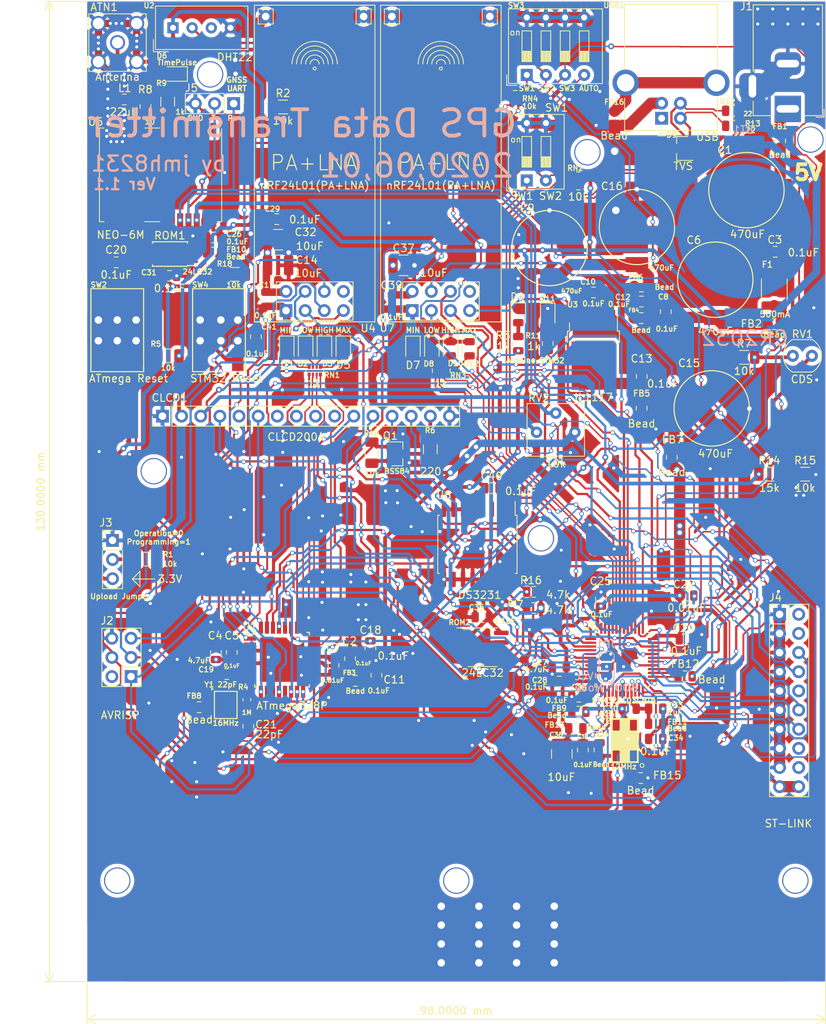
<source format=kicad_pcb>
(kicad_pcb (version 20240108) (generator "pcbnew") (generator_version "8.0")
  (layers (0 "F.Cu" signal) (1 "In1.Cu" power) (2 "In2.Cu" power) (31 "B.Cu" signal) (34 "B.Paste" user) (35 "F.Paste" user) (36 "B.SilkS" user "B.Silkscreen") (37 "F.SilkS" user "F.Silkscreen") (38 "B.Mask" user) (39 "F.Mask" user) (44 "Edge.Cuts" user))
  (net 0 "")
  (net 1 "VIN")
  (net 2 "GND")
  (net 3 "+5VA")
  (net 4 "+5V")
  (net 5 "Net-(C12-Pad1)")
  (net 6 "Net-(C13-Pad1)")
  (net 7 "+3V3")
  (net 8 "Net-(C15-Pad1)")
  (net 9 "OSC1")
  (net 10 "OSC2")
  (net 11 "AReset")
  (net 12 "GNDA")
  (net 13 "Reset")
  (net 14 "VO")
  (net 15 "RS")
  (net 16 "EN")
  (net 17 "Net-(CLCD1-Pad7)")
  (net 18 "Net-(CLCD1-Pad8)")
  (net 19 "Net-(CLCD1-Pad9)")
  (net 20 "Net-(CLCD1-Pad10)")
  (net 21 "D4")
  (net 22 "D5")
  (net 23 "D6")
  (net 24 "D7")
  (net 25 "Net-(D1-Pad2)")
  (net 26 "Net-(D2-Pad2)")
  (net 27 "Net-(D3-Pad2)")
  (net 28 "Net-(D4-Pad2)")
  (net 29 "Net-(D5-Pad2)")
  (net 30 "Net-(D6-Pad2)")
  (net 31 "Net-(D7-Pad2)")
  (net 32 "D+")
  (net 33 "D-")
  (net 34 "Net-(D10-Pad2)")
  (net 35 "Net-(D11-Pad2)")
  (net 36 "Net-(F1-Pad1)")
  (net 37 "Net-(FB1-Pad1)")
  (net 38 "ADC(VIN)")
  (net 39 "AMISO")
  (net 40 "ASCK")
  (net 41 "AMOSI")
  (net 42 "Net-(J3-Pad2)")
  (net 43 "Net-(J4-Pad2)")
  (net 44 "Net-(J4-Pad4)")
  (net 45 "SWO")
  (net 46 "Net-(J4-Pad10)")
  (net 47 "SWCLK")
  (net 48 "SWDIO")
  (net 49 "Net-(J4-Pad16)")
  (net 50 "Net-(J4-Pad18)")
  (net 51 "BOOT0")
  (net 52 "ISP")
  (net 53 "ADHT22")
  (net 54 "LED")
  (net 55 "Debug")
  (net 56 "ALOW")
  (net 57 "AMIN")
  (net 58 "AHIGH")
  (net 59 "AMAX")
  (net 60 "Net-(RN2-Pad5)")
  (net 61 "Net-(RN2-Pad6)")
  (net 62 "Net-(RN2-Pad4)")
  (net 63 "ASW1")
  (net 64 "Net-(RN2-Pad3)")
  (net 65 "ASW2")
  (net 66 "LOW")
  (net 67 "MIN")
  (net 68 "HIGH")
  (net 69 "MAX")
  (net 70 "AUTO")
  (net 71 "SW2")
  (net 72 "SW3")
  (net 73 "SW1")
  (net 74 "SDA")
  (net 75 "SCL")
  (net 76 "Net-(U1-Pad10)")
  (net 77 "Data")
  (net 78 "ACE")
  (net 79 "ACSN")
  (net 80 "Net-(U1-Pad22)")
  (net 81 "USART3_TX")
  (net 82 "USART3_RX")
  (net 83 "AIRQ")
  (net 84 "RCC_OSC_IN")
  (net 85 "RCC_OSC_OUT")
  (net 86 "SCK")
  (net 87 "MISO")
  (net 88 "MOSI")
  (net 89 "CSN")
  (net 90 "CE")
  (net 91 "USART1_TX")
  (net 92 "USART1_RX")
  (net 93 "IRQ")
  (net 94 "Net-(USB1-Pad1)")
  (net 95 "Net-(ATN1-Pad2)")
  (net 96 "Net-(D8-Pad2)")
  (net 97 "Net-(D12-Pad2)")
  (net 98 "Net-(L1-Pad2)")
  (net 99 "Net-(U5-Pad1)")
  (net 100 "Net-(U5-Pad2)")
  (net 101 "Net-(U5-Pad4)")
  (net 102 "Net-(U5-Pad5)")
  (net 103 "Net-(U5-Pad6)")
  (net 104 "Net-(U5-Pad7)")
  (net 105 "Net-(U5-Pad14)")
  (net 106 "Net-(U5-Pad15)")
  (net 107 "Net-(U5-Pad16)")
  (net 108 "Net-(U5-Pad17)")
  (net 109 "GSDA")
  (net 110 "GSCL")
  (net 111 "BAT")
  (net 112 "Net-(C6-Pad1)")
  (net 113 "CDS")
  (net 114 "Net-(C19-Pad2)")
  (net 115 "Net-(C26-Pad2)")
  (net 116 "Net-(C30-Pad1)")
  (net 117 "Net-(C36-Pad1)")
  (net 118 "Net-(C38-Pad2)")
  (net 119 "LCD_Back_L")
  (net 120 "d+")
  (net 121 "d-")
  (net 122 "Net-(Q1-Pad3)")
  (net 123 "FET")
  (net 124 "Net-(R8-Pad1)")
  (net 125 "Net-(R9-Pad2)")
  (net 126 "Net-(U2-Pad3)")
  (net 127 "Net-(U8-Pad1)")
  (net 128 "Net-(U8-Pad3)")
  (net 129 "Net-(U8-Pad4)")
  (net 130 "Net-(FB12-Pad2)")
  (net 131 "Net-(FB14-Pad2)")
  (net 132 "Net-(FB16-Pad1)")
  (net 133 "Net-(U1-Pad19)")
  (net 134 "Net-(U1-Pad28)")
  (footprint "PCB:SMA" (layer "F.Cu") (at 94.15 34.56)
    (property "Reference" "ATN1")
    (property "Value" "Antenna")
  )
  (footprint "PCB:MVG25WV470M" (layer "F.Cu") (at 180.25 51.16 180)
    (property "Reference" "C1")
    (property "Value" "470uF")
  )
  (footprint "Capacitor_SMD:C_0805_2012Metric" (layer "F.Cu") (at 127.55 113.7225 -90)
    (property "Reference" "C2")
    (property "Value" "0.1uF")
  )
  (footprint "Capacitor_SMD:C_0805_2012Metric" (layer "F.Cu") (at 183.9875 59.76 180)
    (property "Reference" "C3")
    (property "Value" "0.1uF")
  )
  (footprint "Capacitor_SMD:C_0805_2012Metric" (layer "F.Cu") (at 111.85 112.8975 90)
    (property "Reference" "C5")
    (property "Value" "0.1uF")
  )
  (footprint "PCB:MVG25WV470M" (layer "F.Cu") (at 176.45 63.56 90)
    (property "Reference" "C6")
    (property "Value" "470uF")
  )
  (footprint "Capacitor_SMD:C_0805_2012Metric" (layer "F.Cu") (at 125.35 114.6225 -90)
    (property "Reference" "C7")
    (property "Value" "0.01uF")
  )
  (footprint "Capacitor_SMD:C_0805_2012Metric" (layer "F.Cu") (at 169.45 67.6975 90)
    (property "Reference" "C8")
    (property "Value" "0.1uF")
  )
  (footprint "Capacitor_SMD:C_0805_2012Metric" (layer "F.Cu") (at 159.85 65.16)
    (property "Reference" "C10")
    (property "Value" "0.1uF")
  )
  (footprint "Capacitor_SMD:C_0805_2012Metric" (layer "F.Cu") (at 131.05 115.9225 -90)
    (property "Reference" "C11")
    (property "Value" "0.1uF")
  )
  (footprint "Capacitor_SMD:C_0805_2012Metric" (layer "F.Cu") (at 166.2125 66.36)
    (property "Reference" "C12")
    (property "Value" "0.1uF")
  )
  (footprint "Capacitor_SMD:C_0805_2012Metric" (layer "F.Cu") (at 166.25 76.2975 90)
    (property "Reference" "C13")
    (property "Value" "0.1uF")
  )
  (footprint "PCB:MVG25WV470M" (layer "F.Cu") (at 175.45 80.96)
    (property "Reference" "C15")
    (property "Value" "470uF")
  )
  (footprint "PCB:MVG25WV470M" (layer "F.Cu") (at 166.05 56.56 90)
    (property "Reference" "C16")
    (property "Value" "470uF")
  )
  (footprint "Capacitor_SMD:C_0805_2012Metric" (layer "F.Cu") (at 116.45 66.06 -90)
    (property "Reference" "C17")
    (property "Value" "0.1uF")
  )
  (footprint "Capacitor_SMD:C_0805_2012Metric" (layer "F.Cu") (at 130.25 112.2975 -90)
    (property "Reference" "C18")
    (property "Value" "0.1uF")
  )
  (footprint "Capacitor_SMD:C_0805_2012Metric" (layer "F.Cu") (at 111.1875 115.76 180)
    (property "Reference" "C19")
    (property "Value" "22pF")
  )
  (footprint "Capacitor_SMD:C_0805_2012Metric" (layer "F.Cu") (at 96.5125 61.16)
    (property "Reference" "C20")
    (property "Value" "0.1uF")
  )
  (footprint "Capacitor_SMD:C_0805_2012Metric" (layer "F.Cu") (at 114.05 122.6975 90)
    (property "Reference" "C21")
    (property "Value" "22pF")
  )
  (footprint "Capacitor_SMD:C_0805_2012Metric" (layer "F.Cu") (at 172.2375 105.36 180)
    (property "Reference" "C22")
    (property "Value" "0.01uF")
  )
  (footprint "Capacitor_SMD:C_0805_2012Metric" (layer "F.Cu") (at 157.9125 118.76 180)
    (property "Reference" "C23")
    (property "Value" "0.1uF")
  )
  (footprint "Capacitor_SMD:C_0805_2012Metric" (layer "F.Cu") (at 172.1875 111.16)
    (property "Reference" "C24")
    (property "Value" "0.1uF")
  )
  (footprint "Capacitor_SMD:C_0805_2012Metric" (layer "F.Cu") (at 160.85 105.8225 90)
    (property "Reference" "C25")
    (property "Value" "0.1uF")
  )
  (footprint "Capacitor_SMD:C_0805_2012Metric" (layer "F.Cu") (at 155.3125 114.76 180)
    (property "Reference" "C27")
    (property "Value" "4.7uF")
  )
  (footprint "Capacitor_SMD:C_0805_2012Metric" (layer "F.Cu") (at 155.3125 116.76)
    (property "Reference" "C28")
    (property "Value" "0.1uF")
  )
  (footprint "Capacitor_SMD:C_0805_2012Metric" (layer "F.Cu") (at 117.825 55.435 180)
    (property "Reference" "C29")
    (property "Value" "0.1uF")
  )
  (footprint "Capacitor_SMD:C_0805_2012Metric" (layer "F.Cu") (at 164.5875 120.36 180)
    (property "Reference" "C30")
    (property "Value" "0.01uF")
  )
  (footprint "Capacitor_SMD:C_0805_2012Metric" (layer "F.Cu") (at 103.5875 62.96)
    (property "Reference" "C31")
    (property "Value" "0.1uF")
  )
  (footprint "Capacitor_SMD:C_1210_3225Metric" (layer "F.Cu") (at 118 58.16 180)
    (property "Reference" "C32")
    (property "Value" "10uF")
  )
  (footprint "Capacitor_SMD:C_0805_2012Metric" (layer "F.Cu") (at 168.1125 120.36)
    (property "Reference" "C33")
    (property "Value" "1uF")
  )
  (footprint "Capacitor_SMD:C_0805_2012Metric" (layer "F.Cu") (at 145.0875 108.21)
    (property "Reference" "C35")
    (property "Value" "0.1uF")
  )
  (footprint "Capacitor_SMD:C_1210_3225Metric" (layer "F.Cu") (at 155.65 126.36 90)
    (property "Reference" "C36")
    (property "Value" "10uF")
  )
  (footprint "Capacitor_SMD:C_1210_3225Metric" (layer "F.Cu") (at 134.65 61.56)
    (property "Reference" "C37")
    (property "Value" "10uF")
  )
  (footprint "Capacitor_SMD:C_0805_2012Metric" (layer "F.Cu") (at 158.45 125.8225 90)
    (property "Reference" "C38")
    (property "Value" "0.1uF")
  )
  (footprint "Capacitor_SMD:C_0805_2012Metric" (layer "F.Cu") (at 133.25 66.4225 -90)
    (property "Reference" "C39")
    (property "Value" "0.1uF")
  )
  (footprint "Capacitor_SMD:C_0805_2012Metric" (layer "F.Cu") (at 146.3875 91.11 180)
    (property "Reference" "C40")
    (property "Value" "0.1uF")
  )
  (footprint "Connector_PinHeader_2.54mm:PinHeader_1x16_P2.54mm_Vertical" (layer "F.Cu") (at 102.65 81.56 90)
    (property "Reference" "CLCD1")
    (property "Value" "CLCD2004")
  )
  (footprint "LED_SMD:LED_0805_2012Metric" (layer "F.Cu") (at 119.15 72.6225 -90)
    (property "Reference" "D1")
    (property "Value" "MIN")
  )
  (footprint "LED_SMD:LED_0805_2012Metric" (layer "F.Cu") (at 121.65 72.6225 -90)
    (property "Reference" "D2")
    (property "Value" "LOW")
  )
  (footprint "LED_SMD:LED_0805_2012Metric" (layer "F.Cu") (at 124.15 72.6225 -90)
    (property "Reference" "D3")
    (property "Value" "HIGH")
  )
  (footprint "LED_SMD:LED_0805_2012Metric" (layer "F.Cu") (at 126.65 72.6225 -90)
    (property "Reference" "D5")
    (property "Value" "MAX")
  )
  (footprint "LED_SMD:LED_0805_2012Metric" (layer "F.Cu") (at 104.2625 36.185 180)
    (property "Reference" "D6")
    (property "Value" "TimePulse")
  )
  (footprint "LED_SMD:LED_0805_2012Metric" (layer "F.Cu") (at 135.9 72.6225 -90)
    (property "Reference" "D7")
    (property "Value" "MIN")
  )
  (footprint "LED_SMD:LED_0805_2012Metric" (layer "F.Cu") (at 138.4 72.6225 -90)
    (property "Reference" "D8")
    (property "Value" "LOW")
  )
  (footprint "Package_TO_SOT_SMD:SOT-23" (layer "F.Cu") (at 171.65 46.06 180)
    (property "Reference" "D9")
    (property "Value" "TVS")
  )
  (footprint "LED_SMD:LED_0805_2012Metric" (layer "F.Cu") (at 140.9 72.6225 -90)
    (property "Reference" "D10")
    (property "Value" "HIGH")
  )
  (footprint "LED_SMD:LED_0805_2012Metric" (layer "F.Cu") (at 153.78 68.2225 -90)
    (property "Reference" "D11")
    (property "Value" "STM32")
  )
  (footprint "LED_SMD:LED_0805_2012Metric" (layer "F.Cu") (at 143.4 72.6225 -90)
    (property "Reference" "D12")
    (property "Value" "MAX")
  )
  (footprint "Fuse:Fuse_1812_4532Metric" (layer "F.Cu") (at 183.85 64.76 90)
    (property "Reference" "F1")
    (property "Value" "500mA")
  )
  (footprint "Inductor_SMD:L_0805_2012Metric" (layer "F.Cu") (at 184.6326 45.05198 -90)
    (property "Reference" "FB1")
    (property "Value" "Bead")
  )
  (footprint "Inductor_SMD:L_0805_2012Metric" (layer "F.Cu") (at 183.85 69.36 180)
    (property "Reference" "FB2")
    (property "Value" "Bead")
  )
  (footprint "Inductor_SMD:L_0805_2012Metric" (layer "F.Cu") (at 128.25 116.66)
    (property "Reference" "FB3")
    (property "Value" "Bead")
  )
  (footprint "Inductor_SMD:L_0805_2012Metric" (layer "F.Cu") (at 166.1875 68.56 180)
    (property "Reference" "FB4")
    (property "Value" "Bead")
  )
  (footprint "Inductor_SMD:L_0805_2012Metric" (layer "F.Cu") (at 166.25 80.4975 -90)
    (property "Reference" "FB5")
    (property "Value" "Bead")
  )
  (footprint "Inductor_SMD:L_0805_2012Metric" (layer "F.Cu") (at 166.2125 64.36)
    (property "Reference" "FB6")
    (property "Value" "Bead")
  )
  (footprint "Inductor_SMD:L_0805_2012Metric" (layer "F.Cu") (at 170.25 87.0225 -90)
    (property "Reference" "FB7")
    (property "Value" "Bead")
  )
  (footprint "Inductor_SMD:L_0805_2012Metric" (layer "F.Cu") (at 107.5125 120.16)
    (property "Reference" "FB8")
    (property "Value" "Bead")
  )
  (footprint "Inductor_SMD:L_0805_2012Metric" (layer "F.Cu") (at 168.1125 122.36)
    (property "Reference" "FB11")
    (property "Value" "Bead")
  )
  (footprint "Inductor_SMD:L_0805_2012Metric" (layer "F.Cu") (at 172.0125 116.06)
    (property "Reference" "FB12")
    (property "Value" "Bead")
  )
  (footprint "Inductor_SMD:L_0805_2012Metric" (layer "F.Cu") (at 157.5125 122.96)
    (property "Reference" "FB13")
    (property "Value" "Bead")
  )
  (footprint "Inductor_SMD:L_0805_2012Metric" (layer "F.Cu") (at 160.65 125.8225 -90)
    (property "Reference" "FB14")
    (property "Value" "Bead")
  )
  (footprint "Inductor_SMD:L_0805_2012Metric" (layer "F.Cu") (at 166.1125 129.56)
    (property "Reference" "FB15")
    (property "Value" "Bead")
  )
  (footprint "Inductor_SMD:L_0805_2012Metric" (layer "F.Cu") (at 162.65 42.06 -90)
    (property "Reference" "FB16")
    (property "Value" "Bead")
  )
  (footprint "Connector_BarrelJack:BarrelJack_Horizontal" (layer "F.Cu") (at 185.65 40.81 -90)
    (property "Reference" "J1")
    (property "Value" "5V")
  )
  (footprint "Connector_PinHeader_2.54mm:PinHeader_2x03_P2.54mm_Vertical" (layer "F.Cu") (at 98.484 116.0978 180)
    (property "Reference" "J2")
    (property "Value" "AVRISP")
  )
  (footprint "Inductor_SMD:L_0805_2012Metric" (layer "F.Cu") (at 97.5875 39.56)
    (property "Reference" "L1")
    (property "Value" "22uH")
  )
  (footprint "Package_TO_SOT_SMD:SOT-23" (layer "F.Cu") (at 133.8 86.56)
    (property "Reference" "Q1")
    (property "Value" "BSS84")
  )
  (footprint "Resistor_SMD:R_1206_3216Metric" (layer "F.Cu") (at 100.425 100.535 180)
    (property "Reference" "R1")
    (property "Value" "10k")
  )
  (footprint "Resistor_SMD:R_1206_3216Metric" (layer "F.Cu") (at 118.65 40.56)
    (property "Reference" "R2")
    (property "Value" "10k")
  )
  (footprint "Resistor_SMD:R_0805_2012Metric" (layer "F.Cu") (at 149.88 71.9475 90)
    (property "Reference" "R3")
    (property "Value" "1k")
  )
  (footprint "Resistor_SMD:R_0603_1608Metric" (layer "F.Cu") (at 113.85 119.1725 -90)
    (property "Reference" "R4")
    (property "Value" "1M")
  )
  (footprint "Resistor_SMD:R_1206_3216Metric" (layer "F.Cu") (at 103.45 73.56 180)
    (property "Reference" "R5")
    (property "Value" "10k")
  )
  (footprint "Resistor_SMD:R_1206_3216Metric" (layer "F.Cu") (at 138.2 85.96 90)
    (property "Reference" "R6")
    (property "Value" "220")
  )
  (footprint "Resistor_SMD:R_1206_3216Metric" (layer "F.Cu") (at 179.85 73.76)
    (property "Reference" "R7")
    (property "Value" "10k")
  )
  (footprint "Resistor_SMD:R_0805_2012Metric" (layer "F.Cu") (at 100.4 40.4975 90)
    (property "Reference" "R8")
    (property "Value" "10")
  )
  (footprint "Resistor_SMD:R_1206_3216Metric" (layer "F.Cu") (at 130.45 86.41 90)
    (property "Reference" "R10")
    (property "Value" "10k")
  )
  (footprint "Resistor_SMD:R_0805_2012Metric" (layer "F.Cu") (at 153.78 71.9225 -90)
    (property "Reference" "R11")
    (property "Value" "1k")
  )
  (footprint "Resistor_SMD:R_0805_2012Metric" (layer "F.Cu") (at 178.3375 41.06)
    (property "Reference" "R12")
    (property "Value" "22")
  )
  (footprint "Resistor_SMD:R_0805_2012Metric" (layer "F.Cu") (at 178.3375 43.06)
    (property "Reference" "R13")
    (property "Value" "22")
  )
  (footprint "Resistor_SMD:R_1206_3216Metric" (layer "F.Cu") (at 183.2 89.26)
    (property "Reference" "R14")
    (property "Value" "15k")
  )
  (footprint "Resistor_SMD:R_1206_3216Metric" (layer "F.Cu") (at 187.95 89.26)
    (property "Reference" "R15")
    (property "Value" "10k")
  )
  (footprint "Resistor_SMD:R_0805_2012Metric" (layer "F.Cu") (at 151.9375 104.86 180)
    (property "Reference" "R16")
    (property "Value" "4.7k")
  )
  (footprint "Resistor_SMD:R_0805_2012Metric" (layer "F.Cu") (at 151.9375 107.01 180)
    (property "Reference" "R17")
    (property "Value" "4.7k")
  )
  (footprint "Resistor_SMD:R_1206_3216Metric" (layer "F.Cu") (at 112.25 62.76 180)
    (property "Reference" "R18")
    (property "Value" "10k")
  )
  (footprint "Resistor_SMD:R_Array_Convex_4x0402" (layer "F.Cu") (at 149.45 39.56 180)
    (property "Reference" "RN4")
    (property "Value" "10k")
  )
  (footprint "Package_SO:TSSOP-8_4.4x3mm_P0.65mm" (layer "F.Cu") (at 103.65 60.06 180)
    (property "Reference" "ROM1")
    (property "Value" "24LC32")
  )
  (footprint "Package_SO:SOIC-8_3.9x4.9mm_P1.27mm" (layer "F.Cu") (at 145.15 112.21)
    (property "Reference" "ROM2")
    (property "Value" "24LC32")
  )
  (footprint "OptoDevice:R_LDR_4.9x4.2mm_P2.54mm_Vertical" (layer "F.Cu") (at 188.85 73.56 180)
    (property "Reference" "RV1")
    (property "Value" "CDS")
  )
  (footprint "PCB:3362P-103LF" (layer "F.Cu") (at 154.85 81.16)
    (property "Reference" "RV2")
    (property "Value" "10k")
  )
  (footprint "Button_Switch_THT:SW_DIP_SPSTx02_Slide_9.78x7.26mm_W7.62mm_P2.54mm" (layer "F.Cu") (at 151 50.31 90)
    (property "Reference" "SW1")
    (property "Value" "SW1 SW2")
  )
  (footprint "PCB:SW_SMD_IT-1107" (layer "F.Cu") (at 94.15 69.06 90)
    (property "Reference" "SW2")
    (property "Value" "ATmega Reset")
  )
  (footprint "Button_Switch_THT:SW_DIP_SPSTx04_Slide_9.78x12.34mm_W7.62mm_P2.54mm" (layer "F.Cu") (at 151 36.31 90)
    (property "Reference" "SW3")
    (property "Value" "SW1 SW2 SW3 AUTO")
  )
  (footprint "PCB:SW_SMD_IT-1107" (layer "F.Cu") (at 107.65 69.06 90)
    (property "Reference" "SW4")
    (property "Value" "STM32 Reset")
  )
  (footprint "Package_QFP:TQFP-32_7x7mm_P0.8mm" (layer "F.Cu") (at 118.52 113.86)
    (property "Reference" "U1")
    (property "Value" "ATmega328P")
  )
  (footprint "Package_TO_SOT_SMD:TO-252-2" (layer "F.Cu") (at 159.85 72.76 -90)
    (property "Reference" "U3")
    (property "Value" "IL1117")
  )
  (footprint "Package_QFP:LQFP-48_7x7mm_P0.5mm" (layer "F.Cu") (at 163.65 113.86 90)
    (property "Reference" "U6")
    (property "Value" "STM32F103C8T6")
  )
  (footprint "Package_SO:SOIC-16W_7.5x10.3mm_P1.27mm" (layer "F.Cu") (at 144.45 98.56 -90)
    (property "Reference" "U8")
    (property "Value" "DS3231")
  )
  (footprint "Connector_USB:USB_B_OST_USB-B1HSxx_Horizontal" (layer "F.Cu") (at 168.9 42.06 90)
    (property "Reference" "USB1")
    (property "Value" "USB")
  )
  (footprint "PCB:TSX-3225 16.0000MF18X-AC0" (layer "F.Cu") (at 110.65 119.76 -90)
    (property "Reference" "Y1")
    (property "Value" "16MHz")
  )
  (footprint "PCB:FT5HNBPK12.0-T1" (layer "F.Cu") (at 163.25 126.36 90)
    (property "Reference" "Y2")
    (property "Value" "12MHz")
  )
  (footprint "PCB:MVG25WV470M" (layer "F.Cu") (at 154.45 59.36 90)
    (property "Reference" "C9")
    (property "Value" "470uF")
  )
  (footprint "PCB:nRF24L01(PA+LNA)" (layer "F.Cu") (at 139.6 48.06 180)
    (property "Reference" "U7")
    (property "Value" "nRF24L01(PA+LNA)")
  )
  (footprint "PCB:nRF24L01(PA+LNA)" (layer "F.Cu") (at 122.85 48.06 180)
    (property "Reference" "U4")
    (property "Value" "nRF24L01(PA+LNA)")
  )
  (footprint "Sensor:Aosong_DHT11_5.5x12.0_P2.54mm" (layer "F.Cu") (at 104.05 30.06 90)
    (property "Reference" "U2")
    (property "Value" "DHT22")
  )
  (footprint "Resistor_SMD:R_Array_Convex_4x0402" (layer "F.Cu") (at 157.85 50.36)
    (property "Reference" "RN2")
    (property "Value" "10k")
  )
  (footprint "Connector_PinHeader_2.54mm:PinHeader_1x03_P2.54mm_Vertical" (layer "F.Cu") (at 96.025 98.035)
    (property "Reference" "J3")
    (property "Value" "Upload Jumper")
  )
  (footprint "Capacitor_SMD:C_0805_2012Metric" (layer "F.Cu") (at 109.45 57.86 180)
    (property "Reference" "C26")
    (property "Value" "0.1uF")
  )
  (footprint "Resistor_SMD:R_Array_Convex_4x0402" (layer "F.Cu") (at 122.868 75.534 -90)
    (property "Reference" "RN1")
    (property "Value" "1k")
  )
  (footprint "Capacitor_SMD:C_1210_3225Metric" (layer "F.Cu") (at 118 61.56)
    (property "Reference" "C14")
    (property "Value" "10uF")
  )
  (footprint "Resistor_SMD:R_Array_Convex_4x0402" (layer "F.Cu") (at 139.65 75.542 -90)
    (property "Reference" "RN3")
    (property "Value" "1k")
  )
  (footprint "PCB:Pad" (layer "F.Cu") (at 95.4 152.56)
    (property "Reference" " ")
    (property "Value" " ")
  )
  (footprint "PCB:Pad" (layer "F.Cu") (at 187.9 152.56)
    (property "Reference" " ")
    (property "Value" " ")
  )
  (footprint "Connector_PinHeader_2.54mm:PinHeader_1x03_P2.54mm_Vertical" (layer "F.Cu") (at 112.1 40.11 -90)
    (property "Reference" "J5")
    (property "Value" "GND  Tx  Rx")
  )
  (footprint "PCB:h" (layer "F.Cu") (at 159.05 46.56)
    (property "Reference" " ")
    (property "Value" " ")
  )
  (footprint "PCB:h" (layer "F.Cu") (at 96.65 143.16)
    (property "Reference" " ")
    (property "Value" " ")
  )
  (footprint "Connector_PinHeader_2.54mm:PinHeader_2x10_P2.54mm_Vertical" (layer "F.Cu") (at 184.554 107.84)
    (property "Reference" "J4")
    (property "Value" "ST-LINK")
  )
  (footprint "RF_GPS:ublox_NEO" (layer "F.Cu") (at 102.4 49.56 -90)
    (property "Reference" "U5")
    (property "Value" "NEO-6M")
  )
  (footprint "Capacitor_SMD:C_0805_2012Metric" (layer "F.Cu") (at 115.05 71.0225 -90)
    (property "Reference" "C41")
    (property "Value" "0.1uF")
  )
  (footprint "Resistor_SMD:R_1206_3216Metric" (layer "F.Cu") (at 103.35 39.86 -90)
    (property "Reference" "R9")
    (property "Value" "1k")
  )
  (footprint "LED_SMD:LED_0805_2012Metric" (layer "F.Cu") (at 149.88 68.2225 -90)
    (property "Reference" "D4")
    (property "Value" "Arduino")
  )
  (footprint "Capacitor_SMD:C_0805_2012Metric" (layer "F.Cu") (at 109.75 112.8975 90)
    (property "Reference" "C4")
    (property "Value" "4.7uF")
  )
  (footprint "Capacitor_SMD:C_0805_2012Metric" (layer "F.Cu") (at 168.1125 124.36)
    (property "Reference" "C34")
    (property "Value" "0.1uF")
  )
  (footprint "Inductor_SMD:L_0805_2012Metric" (layer "F.Cu") (at 157.9125 120.76)
    (property "Reference" "FB9")
    (property "Value" "Bead")
  )
  (footprint "Inductor_SMD:L_0805_2012Metric" (layer "F.Cu") (at 109.45 59.86)
    (property "Reference" "FB10")
    (property "Value" "Bead")
  )
  (footprint "PCB:h" (layer "F.Cu") (at 101.5 88.86)
    (property "Reference" " ")
    (property "Value" " ")
  )
  (footprint "PCB:h" (layer "F.Cu") (at 152.88 97.76)
    (property "Reference" " ")
    (property "Value" " ")
  )
  (footprint "PCB:h" (layer "F.Cu") (at 186.65 143.16)
    (property "Reference" " ")
    (property "Value" " ")
  )
  (footprint "PCB:Pad" (layer "F.Cu") (at 187.9 81.06)
    (property "Reference" " ")
    (property "Value" " ")
  )
  (footprint "PCB:Pad" (layer "F.Cu") (at 95.4 81.06)
    (property "Reference" " ")
    (property "Value" " ")
  )
  (footprint "PCB:h" (layer "F.Cu") (at 108.975 36.235)
    (property "Reference" " ")
    (property "Value" " ")
  )
  (footprint "PCB:h" (layer "F.Cu") (at 141.65 143.16)
    (property "Reference" " ")
    (property "Value" " ")
  )
  (footprint "PCB:h" (layer "F.Cu") (at 188.65 44.88)
    (property "Reference" " ")
    (property "Value" " ")
  )
  (footprint "PCB:BAT-HLD-001" (layer "B.Cu") (at 179.85 57.06 -90)
    (property "Reference" "BT1")
    (property "Value" "CR2032")
  )
  (footprint "Jumper:SolderJumper-3_P1.3mm_Open_RoundedPad1.0x1.5mm" (layer "B.Cu") (at 161.6 114.777 90)
    (property "Reference" "JP1")
    (property "Value" "BOOT Mode")
  )
  (gr_line (start 99.65 104.16) (end 99.65 102.16) (stroke (width 0.12)) (layer "F.SilkS"))
  (gr_line (start 98.65 103.16) (end 101.65 103.16) (stroke (width 0.12)) (layer "F.SilkS"))
  (gr_line (start 98.65 103.16) (end 99.65 102.16) (stroke (width 0.12)) (layer "F.SilkS"))
  (gr_line (start 98.65 103.16) (end 99.65 104.16) (stroke (width 0.12)) (layer "F.SilkS"))
  (gr_line (start 190.65 26.56) (end 92.65 26.56) (stroke (width 0.05)) (layer "Edge.Cuts"))
  (gr_line (start 97.65 156.56) (end 190.65 156.56) (stroke (width 0.05)) (layer "Edge.Cuts"))
  (gr_line (start 97.65 156.56) (end 92.65 156.56) (stroke (width 0.05)) (layer "Edge.Cuts"))
  (gr_line (start 92.65 141.56) (end 92.65 79.06) (stroke (width 0.05)) (layer "Edge.Cuts"))
  (gr_line (start 92.65 71.56) (end 92.65 26.56) (stroke (width 0.05)) (layer "Edge.Cuts"))
  (gr_line (start 92.65 79.06) (end 92.65 71.56) (stroke (width 0.05)) (layer "Edge.Cuts"))
  (gr_line (start 190.65 156.56) (end 190.65 26.56) (stroke (width 0.05)) (layer "Edge.Cuts"))
  (gr_line (start 92.65 156.56) (end 92.65 141.56) (stroke (width 0.05)) (layer "Edge.Cuts"))
  (gr_text "2020,06,01" (at 136.35 48.36 0) (layer "B.SilkS") (effects (font (size 3 3) (thickness 0.4)) (justify mirror)))
  (gr_text "by jmh8231" (at 102.15 48.085 0) (layer "B.SilkS") (effects (font (size 2 2) (thickness 0.3)) (justify mirror)))
  (gr_text "Vcc" (at 158.575 116.06 0) (layer "B.SilkS") (effects (font (size 1 1)) (justify mirror)))
  (gr_text "GPS Data Transmitter" (at 121.2 42.76 0) (layer "B.SilkS") (effects (font (size 3.5 3.5) (thickness 0.5)) (justify mirror)))
  (gr_text "Ver 1.1" (at 97.625 50.785 0) (layer "B.SilkS") (effects (font (size 1.5 1.5) (thickness 0.3)) (justify mirror)))
  (gr_text "3.3V" (at 103.65 103.16 0) (layer "F.SilkS") (effects (font (size 1 1))))
  (gr_text "Operation=0\nProgramming=1" (at 102.15 97.66 0) (layer "F.SilkS") (effects (font (size 0.7 0.7))))
  (gr_text "GNSS\nUART" (at 112.525 37.535 0) (layer "F.SilkS") (effects (font (size 0.7 0.7) (thickness 0.175))))
  (dimension (type aligned) (layer "F.SilkS") (pts (xy 92.65 156.56) (xy 190.65 156.56)) (height 5) (gr_text "98.0000 mm" (at 141.65 160.41 0) (layer "F.SilkS") (effects (font (size 1 1) (thickness 0.15)))) (format (prefix "") (suffix "") (units 2) (units_format 1) (precision 4)) (style (thickness 0.12) (arrow_length 1.27) (text_position_mode 0) (extension_height 0.58642) (extension_offset 0) keep_text_aligned))
  (dimension (type aligned) (layer "F.SilkS") (pts (xy 92.65 156.56) (xy 92.65 26.56)) (height -5) (gr_text "130.0000 mm" (at 86.5 91.56 90) (layer "F.SilkS") (effects (font (size 1 1) (thickness 0.15)))) (format (prefix "") (suffix "") (units 2) (units_format 1) (precision 4)) (style (thickness 0.12) (arrow_length 1.27) (text_position_mode 0) (extension_height 0.58642) (extension_offset 0) keep_text_aligned))
  (segment (start 185.156 51.588) (end 185.156 59.529) (width 1.5) (layer "F.Cu") (net 1))
  (segment (start 184.6326 51.0646) (end 185.156 51.588) (width 1.5) (layer "F.Cu") (net 1))
  (segment (start 184.925 61.5475) (end 184.925 59.76) (width 1.5) (layer "F.Cu") (net 1))
  (segment (start 184.6326 45.98948) (end 184.6326 51.0646) (width 1.5) (layer "F.Cu") (net 1))
  (segment (start 185.31 51.434) (end 185.156 51.588) (width 1.5) (layer "F.Cu") (net 1))
  (segment (start 185.156 59.529) (end 184.925 59.76) (width 1.5) (layer "F.Cu") (net 1))
  (segment (start 183.85 62.6225) (end 184.925 61.5475) (width 1.5) (layer "F.Cu") (net 1))
  (segment (start 173.125 111.16) (end 173.125 111.16) (width 0.3) (layer "F.Cu") (net 2))
  (segment (start 160.85 104.885) (end 160.85 104.885) (width 0.3) (layer "F.Cu") (net 2))
  (segment (start 107.65 71.56) (end 107.65 68.81) (width 1) (layer "F.Cu") (net 2))
  (segment (start 107.65 68.81) (end 107.65 66.26) (width 1) (layer "F.Cu") (net 2))
  (segment (start 154.375 115.782) (end 154.375 116.76) (width 1) (layer "F.Cu") (net 2))
  (segment (start 130.9875 113.9725) (end 130.25 113.235) (width 0.5) (layer "F.Cu") (net 2))
  (segment (start 104.5375 62.9475) (end 104.525 62.96) (width 0.3) (layer "F.Cu") (net 2))
  (segment (start 119.4 59.86) (end 119.4 61.56) (width 1) (layer "F.Cu") (net 2))
  (segment (start 165.622 51.466) (end 175.034 51.466) (width 1.5) (layer "F.Cu") (net 2))
  (segment (start 154.022 54.266) (end 162.822 54.266) (width 1.5) (layer "F.Cu") (net 2))
  (segment (start 140.005 103.21) (end 145.085 103.21) (width 0.5) (layer "F.Cu") (net 2))
  (segment (start 121.018 113.46) (end 122.77 113.46) (width 0.5) (layer "F.Cu") (net 2))
  (segment (start 151.85 67.285) (end 149.88 67.285) (width 1.5) (layer "F.Cu") (net 2))
  (segment (start 153.78 67.285) (end 151.85 67.285) (width 1.5) (layer "F.Cu") (net 2))
  (segment (start 160.6997 38.5103) (end 160.6997 30.7697) (width 1.5) (layer "F.Cu") (net 2))
  (segment (start 160.2125 42.9975) (end 153.8475 42.9975) (width 1.5) (layer "F.Cu") (net 2))
  (segment (start 94.15 32.85) (end 94.15 34.56) (width 1) (layer "F.Cu") (net 2))
  (segment (start 94.15 32.088) (end 94.15 32.85) (width 1) (layer "F.Cu") (net 2))
  (segment (start 94.15 31.326) (end 94.15 32.088) (width 1) (layer "F.Cu") (net 2))
  (segment (start 95.742 29.48) (end 96.504 29.48) (width 1) (layer "F.Cu") (net 2))
  (segment (start 96.504 29.48) (end 97.266 29.48) (width 1) (layer "F.Cu") (net 2))
  (segment (start 97.266 29.48) (end 99.23 29.48) (width 1) (layer "F.Cu") (net 2))
  (segment (start 99.23 31.072) (end 99.23 31.834) (width 1) (layer "F.Cu") (net 2))
  (segment (start 99.23 31.834) (end 99.23 32.596) (width 1) (layer "F.Cu") (net 2))
  (segment (start 99.23 32.596) (end 99.23 34.56) (width 1) (layer "F.Cu") (net 2))
  (segment (start 98.137 35.653) (end 98.230001 35.559999) (width 0.5) (layer "F.Cu") (net 2))
  (segment (start 97.5875 36.2025) (end 98.137 35.653) (width 0.5) (layer "F.Cu") (net 2))
  (segment (start 97.5875 37.0325) (end 97.5875 36.2025) (width 0.5) (layer "F.Cu") (net 2))
  (segment (start 97.5875 37.7945) (end 97.5875 37.0325) (width 0.5) (layer "F.Cu") (net 2))
  (segment (start 97.5875 40.8425) (end 97.5875 37.7945) (width 0.5) (layer "F.Cu") (net 2))
  (segment (start 97.5875 41.6045) (end 97.5875 40.8425) (width 0.5) (layer "F.Cu") (net 2))
  (segment (start 97.6 42.354) (end 97.6 42.16) (width 0.5) (layer "F.Cu") (net 2))
  (segment (start 97.6 44.386) (end 97.6 43.56) (width 1) (layer "F.Cu") (net 2))
  (segment (start 97.333999 45.160001) (end 97.460001 45.160001) (width 1) (layer "F.Cu") (net 2))
  (segment (start 96.571999 45.160001) (end 97.333999 45.160001) (width 1) (layer "F.Cu") (net 2))
  (segment (start 95.809999 45.160001) (end 96.571999 45.160001) (width 1) (layer "F.Cu") (net 2))
  (segment (start 95.4 43.56) (end 95.4 42.776) (width 1) (layer "F.Cu") (net 2))
  (segment (start 95.4 42.776) (end 95.4 41.76) (width 1) (layer "F.Cu") (net 2))
  (segment (start 95.4 41.76) (end 95.4 40.744) (width 1) (layer "F.Cu") (net 2))
  (segment (start 95.4 40.744) (end 95.4 39.474) (width 1) (layer "F.Cu") (net 2))
  (segment (start 95.4 39.474) (end 95.4 38.204) (width 1) (layer "F.Cu") (net 2))
  (segment (start 95.4 38.204) (end 95.4 37.188) (width 1) (layer "F.Cu") (net 2))
  (segment (start 95.4 37.188) (end 95.4 36.172) (width 1) (layer "F.Cu") (net 2))
  (segment (start 95.4 36.172) (end 95.4 35.81) (width 1) (layer "F.Cu") (net 2))
  (segment (start 174.175 110.58) (end 174.225 110.53) (width 0.3) (layer "F.Cu") (net 2))
  (segment (start 116.275 93.11) (end 116.275 92.435) (width 0.3) (layer "F.Cu") (net 2))
  (segment (start 160.6997 42.9975) (end 160.2125 42.9975) (width 1.5) (layer "F.Cu") (net 2))
  (segment (start 107.65 74.06) (end 107.65 71.56) (width 1) (layer "F.Cu") (net 2))
  (segment (start 183.05 59.76) (end 177.316 59.76) (width 1) (layer "F.Cu") (net 2))
  (segment (start 135.9 67.66) (end 135.8 67.56) (width 0.5) (layer "F.Cu") (net 2))
  (segment (start 131.05 114.985) (end 131.05 114.035) (width 0.5) (layer "F.Cu") (net 2))
  (segment (start 122.075 103.515) (end 122.07 103.51) (width 0.25) (layer "F.Cu") (net 2))
  (segment (start 103.575 34.56) (end 105.2 36.185) (width 0.5) (layer "F.Cu") (net 2))
  (segment (start 175.156 57.6) (end 176.022 58.466) (width 1.5) (layer "F.Cu") (net 2))
  (segment (start 161.4 109.6975) (end 161.4 107.749706) (width 0.3) (layer "F.Cu") (net 2))
  (segment (start 109.75 111.96) (end 111.85 111.96) (width 0.5) (layer "F.Cu") (net 2))
  (segment (start 144.834473 116.274473) (end 142.975 114.415) (width 0.5) (layer "F.Cu") (net 2))
  (segment (start 135.9 71.685) (end 143.4 71.685) (width 0.5) (layer "F.Cu") (net 2))
  (segment (start 94.15 71.56) (end 94.15 74.06) (width 1) (layer "F.Cu") (net 2))
  (segment (start 112.55 112.66) (end 111.85 111.96) (width 0.5) (layer "F.Cu") (net 2))
  (segment (start 130.975 67.36) (end 126.65 71.685) (width 1) (layer "F.Cu") (net 2))
  (segment (start 180.95 39.56) (end 180.95 37.81) (width 1.5) (layer "F.Cu") (net 2))
  (segment (start 122.145 95.11) (end 122.07 95.035) (width 0.3) (layer "F.Cu") (net 2))
  (segment (start 159.774999 95.710001) (end 159.375 96.11) (width 0.25) (layer "F.Cu") (net 2))
  (segment (start 107.02 40.11) (end 107.869999 40.959999) (width 0.3) (layer "F.Cu") (net 2))
  (segment (start 176.022 60.188) (end 169.45 66.76) (width 1.5) (layer "F.Cu") (net 2))
  (segment (start 167.8125 111.61) (end 170.160294 111.61) (width 0.3) (layer "F.Cu") (net 2))
  (segment (start 122.07 95.035) (end 122.07 84.79) (width 0.3) (layer "F.Cu") (net 2))
  (segment (start 99.23 29.48) (end 99.23 31.072) (width 1) (layer "F.Cu") (net 2))
  (segment (start 101.65 43.820002) (end 100.410002 45.06) (width 0.5) (layer "F.Cu") (net 2))
  (segment (start 98.230001 35.559999) (end 99.23 34.56) (width 0.5) (layer "F.Cu") (net 2))
  (segment (start 97.5875 42.1475) (end 97.5875 41.6045) (width 0.5) (layer "F.Cu") (net 2))
  (segment (start 160.6997 42.9975) (end 160.6997 38.5103) (width 1.5) (layer "F.Cu") (net 2))
  (segment (start 126.65 71.685) (end 119.15 71.685) (width 1) (layer "F.Cu") (net 2))
  (segment (start 135.9 71.685) (end 135.9 67.66) (width 0.5) (layer "F.Cu") (net 2))
  (segment (start 115.45 95.619315) (end 115.45 92.285) (width 0.25) (layer "F.Cu") (net 2))
  (segment (start 116.45 66.9975) (end 118.4875 66.9975) (width 1) (layer "F.Cu") (net 2))
  (segment (start 144.15 108.21) (end 142.946456 108.21) (width 0.5) (layer "F.Cu") (net 2))
  (segment (start 114.27 114.264) (end 114.340999 114.334999) (width 0.5) (layer "F.Cu") (net 2))
  (segment (start 116.275 92.435) (end 116.1 92.26) (width 0.3) (layer "F.Cu") (net 2))
  (segment (start 118.4875 66.9975) (end 119.05 67.56) (width 1) (layer "F.Cu") (net 2))
  (segment (start 135.6 67.36) (end 135.8 67.56) (width 1) (layer "F.Cu") (net 2))
  (segment (start 161.97499 107.174716) (end 161.97499 106.00999) (width 0.3) (layer "F.Cu") (net 2))
  (segment (start 164.552498 42.9975) (end 167.489998 40.06) (width 1.5) (layer "F.Cu") (net 2))
  (segment (start 95.4 43.56) (end 95.4 43.56) (width 1) (layer "F.Cu") (net 2))
  (segment (start 154.375 116.76) (end 153.889473 116.274473) (width 0.5) (layer "F.Cu") (net 2))
  (segment (start 146.1 28.56) (end 116.35 28.56) (width 1.5) (layer "F.Cu") (net 2))
  (segment (start 162.65 42.9975) (end 162.65 46.4136) (width 1.5) (layer "F.Cu") (net 2))
  (segment (start 150.95 114.36) (end 150.95 113.335) (width 0.3) (layer "F.Cu") (net 2))
  (segment (start 153.78 67.285) (end 153.78 67.285) (width 1.5) (layer "F.Cu") (net 2))
  (segment (start 119.15 67.66) (end 119.05 67.56) (width 1) (layer "F.Cu") (net 2))
  (segment (start 161.97499 106.00999) (end 161.335527 105.370527) (width 0.3) (layer "F.Cu") (net 2))
  (segment (start 153.8875 114.76) (end 153.6375 115.01) (width 0.3) (layer "F.Cu") (net 2))
  (segment (start 94.15 68.81) (end 94.15 66.26) (width 1) (layer "F.Cu") (net 2))
  (segment (start 178.45 75.282) (end 178.372 75.36) (width 1.5) (layer "F.Cu") (net 2))
  (segment (start 160.324001 95.710001) (end 159.774999 95.710001) (width 0.25) (layer "F.Cu") (net 2))
  (segment (start 114.27 112.66) (end 112.55 112.66) (width 0.5) (layer "F.Cu") (net 2))
  (segment (start 165.622 51.466) (end 165.622 51.466) (width 1.5) (layer "F.Cu") (net 2))
  (segment (start 97.460001 45.160001) (end 97.6 45.020002) (width 1) (layer "F.Cu") (net 2))
  (segment (start 122.15 95.11) (end 122.15 103.43) (width 0.25) (layer "F.Cu") (net 2))
  (segment (start 100.7 60.385) (end 100.975 60.385) (width 0.3) (layer "F.Cu") (net 2))
  (segment (start 106.6 59.085) (end 106.6 60.885) (width 0.3) (layer "F.Cu") (net 2))
  (segment (start 142.975 114.415) (end 142.675 114.115) (width 0.5) (layer "F.Cu") (net 2))
  (segment (start 153.6375 115.01) (end 151.6 115.01) (width 0.3) (layer "F.Cu") (net 2))
  (segment (start 119.4 58.16) (end 119.4 56.385) (width 1) (layer "F.Cu") (net 2))
  (segment (start 150.87 28.56) (end 151 28.69) (width 1.5) (layer "F.Cu") (net 2))
  (segment (start 101.65 34.56) (end 101.65 43.820002) (width 0.5) (layer "F.Cu") (net 2))
  (segment (start 115.05 70.085) (end 113.925 70.085) (width 0.5) (layer "F.Cu") (net 2))
  (segment (start 162.822 54.266) (end 165.622 51.466) (width 1.5) (layer "F.Cu") (net 2))
  (segment (start 113.925 70.085) (end 112.65 68.81) (width 0.5) (layer "F.Cu") (net 2))
  (segment (start 106.6 59.085) (end 106.6 61.035) (width 0.3) (layer "F.Cu") (net 2))
  (segment (start 119.15 71.685) (end 119.15 67.66) (width 1) (layer "F.Cu") (net 2))
  (segment (start 108.712 41.91) (end 112.522 41.91) (width 0.3) (layer "F.Cu") (net 2))
  (segment (start 95.4 35.81) (end 94.15 34.56) (width 1) (layer "F.Cu") (net 2))
  (segment (start 162.65 42.9975) (end 164.552498 42.9975) (width 1.5) (layer "F.Cu") (net 2))
  (segment (start 114.27 114.26) (end 114.27 114.264) (width 0.5) (layer "F.Cu") (net 2))
  (segment (start 167.697919 40.06) (end 168.9 40.06) (width 1.5) (layer "F.Cu") (net 2))
  (segment (start 100.410002 45.06) (end 97.4 45.06) (width 0.5) (layer "F.Cu") (net 2))
  (segment (start 99.23 34.56) (end 101.65 34.56) (width 0.5) (layer "F.Cu") (net 2))
  (segment (start 147.625 111.575) (end 147.325 111.875) (width 0.5) (layer "F.Cu") (net 2))
  (segment (start 157.925 116.11) (end 157.575 115.76) (width 0.3) (layer "F.Cu") (net 2))
  (segment (start 147.75 106.185) (end 146.375 106.185) (width 0.5) (layer "F.Cu") (net 2))
  (segment (start 112.65 68.81) (end 114.6375 68.81) (width 1) (layer "F.Cu") (net 2))
  (segment (start 143.815 92.745) (end 143.815 93.91) (width 0.5) (layer "F.Cu") (net 2))
  (segment (start 94.15 29.48) (end 94.15 31.326) (width 1) (layer "F.Cu") (net 2))
  (segment (start 100.975 60.385) (end 106.6 60.385) (width 0.3) (layer "F.Cu") (net 2))
  (segment (start 122.15 103.43) (end 122.07 103.51) (width 0.25) (layer "F.Cu") (net 2))
  (segment (start 140.005 103.21) (end 140.005 103.21) (width 0.5) (layer "F.Cu") (net 2))
  (segment (start 119.4 58.16) (end 119.4 59.86) (width 1) (layer "F.Cu") (net 2))
  (segment (start 162.5 98.902) (end 162.5 99.0794) (width 0.3) (layer "F.Cu") (net 2))
  (segment (start 111.67 30.06) (end 114.85 30.06) (width 1.5) (layer "F.Cu") (net 2))
  (segment (start 122.77 113.46) (end 125.125 113.46) (width 0.5) (layer "F.Cu") (net 2))
  (segment (start 175.034 51.466) (end 175.156 51.588) (width 1.5) (layer "F.Cu") (net 2))
  (segment (start 162.65 46.4136) (end 162.6592 46.4228) (width 1.5) (layer "F.Cu") (net 2))
  (segment (start 127.55 112.785) (end 129.8 112.785) (width 0.5) (layer "F.Cu") (net 2))
  (segment (start 113.875 57.86) (end 114.375 57.36) (width 1) (layer "F.Cu") (net 2))
  (segment (start 162.5 98.902) (end 162.5 97.886) (width 0.25) (layer "F.Cu") (net 2))
  (segment (start 97.6 43.56) (end 97.6 42.354) (width 0.5) (layer "F.Cu") (net 2))
  (segment (start 114.340999 114.334999) (end 117.671001 114.334999) (width 0.5) (layer "F.Cu") (net 2))
  (segment (start 122.075 108.28) (end 122.07 108.285) (width 0.3) (layer "F.Cu") (net 2))
  (segment (start 125.125 113.46) (end 125.35 113.685) (width 0.5) (layer "F.Cu") (net 2))
  (segment (start 106.575 115.135) (end 109.75 111.96) (width 0.5) (layer "F.Cu") (net 2))
  (segment (start 131.05 114.035) (end 130.9875 113.9725) (width 0.5) (layer "F.Cu") (net 2))
  (segment (start 122.07 84.79) (end 122.06 84.78) (width 0.3) (layer "F.Cu") (net 2))
  (segment (start 116.275 96.444315) (end 115.45 95.619315) (width 0.25) (layer "F.Cu") (net 2))
  (segment (start 106.6 60.885) (end 104.5375 62.9475) (width 0.3) (layer "F.Cu") (net 2))
  (segment (start 125.35 113.685) (end 126.65 113.685) (width 0.5) (layer "F.Cu") (net 2))
  (segment (start 151.45 112.835) (end 151.45 111.76) (width 0.3) (layer "F.Cu") (net 2))
  (segment (start 117.746 112.66) (end 118.546 113.46) (width 0.5) (layer "F.Cu") (net 2))
  (segment (start 146.375 106.185) (end 145.085 104.895) (width 0.5) (layer "F.Cu") (net 2))
  (segment (start 145.45 91.11) (end 143.815 92.745) (width 0.5) (layer "F.Cu") (net 2))
  (segment (start 109.4 55.56) (end 109.4 56.8725) (width 0.5) (layer "F.Cu") (net 2))
  (segment (start 167.15 66.36) (end 169.05 66.36) (width 1.5) (layer "F.Cu") (net 2))
  (segment (start 119.4 56.385) (end 118.775 55.76) (width 1) (layer "F.Cu") (net 2))
  (segment (start 114.046 37.856) (end 112.35 36.16) (width 0.3) (layer "F.Cu") (net 2))
  (segment (start 184.554 107.84) (end 184.554 128.16) (width 1.5) (layer "F.Cu") (net 2))
  (segment (start 94.15 64.26) (end 94.15 66.26) (width 0.5) (layer "F.Cu") (net 2))
  (segment (start 100.644213 34.56) (end 99.23 34.56) (width 0.5) (layer "F.Cu") (net 2))
  (segment (start 151.45 111.76) (end 151.35 111.66) (width 0.3) (layer "F.Cu") (net 2))
  (segment (start 114.046 40.894) (end 114.046 37.856) (width 0.3) (layer "F.Cu") (net 2))
  (segment (start 115.45 92.285) (end 116.275 93.11) (width 0.25) (layer "F.Cu") (net 2))
  (segment (start 143.65 114.115) (end 142.675 114.115) (width 0.5) (layer "F.Cu") (net 2))
  (segment (start 117.671001 114.334999) (end 118.546 113.46) (width 0.5) (layer "F.Cu") (net 2))
  (segment (start 172.639473 111.645527) (end 173.125 111.16) (width 0.3) (layer "F.Cu") (net 2))
  (segment (start 107.869999 40.959999) (end 108.015999 40.959999) (width 0.3) (layer "F.Cu") (net 2))
  (segment (start 180.95 48.294) (end 180.95 39.56) (width 1.5) (layer "F.Cu") (net 2))
  (segment (start 139.862 61.56) (end 146.05 55.372) (width 0.3) (layer "F.Cu") (net 2))
  (segment (start 146.1 28.56) (end 150.87 28.56) (width 1.5) (layer "F.Cu") (net 2))
  (segment (start 169.05 66.36) (end 169.45 66.76) (width 1.5) (layer "F.Cu") (net 2))
  (segment (start 101.65 34.56) (end 103.575 34.56) (width 0.5) (layer "F.Cu") (net 2))
  (segment (start 175.156 51.588) (end 175.156 57.6) (width 1.5) (layer "F.Cu") (net 2))
  (segment (start 159.375 96.11) (end 159.375 95.996712) (width 0.3) (layer "F.Cu") (net 2))
  (segment (start 122.15 95.11) (end 122.145 95.11) (width 0.3) (layer "F.Cu") (net 2))
  (segment (start 141.24999 113.66499) (end 141.7 114.115) (width 0.5) (layer "F.Cu") (net 2))
  (segment (start 107.65 66.26) (end 107.65 66.085) (width 1) (layer "F.Cu") (net 2))
  (segment (start 150.95 113.335) (end 151.45 112.835) (width 0.3) (layer "F.Cu") (net 2))
  (segment (start 167.489998 40.06) (end 167.697919 40.06) (width 1.5) (layer "F.Cu") (net 2))
  (segment (start 154.375 114.76) (end 154.375 115.782) (width 1) (layer "F.Cu") (net 2))
  (segment (start 114.85 30.06) (end 116.35 28.56) (width 1.5) (layer "F.Cu") (net 2))
  (segment (start 133.25 67.36) (end 135.6 67.36) (width 1) (layer "F.Cu") (net 2))
  (segment (start 94.15 62.0975) (end 94.15 64.26) (width 0.5) (layer "F.Cu") (net 2))
  (segment (start 177.316 59.76) (end 176.022 58.466) (width 1) (layer "F.Cu") (net 2))
  (segment (start 116.275 97.01) (end 116.275 97.11) (width 0.3) (layer "F.Cu") (net 2))
  (segment (start 97.6 42.16) (end 97.5875 42.1475) (width 0.5) (layer "F.Cu") (net 2))
  (segment (start 141.7 114.115) (end 142.675 114.115) (width 0.5) (layer "F.Cu") (net 2))
  (segment (start 97.460001 45.160001) (end 97.4 45.06) (width 0.5) (layer "F.Cu") (net 2))
  (segment (start 116.275 97.11) (end 116.1 97.285) (width 0.3) (layer "F.Cu") (net 2))
  (segment (start 112.522 41.91) (end 112.776 41.656) (width 0.3) (layer "F.Cu") (net 2))
  (segment (start 151.35 111.66) (end 151.35 109.86) (width 0.3) (layer "F.Cu") (net 2))
  (segment (start 114.6375 68.81) (end 116.45 66.9975) (width 1) (layer "F.Cu") (net 2))
  (segment (start 95.539999 45.160001) (end 95.809999 45.160001) (width 1) (layer "F.Cu") (net 2))
  (segment (start 170.760304 112.21001) (end 172.07499 112.21001) (width 0.3) (layer "F.Cu") (net 2))
  (segment (start 151 28.69) (end 158.62 28.69) (width 1.5) (layer "F.Cu") (net 2))
  (segment (start 147.96727 55.372) (end 150.564635 52.774635) (width 0.3) (layer "F.Cu") (net 2))
  (segment (start 95.4 60.985) (end 95.575 61.16) (width 0.5) (layer "F.Cu") (net 2))
  (segment (start 107.02 40.11) (end 107.02 38.005) (width 0.5) (layer "F.Cu") (net 2))
  (segment (start 161.335527 105.370527) (end 160.85 104.885) (width 0.3) (layer "F.Cu") (net 2))
  (segment (start 95.575 61.16) (end 95.0875 61.16) (width 0.5) (layer "F.Cu") (net 2))
  (segment (start 145.085 104.895) (end 145.085 103.21) (width 0.5) (layer "F.Cu") (net 2))
  (segment (start 160.6997 30.7697) (end 158.62 28.69) (width 1.5) (layer "F.Cu") (net 2))
  (segment (start 107.869999 41.067999) (end 108.712 41.91) (width 0.3) (layer "F.Cu") (net 2))
  (segment (start 177.656 51.588) (end 180.95 48.294) (width 1.5) (layer "F.Cu") (net 2))
  (segment (start 140.75 86.41) (end 145.45 91.11) (width 0.5) (layer "F.Cu") (net 2))
  (segment (start 114.27 112.66) (end 117.746 112.66) (width 0.5) (layer "F.Cu") (net 2))
  (segment (start 140.75 81.56) (end 140.75 86.41) (width 0.5) (layer "F.Cu") (net 2))
  (segment (start 151.6 115.01) (end 150.95 114.36) (width 0.3) (layer "F.Cu") (net 2))
  (segment (start 106.575 120.16) (end 106.575 115.135) (width 0.5) (layer "F.Cu") (net 2))
  (segment (start 174.175 110.5975) (end 174.175 110.58) (width 0.3) (layer "F.Cu") (net 2))
  (segment (start 112.776 41.656) (end 113.284 41.656) (width 0.3) (layer "F.Cu") (net 2))
  (segment (start 145.89 111.875) (end 143.65 114.115) (width 0.5) (layer "F.Cu") (net 2))
  (segment (start 136.1 61.56) (end 139.862 61.56) (width 0.3) (layer "F.Cu") (net 2))
  (segment (start 129.8 112.785) (end 130.25 113.235) (width 0.5) (layer "F.Cu") (net 2))
  (segment (start 122.075 108.085) (end 122.075 108.28) (width 0.3) (layer "F.Cu") (net 2))
  (segment (start 95.4 55.56) (end 95.4 60.985) (width 0.5) (layer "F.Cu") (net 2))
  (segment (start 178.372 75.36) (end 180.544 77.532) (width 1.5) (layer "F.Cu") (net 2))
  (segment (start 116.275 97.01) (end 116.275 96.444315) (width 0.25) (layer "F.Cu") (net 2))
  (segment (start 173.125 111.16) (end 173.6125 111.16) (width 0.3) (layer "F.Cu") (net 2))
  (segment (start 142.946456 108.21) (end 141.24999 109.906466) (width 0.5) (layer "F.Cu") (net 2))
  (segment (start 95.399999 45.020001) (end 95.539999 45.160001) (width 1) (layer "F.Cu") (net 2))
  (segment (start 162.5 97.886) (end 160.324001 95.710001) (width 0.25) (layer "F.Cu") (net 2))
  (segment (start 107.02 38.005) (end 105.2 36.185) (width 0.5) (layer "F.Cu") (net 2))
  (segment (start 140.005 93.91) (end 143.815 93.91) (width 0.5) (layer "F.Cu") (net 2))
  (segment (start 94.15 29.48) (end 95.742 29.48) (width 1) (layer "F.Cu") (net 2))
  (segment (start 126.65 113.685) (end 127.55 112.785) (width 0.5) (layer "F.Cu") (net 2))
  (segment (start 170.160294 111.61) (end 170.760304 112.21001) (width 0.3) (layer "F.Cu") (net 2))
  (segment (start 110.3875 57.86) (end 113.875 57.86) (width 1) (layer "F.Cu") (net 2))
  (segment (start 147.325 111.875) (end 145.89 111.875) (width 0.5) (layer "F.Cu") (net 2))
  (segment (start 153.8475 42.9975) (end 153.54 42.69) (width 1.5) (layer "F.Cu") (net 2))
  (segment (start 178.45 73.76) (end 178.45 75.282) (width 1.5) (layer "F.Cu") (net 2))
  (segment (start 97.6 45.020002) (end 97.6 44.386) (width 1) (layer "F.Cu") (net 2))
  (segment (start 107.869999 40.959999) (end 107.869999 41.067999) (width 0.3) (layer "F.Cu") (net 2))
  (segment (start 176.022 58.466) (end 176.022 60.188) (width 1.5) (layer "F.Cu") (net 2))
  (segment (start 160.7875 67.2175) (end 162.13 68.56) (width 1.5) (layer "F.Cu") (net 2))
  (segment (start 166.25 75.36) (end 178.372 75.36) (width 1.5) (layer "F.Cu") (net 2))
  (segment (start 180.544 77.532) (end 180.544 80.532) (width 1.5) (layer "F.Cu") (net 2))
  (segment (start 162.65 42.9975) (end 160.6997 42.9975) (width 1.5) (layer "F.Cu") (net 2))
  (segment (start 151 42.69) (end 153.54 42.69) (width 1.5) (layer "F.Cu") (net 2))
  (segment (start 166.25 75.36) (end 166.25 72.68) (width 1.5) (layer "F.Cu") (net 2))
  (segment (start 160.7875 65.16) (end 160.7875 67.2175) (width 1.5) (layer "F.Cu") (net 2))
  (segment (start 141.24999 109.906466) (end 141.24999 113.66499) (width 0.5) (layer "F.Cu") (net 2))
  (segment (start 109.4 56.8725) (end 110.3875 57.86) (width 0.5) (layer "F.Cu") (net 2))
  (segment (start 175.156 51.588) (end 177.656 51.588) (width 1.5) (layer "F.Cu") (net 2))
  (segment (start 95.0875 61.16) (end 94.15 62.0975) (width 0.5) (layer "F.Cu") (net 2))
  (segment (start 162.5 99.0794) (end 162.6056 99.185) (width 0.3) (layer "F.Cu") (net 2))
  (segment (start 97.5875 36.2025) (end 97.5875 36.2025) (width 0.5) (layer "F.Cu") (net 2))
  (segment (start 113.284 41.656) (end 114.046 40.894) (width 0.3) (layer "F.Cu") (net 2))
  (segment (start 168.569998 40.06) (end 168.9 40.06) (width 0.3) (layer "F.Cu") (net 2))
  (segment (start 118.546 113.46) (end 121.018 113.46) (width 0.5) (layer "F.Cu") (net 2))
  (segment (start 159.375 95.996712) (end 159.38613 95.985582) (width 0.3) (layer "F.Cu") (net 2))
  (segment (start 95.4 43.56) (end 95.399999 45.020001) (width 1) (layer "F.Cu") (net 2))
  (segment (start 94.15 68.81) (end 94.15 71.56) (width 1) (layer "F.Cu") (net 2))
  (segment (start 159.4875 116.11) (end 157.925 116.11) (width 0.3) (layer "F.Cu") (net 2))
  (segment (start 154.022 54.266) (end 154.022 54.266) (width 1.5) (layer "F.Cu") (net 2))
  (segment (start 156.975 120.76) (end 156.975 118.76) (width 0.5) (layer "F.Cu") (net 2))
  (segment (start 166.25 72.68) (end 162.13 68.56) (width 1.5) (layer "F.Cu") (net 2))
  (segment (start 146.05 55.372) (end 147.96727 55.372) (width 0.3) (layer "F.Cu") (net 2))
  (segment (start 154.375 114.76) (end 153.8875 114.76) (width 0.3) (layer "F.Cu") (net 2))
  (segment (start 172.07499 112.21001) (end 172.639473 111.645527) (width 0.3) (layer "F.Cu") (net 2))
  (segment (start 173.6125 111.16) (end 174.175 110.5975) (width 0.3) (layer "F.Cu") (net 2))
  (segment (start 161.4 107.749706) (end 161.97499 107.174716) (width 0.3) (layer "F.Cu") (net 2))
  (segment (start 122.075 108.085) (end 122.075 103.515) (width 0.25) (layer "F.Cu") (net 2))
  (segment (start 153.889473 116.274473) (end 144.834473 116.274473) (width 0.5) (layer "F.Cu") (net 2))
  (segment (start 133.25 67.36) (end 130.975 67.36) (width 1) (layer "F.Cu") (net 2))
  (via (at 97.536 43.434) (size 0.6) (drill 0.4) (layers "F.Cu" "B.Cu") (net 2))
  (via (at 162.6056 99.185) (size 0.8) (drill 0.4) (layers "F.Cu" "B.Cu") (net 2))
  (via (at 126.32 94.67) (size 0.8) (drill 0.4) (layers "F.Cu" "B.Cu") (net 2))
  (via (at 127.65 103.56) (size 0.8) (drill 0.4) (layers "F.Cu" "B.Cu") (net 2))
  (via (at 133.35 109.982) (size 0.6) (drill 0.4) (layers "F.Cu" "B.Cu") (net 2))
  (via (at 133.35 113.03) (size 0.6) (drill 0.4) (layers "F.Cu" "B.Cu") (net 2))
  (via (at 151.35 109.86) (size 0.8) (drill 0.4) (layers "F.Cu" "B.Cu") (net 2))
  (via (at 181.65 27.56) (size 0.8) (drill 0.4) (layers "F.Cu" "B.Cu") (net 2))
  (via (at 111.625 88.485) (size 0.8) (drill 0.4) (layers "F.Cu" "B.Cu") (net 2))
  (via (at 95.25 44.45) (size 0.6) (drill 0.4) (layers "F.Cu" "B.Cu") (net 2))
  (via (at 144.89 99.14) (size 0.8) (drill 0.4) (layers "F.Cu" "B.Cu") (net 2))
  (via (at 154.16 39.4) (size 0.6) (drill 0.4) (layers "F.Cu" "B.Cu") (net 2))
  (via (at 97.6 44.386) (size 0.6) (drill 0.4) (layers "F.Cu" "B.Cu") (net 2))
  (via (at 143.14 99.16) (size 0.8) (drill 0.4) (layers "F.Cu" "B.Cu") (net 2))
  (via (at 105.175 87.01) (size 0.8) (drill 0.4) (layers "F.Cu" "B.Cu") (net 2))
  (via (at 179.4 100.56) (size 0.8) (drill 0.4) (layers "F.Cu" "B.Cu") (net 2))
  (via (at 118.45 90.71) (size 0.8) (drill 0.4) (layers "F.Cu" "B.Cu") (net 2))
  (via (at 122.07 103.51) (size 0.8) (drill 0.4) (layers "F.Cu" "B.Cu") (net 2))
  (via (at 139.475 96.86) (size 0.8) (drill 0.4) (layers "F.Cu" "B.Cu") (net 2))
  (via (at 157.575 115.76) (size 0.8) (drill 0.4) (layers "F.Cu" "B.Cu") (net 2))
  (via (at 181.65 29.56) (size 0.8) (drill 0.4) (layers "F.Cu" "B.Cu") (net 2))
  (via (at 119.05 106.535) (size 0.8) (drill 0.4) (layers "F.Cu" "B.Cu") (net 2))
  (via (at 154.65 151.56) (size 1.5) (drill 1) (layers "F.Cu" "B.Cu") (net 2))
  (via (at 97.333999 45.160001) (size 0.6) (drill 0.4) (layers "F.Cu" "B.Cu") (net 2))
  (via (at 107.65 71.56) (size 1.5) (drill 1) (layers "F.Cu" "B.Cu") (net 2))
  (via (at 95.4 37.188) (size 0.6) (drill 0.4) (layers "F.Cu" "B.Cu") (net 2))
  (via (at 174.75 94.985) (size 0.8) (drill 0.4) (layers "F.Cu" "B.Cu") (net 2))
  (via (at 100.85 119.61) (size 0.8) (drill 0.4) (layers "F.Cu" "B.Cu") (net 2))
  (via (at 107.188 132.08) (size 0.8) (drill 0.4) (layers "F.Cu" "B.Cu") (net 2))
  (via (at 122.07 108.285) (size 0.8) (drill 0.4) (layers "F.Cu" "B.Cu") (net 2))
  (via (at 136.1 61.56) (size 1) (drill 0.6) (layers "F.Cu" "B.Cu") (net 2))
  (via (at 144.65 146.56) (size 1.5) (drill 1) (layers "F.Cu" "B.Cu") (net 2))
  (via (at 107.188 130.048) (size 0.8) (drill 0.4) (layers "F.Cu" "B.Cu") (net 2))
  (via (at 104.5375 62.9475) (size 0.8) (drill 0.4) (layers "F.Cu" "B.Cu") (net 2))
  (via (at 134.62 113.03) (size 0.6) (drill 0.4) (layers "F.Cu" "B.Cu") (net 2))
  (via (at 149.65 146.56) (size 1.5) (drill 1) (layers "F.Cu" "B.Cu") (net 2))
  (via (at 132.3 93.035) (size 0.8) (drill 0.4) (layers "F.Cu" "B.Cu") (net 2))
  (via (at 163.85 114.785) (size 0.8) (drill 0.4) (layers "F.Cu" "B.Cu") (net 2))
  (via (at 165.622 51.466) (size 1) (drill 0.6) (layers "F.Cu" "B.Cu") (net 2))
  (via (at 148.59 120.142) (size 0.6) (drill 0.4) (layers "F.Cu" "B.Cu") (net 2))
  (via (at 123.875 102.21) (size 0.8) (drill 0.4) (layers "F.Cu" "B.Cu") (net 2))
  (via (at 153.78 67.285) (size 0.8) (drill 0.4) (layers "F.Cu" "B.Cu") (net 2))
  (via (at 189.1 67.185) (size 0.8) (drill 0.4) (layers "F.Cu" "B.Cu") (net 2))
  (via (at 118.618 84.836) (size 0.8) (drill 0.4) (layers "F.Cu" "B.Cu") (net 2))
  (via (at 121.098 115.92) (size 0.8) (drill 0.4) (layers "F.Cu" "B.Cu") (net 2))
  (via (at 154.8 90.56) (size 0.8) (drill 0.4) (layers "F.Cu" "B.Cu") (net 2))
  (via (at 146.88 75.11) (size 0.6) (drill 0.4) (layers "F.Cu" "B.Cu") (net 2))
  (via (at 147.45 100.86) (size 0.8) (drill 0.4) (layers "F.Cu" "B.Cu") (net 2))
  (via (at 129.65 106.56) (size 0.8) (drill 0.4) (layers "F.Cu" "B.Cu") (net 2))
  (via (at 144.65 151.56) (size 1.5) (drill 1) (layers "F.Cu" "B.Cu") (net 2))
  (via (at 147.514 77.82) (size 0.8) (drill 0.4) (layers "F.Cu" "B.Cu") (net 2))
  (via (at 184.4 104.81) (size 0.8) (drill 0.4) (layers "F.Cu" "B.Cu") (net 2))
  (via (at 97.5875 36.2025) (size 0.6) (drill 0.4) (layers "F.Cu" "B.Cu") (net 2))
  (via (at 95.4 39.474) (size 0.6) (drill 0.4) (layers "F.Cu" "B.Cu") (net 2))
  (via (at 149.85 63.31) (size 0.8) (drill 0.4) (layers "F.Cu" "B.Cu") (net 2))
  (via (at 111.625 99.185) (size 0.8) (drill 0.4) (layers "F.Cu" "B.Cu") (net 2))
  (via (at 156.8 86.385) (size 0.8) (drill 0.4) (layers "F.Cu" "B.Cu") (net 2))
  (via (at 133.85 93.06) (size 0.8) (drill 0.4) (layers "F.Cu" "B.Cu") (net 2))
  (via (at 123.9 103.585) (size 0.8) (drill 0.4) (layers "F.Cu" "B.Cu") (net 2))
  (via (at 94.15 71.56) (size 1.5) (drill 1) (layers "F.Cu" "B.Cu") (net 2))
  (via (at 154.65 146.56) (size 1.5) (drill 1) (layers "F.Cu" "B.Cu") (net 2))
  (via (at 94.15 68.81) (size 1.5) (drill 1) (layers "F.Cu" "B.Cu") (net 2))
  (via (at 189.65 27.56) (size 0.8) (drill 0.4) (layers "F.Cu" "B.Cu") (net 2))
  (via (at 154.65 154.06) (size 1.5) (drill 1) (layers "F.Cu" "B.Cu") (net 2))
  (via (at 126.686 84.932) (size 0.8) (drill 0.4) (layers "F.Cu" "B.Cu") (net 2))
  (via (at 187.75 92.06) (size 0.8) (drill 0.4) (layers "F.Cu" "B.Cu") (net 2))
  (via (at 150.564635 52.774635) (size 0.6) (drill 0.4) (layers "F.Cu" "B.Cu") (net 2))
  (via (at 160.6997 38.5103) (size 0.8) (drill 0.4) (layers "F.Cu" "B.Cu") (net 2))
  (via (at 109.08 108.85) (size 0.8) (drill 0.4) (layers "F.Cu" "B.Cu") (net 2))
  (via (at 173.25 105.435) (size 0.8) (drill 0.4) (layers "F.Cu" "B.Cu") (net 2))
  (via (at 162.55 88.435) (size 0.8) (drill 0.4) (layers "F.Cu" "B.Cu") (net 2))
  (via (at 137.125 96.885) (size 0.8) (drill 0.4) (layers "F.Cu" "B.Cu") (net 2))
  (via (at 139.65 154.06) (size 1.5) (drill 1) (layers "F.Cu" "B.Cu") (net 2))
  (via (at 101.04 106.41) (size 0.8) (drill 0.4) (layers "F.Cu" "B.Cu") (net 2))
  (via (at 147.75 106.185) (size 0.8) (drill 0.4) (layers "F.Cu" "B.Cu") (net 2))
  (via (at 139.65 151.56) (size 1.5) (drill 1) (layers "F.Cu" "B.Cu") (net 2))
  (via (at 99.15 71.56) (size 1.5) (drill 1) (layers "F.Cu" "B.Cu") (net 2))
  (via (at 103.886 130.048) (size 0.8) (drill 0.4) (layers "F.Cu" "B.Cu") (net 2))
  (via (at 96.65 68.81) (size 1.5) (drill 1) (layers "F.Cu" "B.Cu") (net 2))
  (via (at 119.4 59.86) (size 1) (drill 0.6) (layers "F.Cu" "B.Cu") (net 2))
  (via (at 111.7 94.985) (size 0.8) (drill 0.4) (layers "F.Cu" "B.Cu") (net 2))
  (via (at 140.005 103.21) (size 0.8) (drill 0.4) (layers "F.Cu" "B.Cu") (net 2))
  (via (at 185.65 27.56) (size 0.8) (drill 0.4) (layers "F.Cu" "B.Cu") (net 2))
  (via (at 118.05 124.81) (size 0.8) (drill 0.4) (layers "F.Cu" "B.Cu") (net 2))
  (via (at 122.07 95.035) (size 0.8) (drill 0.4) (layers "F.Cu" "B.Cu") (net 2))
  (via (at 97.5875 37.0325) (size 0.6) (drill 0.4) (layers "F.Cu" "B.Cu") (net 2))
  (via (at 95.742 29.48) (size 0.6) (drill 0.4) (layers "F.Cu" "B.Cu") (net 2))
  (via (at 150.95 103.26) (size 0.8) (drill 0.4) (layers "F.Cu" "B.Cu") (net 2))
  (via (at 187.65 29.56) (size 0.8) (drill 0.4) (layers "F.Cu" "B.Cu") (net 2))
  (via (at 104.6 113.81) (size 0.8) (drill 0.4) (layers "F.Cu" "B.Cu") (net 2))
  (via (at 116.1 92.26) (size 0.8) (drill 0.4) (layers "F.Cu" "B.Cu") (net 2))
  (via (at 139.65 149.06) (size 1.5) (drill 1) (layers "F.Cu" "B.Cu") (net 2))
  (via (at 97.266 29.48) (size 0.6) (drill 0.4) (layers "F.Cu" "B.Cu") (net 2))
  (via (at 112.65 68.81) (size 1.5) (drill 1) (layers "F.Cu" "B.Cu") (net 2))
  (via (at 155.025 106.41) (size 0.8) (drill 0.4) (layers "F.Cu" "B.Cu") (net 2))
  (via (at 112.65 71.56) (size 1.5) (drill 1) (layers "F.Cu" "B.Cu") (net 2))
  (via (at 113.45 86.26) (size 0.8) (drill 0.4) (layers "F.Cu" "B.Cu") (net 2))
  (via (at 144.65 154.06) (size 1.5) (drill 1) (layers "F.Cu" "B.Cu") (net 2))
  (via (at 149.65 149.06) (size 1.5) (drill 1) (layers "F.Cu" "B.Cu") (net 2))
  (via (at 150.6 126.335) (size 0.8) (drill 0.4) (layers "F.Cu" "B.Cu") (net 2))
  (via (at 159.38613 95.985582) (size 0.8) (drill 0.4) (layers "F.Cu" "B.Cu") (net 2))
  (via (at 123.925 109.935) (size 0.8) (drill 0.4) (layers "F.Cu" "B.Cu") (net 2))
  (via (at 99.15 68.81) (size 1.5) (drill 1) (layers "F.Cu" "B.Cu") (net 2))
  (via (at 97.5875 37.7945) (size 0.6) (drill 0.4) (layers "F.Cu" "B.Cu") (net 2))
  (via (at 113.45 101.81) (size 0.8) (drill 0.4) (layers "F.Cu" "B.Cu") (net 2))
  (via (at 144.65 149.06) (size 1.5) (drill 1) (layers "F.Cu" "B.Cu") (net 2))
  (via (at 148.975 123.81) (size 0.8) (drill 0.4) (layers "F.Cu" "B.Cu") (net 2))
  (via (at 95.809999 45.160001) (size 0.6) (drill 0.4) (layers "F.Cu" "B.Cu") (net 2))
  (via (at 95.4 42.776) (size 0.6) (drill 0.4) (layers "F.Cu" "B.Cu") (net 2))
  (via (at 118.618 86.36) (size 0.8) (drill 0.4) (layers "F.Cu" "B.Cu") (net 2))
  (via (at 99.23 31.834) (size 0.6) (drill 0.4) (layers "F.Cu" "B.Cu") (net 2))
  (via (at 124.714 118.872) (size 0.8) (drill 0.4) (layers "F.Cu" "B.Cu") (net 2))
  (via (at 145.542 123.444) (size 0.6) (drill 0.4) (layers "F.Cu" "B.Cu") (net 2))
  (via (at 112.35 36.16) (size 1) (drill 0.6) (layers "F.Cu" "B.Cu") (net 2))
  (via (at 189.65 29.56) (size 0.8) (drill 0.4) (layers "F.Cu" "B.Cu") (net 2))
  (via (at 150.054 90.774) (size 0.8) (drill 0.4) (layers "F.Cu" "B.Cu") (net 2))
  (via (at 117.034 115.666) (size 0.8) (drill 0.4) (layers "F.Cu" "B.Cu") (net 2))
  (via (at 96.65 71.56) (size 1.5) (drill 1) (layers "F.Cu" "B.Cu") (net 2))
  (via (at 99.23 31.072) (size 0.6) (drill 0.4) (layers "F.Cu" "B.Cu") (net 2))
  (via (at 110.684 126.08) (size 0.8) (drill 0.4) (layers "F.Cu" "B.Cu") (net 2))
  (via (at 106.95 127.5) (size 0.8) (drill 0.4) (layers "F.Cu" "B.Cu") (net 2))
  (via (at 187.65 27.56) (size 0.8) (drill 0.4) (layers "F.Cu" "B.Cu") (net 2))
  (via (at 94.25 86.26) (size 0.8) (drill 0.4) (layers "F.Cu" "B.Cu") (net 2))
  (via (at 95.4 41.76) (size 0.6) (drill 0.4) (layers "F.Cu" "B.Cu") (net 2))
  (via (at 167.075 129.535) (size 0.8) (drill 0.4) (layers "F.Cu" "B.Cu") (net 2))
  (via (at 107.65 68.81) (size 1.5) (drill 1) (layers "F.Cu" "B.Cu") (net 2))
  (via (at 174.225 110.53) (size 0.8) (drill 0.4) (layers "F.Cu" "B.Cu") (net 2))
  (via (at 135.89 113.03) (size 0.6) (drill 0.4) (layers "F.Cu" "B.Cu") (net 2))
  (via (at 122.06 84.78) (size 0.6) (drill 0.4) (layers "F.Cu" "B.Cu") (net 2))
  (via (at 97.5875 40.8425) (size 0.6) (drill 0.4) (layers "F.Cu" "B.Cu") (net 2))
  (via (at 176.2 120.26) (size 0.6) (drill 0.4) (layers "F.Cu" "B.Cu") (net 2))
  (via (at 95.4 36.172) (size 0.6) (drill 0.4) (layers "F.Cu" "B.Cu") (net 2))
  (via (at 118.618 83.566) (size 0.8) (drill 0.4) (layers "F.Cu" "B.Cu") (net 2))
  (via (at 133.8 91.435) (size 0.8) (drill 0.4) (layers "F.Cu" "B.Cu") (net 2))
  (via (at 114.375 57.36) (size 1) (drill 0.6) (layers "F.Cu" "B.Cu") (net 2))
  (via (at 135.65 96.21) (size 0.8) (drill 0.4) (layers "F.Cu" "B.Cu") (net 2))
  (via (at 129.65 108.56) (size 0.8) (drill 0.4) (layers "F.Cu" "B.Cu") (net 2))
  (via (at 154.375 115.782) (size 0.8) (drill 0.4) (layers "F.Cu" "B.Cu") (net 2))
  (via (at 154.65 149.06) (size 1.5) (drill 1) (layers "F.Cu" "B.Cu") (net 2))
  (via (at 155.475 103.46) (size 0.8) (drill 0.4) (layers "F.Cu" "B.Cu") (net 2))
  (via (at 97.5875 41.6045) (size 0.6) (drill 0.4) (layers "F.Cu" "B.Cu") (net 2))
  (via (at 96.571999 45.160001) (size 0.6) (drill 0.4) (layers "F.Cu" "B.Cu") (net 2))
  (via (at 154.022 54.266) (size 1) (drill 0.6) (layers "F.Cu" "B.Cu") (net 2))
  (via (at 189.36984 89.30816) (size 0.8) (drill 0.4) (layers "F.Cu" "B.Cu") (net 2))
  (via (at 132.7 55.935) (size 0.8) (drill 0.4) (layers "F.Cu" "B.Cu") (net 2))
  (via (at 135.4 87.735) (size 0.8) (drill 0.4) (layers "F.Cu" "B.Cu") (net 2))
  (via (at 139.65 146.56) (size 1.5) (drill 1) (layers "F.Cu" "B.Cu") (net 2))
  (via (at 149.65 151.56) (size 1.5) (drill 1) (layers "F.Cu" "B.Cu") (net 2))
  (via (at 103.886 127.254) (size 0.8) (drill 0.4) (layers "F.Cu" "B.Cu") (net 2))
  (via (at 168.85 99.41) (size 0.8) (drill 0.4) (layers "F.Cu" "B.Cu") (net 2))
  (via (at 94.15 31.326) (size 0.6) (drill 0.4) (layers "F.Cu" "B.Cu") (net 2))
  (via (at 130.9875 113.9725) (size 0.8) (drill 0.4) (layers "F.Cu" "B.Cu") (net 2))
  (via (at 98.137 35.653) (size 0.6) (drill 0.4) (layers "F.Cu" "B.Cu") (net 2))
  (via (at 123.952 119.634) (size 0.8) (drill 0.4) (layers "F.Cu" "B.Cu") (net 2))
  (via (at 112.3 34.31) (size 1) (drill 0.6) (layers "F.Cu" "B.Cu") (net 2))
  (via (at 121.018 113.46) (size 0.8) (drill 0.4) (layers "F.Cu" "B.Cu") (net 2))
  (via (at 95.4 40.744) (size 0.6) (drill 0.4) (layers "F.Cu" "B.Cu") (net 2))
  (via (at 162.275 79.06) (size 0.8) (drill 0.4) (layers "F.Cu" "B.Cu") (net 2))
  (via (at 156.65 39.56) (size 0.8) (drill 0.4) (layers "F.Cu" "B.Cu") (net 2))
  (via (at 181.85 120.435) (size 0.6) (drill 0.4) (layers "F.Cu" "B.Cu") (net 2))
  (via (at 143.764 125.222) (size 0.6) (drill 0.4) (layers "F.Cu" "B.Cu") (net 2))
  (via (at 107.95 99.822) (size 0.8) (drill 0.4) (layers "F.Cu" "B.Cu") (net 2))
  (via (at 149.65 154.06) (size 1.5) (drill 1) (layers "F.Cu" "B.Cu") (net 2))
  (via (at 129.65 103.56) (size 0.8) (drill 0.4) (layers "F.Cu" "B.Cu") (net 2))
  (via (at 160.2125 42.9975) (size 0.8) (drill 0.4) (layers "F.Cu" "B.Cu") (net 2))
  (via (at 109.7407 86.62924) (size 0.8) (drill 0.4) (layers "F.Cu" "B.Cu") (net 2))
  (via (at 149.94 57.49) (size 0.8) (drill 0.4) (layers "F.Cu" "B.Cu") (net 2))
  (via (at 152.77 95.28) (size 0.8) (drill 0.4) (layers "F.Cu" "B.Cu") (net 2))
  (via (at 180.5408 80.5604) (size 1) (drill 0.6) (layers "F.Cu" "B.Cu") (net 2))
  (via (at 94.15 32.088) (size 0.6) (drill 0.4) (layers "F.Cu" "B.Cu") (net 2))
  (via (at 113.4 104.91) (size 0.8) (drill 0.4) (layers "F.Cu" "B.Cu") (net 2))
  (via (at 149.875 64.535) (size 0.8) (drill 0.4) (layers "F.Cu" "B.Cu") (net 2))
  (via (at 117.9 120.985) (size 0.8) (drill 0.4) (layers "F.Cu" "B.Cu") (net 2))
  (via (at 183.65 27.56) (size 0.8) (drill 0.4) (layers "F.Cu" "B.Cu") (net 2))
  (via (at 186.91 49.36) (size 0.8) (drill 0.4) (layers "F.Cu" "B.Cu") (net 2))
  (via (at 110.9 49.26) (size 0.8) (drill 0.4) (layers "F.Cu" "B.Cu") (net 2))
  (via (at 167.55 107.41) (size 0.8) (drill 0.4) (layers "F.Cu" "B.Cu") (net 2))
  (via (at 132.25 91.46) (size 0.8) (drill 0.4) (layers "F.Cu" "B.Cu") (net 2))
  (via (at 123.725 96.785) (size 0.8) (drill 0.4) (layers "F.Cu" "B.Cu") (net 2))
  (via (at 110.4 71.56) (size 1.5) (drill 1) (layers "F.Cu" "B.Cu") (net 2))
  (via (at 118.558 78.074) (size 0.8) (drill 0.4) (layers "F.Cu" "B.Cu") (net 2))
  (via (at 106.68 57.658) (size 0.6) (drill 0.4) (layers "F.Cu" "B.Cu") (net 2))
  (via (at 156.525 131.485) (size 0.8) (drill 0.4) (layers "F.Cu" "B.Cu") (net 2))
  (via (at 94.15 32.85) (size 0.6) (drill 0.4) (layers "F.Cu" "B.Cu") (net 2))
  (via (at 189.48 76.75) (size 0.8) (drill 0.4) (layers "F.Cu" "B.Cu") (net 2))
  (via (at 162.15 113.11) (size 0.8) (drill 0.4) (layers "F.Cu" "B.Cu") (net 2))
  (via (at 186.75 91.06) (size 0.8) (drill 0.4) (layers "F.Cu" "B.Cu") (net 2))
  (via (at 97.6 42.354) (size 0.6) (drill 0.4) (layers "F.Cu" "B.Cu") (net 2))
  (via (at 101.01 112.63) (size 0.8) (drill 0.4) (layers "F.Cu" "B.Cu") (net 2))
  (via (at 186.75 92.06) (size 0.8) (drill 0.4) (layers "F.Cu" "B.Cu") (net 2))
  (via (at 156.975 118.76) (size 0.6) (drill 0.4) (layers "F.Cu" "B.Cu") (net 2))
  (via (at 127.65 102.56) (size 0.8) (drill 0.4) (layers "F.Cu" "B.Cu") (net 2))
  (via (at 172.675 124.01) (size 0.8) (drill 0.4) (layers "F.Cu" "B.Cu") (net 2))
  (via (at 116.1 97.285) (size 0.8) (drill 0.4) (layers "F.Cu" "B.Cu") (net 2))
  (via (at 168.15 83.26) (size 0.8) (drill 0.4) (layers "F.Cu" "B.Cu") (net 2))
  (via (at 98.298 86.614) (size 0.8) (drill 0.4) (layers "F.Cu" "B.Cu") (net 2))
  (via (at 95.4 38.204) (size 0.6) (drill 0.4) (layers "F.Cu" "B.Cu") (net 2))
  (via (at 162.822 54.266) (size 1.5) (drill 1) (layers "F.Cu" "B.Cu") (net 2))
  (via (at 96.504 29.48) (size 0.6) (drill 0.4) (layers "F.Cu" "B.Cu") (net 2))
  (via (at 123.9 94.785) (size 0.8) (drill 0.4) (layers "F.Cu" "B.Cu") (net 2))
  (via (at 110.4 68.81) (size 1.5) (drill 1) (layers "F.Cu" "B.Cu") (net 2))
  (via (at 144.018 121.92) (size 0.6) (drill 0.4) (layers "F.Cu" "B.Cu") (net 2))
  (via (at 116.71 113.53) (size 0.8) (drill 0.4) (layers "F.Cu" "B.Cu") (net 2))
  (via (at 176.875 117.635) (size 0.8) (drill 0.4) (layers "F.Cu" "B.Cu") (net 2))
  (via (at 123.825 106.26) (size 0.8) (drill 0.4) (layers "F.Cu" "B.Cu") (net 2))
  (via (at 95.25 43.688) (size 0.6) (drill 0.4) (layers "F.Cu" "B.Cu") (net 2))
  (via (at 134.56 83.916) (size 0.8) (drill 0.4) (layers "F.Cu" "B.Cu") (net 2))
  (via (at 183.65 29.56) (size 0.8) (drill 0.4) (layers "F.Cu" "B.Cu") (net 2))
  (via (at 128.65 106.56) (size 0.8) (drill 0.4) (layers "F.Cu" "B.Cu") (net 2))
  (via (at 136.652 121.92) (size 0.6) (drill 0.4) (layers "F.Cu" "B.Cu") (net 2))
  (via (at 128.65 108.56) (size 0.8) (drill 0.4) (layers "F.Cu" "B.Cu") (net 2))
  (via (at 134.112 110.49) (size 0.6) (drill 0.4) (layers "F.Cu" "B.Cu") (net 2))
  (via (at 162.6592 46.4228) (size 1.5) (drill 1) (layers "F.Cu" "B.Cu") (net 2))
  (via (at 113.5 93.96) (size 0.8) (drill 0.4) (layers "F.Cu" "B.Cu") (net 2))
  (via (at 159.55 131.585) (size 0.8) (drill 0.4) (layers "F.Cu" "B.Cu") (net 2))
  (via (at 126.425 78.035) (size 0.8) (drill 0.4) (layers "F.Cu" "B.Cu") (net 2))
  (via (at 155.575 99.335) (size 0.8) (drill 0.4) (layers "F.Cu" "B.Cu") (net 2))
  (via (at 99.23 32.596) (size 0.6) (drill 0.4) (layers "F.Cu" "B.Cu") (net 2))
  (via (at 185.65 29.56) (size 0.8) (drill 0.4) (layers "F.Cu" "B.Cu") (net 2))
  (via (at 160.85 104.885) (size 0.8) (drill 0.4) (layers "F.Cu" "B.Cu") (net 2))
  (via (at 175.35 88.535) (size 0.8) (drill 0.4) (layers "F.Cu" "B.Cu") (net 2))
  (segment (start 150.17 81.56) (end 140.75 81.56) (width 0.5) (layer "B.Cu") (net 2))
  (segment (start 182.65 37.81) (end 185.65 34.81) (width 3) (layer "B.Cu") (net 2))
  (segment (start 116.9 57.36) (end 119.4 59.86) (width 1) (layer "B.Cu") (net 2))
  (segment (start 181.25 39.86) (end 180.95 39.56) (width 3) (layer "B.Cu") (net 2))
  (segment (start 162.6592 54.1032) (end 162.822 54.266) (width 1.5) (layer "B.Cu") (net 2))
  (segment (start 180.95 37.81) (end 180.95 39.56) (width 3) (layer "B.Cu") (net 2))
  (segment (start 162.6592 46.4228) (end 162.6592 54.1032) (width 1.5) (layer "B.Cu") (net 2))
  (segment (start 114.375 57.36) (end 116.9 57.36) (width 1) (layer "B.Cu") (net 2))
  (segment (start 150.564635 52.774635) (end 152.056 54.266) (width 0.3) (layer "B.Cu") (net 2))
  (segment (start 152.31 83.7) (end 150.17 81.56) (width 0.5) (layer "B.Cu") (net 2))
  (segment (start 179.85 57.06) (end 165.616 57.06) (width 1.5) (layer "B.Cu") (net 2))
  (segment (start 122.06 84.78) (end 118.674 84.78) (width 0.3) (layer "B.Cu") (net 2))
  (segment (start 118.674 84.78) (end 118.618 84.836) (width 0.3) (layer "B.Cu") (net 2))
  (segment (start 152.056 54.266) (end 154.022 54.266) (width 0.3) (layer "B.Cu") (net 2))
  (segment (start 165.616 57.06) (end 162.822 54.266) (width 1.5) (layer "B.Cu") (net 2))
  (segment (start 180.95 37.81) (end 182.65 37.81) (width 3) (layer "B.Cu") (net 2))
  (segment (start 123.855002 114.26) (end 122.77 114.26) (width 0.5) (layer "F.Cu") (net 3))
  (segment (start 127.55 114.66) (end 124.255002 114.66) (width 0.5) (layer "F.Cu") (net 3))
  (segment (start 122.77 115.86) (end 125.05 115.86) (width 0.5) (layer "F.Cu") (net 3))
  (segment (start 127.3125 114.8975) (end 127.55 114.66) (width 0.5) (layer "F.Cu") (net 3))
  (segment (start 126.2125 115.56) (end 127.3125 116.66) (width 0.5) (layer "F.Cu") (net 3))
  (segment (start 124.255002 114.66) (end 123.855002 114.26) (width 0.5) (layer "F.Cu") (net 3))
  (segment (start 125.05 115.86) (end 125.35 115.56) (width 0.5) (layer "F.Cu") (net 3))
  (segment (start 127.3125 116.66) (end 127.3125 114.8975) (width 0.5) (layer "F.Cu") (net 3))
  (segment (start 125.35 115.56) (end 126.2125 115.56) (width 0.5) (layer "F.Cu") (net 3))
  (segment (start 109.75 113.835) (end 111.959998 113.835) (width 0.5) (layer "F.Cu") (net 4))
  (segment (start 131.05 116.86) (end 132.20001 115.70999) (width 0.5) (layer "F.Cu") (net 4))
  (segment (start 154.022 65.476377) (end 155.598 67.052377) (width 1) (layer "F.Cu") (net 4))
  (segment (start 111.959998 113.835) (end 112.734988 114.60999) (width 0.5) (layer "F.Cu") (net 4))
  (segment (start 159.044 61.466) (end 159.35 61.16) (width 0.5) (layer "F.Cu") (net 4))
  (segment (start 115.5 32.96) (end 105.7 32.96) (width 0.5) (layer "F.Cu") (net 4))
  (segment (start 132.20001 97.70999) (end 140.866 89.044) (width 0.5) (layer "F.Cu") (net 4))
  (segment (start 105.7 32.96) (end 104.05 31.31) (width 0.5) (layer "F.Cu") (net 4))
  (segment (start 183.75136 79.58364) (end 184.925 78.41) (width 0.5) (layer "F.Cu") (net 4))
  (segment (start 115.775 51.380075) (end 115.9 51.505075) (width 0.5) (layer "F.Cu") (net 4))
  (segment (start 117.2 39.635) (end 117.2 34.66) (width 0.5) (layer "F.Cu") (net 4))
  (segment (start 109.75 113.835) (end 111.85 113.835) (width 0.5) (layer "F.Cu") (net 4))
  (segment (start 167.15 62.994) (end 165.622 61.466) (width 1.5) (layer "F.Cu") (net 4))
  (segment (start 132.8 87.51) (end 130.75 87.51) (width 0.5) (layer "F.Cu") (net 4))
  (segment (start 159.35 61.16) (end 159.35 58.485) (width 0.5) (layer "F.Cu") (net 4))
  (segment (start 158.0185 64.266) (end 158.9125 65.16) (width 1.5) (layer "F.Cu") (net 4))
  (segment (start 159.044 61.466) (end 156.822 61.466) (width 1.5) (layer "F.Cu") (net 4))
  (segment (start 117.25 40.56) (end 117.25 39.685) (width 0.5) (layer "F.Cu") (net 4))
  (segment (start 114.075 56.21) (end 112.075 56.21) (width 0.5) (layer "F.Cu") (net 4))
  (segment (start 112.445525 114.320527) (end 113.184998 115.06) (width 0.5) (layer "F.Cu") (net 4))
  (segment (start 130.75 87.51) (end 130.45 87.81) (width 0.5) (layer "F.Cu") (net 4))
  (segment (start 155.598 79.744238) (end 157.39 81.536238) (width 1) (layer "F.Cu") (net 4))
  (segment (start 129.1875 116.66) (end 130.85 116.66) (width 0.5) (layer "F.Cu") (net 4))
  (segment (start 165.622 61.466) (end 159.044 61.466) (width 1.5) (layer "F.Cu") (net 4))
  (segment (start 132.20001 115.70999) (end 132.20001 97.70999) (width 0.5) (layer "F.Cu") (net 4))
  (segment (start 114.27 113.46) (end 112.225 113.46) (width 0.5) (layer "F.Cu") (net 4))
  (segment (start 113.184998 115.06) (end 114.27 115.06) (width 0.5) (layer "F.Cu") (net 4))
  (segment (start 104.85 73.56) (end 104.85 81.22) (width 0.5) (layer "F.Cu") (net 4))
  (segment (start 115.9 51.505075) (end 115.9 54.385) (width 0.5) (layer "F.Cu") (net 4))
  (segment (start 154.022 64.266) (end 158.0185 64.266) (width 1.5) (layer "F.Cu") (net 4))
  (segment (start 159.1 49.61) (end 159.45 49.96) (width 0.5) (layer "F.Cu") (net 4))
  (segment (start 154.022 64.266) (end 154.022 65.476377) (width 1) (layer "F.Cu") (net 4))
  (segment (start 104.85 81.22) (end 105.19 81.56) (width 0.5) (layer "F.Cu") (net 4))
  (segment (start 184.925 77.01) (end 187.275 74.66) (width 0.5) (layer "F.Cu") (net 4))
  (segment (start 140.300315 89.044) (end 140.866 89.044) (width 0.5) (layer "F.Cu") (net 4))
  (segment (start 157.39 81.536238) (end 157.39 82.62237) (width 1) (layer "F.Cu") (net 4))
  (segment (start 115.9 54.385) (end 114.075 56.21) (width 0.5) (layer "F.Cu") (net 4))
  (segment (start 181.8 89.26) (end 181.8 88.385) (width 0.5) (layer "F.Cu") (net 4))
  (segment (start 181.8 88.385) (end 183.75136 86.43364) (width 0.5) (layer "F.Cu") (net 4))
  (segment (start 117.25 39.685) (end 117.2 39.635) (width 0.5) (layer "F.Cu") (net 4))
  (segment (start 159.45 49.96) (end 159.45 51.335) (width 0.5) (layer "F.Cu") (net 4))
  (segment (start 132.8 87.51) (end 133.75 87.51) (width 0.5) (layer "F.Cu") (net 4))
  (segment (start 158.35 49.61) (end 158.35 50.009999) (width 0.5) (layer "F.Cu") (net 4))
  (segment (start 155.598 67.052377) (end 155.598 79.744238) (width 1) (layer "F.Cu") (net 4))
  (segment (start 158.9125 67.2175) (end 157.57 68.56) (width 1.5) (layer "F.Cu") (net 4))
  (segment (start 187.275 74.66) (end 187.75 74.66) (width 0.5) (layer "F.Cu") (net 4))
  (segment (start 117.2 34.66) (end 115.5 32.96) (width 0.5) (layer "F.Cu") (net 4))
  (segment (start 112.335527 114.320527) (end 112.445525 114.320527) (width 0.5) (layer "F.Cu") (net 4))
  (segment (start 133.75 87.51) (end 135.284 89.044) (width 0.5) (layer "F.Cu") (net 4))
  (segment (start 183.75136 86.43364) (end 183.75136 79.58364) (width 0.5) (layer "F.Cu") (net 4))
  (segment (start 156.822 61.466) (end 154.022 64.266) (width 1.5) (layer "F.Cu") (net 4))
  (segment (start 135.284 89.044) (end 140.300315 89.044) (width 0.5) (layer "F.Cu") (net 4))
  (segment (start 158.9125 65.16) (end 158.9125 67.2175) (width 1.5) (layer "F.Cu") (net 4))
  (segment (start 158.35 49.61) (end 159.1 49.61) (width 0.5) (layer "F.Cu") (net 4))
  (segment (start 187.75 74.66) (end 188.85 73.56) (width 0.5) (layer "F.Cu") (net 4))
  (segment (start 111.85 113.835) (end 112.335527 114.320527) (width 0.5) (layer "F.Cu") (net 4))
  (segment (start 104.05 31.31) (end 104.05 30.06) (width 0.5) (layer "F.Cu") (net 4))
  (segment (start 184.925 78.41) (end 184.925 77.01) (width 0.5) (layer "F.Cu") (net 4))
  (segment (start 112.225 113.46) (end 111.85 113.835) (width 0.5) (layer "F.Cu") (net 4))
  (segment (start 115.775 50.81439) (end 115.775 51.380075) (width 0.5) (layer "F.Cu") (net 4))
  (segment (start 130.85 116.66) (end 131.05 116.86) (width 0.5) (layer "F.Cu") (net 4))
  (segment (start 167.15 64.36) (end 167.15 62.994) (width 1.5) (layer "F.Cu") (net 4))
  (segment (start 157.39 82.62237) (end 157.39 83.7) (width 1) (layer "F.Cu") (net 4))
  (via (at 159.45 51.335) (size 0.8) (drill 0.4) (layers "F.Cu" "B.Cu") (net 4))
  (via (at 181.8 89.26) (size 0.8) (drill 0.4) (layers "F.Cu" "B.Cu") (net 4))
  (via (at 144.2735 85.6365) (size 1) (drill 0.6) (layers "F.Cu" "B.Cu") (net 4))
  (via (at 159.35 58.485) (size 0.8) (drill 0.4) (layers "F.Cu" "B.Cu") (net 4))
  (via (at 140.866 89.044) (size 1) (drill 0.6) (layers "F.Cu" "B.Cu") (net 4))
  (via (at 143.067 86.843) (size 1) (drill 0.6) (layers "F.Cu" "B.Cu") (net 4))
  (via (at 115.775 50.81439) (size 0.8) (drill 0.4) (layers "F.Cu" "B.Cu") (net 4))
  (via (at 104.85 73.56) (size 0.8) (drill 0.4) (layers "F.Cu" "B.Cu") (net 4))
  (via (at 112.075 56.21) (size 0.8) (drill 0.4) (layers "F.Cu" "B.Cu") (net 4))
  (via (at 109.75 113.835) (size 0.8) (drill 0.4) (layers "F.Cu" "B.Cu") (net 4))
  (segment (start 144.2735 85.6365) (end 143.067 86.843) (width 1) (layer "B.Cu") (net 4))
  (segment (start 143.067 86.843) (end 140.866 89.044) (width 1) (layer "B.Cu") (net 4))
  (segment (start 162.223685 89.611315) (end 163.10671 90.49434) (width 0.5) (layer "B.Cu") (net 4))
  (segment (start 113.9 35.61) (end 115.875 37.585) (width 0.5) (layer "B.Cu") (net 4))
  (segment (start 109.25 57.635) (end 109.25 60.01) (width 0.5) (layer "B.Cu") (net 4))
  (segment (start 159.45 51.335) (end 159.45 51.900685) (width 0.5) (layer "B.Cu") (net 4))
  (segment (start 159.375 51.975685) (end 159.375 58.46) (width 0.5) (layer "B.Cu") (net 4))
  (segment (start 113.9 28.885) (end 113.9 35.61) (width 0.5) (layer "B.Cu") (net 4))
  (segment (start 105.3 73.11) (end 104.85 73.56) (width 0.5) (layer "B.Cu") (net 4))
  (segment (start 159.375 58.46) (end 159.35 58.485) (width 0.5) (layer "B.Cu") (net 4))
  (segment (start 109.25 60.01) (end 105.3 63.96) (width 0.5) (layer "B.Cu") (net 4))
  (segment (start 112.975 27.96) (end 113.9 28.885) (width 0.5) (layer "B.Cu") (net 4))
  (segment (start 159.45 51.900685) (end 159.375 51.975685) (width 0.5) (layer "B.Cu") (net 4))
  (segment (start 104.05 30.06) (end 104.05 28.81) (width 0.5) (layer "B.Cu") (net 4))
  (segment (start 110.275001 56.609999) (end 109.25 57.635) (width 0.5) (layer "B.Cu") (net 4))
  (segment (start 115.875 37.585) (end 115.875 50.71439) (width 0.5) (layer "B.Cu") (net 4))
  (segment (start 157.39 83.7) (end 155.927999 85.162001) (width 1) (layer "B.Cu") (net 4))
  (segment (start 105.3 63.96) (end 105.3 73.11) (width 0.5) (layer "B.Cu") (net 4))
  (segment (start 144.75 85.16) (end 144.2735 85.6365) (width 1) (layer "B.Cu") (net 4))
  (segment (start 157.39 84.77763) (end 162.223685 89.611315) (width 0.5) (layer "B.Cu") (net 4))
  (segment (start 111.675001 56.609999) (end 110.275001 56.609999) (width 0.5) (layer "B.Cu") (net 4))
  (segment (start 155.927999 85.162001) (end 144.752001 85.162001) (width 1) (layer "B.Cu") (net 4))
  (segment (start 157.39 83.7) (end 157.39 84.77763) (width 0.5) (layer "B.Cu") (net 4))
  (segment (start 144.752001 85.162001) (end 144.75 85.16) (width 1) (layer "B.Cu") (net 4))
  (segment (start 163.10671 90.49434) (end 180.56566 90.49434) (width 0.5) (layer "B.Cu") (net 4))
  (segment (start 115.875 50.71439) (end 115.775 50.81439) (width 0.5) (layer "B.Cu") (net 4))
  (segment (start 180.56566 90.49434) (end 181.8 89.26) (width 0.5) (layer "B.Cu") (net 4))
  (segment (start 104.9 27.96) (end 112.975 27.96) (width 0.5) (layer "B.Cu") (net 4))
  (segment (start 112.075 56.21) (end 111.675001 56.609999) (width 0.5) (layer "B.Cu") (net 4))
  (segment (start 104.05 28.81) (end 104.9 27.96) (width 0.5) (layer "B.Cu") (net 4))
  (segment (start 165.25 68.56) (end 165.25 64.385) (width 1.5) (layer "F.Cu") (net 5))
  (segment (start 165.25 64.385) (end 165.275 64.36) (width 1.5) (layer "F.Cu") (net 5))
  (segment (start 166.25 79.56) (end 166.25 77.235) (width 1.5) (layer "F.Cu") (net 6))
  (segment (start 159.85 74.86) (end 162.225 77.235) (width 1.5) (layer "F.Cu") (net 6))
  (segment (start 162.225 77.235) (end 166.25 77.235) (width 1.5) (layer "F.Cu") (net 6))
  (segment (start 133.25 61.56) (end 133.25 61.56) (width 1) (layer "F.Cu") (net 7))
  (segment (start 116.6 59.885) (end 116.6 58.16) (width 1) (layer "F.Cu") (net 7))
  (segment (start 147.325 91.11) (end 147.325 91.11) (width 0.5) (layer "F.Cu") (net 7))
  (segment (start 171.3 96.51) (end 171.3 97.01) (width 1.5) (layer "F.Cu") (net 7))
  (segment (start 170.95 88.66) (end 171.3 89.01) (width 1.5) (layer "F.Cu") (net 7))
  (segment (start 171.3 96.11) (end 171.3 96.51) (width 1.5) (layer "F.Cu") (net 7))
  (segment (start 171.3 97.01) (end 171.3 105.36) (width 1.5) (layer "F.Cu") (net 7))
  (segment (start 145.873959 88.983959) (end 146.65 89.76) (width 0.5) (layer "F.Cu") (net 7))
  (segment (start 141.424999 99.985001) (end 141.805331 99.604669) (width 0.5) (layer "F.Cu") (net 7))
  (segment (start 152.875 107.96) (end 152.875 107.01) (width 0.5) (layer "F.Cu") (net 7))
  (segment (start 146.025 108.21) (end 146.025 107.51) (width 0.5) (layer "F.Cu") (net 7))
  (segment (start 160.075 118.0225) (end 160.79999 118.0225) (width 0.5) (layer "F.Cu") (net 7))
  (segment (start 141.424999 100.335001) (end 141.424999 99.985001) (width 0.5) (layer "F.Cu") (net 7))
  (segment (start 171.5 107.285) (end 171.3 107.085) (width 0.5) (layer "F.Cu") (net 7))
  (segment (start 184.554 130.7) (end 176.214 122.36) (width 0.5) (layer "F.Cu") (net 7))
  (segment (start 146.025 108.21) (end 146.025 108.705) (width 0.5) (layer "F.Cu") (net 7))
  (segment (start 116.45 61.71) (end 116.6 61.56) (width 1) (layer "F.Cu") (net 7))
  (segment (start 146.025 108.705) (end 147.625 110.305) (width 0.5) (layer "F.Cu") (net 7))
  (segment (start 102.65 62.96) (end 102.625 62.96) (width 0.3) (layer "F.Cu") (net 7))
  (segment (start 159.13217 108.42783) (end 158.20717 108.42783) (width 0.5) (layer "F.Cu") (net 7))
  (segment (start 148.95 38.81) (end 148.95 40.31) (width 0.5) (layer "F.Cu") (net 7))
  (segment (start 160.364473 107.245527) (end 160.364473 109.161973) (width 0.5) (layer "F.Cu") (net 7))
  (segment (start 187.094 130.7) (end 184.554 130.7) (width 1.5) (layer "F.Cu") (net 7))
  (segment (start 156.25 114.76) (end 156.25 116.76) (width 0.5) (layer "F.Cu") (net 7))
  (segment (start 109.901973 60.933027) (end 106.5 64.335) (width 0.5) (layer "F.Cu") (net 7))
  (segment (start 139.949999 91.735001) (end 140.725 90.96) (width 0.5) (layer "F.Cu") (net 7))
  (segment (start 147.625 91.41) (end 147.325 91.11) (width 0.5) (layer "F.Cu") (net 7))
  (segment (start 133.25 65.485) (end 135.335 65.485) (width 1) (layer "F.Cu") (net 7))
  (segment (start 139.599999 91.735001) (end 139.949999 91.735001) (width 0.5) (layer "F.Cu") (net 7))
  (segment (start 171.25 111.16) (end 170.764473 110.674473) (width 0.5) (layer "F.Cu") (net 7))
  (segment (start 168.248027 110.674473) (end 167.91251 111.00999) (width 0.5) (layer "F.Cu") (net 7))
  (segment (start 146.025 108.21) (end 146.025 108.21) (width 0.5) (layer "F.Cu") (net 7))
  (segment (start 171.3 89.01) (end 171.3 96.11) (width 1.5) (layer "F.Cu") (net 7))
  (segment (start 143.93 110.305) (end 142.675 110.305) (width 0.5) (layer "F.Cu") (net 7))
  (segment (start 147.625 93.91) (end 147.625 91.41) (width 0.5) (layer "F.Cu") (net 7))
  (segment (start 156.039999 109.309999) (end 155.5 109.849998) (width 0.5) (layer "F.Cu") (net 7))
  (segment (start 116.6 58.16) (end 116.6 56.06) (width 1) (layer "F.Cu") (net 7))
  (segment (start 155.5 109.849998) (end 155.5 110.585) (width 0.5) (layer "F.Cu") (net 7))
  (segment (start 94.822919 103.115) (end 93.9 102.192081) (width 0.5) (layer "F.Cu") (net 7))
  (segment (start 156.78749 116.71001) (end 159.4875 116.71001) (width 0.5) (layer "F.Cu") (net 7))
  (segment (start 147.325 91.11) (end 147.325 90.435) (width 0.5) (layer "F.Cu") (net 7))
  (segment (start 158.20717 108.42783) (end 157.3 109.335) (width 0.5) (layer "F.Cu") (net 7))
  (segment (start 110.3875 59.86) (end 110.75 59.86) (width 1) (layer "F.Cu") (net 7))
  (segment (start 118.9475 65.1225) (end 119.05 65.02) (width 1) (layer "F.Cu") (net 7))
  (segment (start 141.184969 104.944969) (end 140.884969 104.944969) (width 0.5) (layer "F.Cu") (net 7))
  (segment (start 171.25 110.46) (end 171.5 110.21) (width 0.5) (layer "F.Cu") (net 7))
  (segment (start 157.3 109.335) (end 156.785002 109.335) (width 0.5) (layer "F.Cu") (net 7))
  (segment (start 167.175 124.36) (end 167.175 124.235) (width 0.5) (layer "F.Cu") (net 7))
  (segment (start 156.7375 116.76) (end 156.78749 116.71001) (width 0.5) (layer "F.Cu") (net 7))
  (segment (start 146.025 108.21) (end 143.93 110.305) (width 0.5) (layer "F.Cu") (net 7))
  (segment (start 156.25 116.76) (end 155.764473 117.245527) (width 0.5) (layer "F.Cu") (net 7))
  (segment (start 139.2 92.135) (end 139.599999 91.735001) (width 0.5) (layer "F.Cu") (net 7))
  (segment (start 148.35 40.31) (end 148.15 40.51) (width 0.2) (layer "F.Cu") (net 7))
  (segment (start 155.764473 122.149473) (end 156.089473 122.474473) (width 0.5) (layer "F.Cu") (net 7))
  (segment (start 159.3375 118.76) (end 160.075 118.0225) (width 0.5) (layer "F.Cu") (net 7))
  (segment (start 176.214 122.36) (end 169.05 122.36) (width 0.5) (layer "F.Cu") (net 7))
  (segment (start 170.25 87.96) (end 170.95 88.66) (width 1.5) (layer "F.Cu") (net 7))
  (segment (start 171.3 107.085) (end 171.3 105.36) (width 0.5) (layer "F.Cu") (net 7))
  (segment (start 156.785002 109.335) (end 156.760001 109.309999) (width 0.5) (layer "F.Cu") (net 7))
  (segment (start 159.525 108.035) (end 159.13217 108.42783) (width 0.5) (layer "F.Cu") (net 7))
  (segment (start 141.805331 99.604669) (end 141.805331 98.940331) (width 0.5) (layer "F.Cu") (net 7))
  (segment (start 156.85 116.76) (end 156.25 116.76) (width 0.5) (layer "F.Cu") (net 7))
  (segment (start 156.25 114.76) (end 156.25 112.435) (width 0.5) (layer "F.Cu") (net 7))
  (segment (start 155.764473 117.245527) (end 155.764473 122.149473) (width 0.5) (layer "F.Cu") (net 7))
  (segment (start 142.675 112.845) (end 142.675 110.305) (width 0.5) (layer "F.Cu") (net 7))
  (segment (start 140.725 90.96) (end 143.425 90.96) (width 0.5) (layer "F.Cu") (net 7))
  (segment (start 106.5 64.335) (end 104.025 64.335) (width 0.5) (layer "F.Cu") (net 7))
  (segment (start 110.75 59.86) (end 113.65 62.76) (width 1) (layer "F.Cu") (net 7))
  (segment (start 160.364473 109.161973) (end 160.79999 109.59749) (width 0.5) (layer "F.Cu") (net 7))
  (segment (start 116.6 61.56) (end 116.6 59.885) (width 1) (layer "F.Cu") (net 7))
  (segment (start 93.9 89.435) (end 97.475 85.86) (width 0.5) (layer "F.Cu") (net 7))
  (segment (start 171.5 110.21) (end 171.5 107.285) (width 0.5) (layer "F.Cu") (net 7))
  (segment (start 146.65 89.785) (end 147.075 90.21) (width 0.5) (layer "F.Cu") (net 7))
  (segment (start 156.25 116.76) (end 156.7375 116.76) (width 0.5) (layer "F.Cu") (net 7))
  (segment (start 113.65 61.11) (end 113.65 62.76) (width 1) (layer "F.Cu") (net 7))
  (segment (start 156.25 116.06) (end 156.25 116.76) (width 0.5) (layer "F.Cu") (net 7))
  (segment (start 109.901973 60.345527) (end 109.901973 60.933027) (width 0.5) (layer "F.Cu") (net 7))
  (segment (start 96.025 103.115) (end 94.822919 103.115) (width 0.5) (layer "F.Cu") (net 7))
  (segment (start 160.85 106.76) (end 159.575 108.035) (width 0.5) (layer "F.Cu") (net 7))
  (segment (start 133.25 65.485) (end 133.25 61.56) (width 1) (layer "F.Cu") (net 7))
  (segment (start 170.764473 110.674473) (end 168.248027 110.674473) (width 0.5) (layer "F.Cu") (net 7))
  (segment (start 102.625 62.96) (end 100.7 61.035) (width 0.3) (layer "F.Cu") (net 7))
  (segment (start 160.85 106.76) (end 160.364473 107.245527) (width 0.5) (layer "F.Cu") (net 7))
  (segment (start 146.65 89.76) (end 146.65 89.785) (width 0.5) (layer "F.Cu") (net 7))
  (segment (start 146.025 108.21) (end 146.5125 108.21) (width 0.5) (layer "F.Cu") (net 7))
  (segment (start 141.55 105.31) (end 141.184969 104.944969) (width 0.5) (layer "F.Cu") (net 7))
  (segment (start 156.25 112.435) (end 155.5 111.685) (width 0.5) (layer "F.Cu") (net 7))
  (segment (start 152.875 107.01) (end 152.875 104.86) (width 0.5) (layer "F.Cu") (net 7))
  (segment (start 146.025 107.51) (end 145.25 106.735) (width 0.5) (layer "F.Cu") (net 7))
  (segment (start 144.4 105.31) (end 141.55 105.31) (width 0.5) (layer "F.Cu") (net 7))
  (segment (start 116.6 58.16) (end 113.65 61.11) (width 1) (layer "F.Cu") (net 7))
  (segment (start 158.85 118.76) (end 159.3375 118.76) (width 0.5) (layer "F.Cu") (net 7))
  (segment (start 147.325 90.435) (end 145.873959 88.983959) (width 0.5) (layer "F.Cu") (net 7))
  (segment (start 167.175 124.235) (end 169.05 122.36) (width 0.5) (layer "F.Cu") (net 7))
  (segment (start 116.45 65.1225) (end 116.45 61.71) (width 1) (layer "F.Cu") (net 7))
  (segment (start 159.575 108.035) (end 159.525 108.035) (width 0.5) (layer "F.Cu") (net 7))
  (segment (start 147.5875 107.135) (end 149.125 107.135) (width 0.5) (layer "F.Cu") (net 7))
  (segment (start 156.575 122.96) (end 156.575 124.035) (width 0.5) (layer "F.Cu") (net 7))
  (segment (start 160.79999 109.59749) (end 160.79999 109.6975) (width 0.5) (layer "F.Cu") (net 7))
  (segment (start 145.25 106.735) (end 145.25 106.16) (width 0.5) (layer "F.Cu") (net 7))
  (segment (start 110.3875 59.86) (end 109.901973 60.345527) (width 0.5) (layer "F.Cu") (net 7))
  (segment (start 171.25 111.16) (end 171.25 110.46) (width 0.5) (layer "F.Cu") (net 7))
  (segment (start 156.760001 109.309999) (end 156.039999 109.309999) (width 0.5) (layer "F.Cu") (net 7))
  (segment (start 171.5 107.285) (end 175.6 107.285) (width 0.5) (layer "F.Cu") (net 7))
  (segment (start 116.6 56.06) (end 116.9 55.76) (width 1) (layer "F.Cu") (net 7))
  (segment (start 116.45 65.1225) (end 118.9475 65.1225) (width 1) (layer "F.Cu") (net 7))
  (segment (start 110.4125 59.835) (end 110.3875 59.86) (width 1) (layer "F.Cu") (net 7))
  (segment (start 146.5125 108.21) (end 147.5875 107.135) (width 0.5) (layer "F.Cu") (net 7))
  (segment (start 175.6 107.285) (end 177.358 109.043) (width 0.5) (layer "F.Cu") (net 7))
  (segment (start 145.25 106.16) (end 144.4 105.31) (width 0.5) (layer "F.Cu") (net 7))
  (segment (start 113.65 62.76) (end 113.65 61.235) (width 0.5) (layer "F.Cu") (net 7))
  (segment (start 156.089473 122.474473) (end 156.575 122.96) (width 0.5) (layer "F.Cu") (net 7))
  (segment (start 148.95 40.31) (end 148.35 40.31) (width 0.2) (layer "F.Cu") (net 7))
  (segment (start 93.9 102.192081) (end 93.9 89.435) (width 0.5) (layer "F.Cu") (net 7))
  (segment (start 167.91251 111.00999) (end 167.8125 111.00999) (width 0.5) (layer "F.Cu") (net 7))
  (segment (start 155.5 111.685) (end 155.5 110.585) (width 0.5) (layer "F.Cu") (net 7))
  (segment (start 177.358 109.043) (end 177.358 114.052) (width 0.5) (layer "F.Cu") (net 7))
  (segment (start 158.85 118.76) (end 156.85 116.76) (width 0.5) (layer "F.Cu") (net 7))
  (segment (start 156.575 124.035) (end 155.65 124.96) (width 0.5) (layer "F.Cu") (net 7))
  (segment (start 155.5 110.585) (end 152.875 107.96) (width 0.5) (layer "F.Cu") (net 7))
  (segment (start 149.125 107.135) (end 149.65 107.66) (width 0.5) (layer "F.Cu") (net 7))
  (segment (start 135.335 65.485) (end 135.8 65.02) (width 1) (layer "F.Cu") (net 7))
  (segment (start 141.025 100.735) (end 141.424999 100.335001) (width 0.5) (layer "F.Cu") (net 7))
  (segment (start 177.358 114.052) (end 169.05 122.36) (width 0.5) (layer "F.Cu") (net 7))
  (segment (start 104.025 64.335) (end 102.65 62.96) (width 0.5) (layer "F.Cu") (net 7))
  (via (at 152.875 107.01) (size 1) (drill 0.6) (layers "F.Cu" "B.Cu") (net 7))
  (via (at 171.3 96.11) (size 1) (drill 0.6) (layers "F.Cu" "B.Cu") (net 7))
  (via (at 133.25 61.56) (size 1) (drill 0.6) (layers "F.Cu" "B.Cu") (net 7))
  (via (at 116.6 59.885) (size 1) (drill 0.6) (layers "F.Cu" "B.Cu") (net 7))
  (via (at 171.3 105.36) (size 0.8) (drill 0.4) (layers "F.Cu" "B.Cu") (net 7))
  (via (at 141.025 100.735) (size 0.8) (drill 0.4) (layers "F.Cu" "B.Cu") (net 7))
  (via (at 145.873959 88.983959) (size 0.8) (drill 0.4) (layers "F.Cu" "B.Cu") (net 7))
  (via (at 143.425 90.96) (size 0.8) (drill 0.4) (layers "F.Cu" "B.Cu") (net 7))
  (via (at 104.025 64.335) (size 0.8) (drill 0.4) (layers "F.Cu" "B.Cu") (net 7))
  (via (at 171.3 97.01) (size 1) (drill 0.6) (layers "F.Cu" "B.Cu") (net 7))
  (via (at 139.2 92.135) (size 0.8) (drill 0.4) (layers "F.Cu" "B.Cu") (net 7))
  (via (at 160.85 106.76) (size 0.8) (drill 0.4) (layers "F.Cu" "B.Cu") (net 7))
  (via (at 97.475 85.86) (size 0.8) (drill 0.4) (layers "F.Cu" "B.Cu") (net 7))
  (via (at 148.15 40.51) (size 0.6) (drill 0.4) (layers "F.Cu" "B.Cu") (net 7))
  (via (at 149.65 107.66) (size 1) (drill 0.6) (layers "F.Cu" "B.Cu") (net 7))
  (via (at 170.95 88.66) (size 1) (drill 0.6) (layers "F.Cu" "B.Cu") (net 7))
  (via (at 161.475 116.41) (size 0.8) (drill 0.4) (layers "F.Cu" "B.Cu") (net 7))
  (via (at 140.884969 104.944969) (size 0.8) (drill 0.4) (layers "F.Cu" "B.Cu") (net 7))
  (via (at 141.805331 98.940331) (size 0.8) (drill 0.4) (layers "F.Cu" "B.Cu") (net 7))
  (segment (start 99.875 85.285) (end 100.175 84.985) (width 0.5) (layer "B.Cu") (net 7))
  (segment (start 103.375 75.41) (end 103.375 64.985) (width 0.5) (layer "B.Cu") (net 7))
  (segment (start 152.225 107.66) (end 152.875 107.01) (width 0.5) (layer "B.Cu") (net 7))
  (segment (start 140.625 97.76) (end 140.625 93.76) (width 0.5) (layer "B.Cu") (net 7))
  (segment (start 100.175 78.61) (end 103.375 75.41) (width 0.5) (layer "B.Cu") (net 7))
  (segment (start 140.884969 100.875031) (end 141.025 100.735) (width 0.5) (layer "B.Cu") (net 7))
  (segment (start 141.805331 98.940331) (end 141.405332 98.540332) (width 0.5) (layer "B.Cu") (net 7))
  (segment (start 103.375 64.985) (end 104.025 64.335) (width 0.5) (layer "B.Cu") (net 7))
  (segment (start 140.625 93.76) (end 139.2 92.335) (width 0.5) (layer "B.Cu") (net 7))
  (segment (start 162.25 105.36) (end 160.85 106.76) (width 0.5) (layer "B.Cu") (net 7))
  (segment (start 141.405332 98.540332) (end 140.625 97.76) (width 0.5) (layer "B.Cu") (net 7))
  (segment (start 149.65 107.66) (end 152.225 107.66) (width 0.5) (layer "B.Cu") (net 7))
  (segment (start 143.425 90.96) (end 143.897918 90.96) (width 0.5) (layer "B.Cu") (net 7))
  (segment (start 143.897918 90.96) (end 145.873959 88.983959) (width 0.5) (layer "B.Cu") (net 7))
  (segment (start 139.2 92.335) (end 139.2 92.135) (width 0.5) (layer "B.Cu") (net 7))
  (segment (start 171.3 105.36) (end 162.25 105.36) (width 0.5) (layer "B.Cu") (net 7))
  (segment (start 140.884969 104.944969) (end 140.884969 100.875031) (width 0.5) (layer "B.Cu") (net 7))
  (segment (start 98.05 85.285) (end 97.475 85.86) (width 0.5) (layer "B.Cu") (net 7))
  (segment (start 100.175 84.985) (end 100.175 78.61) (width 0.5) (layer "B.Cu") (net 7))
  (segment (start 99.875 85.285) (end 98.05 85.285) (width 0.5) (layer "B.Cu") (net 7))
  (segment (start 97.475 85.86) (end 98.025 85.31) (width 0.5) (layer "B.Cu") (net 7))
  (segment (start 169.641 81.435) (end 170.544 80.532) (width 1.5) (layer "F.Cu") (net 8))
  (segment (start 170.544 80.532) (end 170.544 85.791) (width 1.5) (layer "F.Cu") (net 8))
  (segment (start 170.544 85.791) (end 170.25 86.085) (width 1.5) (layer "F.Cu") (net 8))
  (segment (start 166.25 81.435) (end 169.641 81.435) (width 1.5) (layer "F.Cu") (net 8))
  (segment (start 113.375 118.385) (end 112.125 117.135) (width 0.3) (layer "F.Cu") (net 9))
  (segment (start 112.125 116.46) (end 112.125 115.76) (width 0.3) (layer "F.Cu") (net 9))
  (segment (start 114.17 115.76) (end 114.27 115.86) (width 0.3) (layer "F.Cu") (net 9))
  (segment (start 112.125 117.135) (end 112.125 116.46) (width 0.3) (layer "F.Cu") (net 9))
  (segment (start 112.125 115.76) (end 114.17 115.76) (width 0.3) (layer "F.Cu") (net 9))
  (segment (start 110.25 118.76) (end 110.25 117.635) (width 0.3) (layer "F.Cu") (net 9))
  (segment (start 113.85 118.385) (end 113.375 118.385) (width 0.3) (layer "F.Cu") (net 9))
  (segment (start 110.25 117.635) (end 112.125 115.76) (width 0.3) (layer "F.Cu") (net 9))
  (segment (start 114.67501 117.64001) (end 114.67501 119.60999) (width 0.3) (layer "F.Cu") (net 10))
  (segment (start 114.325 119.96) (end 113.85 119.96) (width 0.3) (layer "F.Cu") (net 10))
  (segment (start 114.67501 119.60999) (end 114.325 119.96) (width 0.3) (layer "F.Cu") (net 10))
  (segment (start 114.27 116.66) (end 114.27 117.235) (width 0.3) (layer "F.Cu") (net 10))
  (segment (start 113.85 119.96) (end 112.85 119.96) (width 0.3) (layer "F.Cu") (net 10))
  (segment (start 112.85 119.96) (end 111.85 120.96) (width 0.3) (layer "F.Cu") (net 10))
  (segment (start 114.05 121.76) (end 114.05 120.16) (width 0.3) (layer "F.Cu") (net 10))
  (segment (start 114.27 117.235) (end 114.67501 117.64001) (width 0.3) (layer "F.Cu") (net 10))
  (segment (start 114.05 120.16) (end 113.85 119.96) (width 0.3) (layer "F.Cu") (net 10))
  (segment (start 142.55 97.135) (end 138.575 101.11) (width 0.3) (layer "F.Cu") (net 11))
  (segment (start 100.412 66.26) (end 99.15 66.26) (width 0.5) (layer "F.Cu") (net 11))
  (segment (start 97.45 61.16) (end 99.15 62.86) (width 0.5) (layer "F.Cu") (net 11))
  (segment (start 149.725 95.785) (end 150.975 94.535) (width 0.3) (layer "F.Cu") (net 11))
  (segment (start 99.15 74.06) (end 99.15 92.31) (width 0.3) (layer "F.Cu") (net 11))
  (segment (start 99.15 92.31) (end 107.925 101.085) (width 0.3) (layer "F.Cu") (net 11))
  (segment (start 138.575 101.11) (end 133.125 101.11) (width 0.3) (layer "F.Cu") (net 11))
  (segment (start 143.325 97.135) (end 143.90288 96.55712) (width 0.3) (layer "F.Cu") (net 11))
  (segment (start 107.925 101.085) (end 107.925 106.135) (width 0.3) (layer "F.Cu") (net 11))
  (segment (start 118.12 109.61) (end 118.12 109.459998) (width 0.3) (layer "F.Cu") (net 11))
  (segment (start 118.12 109.459998) (end 118.144998 109.435) (width 0.3) (layer "F.Cu") (net 11))
  (segment (start 164.9 99.735) (end 165.025 99.61) (width 0.3) (layer "F.Cu") (net 11))
  (segment (start 99.15 62.86) (end 99.15 66.26) (width 0.5) (layer "F.Cu") (net 11))
  (segment (start 150.975 94.535) (end 150.975 93.735) (width 0.3) (layer "F.Cu") (net 11))
  (segment (start 102.05 67.898) (end 100.412 66.26) (width 0.5) (layer "F.Cu") (net 11))
  (segment (start 102.05 73.56) (end 99.65 73.56) (width 0.5) (layer "F.Cu") (net 11))
  (segment (start 145.475 95.785) (end 149.725 95.785) (width 0.3) (layer "F.Cu") (net 11))
  (segment (start 164.9 109.6975) (end 164.9 99.735) (width 0.3) (layer "F.Cu") (net 11))
  (segment (start 99.65 73.56) (end 99.15 74.06) (width 0.5) (layer "F.Cu") (net 11))
  (segment (start 142.55 97.135) (end 143.325 97.135) (width 0.3) (layer "F.Cu") (net 11))
  (segment (start 102.05 73.56) (end 102.05 67.898) (width 0.5) (layer "F.Cu") (net 11))
  (via (at 165.025 99.61) (size 0.6) (drill 0.4) (layers "F.Cu" "B.Cu") (net 11))
  (via (at 143.90288 96.55712) (size 0.6) (drill 0.4) (layers "F.Cu" "B.Cu") (net 11))
  (via (at 118.144998 109.435) (size 0.6) (drill 0.4) (layers "F.Cu" "B.Cu") (net 11))
  (via (at 145.475 95.785) (size 0.6) (drill 0.4) (layers "F.Cu" "B.Cu") (net 11))
  (via (at 133.125 101.11) (size 0.6) (drill 0.4) (layers "F.Cu" "B.Cu") (net 11))
  (via (at 150.975 93.735) (size 0.6) (drill 0.4) (layers "F.Cu" "B.Cu") (net 11))
  (via (at 107.925 106.135) (size 0.6) (drill 0.4) (layers "F.Cu" "B.Cu") (net 11))
  (segment (start 162.975 98.06) (end 159.6 94.685) (width 0.3) (layer "B.Cu") (net 11))
  (segment (start 107.925 106.135) (end 103.0422 111.0178) (width 0.3) (layer "B.Cu") (net 11))
  (segment (start 143.90288 96.55712) (end 144.202879 96.257121) (width 0.3) (layer "B.Cu") (net 11))
  (segment (start 158.537402 87.335) (end 154.525 87.335) (width 0.3) (layer "B.Cu") (net 11))
  (segment (start 164.95 98.51) (end 164.5 98.06) (width 0.3) (layer "B.Cu") (net 11))
  (segment (start 118.175 106.385) (end 117.925 106.135) (width 0.3) (layer "B.Cu") (net 11))
  (segment (start 118.175 108.980734) (end 118.175 106.385) (width 0.3) (layer "B.Cu") (net 11))
  (segment (start 122.325 101.11) (end 118.175 105.26) (width 0.3) (layer "B.Cu") (net 11))
  (segment (start 159.6 94.685) (end 159.6 88.397598) (width 0.3) (layer "B.Cu") (net 11))
  (segment (start 154.525 87.335) (end 150.975 90.885) (width 0.3) (layer "B.Cu") (net 11))
  (segment (start 164.95 99.110736) (end 164.95 98.51) (width 0.3) (layer "B.Cu") (net 11))
  (segment (start 165.025 99.185736) (end 164.95 99.110736) (width 0.3) (layer "B.Cu") (net 11))
  (segment (start 118.144998 109.435) (end 118.144998 109.010736) (width 0.3) (layer "B.Cu") (net 11))
  (segment (start 159.6 88.397598) (end 158.537402 87.335) (width 0.3) (layer "B.Cu") (net 11))
  (segment (start 118.175 105.26) (end 118.175 106.385) (width 0.3) (layer "B.Cu") (net 11))
  (segment (start 144.825 95.785) (end 145.475 95.785) (width 0.3) (layer "B.Cu") (net 11))
  (segment (start 165.025 99.61) (end 165.025 99.185736) (width 0.3) (layer "B.Cu") (net 11))
  (segment (start 164.5 98.06) (end 162.975 98.06) (width 0.3) (layer "B.Cu") (net 11))
  (segment (start 117.925 106.135) (end 107.925 106.135) (width 0.3) (layer "B.Cu") (net 11))
  (segment (start 103.0422 111.0178) (end 98.484 111.0178) (width 0.3) (layer "B.Cu") (net 11))
  (segment (start 144.352879 96.257121) (end 144.825 95.785) (width 0.3) (layer "B.Cu") (net 11))
  (segment (start 133.125 101.11) (end 122.325 101.11) (width 0.3) (layer "B.Cu") (net 11))
  (segment (start 144.202879 96.257121) (end 144.352879 96.257121) (width 0.3) (layer "B.Cu") (net 11))
  (segment (start 150.975 90.885) (end 150.975 93.735) (width 0.3) (layer "B.Cu") (net 11))
  (segment (start 118.144998 109.010736) (end 118.175 108.980734) (width 0.3) (layer "B.Cu") (net 11))
  (segment (start 169.05 120.36) (end 169.099 120.36) (width 0.3) (layer "F.Cu") (net 12))
  (segment (start 164.1 123.070966) (end 164.1 124.055) (width 0.5) (layer "F.Cu") (net 12))
  (segment (start 164.1 124.055) (end 164.405 124.36) (width 0.5) (layer "F.Cu") (net 12))
  (segment (start 164.4 119.61) (end 163.65 120.36) (width 0.3) (layer "F.Cu") (net 12))
  (segment (start 169.099 120.36) (end 169.104 120.365) (width 0.3) (layer "F.Cu") (net 12))
  (segment (start 164.1 121.51) (end 164.1 123.070966) (width 0.5) (layer "F.Cu") (net 12))
  (segment (start 163.65 120.36) (end 163.65 121.06) (width 0.5) (layer "F.Cu") (net 12))
  (segment (start 164.4 118.0225) (end 164.4 119.61) (width 0.3) (layer "F.Cu") (net 12))
  (segment (start 163.65 121.06) (end 164.1 121.51) (width 0.5) (layer "F.Cu") (net 12))
  (via (at 163.65 120.36) (size 0.8) (drill 0.4) (layers "F.Cu" "B.Cu") (net 12))
  (via (at 169.104 120.365) (size 0.8) (drill 0.4) (layers "F.Cu" "B.Cu") (net 12))
  (via (at 169.05 124.36) (size 0.8) (drill 0.4) (layers "F.Cu" "B.Cu") (net 12))
  (via (at 164.405 124.36) (size 0.6) (drill 0.4) (layers "F.Cu" "B.Cu") (net 12))
  (via (at 158.85 120.76) (size 0.8) (drill 0.4) (layers "F.Cu" "B.Cu") (net 12))
  (segment (start 164.405 124.36) (end 164.704999 124.659999) (width 0.5) (layer "B.Cu") (net 12))
  (segment (start 167.2 126.135) (end 168.425 126.135) (width 0.5) (layer "B.Cu") (net 12))
  (segment (start 169.104 124.306) (end 169.05 124.36) (width 0.5) (layer "B.Cu") (net 12))
  (segment (start 159.25 120.36) (end 158.85 120.76) (width 0.5) (layer "B.Cu") (net 12))
  (segment (start 164.704999 124.659999) (end 165.724999 124.659999) (width 0.5) (layer "B.Cu") (net 12))
  (segment (start 163.65 120.36) (end 159.25 120.36) (width 0.5) (layer "B.Cu") (net 12))
  (segment (start 168.425 126.135) (end 169.05 125.51) (width 0.5) (layer "B.Cu") (net 12))
  (segment (start 169.104 120.365) (end 169.104 124.306) (width 0.5) (layer "B.Cu") (net 12))
  (segment (start 165.724999 124.659999) (end 167.2 126.135) (width 0.5) (layer "B.Cu") (net 12))
  (segment (start 169.05 125.51) (end 169.05 124.36) (width 0.5) (layer "B.Cu") (net 12))
  (segment (start 161.55 135.035) (end 163.05 133.535) (width 0.3) (layer "F.Cu") (net 13))
  (segment (start 102.35 131.26) (end 106.125 135.035) (width 0.3) (layer "F.Cu") (net 13))
  (segment (start 112.65 75.86) (end 111.609999 76.900001) (width 0.3) (layer "F.Cu") (net 13))
  (segment (start 110.85 62.76) (end 110.85 64.46) (width 0.5) (layer "F.Cu") (net 13))
  (segment (start 114.75 71.96) (end 112.65 74.06) (width 0.5) (layer "F.Cu") (net 13))
  (segment (start 163.9 116.960105) (end 163.7 116.760105) (width 0.3) (layer "F.Cu") (net 13))
  (segment (start 111.609999 86.075001) (end 110.125 87.56) (width 0.3) (layer "F.Cu") (net 13))
  (segment (start 110.85 64.46) (end 112.65 66.26) (width 0.5) (layer "F.Cu") (net 13))
  (segment (start 110.125 109.31) (end 105.5 113.935) (width 0.3) (layer "F.Cu") (net 13))
  (segment (start 102.950001 126.584999) (end 102.35 127.185) (width 0.3) (layer "F.Cu") (net 13))
  (segment (start 106.125 135.035) (end 161.55 135.035) (width 0.3) (layer "F.Cu") (net 13))
  (segment (start 110.125 87.56) (end 110.125 109.31) (width 0.3) (layer "F.Cu") (net 13))
  (segment (start 111.173998 66.26) (end 111.388 66.26) (width 0.5) (layer "F.Cu") (net 13))
  (segment (start 105.5 113.935) (end 105.5 121.61) (width 0.3) (layer "F.Cu") (net 13))
  (segment (start 109.199999 68.233999) (end 111.173998 66.26) (width 0.5) (layer "F.Cu") (net 13))
  (segment (start 111.123998 74.06) (end 109.199999 72.136001) (width 0.5) (layer "F.Cu") (net 13))
  (segment (start 163.05 133.535) (end 163.05 129.185) (width 0.3) (layer "F.Cu") (net 13))
  (segment (start 163.9 118.0225) (end 163.9 116.960105) (width 0.3) (layer "F.Cu") (net 13))
  (segment (start 111.388 66.26) (end 112.65 66.26) (width 0.5) (layer "F.Cu") (net 13))
  (segment (start 112.65 74.06) (end 111.123998 74.06) (width 0.5) (layer "F.Cu") (net 13))
  (segment (start 115.05 71.96) (end 114.75 71.96) (width 0.5) (layer "F.Cu") (net 13))
  (segment (start 102.975001 126.584999) (end 102.950001 126.584999) (width 0.3) (layer "F.Cu") (net 13))
  (segment (start 112.65 74.06) (end 112.65 75.86) (width 0.3) (layer "F.Cu") (net 13))
  (segment (start 111.609999 76.900001) (end 111.609999 86.075001) (width 0.3) (layer "F.Cu") (net 13))
  (segment (start 109.199999 72.136001) (end 109.199999 68.233999) (width 0.5) (layer "F.Cu") (net 13))
  (segment (start 103.275 126.285) (end 102.975001 126.584999) (width 0.3) (layer "F.Cu") (net 13))
  (segment (start 102.35 127.185) (end 102.35 131.26) (width 0.3) (layer "F.Cu") (net 13))
  (via (at 163.05 129.185) (size 0.6) (drill 0.4) (layers "F.Cu" "B.Cu") (net 13))
  (via (at 105.5 121.61) (size 0.6) (drill 0.4) (layers "F.Cu" "B.Cu") (net 13))
  (via (at 103.275 126.285) (size 0.6) (drill 0.4) (layers "F.Cu" "B.Cu") (net 13))
  (via (at 163.7 116.760105) (size 0.6) (drill 0.4) (layers "F.Cu" "B.Cu") (net 13))
  (segment (start 171.075001 119.522999) (end 171.075001 120.202145) (width 0.3) (layer "B.Cu") (net 13))
  (segment (start 187.670001 124.280001) (end 186.445001 124.280001) (width 0.3) (layer "B.Cu") (net 13))
  (segment (start 170.737001 119.184999) (end 171.075001 119.522999) (width 0.3) (layer "B.Cu") (net 13))
  (segment (start 163.05 129.185) (end 163.05 126.685) (width 0.3) (layer "B.Cu") (net 13))
  (segment (start 105.5 124.06) (end 103.275 126.285) (width 0.3) (layer "B.Cu") (net 13))
  (segment (start 163.9 125.835) (end 163.9 125.085) (width 0.3) (layer "B.Cu") (net 13))
  (segment (start 171.075001 120.202145) (end 172.612857 121.740001) (width 0.3) (layer "B.Cu") (net 13))
  (segment (start 163.7 116.760105) (end 163.7 118.86) (width 0.3) (layer "B.Cu") (net 13))
  (segment (start 186.445001 124.280001) (end 185.754001 123.589001) (width 0.3) (layer "B.Cu") (net 13))
  (segment (start 163.7 118.86) (end 164.05 119.21) (width 0.3) (layer "B.Cu") (net 13))
  (segment (start 184.990003 121.740001) (end 174.930001 121.740001) (width 0.3) (layer "B.Cu") (net 13))
  (segment (start 165.675001 119.184999) (end 170.737001 119.184999) (width 0.3) (layer "B.Cu") (net 13))
  (segment (start 163.9 125.085) (end 163.6 124.785) (width 0.3) (layer "B.Cu") (net 13))
  (segment (start 163.6 124.785) (end 163.6 121.520002) (width 0.3) (layer "B.Cu") (net 13))
  (segment (start 188.294001 123.656001) (end 187.670001 124.280001) (width 0.3) (layer "B.Cu") (net 13))
  (segment (start 164.425 119.21) (end 165.65 119.21) (width 0.3) (layer "B.Cu") (net 13))
  (segment (start 172.577502 121.740001) (end 174.930001 121.740001) (width 0.25) (layer "B.Cu") (net 13))
  (segment (start 164.425 120.695002) (end 164.425 119.21) (width 0.3) (layer "B.Cu") (net 13))
  (segment (start 105.5 121.61) (end 105.5 124.06) (width 0.3) (layer "B.Cu") (net 13))
  (segment (start 163.05 126.685) (end 163.9 125.835) (width 0.3) (layer "B.Cu") (net 13))
  (segment (start 165.65 119.21) (end 165.675001 119.184999) (width 0.3) (layer "B.Cu") (net 13))
  (segment (start 164.05 119.21) (end 164.425 119.21) (width 0.3) (layer "B.Cu") (net 13))
  (segment (start 163.6 121.520002) (end 164.425 120.695002) (width 0.3) (layer "B.Cu") (net 13))
  (segment (start 185.754001 122.503999) (end 184.990003 121.740001) (width 0.3) (layer "B.Cu") (net 13))
  (segment (start 185.754001 123.589001) (end 185.754001 122.503999) (width 0.3) (layer "B.Cu") (net 13))
  (segment (start 172.612857 121.740001) (end 174.930001 121.740001) (width 0.3) (layer "B.Cu") (net 13))
  (segment (start 188.294001 114.120001) (end 188.294001 123.656001) (width 0.3) (layer "B.Cu") (net 13))
  (segment (start 187.094 112.92) (end 188.294001 114.120001) (width 0.3) (layer "B.Cu") (net 13))
  (segment (start 151.64877 79.0364) (end 110.2536 79.0364) (width 0.5) (layer "B.Cu") (net 14))
  (segment (start 110.2536 79.0364) (end 107.73 81.56) (width 0.5) (layer "B.Cu") (net 14))
  (segment (start 154.85 81.16) (end 153.77237 81.16) (width 0.5) (layer "B.Cu") (net 14))
  (segment (start 153.77237 81.16) (end 151.64877 79.0364) (width 0.5) (layer "B.Cu") (net 14))
  (segment (start 142.75 122.435) (end 138.7 122.435) (width 0.3) (layer "F.Cu") (net 15))
  (segment (start 127.6 89.585) (end 126.2 89.585) (width 0.3) (layer "F.Cu") (net 15))
  (segment (start 170.425 119.685) (end 170.425 119.835) (width 0.3) (layer "F.Cu") (net 15))
  (segment (start 123.9 87.618194) (end 123.9 87.56) (width 0.3) (layer "F.Cu") (net 15))
  (segment (start 137.35 112.685) (end 133 108.335) (width 0.3) (layer "F.Cu") (net 15))
  (segment (start 138.7 122.435) (end 137.35 121.085) (width 0.3) (layer "F.Cu") (net 15))
  (segment (start 133 108.335) (end 133 106.56) (width 0.3) (layer "F.Cu") (net 15))
  (segment (start 133 106.56) (end 133.37499 106.18501) (width 0.3) (layer "F.Cu") (net 15))
  (segment (start 162.4 118.0225) (end 162.4 117.120002) (width 0.3) (layer "F.Cu") (net 15))
  (segment (start 163.449895 116.110105) (end 163.85 115.71) (width 0.3) (layer "F.Cu") (net 15))
  (segment (start 145.850001 125.535001) (end 142.75 122.435) (width 0.3) (layer "F.Cu") (net 15))
  (segment (start 169.275 118.56) (end 169.3 118.56) (width 0.3) (layer "F.Cu") (net 15))
  (segment (start 126.2 89.585) (end 126.175 89.61) (width 0.3) (layer "F.Cu") (net 15))
  (segment (start 146.325 125.835) (end 146.025001 125.535001) (width 0.3) (layer "F.Cu") (net 15))
  (segment (start 116.125 87.56) (end 113.475 87.56) (width 0.3) (layer "F.Cu") (net 15))
  (segment (start 166.72499 116.861048) (end 167.898942 118.035) (width 0.3) (layer "F.Cu") (net 15))
  (segment (start 133.37499 106.18501) (end 133.37499 104.60999) (width 0.3) (layer "F.Cu") (net 15))
  (segment (start 127.9 90.335) (end 127.9 89.885) (width 0.3) (layer "F.Cu") (net 15))
  (segment (start 168.75 118.035) (end 169.275 118.56) (width 0.3) (layer "F.Cu") (net 15))
  (segment (start 163.409897 116.110105) (end 163.449895 116.110105) (width 0.3) (layer "F.Cu") (net 15))
  (segment (start 137.35 121.085) (end 137.35 112.685) (width 0.3) (layer "F.Cu") (net 15))
  (segment (start 133.37499 104.60999) (end 132.80002 104.03502) (width 0.3) (layer "F.Cu") (net 15))
  (segment (start 165.95 115.71) (end 166.72499 116.48499) (width 0.3) (layer "F.Cu") (net 15))
  (segment (start 162.4 117.120002) (end 163.409897 116.110105) (width 0.3) (layer "F.Cu") (net 15))
  (segment (start 132.80002 102.01) (end 132.95001 102.01) (width 0.3) (layer "F.Cu") (net 15))
  (segment (start 169.3 118.56) (end 170.425 119.685) (width 0.3) (layer "F.Cu") (net 15))
  (segment (start 124.108403 87.826597) (end 123.9 87.618194) (width 0.3) (layer "F.Cu") (net 15))
  (segment (start 127.9 89.885) (end 127.6 89.585) (width 0.3) (layer "F.Cu") (net 15))
  (segment (start 146.025001 125.535001) (end 145.850001 125.535001) (width 0.3) (layer "F.Cu") (net 15))
  (segment (start 124.108403 89.122566) (end 124.108403 87.826597) (width 0.3) (layer "F.Cu") (net 15))
  (segment (start 166.72499 116.48499) (end 166.72499 116.861048) (width 0.3) (layer "F.Cu") (net 15))
  (segment (start 132.80002 104.03502) (end 132.80002 102.01) (width 0.3) (layer "F.Cu") (net 15))
  (segment (start 113.475 87.56) (end 113.425 87.61) (width 0.3) (layer "F.Cu") (net 15))
  (segment (start 167.898942 118.035) (end 168.75 118.035) (width 0.3) (layer "F.Cu") (net 15))
  (segment (start 124.408402 89.422565) (end 124.108403 89.122566) (width 0.3) (layer "F.Cu") (net 15))
  (segment (start 163.85 115.71) (end 165.95 115.71) (width 0.3) (layer "F.Cu") (net 15))
  (via (at 116.125 87.56) (size 0.6) (drill 0.4) (layers "F.Cu" "B.Cu") (net 15))
  (via (at 123.9 87.56) (size 0.6) (drill 0.4) (layers "F.Cu" "B.Cu") (net 15))
  (via (at 170.425 119.835) (size 0.6) (drill 0.4) (layers "F.Cu" "B.Cu") (net 15))
  (via (at 113.425 87.61) (size 0.6) (drill 0.4) (layers "F.Cu" "B.Cu") (net 15))
  (via (at 124.408402 89.422565) (size 0.6) (drill 0.4) (layers "F.Cu" "B.Cu") (net 15))
  (via (at 127.9 90.335) (size 0.6) (drill 0.4) (layers "F.Cu" "B.Cu") (net 15))
  (via (at 146.325 125.835) (size 0.6) (drill 0.4) (layers "F.Cu" "B.Cu") (net 15))
  (via (at 132.95001 102.01) (size 0.6) (drill 0.4) (layers "F.Cu" "B.Cu") (net 15))
  (via (at 126.175 89.61) (size 0.6) (drill 0.4) (layers "F.Cu" "B.Cu") (net 15))
  (segment (start 167.375 133.135) (end 153.625 133.135) (width 0.3) (layer "B.Cu") (net 15))
  (segment (start 128.15 99.21) (end 128.15 93.46) (width 0.3) (layer "B.Cu") (net 15))
  (segment (start 110.27 82.762081) (end 110.25 82.782081) (width 0.3) (layer "B.Cu") (net 15))
  (segment (start 125.750736 89.61) (end 125.725736 89.635) (width 0.3) (layer "B.Cu") (net 15))
  (segment (start 110.27 81.56) (end 110.27 82.762081) (width 0.3) (layer "B.Cu") (net 15))
  (segment (start 124.620837 89.635) (end 124.408402 89.422565) (width 0.3) (layer "B.Cu") (net 15))
  (segment (start 136.175 103.385) (end 136.875 102.685) (width 0.3) (layer "B.Cu") (net 15))
  (segment (start 128.15 93.46) (end 127.675 92.985) (width 0.3) (layer "B.Cu") (net 15))
  (segment (start 123.9 87.56) (end 116.125 87.56) (width 0.3) (layer "B.Cu") (net 15))
  (segment (start 135.33211 99.80999) (end 128.74999 99.80999) (width 0.3) (layer "B.Cu") (net 15))
  (segment (start 136.07501 100.55289) (end 135.33211 99.80999) (width 0.3) (layer "B.Cu") (net 15))
  (segment (start 136.875 101.35288) (end 136.64288 101.35288) (width 0.3) (layer "B.Cu") (net 15))
  (segment (start 171.45 121.284264) (end 171.45 129.06) (width 0.3) (layer "B.Cu") (net 15))
  (segment (start 132.95001 102.01) (end 133.374274 102.01) (width 0.3) (layer "B.Cu") (net 15))
  (segment (start 128.74999 99.80999) (end 128.15 99.21) (width 0.3) (layer "B.Cu") (net 15))
  (segment (start 133.374274 102.01) (end 134.749274 103.385) (width 0.3) (layer "B.Cu") (net 15))
  (segment (start 127.675 90.56) (end 127.9 90.335) (width 0.3) (layer "B.Cu") (net 15))
  (segment (start 136.875 102.685) (end 136.875 101.35288) (width 0.3) (layer "B.Cu") (net 15))
  (segment (start 153.625 133.135) (end 146.325 125.835) (width 0.3) (layer "B.Cu") (net 15))
  (segment (start 126.175 89.61) (end 125.750736 89.61) (width 0.3) (layer "B.Cu") (net 15))
  (segment (start 127.675 92.985) (end 127.675 90.56) (width 0.3) (layer "B.Cu") (net 15))
  (segment (start 136.64288 101.35288) (end 136.07501 100.78501) (width 0.3) (layer "B.Cu") (net 15))
  (segment (start 110.25 82.782081) (end 110.25 85.86) (width 0.3) (layer "B.Cu") (net 15))
  (segment (start 136.07501 100.78501) (end 136.07501 100.55289) (width 0.3) (layer "B.Cu") (net 15))
  (segment (start 171.45 129.06) (end 167.375 133.135) (width 0.3) (layer "B.Cu") (net 15))
  (segment (start 112 87.61) (end 113.425 87.61) (width 0.3) (layer "B.Cu") (net 15))
  (segment (start 134.749274 103.385) (end 136.175 103.385) (width 0.3) (layer "B.Cu") (net 15))
  (segment (start 125.725736 89.635) (end 124.620837 89.635) (width 0.3) (layer "B.Cu") (net 15))
  (segment (start 116.125 87.56) (end 116.075 87.61) (width 0.3) (layer "B.Cu") (net 15))
  (segment (start 170.425 119.835) (end 170.425 120.259264) (width 0.3) (layer "B.Cu") (net 15))
  (segment (start 110.25 85.86) (end 112 87.61) (width 0.3) (layer "B.Cu") (net 15))
  (segment (start 170.425 120.259264) (end 171.45 121.284264) (width 0.3) (layer "B.Cu") (net 15))
  (segment (start 161.9 122.60424) (end 160.766789 123.737451) (width 0.3) (layer "F.Cu") (net 16))
  (segment (start 137.30954 110.5003) (end 137.009541 110.200301) (width 0.3) (layer "F.Cu") (net 16))
  (segment (start 161.9 118.0225) (end 161.9 122.60424) (width 0.3) (layer "F.Cu") (net 16))
  (segment (start 115.35 99.21) (end 115.35 101.16) (width 0.3) (layer "F.Cu") (net 16))
  (segment (start 150.250001 115.210001) (end 149.85 114.81) (width 0.3) (layer "F.Cu") (net 16))
  (segment (start 119.525 102.085) (end 120.04499 102.60499) (width 0.3) (layer "F.Cu") (net 16))
  (segment (start 115.35 101.16) (end 115.825 101.635) (width 0.3) (layer "F.Cu") (net 16))
  (segment (start 144.975 114.81) (end 144.702831 115.082169) (width 0.3) (layer "F.Cu") (net 16))
  (segment (start 137.30954 110.5003) (end 136.38462 109.57538) (width 0.3) (layer "F.Cu") (net 16))
  (segment (start 149.85 114.81) (end 144.975 114.81) (width 0.3) (layer "F.Cu") (net 16))
  (segment (start 120.04499 103.91501) (end 120.04499 104.41) (width 0.3) (layer "F.Cu") (net 16))
  (segment (start 120.04499 102.60499) (end 120.04499 103.91501) (width 0.3) (layer "F.Cu") (net 16))
  (segment (start 120.00711 104.409136) (end 119.895 104.521246) (width 0.3) (layer "F.Cu") (net 16))
  (segment (start 150.250001 115.224474) (end 150.250001 115.210001) (width 0.3) (layer "F.Cu") (net 16))
  (segment (start 150.55 115.524473) (end 150.250001 115.224474) (width 0.3) (layer "F.Cu") (net 16))
  (via (at 136.38462 109.57538) (size 0.6) (drill 0.4) (layers "F.Cu" "B.Cu") (net 16))
  (via (at 119.895 104.521246) (size 0.6) (drill 0.4) (layers "F.Cu" "B.Cu") (net 16))
  (via (at 115.825 101.635) (size 0.6) (drill 0.4) (layers "F.Cu" "B.Cu") (net 16))
  (via (at 144.702831 115.082169) (size 0.6) (drill 0.4) (layers "F.Cu" "B.Cu") (net 16))
  (via (at 119.525 102.085) (size 0.6) (drill 0.4) (layers "F.Cu" "B.Cu") (net 16))
  (via (at 137.30954 110.5003) (size 0.6) (drill 0.4) (layers "F.Cu" "B.Cu") (net 16))
  (via (at 115.35 99.21) (size 0.6) (drill 0.4) (layers "F.Cu" "B.Cu") (net 16))
  (via (at 150.55 115.524473) (size 0.6) (drill 0.4) (layers "F.Cu" "B.Cu") (net 16))
  (via (at 160.766789 123.737451) (size 0.6) (drill 0.4) (layers "F.Cu" "B.Cu") (net 16))
  (segment (start 119.895 104.58) (end 120.275 104.96) (width 0.3) (layer "B.Cu") (net 16))
  (segment (start 160.766789 123.737451) (end 160.46679 123.437452) (width 0.3) (layer "B.Cu") (net 16))
  (segment (start 115.825 101.635) (end 116.5 102.31) (width 0.3) (layer "B.Cu") (net 16))
  (segment (start 144.702831 115.082169) (end 143.95 115.835) (width 0.3) (layer "B.Cu") (net 16))
  (segment (start 150.5 115.574473) (end 150.55 115.524473) (width 0.3) (layer "B.Cu") (net 16))
  (segment (start 152.437998 121.435) (end 150.5 119.497002) (width 0.3) (layer "B.Cu") (net 16))
  (segment (start 131.76924 104.96) (end 136.38462 109.57538) (width 0.3) (layer "B.Cu") (net 16))
  (segment (start 116.5 102.31) (end 119.3 102.31) (width 0.3) (layer "B.Cu") (net 16))
  (segment (start 143.95 115.835) (end 142.525 115.835) (width 0.3) (layer "B.Cu") (net 16))
  (segment (start 115.35 81.56) (end 115.35 99.21) (width 0.3) (layer "B.Cu") (net 16))
  (segment (start 160.264454 123.437452) (end 158.262002 121.435) (width 0.3) (layer "B.Cu") (net 16))
  (segment (start 120.275 104.96) (end 131.76924 104.96) (width 0.3) (layer "B.Cu") (net 16))
  (segment (start 119.895 104.521246) (end 119.895 104.58) (width 0.3) (layer "B.Cu") (net 16))
  (segment (start 119.3 102.31) (end 119.525 102.085) (width 0.3) (layer "B.Cu") (net 16))
  (segment (start 160.46679 123.437452) (end 160.264454 123.437452) (width 0.3) (layer "B.Cu") (net 16))
  (segment (start 137.30954 110.61954) (end 137.30954 110.5003) (width 0.3) (layer "B.Cu") (net 16))
  (segment (start 142.525 115.835) (end 137.30954 110.61954) (width 0.3) (layer "B.Cu") (net 16))
  (segment (start 158.262002 121.435) (end 152.437998 121.435) (width 0.3) (layer "B.Cu") (net 16))
  (segment (start 150.5 119.497002) (end 150.5 115.574473) (width 0.3) (layer "B.Cu") (net 16))
  (segment (start 129.025 98.185) (end 129.025 97.31) (width 0.3) (layer "F.Cu") (net 21))
  (segment (start 123.625001 89.760001) (end 123.575001 89.760001) (width 0.3) (layer "F.Cu") (net 21))
  (segment (start 161.4 122.185) (end 159.725 123.86) (width 0.3) (layer "F.Cu") (net 21))
  (segment (start 149.125 118.86) (end 148.700736 118.86) (width 0.3) (layer "F.Cu") (net 21))
  (segment (start 123.925 90.06) (end 123.625001 89.760001) (width 0.3) (layer "F.Cu") (net 21))
  (segment (start 123.25 89.435) (end 123.25 85.485) (width 0.3) (layer "F.Cu") (net 21))
  (segment (start 161.4 118.0225) (end 161.4 122.185) (width 0.3) (layer "F.Cu") (net 21))
  (segment (start 130.225 99.385) (end 129.025 98.185) (width 0.3) (layer "F.Cu") (net 21))
  (segment (start 129.025 93.235) (end 128.1 92.31) (width 0.3) (layer "F.Cu") (net 21))
  (segment (start 148.700736 118.86) (end 147.600736 117.76) (width 0.3) (layer "F.Cu") (net 21))
  (segment (start 126.275 92.31) (end 126.175 92.41) (width 0.3) (layer "F.Cu") (net 21))
  (segment (start 130.225 101.785) (end 130.225 99.385) (width 0.3) (layer "F.Cu") (net 21))
  (segment (start 129.025 95.585736) (end 129.025 93.235) (width 0.3) (layer "F.Cu") (net 21))
  (segment (start 123.575001 89.760001) (end 123.25 89.435) (width 0.3) (layer "F.Cu") (net 21))
  (segment (start 128.1 92.31) (end 126.275 92.31) (width 0.3) (layer "F.Cu") (net 21))
  (segment (start 133.875 107.985) (end 133.875 103.835) (width 0.3) (layer "F.Cu") (net 21))
  (segment (start 129.025 96.01) (end 129.025 95.585736) (width 0.3) (layer "F.Cu") (net 21))
  (segment (start 147.600736 117.76) (end 143.65 117.76) (width 0.3) (layer "F.Cu") (net 21))
  (segment (start 143.65 117.76) (end 133.875 107.985) (width 0.3) (layer "F.Cu") (net 21))
  (segment (start 123.25 85.485) (end 124.125 84.61) (width 0.3) (layer "F.Cu") (net 21))
  (via (at 129.025 96.01) (size 0.6) (drill 0.4) (layers "F.Cu" "B.Cu") (net 21))
  (via (at 130.225 101.785) (size 0.6) (drill 0.4) (layers "F.Cu" "B.Cu") (net 21))
  (via (at 159.725 123.86) (size 0.6) (drill 0.4) (layers "F.Cu" "B.Cu") (net 21))
  (via (at 124.125 84.61) (size 0.6) (drill 0.4) (layers "F.Cu" "B.Cu") (net 21))
  (via (at 133.875 103.835) (size 0.6) (drill 0.4) (layers "F.Cu" "B.Cu") (net 21))
  (via (at 123.925 90.06) (size 0.6) (drill 0.4) (layers "F.Cu" "B.Cu") (net 21))
  (via (at 149.125 118.86) (size 0.6) (drill 0.4) (layers "F.Cu" "B.Cu") (net 21))
  (via (at 129.025 97.31) (size 0.6) (drill 0.4) (layers "F.Cu" "B.Cu") (net 21))
  (via (at 126.175 92.41) (size 0.6) (drill 0.4) (layers "F.Cu" "B.Cu") (net 21))
  (segment (start 133.025 102.985) (end 131.35 102.985) (width 0.3) (layer "B.Cu") (net 21))
  (segment (start 154.2 123.935) (end 149.125 118.86) (width 0.3) (layer "B.Cu") (net 21))
  (segment (start 129.025 97.31) (end 129.025 96.01) (width 0.3) (layer "B.Cu") (net 21))
  (segment (start 125.750736 92.41) (end 125.725736 92.385) (width 0.3) (layer "B.Cu") (net 21))
  (segment (start 126.925 82.685) (end 128.05 81.56) (width 0.3) (layer "B.Cu") (net 21))
  (segment (start 159.225736 123.935) (end 154.2 123.935) (width 0.3) (layer "B.Cu") (net 21))
  (segment (start 159.725 123.86) (end 159.300736 123.86) (width 0.3) (layer "B.Cu") (net 21))
  (segment (start 126.175 92.41) (end 125.750736 92.41) (width 0.3) (layer "B.Cu") (net 21))
  (segment (start 124.325 92.11) (end 124.325 90.46) (width 0.3) (layer "B.Cu") (net 21))
  (segment (start 124.125 84.61) (end 124.549264 84.61) (width 0.3) (layer "B.Cu") (net 21))
  (segment (start 125.325 84.285) (end 126.925 82.685) (width 0.3) (layer "B.Cu") (net 21))
  (segment (start 131.35 102.985) (end 130.225 101.86) (width 0.3) (layer "B.Cu") (net 21))
  (segment (start 133.875 103.835) (end 133.025 102.985) (width 0.3) (layer "B.Cu") (net 21))
  (segment (start 130.225 101.86) (end 130.225 101.785) (width 0.3) (layer "B.Cu") (net 21))
  (segment (start 124.874264 84.285) (end 125.325 84.285) (width 0.3) (layer "B.Cu") (net 21))
  (segment (start 124.625 92.41) (end 124.325 92.11) (width 0.3) (layer "B.Cu") (net 21))
  (segment (start 124.549264 84.61) (end 124.874264 84.285) (width 0.3) (layer "B.Cu") (net 21))
  (segment (start 124.325 90.46) (end 123.925 90.06) (width 0.3) (layer "B.Cu") (net 21))
  (segment (start 125.750736 92.41) (end 124.625 92.41) (width 0.3) (layer "B.Cu") (net 21))
  (segment (start 159.300736 123.86) (end 159.225736 123.935) (width 0.3) (layer "B.Cu") (net 21))
  (segment (start 144.1 95.835) (end 140.197876 95.835) (width 0.3) (layer "F.Cu") (net 22))
  (segment (start 138 93.637124) (end 138 93.51) (width 0.3) (layer "F.Cu") (net 22))
  (segment (start 162.875001 113.901003) (end 162.875001 112.761999) (width 0.25) (layer "F.Cu") (net 22))
  (segment (start 157.125 107.06) (end 157.125 106.635736) (width 0.3) (layer "F.Cu") (net 22))
  (segment (start 162.483002 114.293002) (end 162.900001 113.876003) (width 0.3) (layer "F.Cu") (net 22))
  (segment (start 162.900001 113.876003) (end 162.900001 112.749999) (width 0.3) (layer "F.Cu") (net 22))
  (segment (start 148.225001 97.735001) (end 147 96.51) (width 0.3) (layer "F.Cu") (net 22))
  (segment (start 148.225001 97.735737) (end 148.225001 97.735001) (width 0.3) (layer "F.Cu") (net 22))
  (segment (start 140.197876 95.835) (end 138 93.637124) (width 0.3) (layer "F.Cu") (net 22))
  (segment (start 160.175 110.311058) (end 160.175 110.16) (width 0.3) (layer "F.Cu") (net 22))
  (segment (start 162.353001 114.423003) (end 162.483002 114.293002) (width 0.25) (layer "F.Cu") (net 22))
  (segment (start 147 96.51) (end 144.775 96.51) (width 0.3) (layer "F.Cu") (net 22))
  (segment (start 162.353001 115.137001) (end 162.353001 114.423003) (width 0.3) (layer "F.Cu") (net 22))
  (segment (start 161.880002 115.61) (end 162.353001 115.137001) (width 0.3) (layer "F.Cu") (net 22))
  (segment (start 162.212012 112.28501) (end 161.25 111.322998) (width 0.25) (layer "F.Cu") (net 22))
  (segment (start 160.673942 110.81) (end 160.175 110.311058) (width 0.3) (layer "F.Cu") (net 22))
  (segment (start 128.6 88.81) (end 128.6 88.46) (width 0.3) (layer "F.Cu") (net 22))
  (segment (start 162.875001 112.761999) (end 162.398012 112.28501) (width 0.25) (layer "F.Cu") (net 22))
  (segment (start 131.825 89.935) (end 129.725 89.935) (width 0.3) (layer "F.Cu") (net 22))
  (segment (start 162.237012 112.31001) (end 160.737002 110.81) (width 0.3) (layer "F.Cu") (net 22))
  (segment (start 161.25 111.322998) (end 160.737002 110.81) (width 0.3) (layer "F.Cu") (net 22))
  (segment (start 162.460012 112.31001) (end 162.237012 112.31001) (width 0.3) (layer "F.Cu") (net 22))
  (segment (start 162.398012 112.28501) (end 162.212012 112.28501) (width 0.25) (layer "F.Cu") (net 22))
  (segment (start 144.775 96.51) (end 144.1 95.835) (width 0.3) (layer "F.Cu") (net 22))
  (segment (start 159.4875 115.61) (end 161.880002 115.61) (width 0.3) (layer "F.Cu") (net 22))
  (segment (start 162.900001 112.749999) (end 162.460012 112.31001) (width 0.3) (layer "F.Cu") (net 22))
  (segment (start 160.737002 110.81) (end 160.673942 110.81) (width 0.3) (layer "F.Cu") (net 22))
  (segment (start 129.725 89.935) (end 128.6 88.81) (width 0.3) (layer "F.Cu") (net 22))
  (segment (start 162.483002 114.293002) (end 162.875001 113.901003) (width 0.25) (layer "F.Cu") (net 22))
  (segment (start 157.125 106.635736) (end 148.225001 97.735737) (width 0.3) (layer "F.Cu") (net 22))
  (via (at 160.175 110.16) (size 0.6) (drill 0.4) (layers "F.Cu" "B.Cu") (net 22))
  (via (at 157.125 107.06) (size 0.6) (drill 0.4) (layers "F.Cu" "B.Cu") (net 22))
  (via (at 138 93.51) (size 0.6) (drill 0.4) (layers "F.Cu" "B.Cu") (net 22))
  (via (at 128.6 88.46) (size 0.6) (drill 0.4) (layers "F.Cu" "B.Cu") (net 22))
  (via (at 131.825 89.935) (size 0.6) (drill 0.4) (layers "F.Cu" "B.Cu") (net 22))
  (segment (start 157.125 108.86) (end 157.125 107.06) (width 0.3) (layer "B.Cu") (net 22))
  (segment (start 160.175 110.16) (end 159.750736 110.16) (width 0.3) (layer "B.Cu") (net 22))
  (segment (start 159.750736 110.16) (end 159.725736 110.135) (width 0.3) (layer "B.Cu") (net 22))
  (segment (start 129.925 84.685) (end 128.075 86.535) (width 0.3) (layer "B.Cu") (net 22))
  (segment (start 135.675 91.31) (end 134.3 89.935) (width 0.3) (layer "B.Cu") (net 22))
  (segment (start 134.3 89.935) (end 131.825 89.935) (width 0.3) (layer "B.Cu") (net 22))
  (segment (start 130.59 81.56) (end 130.59 82.095) (width 0.3) (layer "B.Cu") (net 22))
  (segment (start 130.59 82.095) (end 129.925 82.76) (width 0.3) (layer "B.Cu") (net 22))
  (segment (start 128.6 88.035736) (end 128.6 88.46) (width 0.3) (layer "B.Cu") (net 22))
  (segment (start 135.8 91.31) (end 135.675 91.31) (width 0.3) (layer "B.Cu") (net 22))
  (segment (start 159.725736 110.135) (end 158.4 110.135) (width 0.3) (layer "B.Cu") (net 22))
  (segment (start 128.075 87.510736) (end 128.6 88.035736) (width 0.3) (layer "B.Cu") (net 22))
  (segment (start 138 93.51) (end 135.8 91.31) (width 0.3) (layer "B.Cu") (net 22))
  (segment (start 129.925 82.76) (end 129.925 84.685) (width 0.3) (layer "B.Cu") (net 22))
  (segment (start 158.4 110.135) (end 157.125 108.86) (width 0.3) (layer "B.Cu") (net 22))
  (segment (start 128.075 86.535) (end 128.075 87.510736) (width 0.3) (layer "B.Cu") (net 22))
  (segment (start 158.220002 115.11) (end 158.15 115.039998) (width 0.3) (layer "F.Cu") (net 23))
  (segment (start 138.649264 106.884264) (end 137.525 105.76) (width 0.3) (layer "F.Cu") (net 23))
  (segment (start 140.3 107.685) (end 139.875736 107.685) (width 0.3) (layer "F.Cu") (net 23))
  (segment (start 157.928243 114.915999) (end 157.83162 114.819376) (width 0.3) (layer "F.Cu") (net 23))
  (segment (start 158.026001 114.915999) (end 157.928243 114.915999) (width 0.3) (layer "F.Cu") (net 23))
  (segment (start 139.075 106.884264) (end 138.649264 106.884264) (width 0.3) (layer "F.Cu") (net 23))
  (segment (start 159.4875 115.11) (end 158.220002 115.11) (width 0.3) (layer "F.Cu") (net 23))
  (segment (start 139.875736 107.685) (end 139.075 106.884264) (width 0.3) (layer "F.Cu") (net 23))
  (segment (start 158.15 115.039998) (end 158.026001 114.915999) (width 0.3) (layer "F.Cu") (net 23))
  (via (at 140.3 107.685) (size 0.6) (drill 0.4) (layers "F.Cu" "B.Cu") (net 23))
  (via (at 157.83162 114.819376) (size 0.6) (drill 0.4) (layers "F.Cu" "B.Cu") (net 23))
  (via (at 137.525 105.76) (size 0.6) (drill 0.4) (layers "F.Cu" "B.Cu") (net 23))
  (segment (start 137.525 105.335736) (end 137.2 105.010736) (width 0.3) (layer "B.Cu") (net 23))
  (segment (start 149.900001 112.785001) (end 149.982092 112.785001) (width 0.3) (layer "B.Cu") (net 23))
  (segment (start 133.13 83.43) (end 133.13 81.56) (width 0.3) (layer "B.Cu") (net 23))
  (segment (start 132.2 99.11) (end 130.775 97.685) (width 0.3) (layer "B.Cu") (net 23))
  (segment (start 137.95 100.235) (end 136.825 99.11) (width 0.3) (layer "B.Cu") (net 23))
  (segment (start 157.83162 114.819376) (end 157.770415 114.880581) (width 0.3) (layer "B.Cu") (net 23))
  (segment (start 137.2 104.16) (end 137.95 103.41) (width 0.3) (layer "B.Cu") (net 23))
  (segment (start 152.45 113.285) (end 153.975 114.835) (width 0.3) (layer "B.Cu") (net 23))
  (segment (start 148.05 110.935) (end 145.475 110.935) (width 0.3) (layer "B.Cu") (net 23))
  (segment (start 154.045581 114.880581) (end 152.45 113.285) (width 0.3) (layer "B.Cu") (net 23))
  (segment (start 142.75 109.185) (end 141.25 107.685) (width 0.3) (layer "B.Cu") (net 23))
  (segment (start 131.775 88.285) (end 131.775 84.785) (width 0.3) (layer "B.Cu") (net 23))
  (segment (start 143.725 109.185) (end 142.75 109.185) (width 0.3) (layer "B.Cu") (net 23))
  (segment (start 157.770415 114.880581) (end 154.045581 114.880581) (width 0.3) (layer "B.Cu") (net 23))
  (segment (start 145.475 110.935) (end 143.725 109.185) (width 0.3) (layer "B.Cu") (net 23))
  (segment (start 137.2 105.010736) (end 137.2 104.16) (width 0.3) (layer "B.Cu") (net 23))
  (segment (start 149.982092 112.785001) (end 150.482091 113.285) (width 0.3) (layer "B.Cu") (net 23))
  (segment (start 150.482091 113.285) (end 152.425 113.285) (width 0.3) (layer "B.Cu") (net 23))
  (segment (start 152.425 113.285) (end 152.45 113.285) (width 0.3) (layer "B.Cu") (net 23))
  (segment (start 141.25 107.685) (end 140.3 107.685) (width 0.3) (layer "B.Cu") (net 23))
  (segment (start 131.775 84.785) (end 133.13 83.43) (width 0.3) (layer "B.Cu") (net 23))
  (segment (start 130.775 97.685) (end 130.775 89.285) (width 0.3) (layer "B.Cu") (net 23))
  (segment (start 137.525 105.76) (end 137.525 105.335736) (width 0.3) (layer "B.Cu") (net 23))
  (segment (start 136.825 99.11) (end 132.2 99.11) (width 0.3) (layer "B.Cu") (net 23))
  (segment (start 130.775 89.285) (end 131.775 88.285) (width 0.3) (layer "B.Cu") (net 23))
  (segment (start 149.900001 112.785001) (end 148.05 110.935) (width 0.3) (layer "B.Cu") (net 23))
  (segment (start 137.95 103.41) (end 137.95 100.235) (width 0.3) (layer "B.Cu") (net 23))
  (segment (start 153.825 112.284264) (end 153.825 111.185) (width 0.3) (layer "F.Cu") (net 24))
  (segment (start 154.675 112.71) (end 154.250736 112.71) (width 0.3) (layer "F.Cu") (net 24))
  (segment (start 142.85 98.035) (end 142.825 98.01) (width 0.3) (layer "F.Cu") (net 24))
  (segment (start 147.05 98.035) (end 142.85 98.035) (width 0.3) (layer "F.Cu") (net 24))
  (segment (start 151.85 102.835) (end 147.05 98.035) (width 0.3) (layer "F.Cu") (net 24))
  (segment (start 157.075 112.61) (end 157 112.685) (width 0.3) (layer "F.Cu") (net 24))
  (segment (start 151.85 109.21) (end 151.85 102.835) (width 0.3) (layer "F.Cu") (net 24))
  (segment (start 153.825 111.185) (end 151.85 109.21) (width 0.3) (layer "F.Cu") (net 24))
  (segment (start 159.4875 112.61) (end 157.075 112.61) (width 0.3) (layer "F.Cu") (net 24))
  (segment (start 154.250736 112.71) (end 153.825 112.284264) (width 0.3) (layer "F.Cu") (net 24))
  (via (at 142.825 98.01) (size 0.6) (drill 0.4) (layers "F.Cu" "B.Cu") (net 24))
  (via (at 157 112.685) (size 0.6) (drill 0.4) (layers "F.Cu" "B.Cu") (net 24))
  (via (at 154.675 112.71) (size 0.6) (drill 0.4) (layers "F.Cu" "B.Cu") (net 24))
  (segment (start 142.400736 98.01) (end 141.625736 97.235) (width 0.3) (layer "B.Cu") (net 24))
  (segment (start 157 112.685) (end 155.5 112.685) (width 0.3) (layer "B.Cu") (net 24))
  (segment (start 141.625736 97.235) (end 141.625736 93.210736) (width 0.3) (layer "B.Cu") (net 24))
  (segment (start 138.325 89.91) (end 136.575 89.91) (width 0.3) (layer "B.Cu") (net 24))
  (segment (start 155.475 112.71) (end 154.675 112.71) (width 0.3) (layer "B.Cu") (net 24))
  (segment (start 136.2 84.135) (end 135.67 83.605) (width 0.3) (layer "B.Cu") (net 24))
  (segment (start 136.2 89.535) (end 136.2 84.135) (width 0.3) (layer "B.Cu") (net 24))
  (segment (start 136.575 89.91) (end 136.2 89.535) (width 0.3) (layer "B.Cu") (net 24))
  (segment (start 141.625736 93.210736) (end 138.325 89.91) (width 0.3) (layer "B.Cu") (net 24))
  (segment (start 135.67 83.605) (end 135.67 81.56) (width 0.3) (layer "B.Cu") (net 24))
  (segment (start 142.825 98.01) (end 142.400736 98.01) (width 0.3) (layer "B.Cu") (net 24))
  (segment (start 155.5 112.685) (end 155.475 112.71) (width 0.3) (layer "B.Cu") (net 24))
  (segment (start 120.624 75.034) (end 119.15 73.56) (width 0.25) (layer "F.Cu") (net 25))
  (segment (start 122.118 75.034) (end 120.624 75.034) (width 0.25) (layer "F.Cu") (net 25))
  (segment (start 122.618 74.528) (end 121.65 73.56) (width 0.2) (layer "F.Cu") (net 26))
  (segment (start 122.618 75.034) (end 122.618 74.528) (width 0.2) (layer "F.Cu") (net 26))
  (segment (start 123.118 75.034) (end 123.118 74.592) (width 0.2) (layer "F.Cu") (net 27))
  (segment (start 123.118 74.592) (end 124.15 73.56) (width 0.2) (layer "F.Cu") (net 27))
  (segment (start 149.88 69.16) (end 149.88 71.01) (width 0.5) (layer "F.Cu") (net 28))
  (segment (start 123.618 75.034) (end 125.176 75.034) (width 0.25) (layer "F.Cu") (net 29))
  (segment (start 125.176 75.034) (end 126.65 73.56) (width 0.25) (layer "F.Cu") (net 29))
  (segment (start 103.35 38.46) (end 103.35 36.21) (width 0.3) (layer "F.Cu") (net 30))
  (segment (start 103.35 36.21) (end 103.325 36.185) (width 0.3) (layer "F.Cu") (net 30))
  (segment (start 137.382 75.042) (end 135.9 73.56) (width 0.25) (layer "F.Cu") (net 31))
  (segment (start 138.9 75.042) (end 137.382 75.042) (width 0.25) (layer "F.Cu") (net 31))
  (segment (start 159.420868 98.114864) (end 159.405222 98.082373) (width 0.2) (layer "F.Cu") (net 32))
  (segment (start 162.425 100.6692) (end 160.9439 99.1881) (width 0.2) (layer "F.Cu") (net 32))
  (segment (start 159.726547 99.2924) (end 159.726546 99.22522) (width 0.2) (layer "F.Cu") (net 32))
  (segment (start 159.397196 98.047214) (end 159.397197 98.011152) (width 0.2) (layer "F.Cu") (net 32))
  (segment (start 162.4 109.6975) (end 162.425 109.6725) (width 0.2) (layer "F.Cu") (net 32))
  (segment (start 160.236792 99.470942) (end 160.184269 99.512827) (width 0.2) (layer "F.Cu") (net 32))
  (segment (start 159.928305 98.301439) (end 159.895814 98.317087) (width 0.2) (layer "F.Cu") (net 32))
  (segment (start 159.481484 97.748241) (end 159.465836 97.715748) (width 0.2) (layer "F.Cu") (net 32))
  (segment (start 159.443353 97.687554) (end 159.246842 97.491042) (width 0.2) (layer "F.Cu") (net 32))
  (segment (start 159.465837 97.887112) (end 159.481483 97.854619) (width 0.2) (layer "F.Cu") (net 32))
  (segment (start 159.700552 98.377702) (end 159.668061 98.362056) (width 0.2) (layer "F.Cu") (net 32))
  (segment (start 160.632685 99.117068) (end 160.572158 99.146214) (width 0.2) (layer "F.Cu") (net 32))
  (segment (start 151.9928 52.195) (end 159.7398 52.195) (width 0.2) (layer "F.Cu") (net 32))
  (segment (start 159.806932 98.377703) (end 159.771773 98.385727) (width 0.2) (layer "F.Cu") (net 32))
  (segment (start 178.825 41.51) (end 179.275 41.06) (width 0.2) (layer "F.Cu") (net 32))
  (segment (start 160.698178 99.102118) (end 160.632685 99.117068) (width 0.2) (layer "F.Cu") (net 32))
  (segment (start 148.305 55.8828) (end 151.9928 52.195) (width 0.2) (layer "F.Cu") (net 32))
  (segment (start 159.741495 99.357893) (end 159.726547 99.2924) (width 0.2) (layer "F.Cu") (net 32))
  (segment (start 173.8368 48.893) (end 178.737903 43.991897) (width 0.2) (layer "F.Cu") (net 32))
  (segment (start 160.09537 98.763834) (end 160.137255 98.711311) (width 0.2) (layer "F.Cu") (net 32))
  (segment (start 160.05825 99.556925) (end 159.99107 99.556924) (width 0.2) (layer "F.Cu") (net 32))
  (segment (start 159.246842 97.491042) (end 148.305 86.5492) (width 0.2) (layer "F.Cu") (net 32))
  (segment (start 162.425 109.6725) (end 162.425 100.6692) (width 0.2) (layer "F.Cu") (net 32))
  (segment (start 159.405222 98.082373) (end 159.397196 98.047214) (width 0.2) (layer "F.Cu") (net 32))
  (segment (start 178.737903 43.991897) (end 178.48749 43.741484) (width 0.2) (layer "F.Cu") (net 32))
  (segment (start 159.925577 99.541976) (end 159.865051 99.512828) (width 0.2) (layer "F.Cu") (net 32))
  (segment (start 160.137255 98.711311) (end 160.166403 98.650785) (width 0.2) (layer "F.Cu") (net 32))
  (segment (start 160.166403 98.650785) (end 160.181353 98.585292) (width 0.2) (layer "F.Cu") (net 32))
  (segment (start 160.181352 98.518112) (end 160.166404 98.452619) (width 0.2) (layer "F.Cu") (net 32))
  (segment (start 163.0418 48.893) (end 173.8368 48.893) (width 0.2) (layer "F.Cu") (net 32))
  (segment (start 159.867619 98.339572) (end 159.839423 98.362055) (width 0.2) (layer "F.Cu") (net 32))
  (segment (start 159.420869 97.943502) (end 159.443352 97.915306) (width 0.2) (layer "F.Cu") (net 32))
  (segment (start 159.443352 98.143058) (end 159.420868 98.114864) (width 0.2) (layer "F.Cu") (net 32))
  (segment (start 159.405221 97.975993) (end 159.420869 97.943502) (width 0.2) (layer "F.Cu") (net 32))
  (segment (start 159.812529 99.046678) (end 160.09537 98.763834) (width 0.2) (layer "F.Cu") (net 32))
  (segment (start 178.48749 42.378516) (end 178.825 42.041006) (width 0.2) (layer "F.Cu") (net 32))
  (segment (start 159.741496 99.159727) (end 159.770642 99.0992) (width 0.2) (layer "F.Cu") (net 32))
  (segment (start 159.726546 99.22522) (end 159.741496 99.159727) (width 0.2) (layer "F.Cu") (net 32))
  (segment (start 159.770642 99.0992) (end 159.812529 99.046678) (width 0.2) (layer "F.Cu") (net 32))
  (segment (start 160.9439 99.1881) (end 160.891378 99.146215) (width 0.2) (layer "F.Cu") (net 32))
  (segment (start 159.489508 97.783398) (end 159.481484 97.748241) (width 0.2) (layer "F.Cu") (net 32))
  (segment (start 159.465836 97.715748) (end 159.443353 97.687554) (width 0.2) (layer "F.Cu") (net 32))
  (segment (start 160.137256 98.392093) (end 160.095371 98.339571) (width 0.2) (layer "F.Cu") (net 32))
  (segment (start 160.519636 99.188101) (end 160.236792 99.470942) (width 0.2) (layer "F.Cu") (net 32))
  (segment (start 178.48749 43.741484) (end 178.48749 42.378516) (width 0.2) (layer "F.Cu") (net 32))
  (segment (start 160.184269 99.512827) (end 160.123743 99.541975) (width 0.2) (layer "F.Cu") (net 32))
  (segment (start 159.735711 98.385728) (end 159.700552 98.377702) (width 0.2) (layer "F.Cu") (net 32))
  (segment (start 178.825 42.041006) (end 178.825 41.51) (width 0.2) (layer "F.Cu") (net 32))
  (segment (start 159.481483 97.854619) (end 159.489509 97.819462) (width 0.2) (layer "F.Cu") (net 32))
  (segment (start 160.034685 98.30144) (end 159.999526 98.293414) (width 0.2) (layer "F.Cu") (net 32))
  (segment (start 159.489509 97.819462) (end 159.489508 97.783398) (width 0.2) (layer "F.Cu") (net 32))
  (segment (start 159.865051 99.512828) (end 159.812528 99.470942) (width 0.2) (layer "F.Cu") (net 32))
  (segment (start 160.095371 98.339571) (end 160.067176 98.317086) (width 0.2) (layer "F.Cu") (net 32))
  (segment (start 159.895814 98.317087) (end 159.867619 98.339572) (width 0.2) (layer "F.Cu") (net 32))
  (segment (start 160.123743 99.541975) (end 160.05825 99.556925) (width 0.2) (layer "F.Cu") (net 32))
  (segment (start 159.771773 98.385727) (end 159.735711 98.385728) (width 0.2) (layer "F.Cu") (net 32))
  (segment (start 159.839423 98.362055) (end 159.806932 98.377703) (width 0.2) (layer "F.Cu") (net 32))
  (segment (start 159.668061 98.362056) (end 159.639865 98.339571) (width 0.2) (layer "F.Cu") (net 32))
  (segment (start 159.963464 98.293415) (end 159.928305 98.301439) (width 0.2) (layer "F.Cu") (net 32))
  (segment (start 159.639865 98.339571) (end 159.443352 98.143058) (width 0.2) (layer "F.Cu") (net 32))
  (segment (start 160.830851 99.117067) (end 160.765358 99.102119) (width 0.2) (layer "F.Cu") (net 32))
  (segment (start 159.770643 99.41842) (end 159.741495 99.357893) (width 0.2) (layer "F.Cu") (net 32))
  (segment (start 160.067176 98.317086) (end 160.034685 98.30144) (width 0.2) (layer "F.Cu") (net 32))
  (segment (start 160.572158 99.146214) (end 160.519636 99.188101) (width 0.2) (layer "F.Cu") (net 32))
  (segment (start 159.999526 98.293414) (end 159.963464 98.293415) (width 0.2) (layer "F.Cu") (net 32))
  (segment (start 160.765358 99.102119) (end 160.698178 99.102118) (width 0.2) (layer "F.Cu") (net 32))
  (segment (start 148.305 86.5492) (end 148.305 55.8828) (width 0.2) (layer "F.Cu") (net 32))
  (segment (start 160.166404 98.452619) (end 160.137256 98.392093) (width 0.2) (layer "F.Cu") (net 32))
  (segment (start 159.812528 99.470942) (end 159.770643 99.41842) (width 0.2) (layer "F.Cu") (net 32))
  (segment (start 160.891378 99.146215) (end 160.830851 99.117067) (width 0.2) (layer "F.Cu") (net 32))
  (segment (start 159.443352 97.915306) (end 159.465837 97.887112) (width 0.2) (layer "F.Cu") (net 32))
  (segment (start 159.7398 52.195) (end 163.0418 48.893) (width 0.2) (layer "F.Cu") (net 32))
  (segment (start 160.181353 98.585292) (end 160.181352 98.518112) (width 0.2) (layer "F.Cu") (net 32))
  (segment (start 159.99107 99.556924) (end 159.925577 99.541976) (width 0.2) (layer "F.Cu") (net 32))
  (segment (start 159.397197 98.011152) (end 159.405221 97.975993) (width 0.2) (layer "F.Cu") (net 32))
  (segment (start 161.565495 98.193347) (end 161.626021 98.1642) (width 0.2) (layer "F.Cu") (net 33))
  (segment (start 160.187656 96.496289) (end 160.240179 96.538175) (width 0.2) (layer "F.Cu") (net 33))
  (segment (start 160.061636 96.452193) (end 160.12713 96.467142) (width 0.2) (layer "F.Cu") (net 33))
  (segment (start 161.7066 98.890135) (end 161.664714 98.942658) (width 0.2) (layer "F.Cu") (net 33))
  (segment (start 159.92356 97.438799) (end 159.938509 97.504293) (width 0.2) (layer "F.Cu") (net 33))
  (segment (start 159.938509 97.306126) (end 159.92356 97.37162) (width 0.2) (layer "F.Cu") (net 33))
  (segment (start 161.691515 98.149251) (end 161.758694 98.149251) (width 0.2) (layer "F.Cu") (net 33))
  (segment (start 161.937237 98.659497) (end 161.7066 98.890135) (width 0.2) (layer "F.Cu") (net 33))
  (segment (start 161.937237 98.235233) (end 161.979122 98.287755) (width 0.2) (layer "F.Cu") (net 33))
  (segment (start 159.27406 96.839845) (end 159.339554 96.854794) (width 0.2) (layer "F.Cu") (net 33))
  (segment (start 161.979122 98.287755) (end 162.00827 98.348281) (width 0.2) (layer "F.Cu") (net 33))
  (segment (start 160.842986 97.300722) (end 160.910165 97.300722) (width 0.2) (layer "F.Cu") (net 33))
  (segment (start 161.17469 97.632425) (end 161.159741 97.697919) (width 0.2) (layer "F.Cu") (net 33))
  (segment (start 161.088708 97.810968) (end 160.858071 98.041606) (width 0.2) (layer "F.Cu") (net 33))
  (segment (start 161.036612 98.551852) (end 161.103791 98.551852) (width 0.2) (layer "F.Cu") (net 33))
  (segment (start 161.884714 98.193347) (end 161.937237 98.235233) (width 0.2) (layer "F.Cu") (net 33))
  (segment (start 160.787038 98.154655) (end 160.772089 98.220149) (width 0.2) (layer "F.Cu") (net 33))
  (segment (start 159.994457 96.452193) (end 160.061636 96.452193) (width 0.2) (layer "F.Cu") (net 33))
  (segment (start 163.2282 49.343) (end 159.9262 52.645) (width 0.2) (layer "F.Cu") (net 33))
  (segment (start 160.910592 98.507755) (end 160.971118 98.536903) (width 0.2) (layer "F.Cu") (net 33))
  (segment (start 161.758694 98.149251) (end 161.824188 98.1642) (width 0.2) (layer "F.Cu") (net 33))
  (segment (start 161.088708 97.386704) (end 161.130593 97.439226) (width 0.2) (layer "F.Cu") (net 33))
  (segment (start 159.868437 96.496289) (end 159.928963 96.467142) (width 0.2) (layer "F.Cu") (net 33))
  (segment (start 161.103791 98.551852) (end 161.169285 98.536903) (width 0.2) (layer "F.Cu") (net 33))
  (segment (start 160.433805 97.617341) (end 160.664443 97.386704) (width 0.2) (layer "F.Cu") (net 33))
  (segment (start 159.472227 96.839845) (end 159.532753 96.810697) (width 0.2) (layer "F.Cu") (net 33))
  (segment (start 162.00827 98.348281) (end 162.023219 98.413775) (width 0.2) (layer "F.Cu") (net 33))
  (segment (start 160.772089 98.287328) (end 160.787038 98.352822) (width 0.2) (layer "F.Cu") (net 33))
  (segment (start 161.979122 98.606974) (end 161.937237 98.659497) (width 0.2) (layer "F.Cu") (net 33))
  (segment (start 174.0232 49.343) (end 163.2282 49.343) (width 0.2) (layer "F.Cu") (net 33))
  (segment (start 161.229811 98.507755) (end 161.282334 98.46587) (width 0.2) (layer "F.Cu") (net 33))
  (segment (start 160.381282 97.659226) (end 160.433805 97.617341) (width 0.2) (layer "F.Cu") (net 33))
  (segment (start 179.275 43.06) (end 179.275 44.0912) (width 0.2) (layer "F.Cu") (net 33))
  (segment (start 161.664714 98.942658) (end 161.635567 99.003184) (width 0.2) (layer "F.Cu") (net 33))
  (segment (start 160.716966 97.344818) (end 160.777492 97.315671) (width 0.2) (layer "F.Cu") (net 33))
  (segment (start 160.772089 98.220149) (end 160.772089 98.287328) (width 0.2) (layer "F.Cu") (net 33))
  (segment (start 159.532753 96.810697) (end 159.585276 96.768812) (width 0.2) (layer "F.Cu") (net 33))
  (segment (start 160.787038 98.352822) (end 160.816185 98.413348) (width 0.2) (layer "F.Cu") (net 33))
  (segment (start 159.339554 96.854794) (end 159.406733 96.854794) (width 0.2) (layer "F.Cu") (net 33))
  (segment (start 160.240179 96.538175) (end 160.282064 96.590697) (width 0.2) (layer "F.Cu") (net 33))
  (segment (start 161.159741 97.499752) (end 161.17469 97.565246) (width 0.2) (layer "F.Cu") (net 33))
  (segment (start 161.17469 97.565246) (end 161.17469 97.632425) (width 0.2) (layer "F.Cu") (net 33))
  (segment (start 159.9262 52.645) (end 152.1792 52.645) (width 0.2) (layer "F.Cu") (net 33))
  (segment (start 160.062063 97.659226) (end 160.122589 97.688374) (width 0.2) (layer "F.Cu") (net 33))
  (segment (start 159.161013 96.768813) (end 159.213534 96.810697) (width 0.2) (layer "F.Cu") (net 33))
  (segment (start 160.858071 98.041606) (end 160.816185 98.094129) (width 0.2) (layer "F.Cu") (net 33))
  (segment (start 160.320756 97.688374) (end 160.381282 97.659226) (width 0.2) (layer "F.Cu") (net 33))
  (segment (start 160.311212 96.84939) (end 160.282064 96.909916) (width 0.2) (layer "F.Cu") (net 33))
  (segment (start 160.971118 98.536903) (end 161.036612 98.551852) (width 0.2) (layer "F.Cu") (net 33))
  (segment (start 160.188083 97.703323) (end 160.255262 97.703323) (width 0.2) (layer "F.Cu") (net 33))
  (segment (start 160.122589 97.688374) (end 160.188083 97.703323) (width 0.2) (layer "F.Cu") (net 33))
  (segment (start 161.159741 97.697919) (end 161.130593 97.758445) (width 0.2) (layer "F.Cu") (net 33))
  (segment (start 152.1792 52.645) (end 148.755 56.0692) (width 0.2) (layer "F.Cu") (net 33))
  (segment (start 160.816185 98.094129) (end 160.787038 98.154655) (width 0.2) (layer "F.Cu") (net 33))
  (segment (start 161.620618 99.135857) (end 161.635567 99.201351) (width 0.2) (layer "F.Cu") (net 33))
  (segment (start 159.213534 96.810697) (end 159.27406 96.839845) (width 0.2) (layer "F.Cu") (net 33))
  (segment (start 160.326161 96.783896) (end 160.311212 96.84939) (width 0.2) (layer "F.Cu") (net 33))
  (segment (start 161.512972 98.235233) (end 161.565495 98.193347) (width 0.2) (layer "F.Cu") (net 33))
  (segment (start 161.169285 98.536903) (end 161.229811 98.507755) (width 0.2) (layer "F.Cu") (net 33))
  (segment (start 160.816185 98.413348) (end 160.858071 98.465871) (width 0.2) (layer "F.Cu") (net 33))
  (segment (start 162.023219 98.480954) (end 162.00827 98.546448) (width 0.2) (layer "F.Cu") (net 33))
  (segment (start 159.406733 96.854794) (end 159.472227 96.839845) (width 0.2) (layer "F.Cu") (net 33))
  (segment (start 159.815914 96.538175) (end 159.868437 96.496289) (width 0.2) (layer "F.Cu") (net 33))
  (segment (start 160.240179 96.962439) (end 160.009542 97.193077) (width 0.2) (layer "F.Cu") (net 33))
  (segment (start 162.023219 98.413775) (end 162.023219 98.480954) (width 0.2) (layer "F.Cu") (net 33))
  (segment (start 160.858071 98.465871) (end 160.910592 98.507755) (width 0.2) (layer "F.Cu") (net 33))
  (segment (start 160.664443 97.386704) (end 160.716966 97.344818) (width 0.2) (layer "F.Cu") (net 33))
  (segment (start 161.635567 99.201351) (end 161.664714 99.261877) (width 0.2) (layer "F.Cu") (net 33))
  (segment (start 160.311212 96.651223) (end 160.326161 96.716717) (width 0.2) (layer "F.Cu") (net 33))
  (segment (start 162.00827 98.546448) (end 161.979122 98.606974) (width 0.2) (layer "F.Cu") (net 33))
  (segment (start 161.282334 98.46587) (end 161.512972 98.235233) (width 0.2) (layer "F.Cu") (net 33))
  (segment (start 161.620618 99.068678) (end 161.620618 99.135857) (width 0.2) (layer "F.Cu") (net 33))
  (segment (start 160.282064 96.909916) (end 160.240179 96.962439) (width 0.2) (layer "F.Cu") (net 33))
  (segment (start 160.12713 96.467142) (end 160.187656 96.496289) (width 0.2) (layer "F.Cu") (net 33))
  (segment (start 161.664714 99.261877) (end 161.7066 99.3144) (width 0.2) (layer "F.Cu") (net 33))
  (segment (start 160.777492 97.315671) (end 160.842986 97.300722) (width 0.2) (layer "F.Cu") (net 33))
  (segment (start 160.326161 96.716717) (end 160.326161 96.783896) (width 0.2) (layer "F.Cu") (net 33))
  (segment (start 160.910165 97.300722) (end 160.975659 97.315671) (width 0.2) (layer "F.Cu") (net 33))
  (segment (start 161.7066 99.3144) (end 162.875 100.4828) (width 0.2) (layer "F.Cu") (net 33))
  (segment (start 161.824188 98.1642) (end 161.884714 98.193347) (width 0.2) (layer "F.Cu") (net 33))
  (segment (start 159.92356 97.37162) (end 159.92356 97.438799) (width 0.2) (layer "F.Cu") (net 33))
  (segment (start 161.036185 97.344818) (end 161.088708 97.386704) (width 0.2) (layer "F.Cu") (net 33))
  (segment (start 159.585276 96.768812) (end 159.815914 96.538175) (width 0.2) (layer "F.Cu") (net 33))
  (segment (start 161.130593 97.439226) (end 161.159741 97.499752) (width 0.2) (layer "F.Cu") (net 33))
  (segment (start 160.255262 97.703323) (end 160.320756 97.688374) (width 0.2) (layer "F.Cu") (net 33))
  (segment (start 160.282064 96.590697) (end 160.311212 96.651223) (width 0.2) (layer "F.Cu") (net 33))
  (segment (start 161.626021 98.1642) (end 161.691515 98.149251) (width 0.2) (layer "F.Cu") (net 33))
  (segment (start 161.635567 99.003184) (end 161.620618 99.068678) (width 0.2) (layer "F.Cu") (net 33))
  (segment (start 148.755 86.3628) (end 159.161013 96.768813) (width 0.2) (layer "F.Cu") (net 33))
  (segment (start 159.967656 97.2456) (end 159.938509 97.306126) (width 0.2) (layer "F.Cu") (net 33))
  (segment (start 159.928963 96.467142) (end 159.994457 96.452193) (width 0.2) (layer "F.Cu") (net 33))
  (segment (start 159.938509 97.504293) (end 159.967656 97.564819) (width 0.2) (layer "F.Cu") (net 33))
  (segment (start 148.755 56.0692) (end 148.755 86.3628) (width 0.2) (layer "F.Cu") (net 33))
  (segment (start 161.130593 97.758445) (end 161.088708 97.810968) (width 0.2) (layer "F.Cu") (net 33))
  (segment (start 160.009542 97.617342) (end 160.062063 97.659226) (width 0.2) (layer "F.Cu") (net 33))
  (segment (start 179.275 44.0912) (end 174.0232 49.343) (width 0.2) (layer "F.Cu") (net 33))
  (segment (start 162.875 100.4828) (end 162.875 109.6725) (width 0.2) (layer "F.Cu") (net 33))
  (segment (start 160.975659 97.315671) (end 161.036185 97.344818) (width 0.2) (layer "F.Cu") (net 33))
  (segment (start 162.875 109.6725) (end 162.9 109.6975) (width 0.2) (layer "F.Cu") (net 33))
  (segment (start 159.967656 97.564819) (end 160.009542 97.617342) (width 0.2) (layer "F.Cu") (net 33))
  (segment (start 160.009542 97.193077) (end 159.967656 97.2456) (width 0.2) (layer "F.Cu") (net 33))
  (segment (start 139.9 74.56) (end 140.9 73.56) (width 0.2) (layer "F.Cu") (net 34))
  (segment (start 139.9 75.042) (end 139.9 74.56) (width 0.2) (layer "F.Cu") (net 34))
  (segment (start 153.78 69.16) (end 153.78 70.985) (width 0.5) (layer "F.Cu") (net 35))
  (segment (start 183.85 66.8975) (end 184.7875 67.835) (width 1.5) (layer "F.Cu") (net 36))
  (segment (start 184.7875 67.835) (end 184.7875 69.36) (width 1.5) (layer "F.Cu") (net 36))
  (segment (start 184.6326 44.11448) (end 184.6326 41.8274) (width 1.5) (layer "F.Cu") (net 37))
  (segment (start 185.31 41.15) (end 185.65 40.81) (width 1.5) (layer "F.Cu") (net 37))
  (segment (start 184.6326 41.8274) (end 185.65 40.81) (width 1.5) (layer "F.Cu") (net 37))
  (segment (start 167.83779 116.13499) (end 170.51251 116.13499) (width 0.25) (layer "F.Cu") (net 38))
  (segment (start 170.5875 116.06) (end 171.075 116.06) (width 0.25) (layer "F.Cu") (net 38))
  (segment (start 167.8128 116.11) (end 167.83779 116.13499) (width 0.25) (layer "F.Cu") (net 38))
  (segment (start 167.8125 116.11) (end 167.8128 116.11) (width 0.25) (layer "F.Cu") (net 38))
  (segment (start 170.51251 116.13499) (end 170.5875 116.06) (width 0.25) (layer "F.Cu") (net 38))
  (segment (start 109.725001 78.459999) (end 109.750001 78.459999) (width 0.3) (layer "F.Cu") (net 39))
  (segment (start 120.799999 69.535001) (end 120.824999 69.535001) (width 0.3) (layer "F.Cu") (net 39))
  (segment (start 122.4 69.01) (end 122.85 68.56) (width 0.3) (layer "F.Cu") (net 39))
  (segment (start 125.820001 68.409999) (end 126.67 67.56) (width 0.3) (layer "F.Cu") (net 39))
  (segment (start 108.925 82.141002) (end 108.930001 82.136001) (width 0.3) (layer "F.Cu") (net 39))
  (segment (start 121.35 69.01) (end 122.4 69.01) (width 0.3) (layer "F.Cu") (net 39))
  (segment (start 125.469999 68.760001) (end 125.820001 68.409999) (width 0.3) (layer "F.Cu") (net 39))
  (segment (start 123.553999 68.760001) (end 125.469999 68.760001) (width 0.3) (layer "F.Cu") (net 39))
  (segment (start 108.525 79.66) (end 109.725001 78.459999) (width 0.3) (layer "F.Cu") (net 39))
  (segment (start 109.750001 78.459999) (end 110.15 78.06) (width 0.3) (layer "F.Cu") (net 39))
  (segment (start 108.525 80.085) (end 108.525 79.66) (width 0.3) (layer "F.Cu") (net 39))
  (segment (start 120.824999 69.535001) (end 121.35 69.01) (width 0.3) (layer "F.Cu") (net 39))
  (segment (start 108.930001 80.490001) (end 108.525 80.085) (width 0.3) (layer "F.Cu") (net 39))
  (segment (start 108.930001 82.136001) (end 108.930001 80.490001) (width 0.3) (layer "F.Cu") (net 39))
  (segment (start 122.85 68.56) (end 123.353998 68.56) (width 0.3) (layer "F.Cu") (net 39))
  (segment (start 108.875 106.96) (end 108.875 106.394315) (width 0.3) (layer "F.Cu") (net 39))
  (segment (start 108.925 106.344315) (end 108.925 82.141002) (width 0.3) (layer "F.Cu") (net 39))
  (segment (start 120.4 69.935) (end 120.799999 69.535001) (width 0.3) (layer "F.Cu") (net 39))
  (segment (start 108.875 106.394315) (end 108.925 106.344315) (width 0.3) (layer "F.Cu") (net 39))
  (segment (start 123.353998 68.56) (end 123.553999 68.760001) (width 0.3) (layer "F.Cu") (net 39))
  (via (at 108.875 106.96) (size 0.8) (drill 0.4) (layers "F.Cu" "B.Cu") (net 39))
  (via (at 110.15 78.06) (size 0.8) (drill 0.4) (layers "F.Cu" "B.Cu") (net 39))
  (via (at 120.4 69.935) (size 0.8) (drill 0.4) (layers "F.Cu" "B.Cu") (net 39))
  (via (at 121.32 118.11) (size 0.6) (drill 0.4) (layers "F.Cu" "B.Cu") (net 39))
  (segment (start 110.715685 78.06) (end 111.640685 77.135) (width 0.3) (layer "B.Cu") (net 39))
  (segment (start 114.7 77.135) (end 117.45 74.385) (width 0.3) (layer "B.Cu") (net 39))
  (segment (start 110.15 78.06) (end 110.715685 78.06) (width 0.3) (layer "B.Cu") (net 39))
  (segment (start 117.45 70.685) (end 118 70.135) (width 0.3) (layer "B.Cu") (net 39))
  (segment (start 118.15 123.56) (end 121.32 120.39) (width 0.3) (layer "B.Cu") (net 39))
  (segment (start 103.875 111.96) (end 108.875 106.96) (width 0.3) (layer "B.Cu") (net 39))
  (segment (start 98.484 116.0978) (end 99.634 116.0978) (width 0.3) (layer "B.Cu") (net 39))
  (segment (start 98.484 116.0978) (end 98.484 123.394) (width 0.3) (layer "B.Cu") (net 39))
  (segment (start 118 70.135) (end 120.2 70.135) (width 0.3) (layer "B.Cu") (net 39))
  (segment (start 114.15 126.06) (end 116.65 123.56) (width 0.3) (layer "B.Cu") (net 39))
  (segment (start 120.2 70.135) (end 120.4 69.935) (width 0.3) (layer "B.Cu") (net 39))
  (segment (start 116.65 123.56) (end 118.15 123.56) (width 0.3) (layer "B.Cu") (net 39))
  (segment (start 103.7718 111.96) (end 103.875 111.96) (width 0.3) (layer "B.Cu") (net 39))
  (segment (start 117.45 74.385) (end 117.45 70.685) (width 0.3) (layer "B.Cu") (net 39))
  (segment (start 112.15 131.06) (end 114.15 129.06) (width 0.3) (layer "B.Cu") (net 39))
  (segment (start 98.484 123.394) (end 106.15 131.06) (width 0.3) (layer "B.Cu") (net 39))
  (segment (start 111.640685 77.135) (end 114.7 77.135) (width 0.3) (layer "B.Cu") (net 39))
  (segment (start 114.15 129.06) (end 114.15 126.06) (width 0.3) (layer "B.Cu") (net 39))
  (segment (start 99.634 116.0978) (end 103.7718 111.96) (width 0.3) (layer "B.Cu") (net 39))
  (segment (start 121.32 120.39) (end 121.32 118.11) (width 0.3) (layer "B.Cu") (net 39))
  (segment (start 106.15 131.06) (end 112.15 131.06) (width 0.3) (layer "B.Cu") (net 39))
  (segment (start 103.15 122.56) (end 103.15 115.56) (width 0.3) (layer "F.Cu") (net 40))
  (segment (start 103.15 115.56) (end 101.1478 113.5578) (width 0.3) (layer "F.Cu") (net 40))
  (segment (start 122.77 116.66) (end 122.77 121.44) (width 0.3) (layer "F.Cu") (net 40))
  (segment (start 117.15 127.06) (end 107.65 127.06) (width 0.3) (layer "F.Cu") (net 40))
  (segment (start 122.77 121.44) (end 117.15 127.06) (width 0.3) (layer "F.Cu") (net 40))
  (segment (start 107.65 127.06) (end 103.15 122.56) (width 0.3) (layer "F.Cu") (net 40))
  (segment (start 101.1478 113.5578) (end 98.484 113.5578) (width 0.3) (layer "F.Cu") (net 40))
  (segment (start 116.84 69.282002) (end 117.4 68.722002) (width 0.3) (layer "B.Cu") (net 40))
  (segment (start 98.484 113.5578) (end 97.144001 112.217801) (width 0.3) (layer "B.Cu") (net 40))
  (segment (start 114.725 74.435) (end 115.1 74.81) (width 0.3) (layer "B.Cu") (net 40))
  (segment (start 103.850001 94.909999) (end 103.850001 79.634999) (width 0.3) (layer "B.Cu") (net 40))
  (segment (start 116.84 73.66) (end 116.84 69.282002) (width 0.3) (layer "B.Cu") (net 40))
  (segment (start 97.144001 106.965999) (end 100.475 103.635) (width 0.3) (layer "B.Cu") (net 40))
  (segment (start 110.425 74.435) (end 114.725 74.435) (width 0.3) (layer "B.Cu") (net 40))
  (segment (start 117.4 68.722002) (end 117.4 66.685) (width 0.3) (layer "B.Cu") (net 40))
  (segment (start 100.475 98.285) (end 103.850001 94.909999) (width 0.3) (layer "B.Cu") (net 40))
  (segment (start 116.078 74.168) (end 116.332 74.168) (width 0.3) (layer "B.Cu") (net 40))
  (segment (start 105.525 79.335) (end 110.425 74.435) (width 0.3) (layer "B.Cu") (net 40))
  (segment (start 117.864999 66.220001) (end 119.626001 66.220001) (width 0.3) (layer "B.Cu") (net 40))
  (segment (start 123.280001 66.710001) (end 124.13 67.56) (width 0.3) (layer "B.Cu") (net 40))
  (segment (start 122.166001 63.819999) (end 122.929999 64.583997) (width 0.3) (layer "B.Cu") (net 40))
  (segment (start 97.144001 112.217801) (end 97.144001 106.965999) (width 0.3) (layer "B.Cu") (net 40))
  (segment (start 120.389999 64.443999) (end 121.013999 63.819999) (width 0.3) (layer "B.Cu") (net 40))
  (segment (start 122.929999 66.359999) (end 123.280001 66.710001) (width 0.3) (layer "B.Cu") (net 40))
  (segment (start 115.1 74.81) (end 115.436 74.81) (width 0.3) (layer "B.Cu") (net 40))
  (segment (start 104.15 79.335) (end 105.525 79.335) (width 0.3) (layer "B.Cu") (net 40))
  (segment (start 115.436 74.81) (end 116.078 74.168) (width 0.3) (layer "B.Cu") (net 40))
  (segment (start 119.626001 66.220001) (end 120.389999 65.456003) (width 0.3) (layer "B.Cu") (net 40))
  (segment (start 121.013999 63.819999) (end 122.166001 63.819999) (width 0.3) (layer "B.Cu") (net 40))
  (segment (start 103.850001 79.634999) (end 104.15 79.335) (width 0.3) (layer "B.Cu") (net 40))
  (segment (start 116.332 74.168) (end 116.84 73.66) (width 0.3) (layer "B.Cu") (net 40))
  (segment (start 120.389999 65.456003) (end 120.389999 64.443999) (width 0.3) (layer "B.Cu") (net 40))
  (segment (start 117.4 66.685) (end 117.864999 66.220001) (width 0.3) (layer "B.Cu") (net 40))
  (segment (start 100.475 103.635) (end 100.475 98.285) (width 0.3) (layer "B.Cu") (net 40))
  (segment (start 122.929999 64.583997) (end 122.929999 66.359999) (width 0.3) (layer "B.Cu") (net 40))
  (segment (start 95.4 107.66) (end 98.3 107.66) (width 0.3) (layer "F.Cu") (net 41))
  (segment (start 95.944 113.5578) (end 95.944 112.793802) (width 0.3) (layer "F.Cu") (net 41))
  (segment (start 98.3 107.66) (end 100.65 105.31) (width 0.3) (layer "F.Cu") (net 41))
  (segment (start 110.375 75.035) (end 109.475 74.135) (width 0.3) (layer "F.Cu") (net 41))
  (segment (start 98.725 120.485) (end 106.55 128.31) (width 0.3) (layer "F.Cu") (net 41))
  (segment (start 106.55 128.31) (end 110.775 128.31) (width 0.3) (layer "F.Cu") (net 41))
  (segment (start 94.743999 108.316001) (end 95.4 107.66) (width 0.3) (layer "F.Cu") (net 41))
  (segment (start 114.474999 64.060001) (end 115.124999 64.060001) (width 0.3) (layer "F.Cu") (net 41))
  (segment (start 97.144001 114.757801) (end 97.144001 119.715999) (width 0.3) (layer "F.Cu") (net 41))
  (segment (start 114.175 64.36) (end 114.474999 64.060001) (width 0.3) (layer "F.Cu") (net 41))
  (segment (start 95.944 112.793802) (end 94.743999 111.593801) (width 0.3) (layer "F.Cu") (net 41))
  (segment (start 94.743999 111.593801) (end 94.743999 108.316001) (width 0.3) (layer "F.Cu") (net 41))
  (segment (start 97.144001 119.715999) (end 97.913002 120.485) (width 0.3) (layer "F.Cu") (net 41))
  (segment (start 115.124999 64.060001) (end 115.325 63.86) (width 0.3) (layer "F.Cu") (net 41))
  (segment (start 115.325 63.86) (end 115.325 61.16) (width 0.3) (layer "F.Cu") (net 41))
  (segment (start 95.944 113.5578) (end 97.144001 114.757801) (width 0.3) (layer "F.Cu") (net 41))
  (segment (start 110.375 75.56) (end 110.375 75.035) (width 0.3) (layer "F.Cu") (net 41))
  (segment (start 97.913002 120.485) (end 98.725 120.485) (width 0.3) (layer "F.Cu") (net 41))
  (via (at 109.475 74.135) (size 0.6) (drill 0.4) (layers "F.Cu" "B.Cu") (net 41))
  (via (at 114.175 64.36) (size 0.6) (drill 0.4) (layers "F.Cu" "B.Cu") (net 41))
  (via (at 100.65 105.31) (size 0.6) (drill 0.4) (layers "F.Cu" "B.Cu") (net 41))
  (via (at 115.325 61.16) (size 0.6) (drill 0.4) (layers "F.Cu" "B.Cu") (net 41))
  (via (at 110.375 75.56) (size 0.6) (drill 0.4) (layers "F.Cu" "B.Cu") (net 41))
  (via (at 120.52 118.11) (size 0.6) (drill 0.4) (layers "F.Cu" "B.Cu") (net 41))
  (via (at 110.775 128.31) (size 0.6) (drill 0.4) (layers "F.Cu" "B.Cu") (net 41))
  (segment (start 115.325 61.16) (end 115.624999 60.860001) (width 0.3) (layer "B.Cu") (net 41))
  (segment (start 112.425 126.46) (end 116.375 122.51) (width 0.3) (layer "B.Cu") (net 41))
  (segment (start 106.390001 79.544999) (end 110.375 75.56) (width 0.3) (layer "B.Cu") (net 41))
  (segment (start 112.425 127.46) (end 112.425 126.46) (width 0.3) (layer "B.Cu") (net 41))
  (segment (start 111.549999 72.060001) (end 111.549999 71.031999) (width 0.3) (layer "B.Cu") (net 41))
  (segment (start 124.13 63.515) (end 124.13 65.02) (width 0.3) (layer "B.Cu") (net 41))
  (segment (start 103.325 98.485) (end 105.725 96.085) (width 0.3) (layer "B.Cu") (net 41))
  (segment (start 101.675 104.285) (end 102.075 104.285) (width 0.3) (layer "B.Cu") (net 41))
  (segment (start 121.475 60.86) (end 124.13 63.515) (width 0.3) (layer "B.Cu") (net 41))
  (segment (start 120.52 119.64) (end 120.52 118.11) (width 0.3) (layer "B.Cu") (net 41))
  (segment (start 110.775 128.31) (end 111.074999 128.010001) (width 0.3) (layer "B.Cu") (net 41))
  (segment (start 111.874999 128.010001) (end 112.425 127.46) (width 0.3) (layer "B.Cu") (net 41))
  (segment (start 111.549999 71.031999) (end 112.671997 69.910001) (width 0.3) (layer "B.Cu") (net 41))
  (segment (start 106.390001 95.419999) (end 106.390001 79.544999) (width 0.3) (layer "B.Cu") (net 41))
  (segment (start 105.725 96.085) (end 106.390001 95.419999) (width 0.3) (layer "B.Cu") (net 41))
  (segment (start 111.074999 128.010001) (end 111.874999 128.010001) (width 0.3) (layer "B.Cu") (net 41))
  (segment (start 114.1 64.435) (end 114.175 64.36) (width 0.3) (layer "B.Cu") (net 41))
  (segment (start 109.475 74.135) (end 111.549999 72.060001) (width 0.3) (layer "B.Cu") (net 41))
  (segment (start 117.65 122.51) (end 120.52 119.64) (width 0.3) (layer "B.Cu") (net 41))
  (segment (start 112.671997 69.910001) (end 113.178001 69.910001) (width 0.3) (layer "B.Cu") (net 41))
  (segment (start 115.624999 60.860001) (end 121.475 60.86) (width 0.3) (layer "B.Cu") (net 41))
  (segment (start 113.178001 69.910001) (end 114.1 68.988002) (width 0.3) (layer "B.Cu") (net 41))
  (segment (start 103.325 103.035) (end 103.325 98.485) (width 0.3) (layer "B.Cu") (net 41))
  (segment (start 100.65 105.31) (end 101.675 104.285) (width 0.3) (layer "B.Cu") (net 41))
  (segment (start 116.375 122.51) (end 117.65 122.51) (width 0.3) (layer "B.Cu") (net 41))
  (segment (start 102.075 104.285) (end 103.325 103.035) (width 0.3) (layer "B.Cu") (net 41))
  (segment (start 114.1 68.988002) (end 114.1 64.435) (width 0.3) (layer "B.Cu") (net 41))
  (segment (start 99.025 100.535) (end 96.065 100.535) (width 0.5) (layer "F.Cu") (net 42))
  (segment (start 96.065 100.535) (end 96.025 100.575) (width 0.5) (layer "F.Cu") (net 42))
  (segment (start 156.4 111.135) (end 156.4 110.06) (width 0.3) (layer "F.Cu") (net 45))
  (segment (start 157.375 112.11) (end 157.275 112.01) (width 0.3) (layer "F.Cu") (net 45))
  (segment (start 157.375 112.11) (end 156.4 111.135) (width 0.3) (layer "F.Cu") (net 45))
  (segment (start 159.4875 112.11) (end 157.375 112.11) (width 0.3) (layer "F.Cu") (net 45))
  (via (at 156.4 110.06) (size 0.6) (drill 0.4) (layers "F.Cu" "B.Cu") (net 45))
  (segment (start 181.875 112.017002) (end 181.875 107.76) (width 0.3) (layer "B.Cu") (net 45))
  (segment (start 186.330002 115.46) (end 184.990003 114.120001) (width 0.3) (layer "B.Cu") (net 45))
  (segment (start 156.375 110.085) (end 156.4 110.06) (width 0.3) (layer "B.Cu") (net 45))
  (segment (start 176.425 102.31) (end 160.9 102.31) (width 0.3) (layer "B.Cu") (net 45))
  (segment (start 184.990003 114.120001) (end 183.977999 114.120001) (width 0.3) (layer "B.Cu") (net 45))
  (segment (start 183.977999 114.120001) (end 181.875 112.017002) (width 0.3) (layer "B.Cu") (net 45))
  (segment (start 160.9 102.31) (end 156.375 106.835) (width 0.3) (layer "B.Cu") (net 45))
  (segment (start 187.094 115.46) (end 186.330002 115.46) (width 0.3) (layer "B.Cu") (net 45))
  (segment (start 156.375 106.835) (end 156.375 110.085) (width 0.3) (layer "B.Cu") (net 45))
  (segment (start 181.875 107.76) (end 176.425 102.31) (width 0.3) (layer "B.Cu") (net 45))
  (segment (start 159.4875 111.11) (end 159.4875 109.8725) (width 0.3) (layer "F.Cu") (net 47))
  (segment (start 159.4875 109.8725) (end 158.792831 109.177831) (width 0.3) (layer "F.Cu") (net 47))
  (via (at 158.792831 109.177831) (size 0.6) (drill 0.4) (layers "F.Cu" "B.Cu") (net 47))
  (segment (start 180.95 108.26) (end 175.8 103.11) (width 0.3) (layer "B.Cu") (net 47))
  (segment (start 184.990003 116.660001) (end 183.977999 116.660001) (width 0.3) (layer "B.Cu") (net 47))
  (segment (start 158.792831 109.177831) (end 158.492832 108.877832) (width 0.3) (layer "B.Cu") (net 47))
  (segment (start 160.80712 103.11) (end 157.775 106.14212) (width 0.3) (layer "B.Cu") (net 47))
  (segment (start 187.094 119.776002) (end 185.754001 118.436003) (width 0.3) (layer "B.Cu") (net 47))
  (segment (start 157.775 106.14212) (end 157.775 108.21) (width 0.3) (layer "B.Cu") (net 47))
  (segment (start 175.8 103.11) (end 161.2 103.11) (width 0.3) (layer "B.Cu") (net 47))
  (segment (start 161.2 103.11) (end 160.80712 103.11) (width 0.3) (layer "B.Cu") (net 47))
  (segment (start 158.492832 108.877832) (end 158.442832 108.877832) (width 0.3) (layer "B.Cu") (net 47))
  (segment (start 185.754001 117.423999) (end 184.990003 116.660001) (width 0.3) (layer "B.Cu") (net 47))
  (segment (start 185.754001 118.436003) (end 185.754001 117.423999) (width 0.3) (layer "B.Cu") (net 47))
  (segment (start 183.977999 116.660001) (end 180.95 113.632002) (width 0.3) (layer "B.Cu") (net 47))
  (segment (start 161.2 103.11) (end 160.875 103.11) (width 0.3) (layer "B.Cu") (net 47))
  (segment (start 158.442832 108.877832) (end 157.775 108.21) (width 0.3) (layer "B.Cu") (net 47))
  (segment (start 180.95 113.632002) (end 180.95 108.26) (width 0.3) (layer "B.Cu") (net 47))
  (segment (start 187.094 120.54) (end 187.094 119.776002) (width 0.3) (layer "B.Cu") (net 47))
  (segment (start 161.9 109.6975) (end 161.9 111.235) (width 0.3) (layer "F.Cu") (net 48))
  (segment (start 162.475 111.81) (end 164.5 111.81) (width 0.3) (layer "F.Cu") (net 48))
  (segment (start 161.9 111.235) (end 162.475 111.81) (width 0.3) (layer "F.Cu") (net 48))
  (via (at 164.5 111.81) (size 0.6) (drill 0.4) (layers "F.Cu" "B.Cu") (net 48))
  (segment (start 167.7 111.71) (end 167.7 115.86) (width 0.3) (layer "B.Cu") (net 48))
  (segment (start 174.1 119.335) (end 185.125002 119.335) (width 0.3) (layer "B.Cu") (net 48))
  (segment (start 164.5 111.81) (end 164.95 111.81) (width 0.3) (layer "B.Cu") (net 48))
  (segment (start 167.4 111.41) (end 167.7 111.71) (width 0.3) (layer "B.Cu") (net 48))
  (segment (start 164.975 111.835) (end 165.575 111.835) (width 0.3) (layer "B.Cu") (net 48))
  (segment (start 185.125002 119.335) (end 185.754001 119.963999) (width 0.3) (layer "B.Cu") (net 48))
  (segment (start 169.125 117.285) (end 167.7 115.86) (width 0.3) (layer "B.Cu") (net 48))
  (segment (start 172.675 117.91) (end 174.1 119.335) (width 0.3) (layer "B.Cu") (net 48))
  (segment (start 166 111.41) (end 167.4 111.41) (width 0.3) (layer "B.Cu") (net 48))
  (segment (start 172.08641 117.91) (end 171.46141 117.285) (width 0.3) (layer "B.Cu") (net 48))
  (segment (start 172.675 117.91) (end 172.08641 117.91) (width 0.3) (layer "B.Cu") (net 48))
  (segment (start 165.575 111.835) (end 166 111.41) (width 0.3) (layer "B.Cu") (net 48))
  (segment (start 187.094 123.08) (end 185.754001 121.740001) (width 0.3) (layer "B.Cu") (net 48))
  (segment (start 164.95 111.81) (end 164.975 111.835) (width 0.3) (layer "B.Cu") (net 48))
  (segment (start 171.46141 117.285) (end 169.125 117.285) (width 0.3) (layer "B.Cu") (net 48))
  (segment (start 185.754001 121.740001) (end 185.754001 119.963999) (width 0.3) (layer "B.Cu") (net 48))
  (segment (start 161.436 114.61) (end 159.4875 114.61) (width 0.3) (layer "F.Cu") (net 51))
  (segment (start 161.603 114.777) (end 161.436 114.61) (width 0.3) (layer "F.Cu") (net 51))
  (via (at 161.603 114.777) (size 0.8) (drill 0.4) (layers "F.Cu" "B.Cu") (net 51))
  (segment (start 161.6 114.777) (end 161.603 114.777) (width 0.3) (layer "B.Cu") (net 51))
  (segment (start 104.525 115.085) (end 104.525 121.71) (width 0.2) (layer "F.Cu") (net 52))
  (segment (start 159.4875 113.11) (end 160.255346 113.11) (width 0.2) (layer "F.Cu") (net 52))
  (segment (start 160.305336 113.06001) (end 159.53749 113.06001) (width 0.2) (layer "F.Cu") (net 52))
  (segment (start 149.875 120.685) (end 149.9 120.685) (width 0.2) (layer "F.Cu") (net 52))
  (segment (start 101.825 112.385) (end 104.525 115.085) (width 0.2) (layer "F.Cu") (net 52))
  (segment (start 113.975 124.635) (end 115.425 126.085) (width 0.2) (layer "F.Cu") (net 52))
  (segment (start 159.53749 113.06001) (end 159.4875 113.11) (width 0.2) (layer "F.Cu") (net 52))
  (segment (start 104.525 121.71) (end 107.45 124.635) (width 0.2) (layer "F.Cu") (net 52))
  (segment (start 149.9 120.685) (end 151.275 119.31) (width 0.2) (layer "F.Cu") (net 52))
  (segment (start 115.425 126.085) (end 116.775 126.085) (width 0.2) (layer "F.Cu") (net 52))
  (segment (start 160.925 112.440346) (end 160.305336 113.06001) (width 0.2) (layer "F.Cu") (net 52))
  (segment (start 101.825 100.535) (end 101.825 112.385) (width 0.2) (layer "F.Cu") (net 52))
  (segment (start 160.925 112.435) (end 160.925 112.440346) (width 0.2) (layer "F.Cu") (net 52))
  (segment (start 107.45 124.635) (end 113.975 124.635) (width 0.2) (layer "F.Cu") (net 52))
  (via (at 116.775 126.085) (size 0.6) (drill 0.4) (layers "F.Cu" "B.Cu") (net 52))
  (via (at 149.875 120.685) (size 0.6) (drill 0.4) (layers "F.Cu" "B.Cu") (net 52))
  (via (at 160.925 112.435) (size 0.6) (drill 0.4) (layers "F.Cu" "B.Cu") (net 52))
  (via (at 151.275 119.31) (size 0.6) (drill 0.4) (layers "F.Cu" "B.Cu") (net 52))
  (segment (start 116.775 126.085) (end 117.199264 126.085) (width 0.2) (layer "B.Cu") (net 52))
  (segment (start 152.55 118.035) (end 157.3 118.035) (width 0.2) (layer "B.Cu") (net 52))
  (segment (start 158.475 116.86) (end 158.475 113.26) (width 0.2) (layer "B.Cu") (net 52))
  (segment (start 160.3 113.06) (end 160.925 112.435) (width 0.2) (layer "B.Cu") (net 52))
  (segment (start 151.275 119.31) (end 152.55 118.035) (width 0.2) (layer "B.Cu") (net 52))
  (segment (start 143.624264 126.935736) (end 149.875 120.685) (width 0.2) (layer "B.Cu") (net 52))
  (segment (start 157.3 118.035) (end 158.475 116.86) (width 0.2) (layer "B.Cu") (net 52))
  (segment (start 117.199264 126.085) (end 118.05 126.935736) (width 0.2) (layer "B.Cu") (net 52))
  (segment (start 118.05 126.935736) (end 143.624264 126.935736) (width 0.2) (layer "B.Cu") (net 52))
  (segment (start 158.475 113.26) (end 158.675 113.06) (width 0.2) (layer "B.Cu") (net 52))
  (segment (start 158.675 113.06) (end 160.3 113.06) (width 0.2) (layer "B.Cu") (net 52))
  (segment (start 114.675 45.335) (end 118.4 45.335) (width 0.3) (layer "F.Cu") (net 53))
  (segment (start 114.010001 75.499999) (end 116.35 73.16) (width 0.3) (layer "F.Cu") (net 53))
  (segment (start 118.4 45.335) (end 120.05 43.685) (width 0.3) (layer "F.Cu") (net 53))
  (segment (start 112.6 106.785) (end 112.6 106.360736) (width 0.3) (layer "F.Cu") (net 53))
  (segment (start 114.010001 83.449999) (end 114.010001 75.499999) (width 0.3) (layer "F.Cu") (net 53))
  (segment (start 118.12 118.110002) (end 118.144998 118.135) (width 0.3) (layer "F.Cu") (net 53))
  (segment (start 113.525 54.235) (end 113.525 46.485) (width 0.3) (layer "F.Cu") (net 53))
  (segment (start 108.59 32.06) (end 106.59 30.06) (width 0.3) (layer "F.Cu") (net 53))
  (segment (start 120.05 35.66) (end 120.05 40.56) (width 0.3) (layer "F.Cu") (net 53))
  (segment (start 113.525 46.485) (end 114.675 45.335) (width 0.3) (layer "F.Cu") (net 53))
  (segment (start 120.05 43.685) (end 120.05 40.56) (width 0.3) (layer "F.Cu") (net 53))
  (segment (start 116.45 32.06) (end 120.05 35.66) (width 0.3) (layer "F.Cu") (net 53))
  (segment (start 112.6 84.86) (end 114.010001 83.449999) (width 0.3) (layer "F.Cu") (net 53))
  (segment (start 116.45 32.06) (end 108.59 32.06) (width 0.3) (layer "F.Cu") (net 53))
  (segment (start 116.35 73.16) (end 116.35 68.81) (width 0.3) (layer "F.Cu") (net 53))
  (segment (start 112.6 106.360736) (end 112.6 84.86) (width 0.3) (layer "F.Cu") (net 53))
  (segment (start 118.12 118.11) (end 118.12 118.110002) (width 0.3) (layer "F.Cu") (net 53))
  (via (at 113.525 54.235) (size 0.6) (drill 0.4) (layers "F.Cu" "B.Cu") (net 53))
  (via (at 118.144998 118.135) (size 0.6) (drill 0.4) (layers "F.Cu" "B.Cu") (net 53))
  (via (at 112.6 106.785) (size 0.6) (drill 0.4) (layers "F.Cu" "B.Cu") (net 53))
  (via (at 116.35 68.81) (size 0.6) (drill 0.4) (layers "F.Cu" "B.Cu") (net 53))
  (segment (start 118.25 117.605734) (end 118.25 115.16) (width 0.3) (layer "B.Cu") (net 53))
  (segment (start 118.25 115.16) (end 119.025 114.385) (width 0.3) (layer "B.Cu") (net 53))
  (segment (start 112.6 107.385) (end 112.6 106.785) (width 0.3) (layer "B.Cu") (net 53))
  (segment (start 116.175 110.96) (end 112.6 107.385) (width 0.3) (layer "B.Cu") (net 53))
  (segment (start 113.525 60.31) (end 113.525 54.235) (width 0.3) (layer "B.Cu") (net 53))
  (segment (start 114.825 61.61) (end 113.525 60.31) (width 0.3) (layer "B.Cu") (net 53))
  (segment (start 114.825 67.285) (end 114.825 61.61) (width 0.3) (layer "B.Cu") (net 53))
  (segment (start 118.144998 117.710736) (end 118.25 117.605734) (width 0.3) (layer "B.Cu") (net 53))
  (segment (start 118.144998 118.135) (end 118.144998 117.710736) (width 0.3) (layer "B.Cu") (net 53))
  (segment (start 119.025 114.385) (end 119.025 112.71) (width 0.3) (layer "B.Cu") (net 53))
  (segment (start 116.35 68.81) (end 114.825 67.285) (width 0.3) (layer "B.Cu") (net 53))
  (segment (start 117.275 110.96) (end 116.175 110.96) (width 0.3) (layer "B.Cu") (net 53))
  (segment (start 119.025 112.71) (end 117.275 110.96) (width 0.3) (layer "B.Cu") (net 53))
  (segment (start 115.550002 102.835) (end 115.550002 107.659998) (width 0.25) (layer "F.Cu") (net 54))
  (segment (start 112.87501 111.51501) (end 112.87501 111.23501) (width 0.25) (layer "F.Cu") (net 54))
  (segment (start 116.714999 81.274999) (end 116.714999 84.699999) (width 0.25) (layer "F.Cu") (net 54))
  (segment (start 113.22 111.86) (end 112.87501 111.51501) (width 0.25) (layer "F.Cu") (net 54))
  (segment (start 116.55 101.835002) (end 115.550002 102.835) (width 0.25) (layer "F.Cu") (net 54))
  (segment (start 116.55 98.46) (end 116.55 101.835002) (width 0.25) (layer "F.Cu") (net 54))
  (segment (start 115.550002 107.659998) (end 112.425 110.785) (width 0.25) (layer "F.Cu") (net 54))
  (segment (start 114.27 111.86) (end 113.409998 111.86) (width 0.25) (layer "F.Cu") (net 54))
  (segment (start 116.825 84.81) (end 116.825 98.185) (width 0.25) (layer "F.Cu") (net 54))
  (segment (start 114.27 111.86) (end 113.22 111.86) (width 0.25) (layer "F.Cu") (net 54))
  (segment (start 116.714999 84.699999) (end 116.825 84.81) (width 0.25) (layer "F.Cu") (net 54))
  (segment (start 116.525001 78.309999) (end 117.625 77.21) (width 0.25) (layer "F.Cu") (net 54))
  (segment (start 116.525001 78.309999) (end 116.525001 81.085001) (width 0.25) (layer "F.Cu") (net 54))
  (segment (start 146.175 74.61) (end 147.325 73.46) (width 0.25) (layer "F.Cu") (net 54))
  (segment (start 116.525001 81.085001) (end 116.714999 81.274999) (width 0.25) (layer "F.Cu") (net 54))
  (segment (start 116.825 98.185) (end 116.55 98.46) (width 0.25) (layer "F.Cu") (net 54))
  (segment (start 112.87501 111.23501) (end 112.425 110.785) (width 0.25) (layer "F.Cu") (net 54))
  (via (at 147.325 73.46) (size 0.6) (drill 0.4) (layers "F.Cu" "B.Cu") (net 54))
  (via (at 117.625 77.21) (size 0.6) (drill 0.4) (layers "F.Cu" "B.Cu") (net 54))
  (via (at 146.175 74.61) (size 0.6) (drill 0.4) (layers "F.Cu" "B.Cu") (net 54))
  (via (at 149.88 72.885) (size 0.6) (drill 0.4) (layers "F.Cu" "B.Cu") (net 54))
  (segment (start 118.049264 77.21) (end 143.575 77.21) (width 0.25) (layer "B.Cu") (net 54))
  (segment (start 117.625 77.21) (end 118.049264 77.21) (width 0.25) (layer "B.Cu") (net 54))
  (segment (start 149.305 73.46) (end 149.88 72.885) (width 0.25) (layer "B.Cu") (net 54))
  (segment (start 147.325 73.46) (end 149.305 73.46) (width 0.25) (layer "B.Cu") (net 54))
  (segment (start 143.575 77.21) (end 146.175 74.61) (width 0.25) (layer "B.Cu") (net 54))
  (segment (start 154.475 74.0425) (end 154.475 75.485) (width 0.2) (layer "F.Cu") (net 55))
  (segment (start 152.324999 77.710001) (end 152.324999 77.635001) (width 0.25) (layer "F.Cu") (net 55))
  (segment (start 152.025 78.01) (end 152.324999 77.710001) (width 0.25) (layer "F.Cu") (net 55))
  (segment (start 152.324999 77.635001) (end 153.78 76.18) (width 0.25) (layer "F.Cu") (net 55))
  (segment (start 156.875 79.435) (end 156.575 79.435) (width 0.25) (layer "F.Cu") (net 55))
  (segment (start 164.4 109.6975) (end 164.4 85.285) (width 0.25) (layer "F.Cu") (net 55))
  (segment (start 162.4 83.735) (end 161.975736 83.735) (width 0.25) (layer "F.Cu") (net 55))
  (segment (start 154.475 75.485) (end 153.78 76.18) (width 0.2) (layer "F.Cu") (net 55))
  (segment (start 153.78 73.3475) (end 154.475 74.0425) (width 0.2) (layer "F.Cu") (net 55))
  (segment (start 153.78 72.86) (end 153.78 73.3475) (width 0.2) (layer "F.Cu") (net 55))
  (segment (start 161.975736 83.735) (end 161.175 83.735) (width 0.25) (layer "F.Cu") (net 55))
  (segment (start 164.4 85.285) (end 164.55 85.135) (width 0.25) (layer "F.Cu") (net 55))
  (segment (start 161.175 83.735) (end 156.875 79.435) (width 0.25) (layer "F.Cu") (net 55))
  (via (at 162.4 83.735) (size 0.6) (drill 0.4) (layers "F.Cu" "B.Cu") (net 55))
  (via (at 152.025 78.01) (size 0.6) (drill 0.4) (layers "F.Cu" "B.Cu") (net 55))
  (via (at 156.663988 79.396012) (size 0.6) (drill 0.4) (layers "F.Cu" "B.Cu") (net 55))
  (via (at 164.55 85.135) (size 0.6) (drill 0.4) (layers "F.Cu" "B.Cu") (net 55))
  (segment (start 164.375 84.535736) (end 163.350736 84.535736) (width 0.25) (layer "B.Cu") (net 55))
  (segment (start 152.73252 78.71752) (end 152.025 78.01) (width 0.25) (layer "B.Cu") (net 55))
  (segment (start 152.76748 78.71752) (end 152.73252 78.71752) (width 0.25) (layer "B.Cu") (net 55))
  (segment (start 153.48496 79.435) (end 152.76748 78.71752) (width 0.25) (layer "B.Cu") (net 55))
  (segment (start 164.55 84.710736) (end 164.375 84.535736) (width 0.25) (layer "B.Cu") (net 55))
  (segment (start 156.575 79.435) (end 153.48496 79.435) (width 0.25) (layer "B.Cu") (net 55))
  (segment (start 164.55 85.135) (end 164.55 84.710736) (width 0.25) (layer "B.Cu") (net 55))
  (segment (start 163.350736 84.535736) (end 162.55 83.735) (width 0.25) (layer "B.Cu") (net 55))
  (segment (start 162.55 83.735) (end 162.4 83.735) (width 0.25) (layer "B.Cu") (net 55))
  (segment (start 122.618 76.484) (end 122.54301 76.55899) (width 0.2) (layer "F.Cu") (net 56))
  (segment (start 121.580001 82.968799) (end 121.32 83.2288) (width 0.2) (layer "F.Cu") (net 56))
  (segment (start 121.32 83.2288) (end 121.32 109.61) (width 0.2) (layer "F.Cu") (net 56))
  (segment (start 121.580001 80.987599) (end 121.580001 82.968799) (width 0.2) (layer "F.Cu") (net 56))
  (segment (start 122.54301 76.55899) (end 122.54301 80.02459) (width 0.2) (layer "F.Cu") (net 56))
  (segment (start 122.618 76.034) (end 122.618 76.484) (width 0.2) (layer "F.Cu") (net 56))
  (segment (start 122.54301 80.02459) (end 121.580001 80.987599) (width 0.2) (layer "F.Cu") (net 56))
  (segment (start 119.254999 82.124001) (end 119.254999 80.995999) (width 0.25) (layer "F.Cu") (net 57))
  (segment (start 120.836 80.1314) (end 122.118 78.8494) (width 0.25) (layer "F.Cu") (net 57))
  (segment (start 120.52 83.389002) (end 119.254999 82.124001) (width 0.25) (layer "F.Cu") (net 57))
  (segment (start 119.254999 80.995999) (end 120.119598 80.1314) (width 0.25) (layer "F.Cu") (net 57))
  (segment (start 120.119598 80.1314) (end 120.836 80.1314) (width 0.25) (layer "F.Cu") (net 57))
  (segment (start 122.118 78.8494) (end 122.118 76.034) (width 0.25) (layer "F.Cu") (net 57))
  (segment (start 120.52 109.61) (end 120.52 83.389002) (width 0.25) (layer "F.Cu") (net 57))
  (segment (start 122.77 111.06) (end 122.77 83.462002) (width 0.2) (layer "F.Cu") (net 58))
  (segment (start 123.118 80.0004) (end 123.118 76.034) (width 0.2) (layer "F.Cu") (net 58))
  (segment (start 122.77 83.462002) (end 124.120001 82.112001) (width 0.2) (layer "F.Cu") (net 58))
  (segment (start 124.120001 82.112001) (end 124.120001 81.002401) (width 0.2) (layer "F.Cu") (net 58))
  (segment (start 124.120001 81.002401) (end 123.118 80.0004) (width 0.2) (layer "F.Cu") (net 58))
  (segment (start 123.618 76.034) (end 123.618 77.965998) (width 0.2) (layer "F.Cu") (net 59))
  (segment (start 123.77 111.86) (end 122.77 111.86) (width 0.2) (layer "F.Cu") (net 59))
  (segment (start 125.008402 83.7636) (end 125.008402 110.621598) (width 0.2) (layer "F.Cu") (net 59))
  (segment (start 123.618 77.965998) (end 126.660001 81.007999) (width 0.2) (layer "F.Cu") (net 59))
  (segment (start 126.660001 82.112001) (end 125.008402 83.7636) (width 0.2) (layer "F.Cu") (net 59))
  (segment (start 125.008402 110.621598) (end 123.77 111.86) (width 0.2) (layer "F.Cu") (net 59))
  (segment (start 126.660001 81.007999) (end 126.660001 82.112001) (width 0.2) (layer "F.Cu") (net 59))
  (segment (start 115.72 109.61) (end 115.72 108.855) (width 0.25) (layer "F.Cu") (net 63))
  (segment (start 115.15 79.435736) (end 115.25 79.335736) (width 0.25) (layer "F.Cu") (net 63))
  (segment (start 115.25 79.335736) (end 115.25 77.91) (width 0.25) (layer "F.Cu") (net 63))
  (segment (start 115.72 108.855) (end 115.5 108.635) (width 0.25) (layer "F.Cu") (net 63))
  (segment (start 130.85 73.41) (end 131.149999 73.110001) (width 0.25) (layer "F.Cu") (net 63))
  (segment (start 115.25 77.91) (end 117.575 75.585) (width 0.25) (layer "F.Cu") (net 63))
  (segment (start 137.7 59.36) (end 138.124264 59.36) (width 0.25) (layer "F.Cu") (net 63))
  (segment (start 147.9 53.435) (end 149.3 52.035) (width 0.25) (layer "F.Cu") (net 63))
  (segment (start 152.115 48.885) (end 153.54 50.31) (width 0.25) (layer "F.Cu") (net 63))
  (segment (start 114.25 106.785) (end 114.25 88.31) (width 0.25) (layer "F.Cu") (net 63))
  (segment (start 115.15 79.86) (end 115.15 79.435736) (width 0.25) (layer "F.Cu") (net 63))
  (segment (start 149.3 49.76) (end 150.175 48.885) (width 0.25) (layer "F.Cu") (net 63))
  (segment (start 114.25 88.31) (end 114.275 88.285) (width 0.25) (layer "F.Cu") (net 63))
  (segment (start 150.175 48.885) (end 152.115 48.885) (width 0.25) (layer "F.Cu") (net 63))
  (segment (start 157.35 49.61) (end 154.24 49.61) (width 0.2) (layer "F.Cu") (net 63))
  (segment (start 131.95 72.36) (end 131.95 68.81) (width 0.25) (layer "F.Cu") (net 63))
  (segment (start 131.149999 73.110001) (end 131.199999 73.110001) (width 0.25) (layer "F.Cu") (net 63))
  (segment (start 138.124264 59.36) (end 144.049264 53.435) (width 0.25) (layer "F.Cu") (net 63))
  (segment (start 144.049264 53.435) (end 147.9 53.435) (width 0.25) (layer "F.Cu") (net 63))
  (segment (start 149.3 52.035) (end 149.3 49.76) (width 0.25) (layer "F.Cu") (net 63))
  (segment (start 117.575 75.585) (end 119.125 75.585) (width 0.25) (layer "F.Cu") (net 63))
  (segment (start 154.24 49.61) (end 153.54 50.31) (width 0.2) (layer "F.Cu") (net 63))
  (segment (start 131.199999 73.110001) (end 131.95 72.36) (width 0.25) (layer "F.Cu") (net 63))
  (via (at 119.125 75.585) (size 0.6) (drill 0.4) (layers "F.Cu" "B.Cu") (net 63))
  (via (at 137.7 59.36) (size 0.6) (drill 0.4) (layers "F.Cu" "B.Cu") (net 63))
  (via (at 130.85 73.41) (size 0.6) (drill 0.4) (layers "F.Cu" "B.Cu") (net 63))
  (via (at 131.95 68.81) (size 0.6) (drill 0.4) (layers "F.Cu" "B.Cu") (net 63))
  (via (at 114.275 88.285) (size 0.6) (drill 0.4) (layers "F.Cu" "B.Cu") (net 63))
  (via (at 114.25 106.785) (size 0.6) (drill 0.4) (layers "F.Cu" "B.Cu") (net 63))
  (via (at 115.15 79.86) (size 0.6) (drill 0.4) (layers "F.Cu" "B.Cu") (net 63))
  (via (at 115.5 108.635) (size 0.6) (drill 0.4) (layers "F.Cu" "B.Cu") (net 63))
  (segment (start 131.95 68.81) (end 131.95 65.085) (width 0.25) (layer "B.Cu") (net 63))
  (segment (start 130.425 73.835) (end 130.85 73.41) (width 0.25) (layer "B.Cu") (net 63))
  (segment (start 132.725 59.36) (end 137.7 59.36) (width 0.25) (layer "B.Cu") (net 63))
  (segment (start 119.574264 75.56) (end 129.75 75.56) (width 0.25) (layer "B.Cu") (net 63))
  (segment (start 119.125 75.585) (end 119.549264 75.585) (width 0.25) (layer "B.Cu") (net 63))
  (segment (start 115.5 108.635) (end 115.200001 108.335001) (width 0.25) (layer "B.Cu") (net 63))
  (segment (start 114.25 107.485) (end 114.25 106.785) (width 0.25) (layer "B.Cu") (net 63))
  (segment (start 115.100001 108.335001) (end 114.25 107.485) (width 0.25) (layer "B.Cu") (net 63))
  (segment (start 129.75 75.56) (end 130.425 74.885) (width 0.25) (layer "B.Cu") (net 63))
  (segment (start 115.200001 108.335001) (end 115.100001 108.335001) (width 0.25) (layer "B.Cu") (net 63))
  (segment (start 114.1 82.049002) (end 114.1 80.91) (width 0.25) (layer "B.Cu") (net 63))
  (segment (start 119.549264 75.585) (end 119.574264 75.56) (width 0.25) (layer "B.Cu") (net 63))
  (segment (start 114.275 87.860736) (end 114.25 87.835736) (width 0.25) (layer "B.Cu") (net 63))
  (segment (start 131.95 65.085) (end 132.05 64.985) (width 0.25) (layer "B.Cu") (net 63))
  (segment (start 114.25 82.199002) (end 114.1 82.049002) (width 0.25) (layer "B.Cu") (net 63))
  (segment (start 114.25 87.835736) (end 114.25 82.199002) (width 0.25) (layer "B.Cu") (net 63))
  (segment (start 130.425 74.885) (end 130.425 73.835) (width 0.25) (layer "B.Cu") (net 63))
  (segment (start 132.05 64.985) (end 132.05 60.035) (width 0.25) (layer "B.Cu") (net 63))
  (segment (start 114.1 80.91) (end 115.15 79.86) (width 0.25) (layer "B.Cu") (net 63))
  (segment (start 114.275 88.285) (end 114.275 87.860736) (width 0.25) (layer "B.Cu") (net 63))
  (segment (start 132.05 60.035) (end 132.725 59.36) (width 0.25) (layer "B.Cu") (net 63))
  (segment (start 110.7 87.656764) (end 112.12499 86.231774) (width 0.25) (layer "F.Cu") (net 65))
  (segment (start 115.15 75.66) (end 116.05 74.76) (width 0.25) (layer "F.Cu") (net 65))
  (segment (start 110.8 106.410736) (end 110.7 106.310736) (width 0.25) (layer "F.Cu") (net 65))
  (segment (start 110.8 106.835) (end 110.8 106.410736) (width 0.25) (layer "F.Cu") (net 65))
  (segment (start 110.7 106.310736) (end 110.7 87.656764) (width 0.25) (layer "F.Cu") (net 65))
  (segment (start 130.374999 72.485001) (end 130.424999 72.485001) (width 0.25) (layer "F.Cu") (net 65))
  (segment (start 116.05 74.76) (end 119.125 74.76) (width 0.25) (layer "F.Cu") (net 65))
  (segment (start 112.5 80.01) (end 113.025 79.485) (width 0.25) (layer "F.Cu") (net 65))
  (segment (start 151.100001 51.410001) (end 151 51.31) (width 0.2) (layer "F.Cu") (net 65))
  (segment (start 151 51.385) (end 151 50.31) (width 0.25) (layer "F.Cu") (net 65))
  (segment (start 113.825 111.06) (end 113.7 110.935) (width 0.25) (layer "F.Cu") (net 65))
  (segment (start 139.7 58.785) (end 144.05 54.435) (width 0.25) (layer "F.Cu") (net 65))
  (segment (start 130.075 72.785) (end 130.374999 72.485001) (width 0.25) (layer "F.Cu") (net 65))
  (segment (start 131.25 71.66) (end 131.325 71.66) (width 0.25) (layer "F.Cu") (net 65))
  (segment (start 144.05 54.435) (end 147.95 54.435) (width 0.25) (layer "F.Cu") (net 65))
  (segment (start 113.025 79.485) (end 113.025 76.41) (width 0.25) (layer "F.Cu") (net 65))
  (segment (start 147.95 54.435) (end 151 51.385) (width 0.25) (layer "F.Cu") (net 65))
  (segment (start 112.12499 86.231774) (end 112.12499 84.03501) (width 0.25) (layer "F.Cu") (net 65))
  (segment (start 112.12499 84.03501) (end 112.425 83.735) (width 0.25) (layer "F.Cu") (net 65))
  (segment (start 157.35 50.11) (end 155.368002 50.11) (width 0.2) (layer "F.Cu") (net 65))
  (segment (start 130.424999 72.485001) (end 131.25 71.66) (width 0.25) (layer "F.Cu") (net 65))
  (segment (start 114.27 111.06) (end 113.825 111.06) (width 0.25) (layer "F.Cu") (net 65))
  (segment (start 139.7 60.36) (end 139.7 58.785) (width 0.25) (layer "F.Cu") (net 65))
  (segment (start 155.368002 50.11) (end 154.068001 51.410001) (width 0.2) (layer "F.Cu") (net 65))
  (segment (start 154.068001 51.410001) (end 151.100001 51.410001) (width 0.2) (layer "F.Cu") (net 65))
  (segment (start 151 51.31) (end 151 50.31) (width 0.2) (layer "F.Cu") (net 65))
  (via (at 112.425 83.735) (size 0.6) (drill 0.4) (layers "F.Cu" "B.Cu") (net 65))
  (via (at 113.025 76.41) (size 0.6) (drill 0.4) (layers "F.Cu" "B.Cu") (net 65))
  (via (at 113.7 110.935) (size 0.6) (drill 0.4) (layers "F.Cu" "B.Cu") (net 65))
  (via (at 130.075 72.785) (size 0.6) (drill 0.4) (layers "F.Cu" "B.Cu") (net 65))
  (via (at 115.15 75.66) (size 0.6) (drill 0.4) (layers "F.Cu" "B.Cu") (net 65))
  (via (at 119.125 74.76) (size 0.6) (drill 0.4) (layers "F.Cu" "B.Cu") (net 65))
  (via (at 110.8 106.835) (size 0.6) (drill 0.4) (layers "F.Cu" "B.Cu") (net 65))
  (via (at 112.5 80.01) (size 0.6) (drill 0.4) (layers "F.Cu" "B.Cu") (net 65))
  (via (at 139.7 60.36) (size 0.6) (drill 0.4) (layers "F.Cu" "B.Cu") (net 65))
  (via (at 131.325 71.66) (size 0.6) (drill 0.4) (layers "F.Cu" "B.Cu") (net 65))
  (segment (start 110.8 108.035) (end 110.8 106.835) (width 0.25) (layer "B.Cu") (net 65))
  (segment (start 111.634999 82.944999) (end 111.634999 80.875001) (width 0.25) (layer "B.Cu") (net 65))
  (segment (start 131.799264 71.61) (end 132.675 71.61) (width 0.25) (layer "B.Cu") (net 65))
  (segment (start 131.749264 71.66) (end 131.799264 71.61) (width 0.25) (layer "B.Cu") (net 65))
  (segment (start 113.025 76.41) (end 114.4 76.41) (width 0.25) (layer "B.Cu") (net 65))
  (segment (start 119.125 74.76) (end 119.549264 74.76) (width 0.25) (layer "B.Cu") (net 65))
  (segment (start 114.4 76.41) (end 115.15 75.66) (width 0.25) (layer "B.Cu") (net 65))
  (segment (start 132.675 71.61) (end 134.3 69.985) (width 0.25) (layer "B.Cu") (net 65))
  (segment (start 111.634999 80.875001) (end 112.5 80.01) (width 0.25) (layer "B.Cu") (net 65))
  (segment (start 135.225 63.855998) (end 135.235999 63.844999) (width 0.25) (layer "B.Cu") (net 65))
  (segment (start 131.325 71.66) (end 131.749264 71.66) (width 0.25) (layer "B.Cu") (net 65))
  (segment (start 112.425 83.735) (end 111.634999 82.944999) (width 0.25) (layer "B.Cu") (net 65))
  (segment (start 128.975 72.96) (end 129.9 72.96) (width 0.25) (layer "B.Cu") (net 65))
  (segment (start 113.400001 110.635001) (end 110.8 108.035) (width 0.25) (layer "B.Cu") (net 65))
  (segment (start 135.235999 63.844999) (end 136.215001 63.844999) (width 0.25) (layer "B.Cu") (net 65))
  (segment (start 129.9 72.96) (end 130.075 72.785) (width 0.25) (layer "B.Cu") (net 65))
  (segment (start 119.549264 74.76) (end 119.599264 74.71) (width 0.25) (layer "B.Cu") (net 65))
  (segment (start 113.7 110.935) (end 113.400001 110.635001) (width 0.25) (layer "B.Cu") (net 65))
  (segment (start 127.225 74.71) (end 128.975 72.96) (width 0.25) (layer "B.Cu") (net 65))
  (segment (start 134.3 64.780998) (end 135.225 63.855998) (width 0.25) (layer "B.Cu") (net 65))
  (segment (start 134.3 69.985) (end 134.3 64.780998) (width 0.25) (layer "B.Cu") (net 65))
  (segment (start 136.215001 63.844999) (end 139.7 60.36) (width 0.25) (layer "B.Cu") (net 65))
  (segment (start 119.599264 74.71) (end 127.225 74.71) (width 0.25) (layer "B.Cu") (net 65))
  (segment (start 145.55 87.435) (end 148.17499 90.05999) (width 0.2) (layer "F.Cu") (net 66))
  (segment (start 181.749264 100.685) (end 182.75 100.685) (width 0.2) (layer "F.Cu") (net 66))
  (segment (start 151.700001 93.134999) (end 154.775002 96.21) (width 0.2) (layer "F.Cu") (net 66))
  (segment (start 139.4 77.435) (end 139.875 77.91) (width 0.2) (layer "F.Cu") (net 66))
  (segment (start 143.643902 78.727848) (end 143.643902 79.7864) (width 0.2) (layer "F.Cu") (net 66))
  (segment (start 142.826054 77.91) (end 143.643902 78.727848) (width 0.2) (layer "F.Cu") (net 66))
  (segment (start 165.9 116.955297) (end 165.714904 116.770201) (width 0.2) (layer "F.Cu") (net 66))
  (segment (start 148.17499 91.25999) (end 150.049999 93.134999) (width 0.2) (layer "F.Cu") (net 66))
  (segment (start 179.8 121.06) (end 180.224264 121.06) (width 0.2) (layer "F.Cu") (net 66))
  (segment (start 180.399264 121.235) (end 180.399264 125.060736) (width 0.2) (layer "F.Cu") (net 66))
  (segment (start 139.4 76.042) (end 139.4 76.492) (width 0.2) (layer "F.Cu") (net 66))
  (segment (start 182.75 100.685) (end 182.87768 100.81268) (width 0.2) (layer "F.Cu") (net 66))
  (segment (start 159.424264 93.935) (end 159.8 93.935) (width 0.2) (layer "F.Cu") (net 66))
  (segment (start 166.55 96.81) (end 166.8 97.06) (width 0.2) (layer "F.Cu") (net 66))
  (segment (start 165.9 118.0225) (end 165.9 116.955297) (width 0.2) (layer "F.Cu") (net 66))
  (segment (start 145.55 84.435) (end 145.55 87.435) (width 0.2) (layer "F.Cu") (net 66))
  (segment (start 150.049999 93.134999) (end 151.700001 93.134999) (width 0.2) (layer "F.Cu") (net 66))
  (segment (start 162.375 96.51) (end 162.6 96.51) (width 0.2) (layer "F.Cu") (net 66))
  (segment (start 143.643902 79.7864) (end 143.643902 82.528902) (width 0.2) (layer "F.Cu") (net 66))
  (segment (start 159.374264 93.885) (end 159.424264 93.935) (width 0.2) (layer "F.Cu") (net 66))
  (segment (start 148.17499 90.05999) (end 148.17499 91.25999) (width 0.2) (layer "F.Cu") (net 66))
  (segment (start 180.224264 121.06) (end 180.399264 121.235) (width 0.2) (layer "F.Cu") (net 66))
  (segment (start 181.325 100.685) (end 181.749264 100.685) (width 0.2) (layer "F.Cu") (net 66))
  (segment (start 139.4 76.492) (end 139.4 77.435) (width 0.2) (layer "F.Cu") (net 66))
  (segment (start 158.95 93.885) (end 159.374264 93.885) (width 0.2) (layer "F.Cu") (net 66))
  (segment (start 143.643902 82.528902) (end 145.55 84.435) (width 0.2) (layer "F.Cu") (net 66))
  (segment (start 174.475 96.885) (end 175.675 96.885) (width 0.2) (layer "F.Cu") (net 66))
  (segment (start 173.4 97.96) (end 174.475 96.885) (width 0.2) (layer "F.Cu") (net 66))
  (segment (start 154.775002 96.21) (end 155.35 96.21) (width 0.2) (layer "F.Cu") (net 66))
  (segment (start 159.8 93.935) (end 162.375 96.51) (width 0.2) (layer "F.Cu") (net 66))
  (segment (start 139.875 77.91) (end 142.826054 77.91) (width 0.2) (layer "F.Cu") (net 66))
  (segment (start 165.15 96.81) (end 166.55 96.81) (width 0.2) (layer "F.Cu") (net 66))
  (segment (start 180.399264 125.060736) (end 180.25 125.21) (width 0.2) (layer "F.Cu") (net 66))
  (segment (start 155.35 96.21) (end 156.18462 95.37538) (width 0.2) (layer "F.Cu") (net 66))
  (via (at 175.675 96.885) (size 0.6) (drill 0.4) (layers "F.Cu" "B.Cu") (net 66))
  (via (at 158.95 93.885) (size 0.6) (drill 0.4) (layers "F.Cu" "B.Cu") (net 66))
  (via (at 182.87768 100.81268) (size 0.6) (drill 0.4) (layers "F.Cu" "B.Cu") (net 66))
  (via (at 173.4 97.96) (size 0.6) (drill 0.4) (layers "F.Cu" "B.Cu") (net 66))
  (via (at 165.803292 116.739762) (size 0.6) (drill 0.4) (layers "F.Cu" "B.Cu") (net 66))
  (via (at 181.325 100.685) (size 0.6) (drill 0.4) (layers "F.Cu" "B.Cu") (net 66))
  (via (at 156.18462 95.37538) (size 0.6) (drill 0.4) (layers "F.Cu" "B.Cu") (net 66))
  (via (at 180.25 125.21) (size 0.6) (drill 0.4) (layers "F.Cu" "B.Cu") (net 66))
  (via (at 166.8 97.06) (size 0.6) (drill 0.4) (layers "F.Cu" "B.Cu") (net 66))
  (via (at 162.6 96.51) (size 0.6) (drill 0.4) (layers "F.Cu" "B.Cu") (net 66))
  (via (at 179.8 121.06) (size 0.6) (drill 0.4) (layers "F.Cu" "B.Cu") (net 66))
  (via (at 165.15 96.81) (size 0.6) (drill 0.4) (layers "F.Cu" "B.Cu") (net 66))
  (segment (start 156.484619 95.075381) (end 156.484619 95.050381) (width 0.2) (layer "B.Cu") (net 66))
  (segment (start 175.675 96.885) (end 177.525 96.885) (width 0.2) (layer "B.Cu") (net 66))
  (segment (start 172.025 118.485) (end 174.6 121.06) (width 0.2) (layer "B.Cu") (net 66))
  (segment (start 168.049264 97.885) (end 173.325 97.885) (width 0.2) (layer "B.Cu") (net 66))
  (segment (start 167.224264 97.06) (end 168.049264 97.885) (width 0.2) (layer "B.Cu") (net 66))
  (segment (start 156.18462 95.37538) (end 156.484619 95.075381) (width 0.2) (layer "B.Cu") (net 66))
  (segment (start 167.39998 118.33498) (end 171.87498 118.33498) (width 0.2) (layer "B.Cu") (net 66))
  (segment (start 189.275 107.285) (end 189.275 126.46) (width 0.2) (layer "B.Cu") (net 66))
  (segment (start 165.803292 116.739762) (end 166.103291 117.039761) (width 0.2) (layer "B.Cu") (net 66))
  (segment (start 174.6 121.06) (end 179.8 121.06) (width 0.2) (layer "B.Cu") (net 66))
  (segment (start 166.104761 117.039761) (end 167.39998 118.33498) (width 0.2) (layer "B.Cu") (net 66))
  (segment (start 183.177679 101.187679) (end 189.275 107.285) (width 0.2) (layer "B.Cu") (net 66))
  (segment (start 173.325 97.885) (end 173.4 97.96) (width 0.2) (layer "B.Cu") (net 66))
  (segment (start 171.87498 118.33498) (end 174.6 121.06) (width 0.2) (layer "B.Cu") (net 66))
  (segment (start 166.8 97.06) (end 167.224264 97.06) (width 0.2) (layer "B.Cu") (net 66))
  (segment (start 177.525 96.885) (end 181.325 100.685) (width 0.2) (layer "B.Cu") (net 66))
  (segment (start 162.6 96.51) (end 164.85 96.51) (width 0.2) (layer "B.Cu") (net 66))
  (segment (start 181.810001 126.770001) (end 180.25 125.21) (width 0.2) (layer "B.Cu") (net 66))
  (segment (start 189.275 126.46) (end 188.964999 126.770001) (width 0.2) (layer "B.Cu") (net 66))
  (segment (start 183.177679 101.112679) (end 183.177679 101.187679) (width 0.2) (layer "B.Cu") (net 66))
  (segment (start 156.484619 95.050381) (end 157.65 93.885) (width 0.2) (layer "B.Cu") (net 66))
  (segment (start 183.177679 101.112679) (end 183.202679 101.112679) (width 0.2) (layer "B.Cu") (net 66))
  (segment (start 182.87768 100.81268) (end 183.177679 101.112679) (width 0.2) (layer "B.Cu") (net 66))
  (segment (start 166.103291 117.039761) (end 166.104761 117.039761) (width 0.2) (layer "B.Cu") (net 66))
  (segment (start 164.85 96.51) (end 165.15 96.81) (width 0.2) (layer "B.Cu") (net 66))
  (segment (start 157.65 93.885) (end 158.95 93.885) (width 0.2) (layer "B.Cu") (net 66))
  (segment (start 188.964999 126.770001) (end 181.810001 126.770001) (width 0.2) (layer "B.Cu") (net 66))
  (segment (start 142.85 79.885) (end 142.85 78.535) (width 0.25) (layer "F.Cu") (net 67))
  (segment (start 169.575 126.435) (end 175.175 126.435) (width 0.25) (layer "F.Cu") (net 67))
  (segment (start 155.125 87.76) (end 155.125 83.11) (width 0.25) (layer "F.Cu") (net 67))
  (segment (start 182.8 103.685) (end 182.35 103.235) (width 0.25) (layer "F.Cu") (net 67))
  (segment (start 157.8 90.185) (end 157.55 90.185) (width 0.25) (layer "F.Cu") (net 67))
  (segment (start 157.55 90.185) (end 155.125 87.76) (width 0.25) (layer "F.Cu") (net 67))
  (segment (start 178.675 114.985) (end 179.75 113.91) (width 0.25) (layer "F.Cu") (net 67))
  (segment (start 167.3375 118.1725) (end 167.7 118.535) (width 0.25) (layer "F.Cu") (net 67))
  (segment (start 167.8 118.535) (end 168.146197 118.881197) (width 0.25) (layer "F.Cu") (net 67))
  (segment (start 142.7 78.385) (end 139.6 78.385) (width 0.25) (layer "F.Cu") (net 67))
  (segment (start 179.75 113.91) (end 179.75 110.535) (width 0.25) (layer "F.Cu") (net 67))
  (segment (start 175.175 126.435) (end 177.15 124.46) (width 0.25) (layer "F.Cu") (net 67))
  (segment (start 167.7 118.535) (end 167.8 118.535) (width 0.25) (layer "F.Cu") (net 67))
  (segment (start 178.675 122.435) (end 178.675 114.985) (width 0.25) (layer "F.Cu") (net 67))
  (segment (start 154.7 82.685) (end 154.45 82.685) (width 0.25) (layer "F.Cu") (net 67))
  (segment (start 181.85 109.71) (end 182.8 108.76) (width 0.25) (layer "F.Cu") (net 67))
  (segment (start 160.55 91.46) (end 160.250001 91.160001) (width 0.25) (layer "F.Cu") (net 67))
  (segment (start 139.6 78.385) (end 138.9 77.685) (width 0.25) (layer "F.Cu") (net 67))
  (segment (start 160.250001 91.160001) (end 158.775001 91.160001) (width 0.25) (layer "F.Cu") (net 67))
  (segment (start 168.15 125.31) (end 168.449999 125.609999) (width 0.25) (layer "F.Cu") (net 67))
  (segment (start 168.749999 125.609999) (end 169.575 126.435) (width 0.25) (layer "F.Cu") (net 67))
  (segment (start 155.125 83.11) (end 154.7 82.685) (width 0.25) (layer "F.Cu") (net 67))
  (segment (start 179.75 110.535) (end 180.575 109.71) (width 0.25) (layer "F.Cu") (net 67))
  (segment (start 180.575 109.71) (end 181.85 109.71) (width 0.25) (layer "F.Cu") (net 67))
  (segment (start 142.85 78.535) (end 142.7 78.385) (width 0.25) (layer "F.Cu") (net 67))
  (segment (start 168.146197 118.881197) (end 168.146197 121.378986) (width 0.25) (layer "F.Cu") (net 67))
  (segment (start 166.55 118.1725) (end 167.3375 118.1725) (width 0.25) (layer "F.Cu") (net 67))
  (segment (start 158.775001 91.160001) (end 157.8 90.185) (width 0.25) (layer "F.Cu") (net 67))
  (segment (start 182.8 108.76) (end 182.8 103.685) (width 0.25) (layer "F.Cu") (net 67))
  (segment (start 138.9 77.685) (end 138.9 76.042) (width 0.25) (layer "F.Cu") (net 67))
  (segment (start 157.8 90.185) (end 157.625 90.185) (width 0.25) (layer "F.Cu") (net 67))
  (segment (start 166.4 118.0225) (end 166.55 118.1725) (width 0.25) (layer "F.Cu") (net 67))
  (segment (start 168.449999 125.609999) (end 168.749999 125.609999) (width 0.25) (layer "F.Cu") (net 67))
  (via (at 177.15 124.46) (size 0.6) (drill 0.4) (layers "F.Cu" "B.Cu") (net 67))
  (via (at 178.675 122.435) (size 0.6) (drill 0.4) (layers "F.Cu" "B.Cu") (net 67))
  (via (at 168.146197 121.378986) (size 0.6) (drill 0.4) (layers "F.Cu" "B.Cu") (net 67))
  (via (at 160.55 91.46) (size 0.6) (drill 0.4) (layers "F.Cu" "B.Cu") (net 67))
  (via (at 154.45 82.685) (size 0.6) (drill 0.4) (layers "F.Cu" "B.Cu") (net 67))
  (via (at 168.15 125.31) (size 0.6) (drill 0.4) (layers "F.Cu" "B.Cu") (net 67))
  (via (at 142.85 79.885) (size 0.6) (drill 0.4) (layers "F.Cu" "B.Cu") (net 67))
  (via (at 182.35 103.235) (size 0.6) (drill 0.4) (layers "F.Cu" "B.Cu") (net 67))
  (segment (start 177.449999 124.135001) (end 178.675 122.91) (width 0.25) (layer "B.Cu") (net 67))
  (segment (start 178.675 122.91) (end 178.675 122.435) (width 0.25) (layer "B.Cu") (net 67))
  (segment (start 177.449999 124.160001) (end 177.449999 124.135001) (width 0.25) (layer "B.Cu") (net 67))
  (segment (start 154.45 82.685) (end 153.15 82.685) (width 0.25) (layer "B.Cu") (net 67))
  (segment (start 162.875 93.785) (end 160.55 91.46) (width 0.25) (layer "B.Cu") (net 67))
  (segment (start 182.050001 102.935001) (end 182.050001 100.010001) (width 0.25) (layer "B.Cu") (net 67))
  (segment (start 168.146197 123.763793) (end 168.146197 125.306197) (width 0.25) (layer "B.Cu") (net 67))
  (segment (start 168.146197 125.306197) (end 168.15 125.31) (width 0.25) (layer "B.Cu") (net 67))
  (segment (start 182.35 103.235) (end 182.050001 102.935001) (width 0.25) (layer "B.Cu") (net 67))
  (segment (start 143.3 80.435) (end 142.85 79.985) (width 0.25) (layer "B.Cu") (net 67))
  (segment (start 142.85 79.985) (end 142.85 79.885) (width 0.25) (layer "B.Cu") (net 67))
  (segment (start 175.825 93.785) (end 162.875 93.785) (width 0.25) (layer "B.Cu") (net 67))
  (segment (start 177.15 124.46) (end 177.449999 124.160001) (width 0.25) (layer "B.Cu") (net 67))
  (segment (start 182.050001 100.010001) (end 175.825 93.785) (width 0.25) (layer "B.Cu") (net 67))
  (segment (start 150.9 80.435) (end 143.3 80.435) (width 0.25) (layer "B.Cu") (net 67))
  (segment (start 153.15 82.685) (end 150.9 80.435) (width 0.25) (layer "B.Cu") (net 67))
  (segment (start 168.146197 121.378986) (end 168.146197 123.763793) (width 0.25) (layer "B.Cu") (net 67))
  (segment (start 174.125 100.035) (end 172.575 98.485) (width 0.2) (layer "F.Cu") (net 68))
  (segment (start 167.7 84.76) (end 164.275 81.335) (width 0.2) (layer "F.Cu") (net 68))
  (segment (start 143.825 77.785) (end 143.400736 77.785) (width 0.2) (layer "F.Cu") (net 68))
  (segment (start 139.9 76.492) (end 139.9 76.042) (width 0.2) (layer "F.Cu") (net 68))
  (segment (start 174.675 117.785) (end 177.90801 114.55199) (width 0.2) (layer "F.Cu") (net 68))
  (segment (start 143.025 76.835) (end 140.243 76.835) (width 0.2) (layer "F.Cu") (net 68))
  (segment (start 174.375 106.635) (end 174.275 106.635) (width 0.2) (layer "F.Cu") (net 68))
  (segment (start 143.400736 77.785) (end 143.175 77.559264) (width 0.2) (layer "F.Cu") (net 68))
  (segment (start 175.727831 106.635) (end 174.761998 106.635) (width 0.2) (layer "F.Cu") (net 68))
  (segment (start 167.7 85.135736) (end 167.7 84.76) (width 0.2) (layer "F.Cu") (net 68))
  (segment (start 177.90801 108.815179) (end 175.727831 106.635) (width 0.2) (layer "F.Cu") (net 68))
  (segment (start 172.575 98.485) (end 172.575 96.435) (width 0.2) (layer "F.Cu") (net 68))
  (segment (start 173.2 90.11) (end 172.83434 89.74434) (width 0.2) (layer "F.Cu") (net 68))
  (segment (start 143.175 77.559264) (end 143.175 76.985) (width 0.2) (layer "F.Cu") (net 68))
  (segment (start 177.90801 114.55199) (end 177.90801 108.815179) (width 0.2) (layer "F.Cu") (net 68))
  (segment (start 149.9 75.435) (end 149.725 75.61) (width 0.2) (layer "F.Cu") (net 68))
  (segment (start 165.4 117.185) (end 164.975 116.76) (width 0.2) (layer "F.Cu") (net 68))
  (segment (start 174.761998 106.635) (end 174.375 106.635) (width 0.2) (layer "F.Cu") (net 68))
  (segment (start 174.275 106.635) (end 174.125 106.485) (width 0.2) (layer "F.Cu") (net 68))
  (segment (start 153.081289 75.453287) (end 153.063002 75.435) (width 0.2) (layer "F.Cu") (net 68))
  (segment (start 164.275 81.335) (end 164.275 80.985) (width 0.2) (layer "F.Cu") (net 68))
  (segment (start 153.324193 75.453287) (end 153.081289 75.453287) (width 0.2) (layer "F.Cu") (net 68))
  (segment (start 172.83434 89.74434) (end 172.65 89.74434) (width 0.2) (layer "F.Cu") (net 68))
  (segment (start 168.4 86.26) (end 168.4 85.835736) (width 0.2) (layer "F.Cu") (net 68))
  (segment (start 153.063002 75.435) (end 149.9 75.435) (width 0.2) (layer "F.Cu") (net 68))
  (segment (start 174.675 119.734264) (end 174.675 117.785) (width 0.2) (layer "F.Cu") (net 68))
  (segment (start 173.2 95.81) (end 173.2 90.11) (width 0.2) (layer "F.Cu") (net 68))
  (segment (start 165.4 118.0225) (end 165.4 117.185) (width 0.2) (layer "F.Cu") (net 68))
  (segment (start 174.125 106.485) (end 174.125 100.035) (width 0.2) (layer "F.Cu") (net 68))
  (segment (start 143.175 76.985) (end 143.025 76.835) (width 0.2) (layer "F.Cu") (net 68))
  (segment (start 173.3 120.685) (end 173.724264 120.685) (width 0.2) (layer "F.Cu") (net 68))
  (segment (start 172.575 96.435) (end 173.2 95.81) (width 0.2) (layer "F.Cu") (net 68))
  (segment (start 168.4 85.835736) (end 167.7 85.135736) (width 0.2) (layer "F.Cu") (net 68))
  (segment (start 173.724264 120.685) (end 174.675 119.734264) (width 0.2) (layer "F.Cu") (net 68))
  (segment (start 140.243 76.835) (end 139.9 76.492) (width 0.2) (layer "F.Cu") (net 68))
  (via (at 153.324193 75.453287) (size 0.6) (drill 0.4) (layers "F.Cu" "B.Cu") (net 68))
  (via (at 143.825 77.785) (size 0.6) (drill 0.4) (layers "F.Cu" "B.Cu") (net 68))
  (via (at 168.4 86.26) (size 0.6) (drill 0.4) (layers "F.Cu" "B.Cu") (net 68))
  (via (at 164.975 116.76) (size 0.6) (drill 0.4) (layers "F.Cu" "B.Cu") (net 68))
  (via (at 164.275 80.985) (size 0.6) (drill 0.4) (layers "F.Cu" "B.Cu") (net 68))
  (via (at 149.725 75.61) (size 0.6) (drill 0.4) (layers "F.Cu" "B.Cu") (net 68))
  (via (at 172.65 89.74434) (size 0.6) (drill 0.4) (layers "F.Cu" "B.Cu") (net 68))
  (via (at 173.3 120.685) (size 0.6) (drill 0.4) (layers "F.Cu" "B.Cu") (net 68))
  (segment (start 166.524989 118.734989) (end 170.923402 118.73499) (width 0.2) (layer "B.Cu") (net 68))
  (segment (start 163 80.985) (end 160.65 78.635) (width 0.2) (layer "B.Cu") (net 68))
  (segment (start 172.201588 119.986588) (end 172.9 120.685) (width 0.2) (layer "B.Cu") (net 68))
  (segment (start 160.65 76.96) (end 159.143287 75.453287) (width 0.2) (layer "B.Cu") (net 68))
  (segment (start 144.775 77.785) (end 143.825 77.785) (width 0.2) (layer "B.Cu") (net 68))
  (segment (start 164.975 117.185) (end 166.524989 118.734989) (width 0.2) (layer "B.Cu") (net 68))
  (segment (start 163.025 80.985) (end 163 80.96) (width 0.2) (layer "B.Cu") (net 68))
  (segment (start 170.923402 118.73499) (end 172.175 119.986588) (width 0.2) (layer "B.Cu") (net 68))
  (segment (start 172.016396 89.535) (end 169.575 89.535) (width 0.2) (layer "B.Cu") (net 68))
  (segment (start 164.975 116.76) (end 164.975 117.185) (width 0.2) (layer "B.Cu") (net 68))
  (segment (start 164.275 80.985) (end 163.025 80.985) (width 0.2) (layer "B.Cu") (net 68))
  (segment (start 146.85 75.71) (end 144.775 77.785) (width 0.2) (layer "B.Cu") (net 68))
  (segment (start 163.025 80.985) (end 163 80.985) (width 0.2) (layer "B.Cu") (net 68))
  (segment (start 172.65 89.74434) (end 172.225736 89.74434) (width 0.2) (layer "B.Cu") (net 68))
  (segment (start 172.175 119.986588) (end 172.201588 119.986588) (width 0.2) (layer "B.Cu") (net 68))
  (segment (start 149.200736 75.71) (end 146.85 75.71) (width 0.2) (layer "B.Cu") (net 68))
  (segment (start 168.4 88.36) (end 168.4 86.26) (width 0.2) (layer "B.Cu") (net 68))
  (segment (start 149.725 75.61) (end 149.300736 75.61) (width 0.2) (layer "B.Cu") (net 68))
  (segment (start 159.143287 75.453287) (end 153.324193 75.453287) (width 0.2) (layer "B.Cu") (net 68))
  (segment (start 172.9 120.685) (end 173.3 120.685) (width 0.2) (layer "B.Cu") (net 68))
  (segment (start 160.65 77.31) (end 160.65 77.185) (width 0.2) (layer "B.Cu") (net 68))
  (segment (start 172.225736 89.74434) (end 172.016396 89.535) (width 0.2) (layer "B.Cu") (net 68))
  (segment (start 160.65 78.635) (end 160.65 77.31) (width 0.2) (layer "B.Cu") (net 68))
  (segment (start 169.575 89.535) (end 168.4 88.36) (width 0.2) (layer "B.Cu") (net 68))
  (segment (start 149.300736 75.61) (end 149.200736 75.71) (width 0.2) (layer "B.Cu") (net 68))
  (segment (start 160.65 77.31) (end 160.65 76.96) (width 0.2) (layer "B.Cu") (net 68))
  (segment (start 150.750001 85.810001) (end 150.750001 84.335001) (width 0.2) (layer "F.Cu") (net 69))
  (segment (start 150.575 84.16) (end 150.575 84.06) (width 0.2) (layer "F.Cu") (net 69))
  (segment (start 161.975 84.71) (end 161.775 84.51) (width 0.2) (layer "F.Cu") (net 69))
  (segment (start 143.332 76.042) (end 140.4 76.042) (width 0.2) (layer "F.Cu") (net 69))
  (segment (start 150.75 85.81) (end 150.750001 85.862002) (width 0.2) (layer "F.Cu") (net 69))
  (segment (start 144.475 78.11) (end 144.475 77.185) (width 0.2) (layer "F.Cu") (net 69))
  (segment (start 144.475 77.185) (end 143.332 76.042) (width 0.2) (layer "F.Cu") (net 69))
  (segment (start 169.45 90.785) (end 168.4 89.735) (width 0.2) (layer "F.Cu") (net 69))
  (segment (start 154.275 84.11) (end 154.275 86.112001) (width 0.2) (layer "F.Cu") (net 69))
  (segment (start 161.775 84.51) (end 161.066116 84.51) (width 0.2) (layer "F.Cu") (net 69))
  (segment (start 150.750001 85.810001) (end 150.75 85.81) (width 0.2) (layer "F.Cu") (net 69))
  (segment (start 172.55 109.56) (end 172.55 108.51) (width 0.2) (layer "F.Cu") (net 69))
  (segment (start 161.066116 84.51) (end 159.045558 82.489442) (width 0.2) (layer "F.Cu") (net 69))
  (segment (start 169.2 114.11) (end 169.35 114.26) (width 0.2) (layer "F.Cu") (net 69))
  (segment (start 161.975 84.71) (end 161.975 85.0598) (width 0.2) (layer "F.Cu") (net 69))
  (segment (start 172.7 103.36) (end 172.7 99.535) (width 0.2) (layer "F.Cu") (net 69))
  (segment (start 169.45 98.635) (end 169.45 90.785) (width 0.2) (layer "F.Cu") (net 69))
  (segment (start 145.275 82.31) (end 145.275 78.91) (width 0.2) (layer "F.Cu") (net 69))
  (segment (start 167.8125 114.11) (end 169.2 114.11) (width 0.2) (layer "F.Cu") (net 69))
  (segment (start 161.975 85.0598) (end 162.0752 85.16) (width 0.2) (layer "F.Cu") (net 69))
  (segment (start 154.275 86.112001) (end 154.225 86.162001) (width 0.2) (layer "F.Cu") (net 69))
  (segment (start 145.275 78.91) (end 144.475 78.11) (width 0.2) (layer "F.Cu") (net 69))
  (segment (start 150.750001 84.335001) (end 150.575 84.16) (width 0.2) (layer "F.Cu") (net 69))
  (segment (start 173.1 103.76) (end 172.7 103.36) (width 0.2) (layer "F.Cu") (net 69))
  (segment (start 150.750001 85.862002) (end 151.05 86.162001) (width 0.2) (layer "F.Cu") (net 69))
  (segment (start 172.55 108.51) (end 172.975 108.085) (width 0.2) (layer "F.Cu") (net 69))
  (via (at 154.275 84.11) (size 0.6) (drill 0.4) (layers "F.Cu" "B.Cu") (net 69))
  (via (at 151.05 86.162001) (size 0.6) (drill 0.4) (layers "F.Cu" "B.Cu") (net 69))
  (via (at 145.275 82.31) (size 0.6) (drill 0.4) (layers "F.Cu" "B.Cu") (net 69))
  (via (at 169.35 114.26) (size 0.6) (drill 0.4) (layers "F.Cu" "B.Cu") (net 69))
  (via (at 168.4 89.735) (size 0.6) (drill 0.4) (layers "F.Cu" "B.Cu") (net 69))
  (via (at 150.575 84.06) (size 0.6) (drill 0.4) (layers "F.Cu" "B.Cu") (net 69))
  (via (at 162.0752 85.16) (size 0.6) (drill 0.4) (layers "F.Cu" "B.Cu") (net 69))
  (via (at 172.975 108.085) (size 0.6) (drill 0.4) (layers "F.Cu" "B.Cu") (net 69))
  (via (at 173.1 103.76) (size 0.6) (drill 0.4) (layers "F.Cu" "B.Cu") (net 69))
  (via (at 172.7 99.535) (size 0.6) (drill 0.4) (layers "F.Cu" "B.Cu") (net 69))
  (via (at 169.45 98.635) (size 0.6) (drill 0.4) (layers "F.Cu" "B.Cu") (net 69))
  (via (at 159.045558 82.489442) (size 0.6) (drill 0.4) (layers "F.Cu" "B.Cu") (net 69))
  (via (at 172.55 109.56) (size 0.6) (drill 0.4) (layers "F.Cu" "B.Cu") (net 69))
  (via (at 154.225 86.162001) (size 0.6) (drill 0.4) (layers "F.Cu" "B.Cu") (net 69))
  (segment (start 145.275 82.76) (end 145.275 82.31) (width 0.2) (layer "B.Cu") (net 69))
  (segment (start 154.225 86.162001) (end 153.925001 86.462) (width 0.2) (layer "B.Cu") (net 69))
  (segment (start 173.975001 104.635001) (end 173.975001 106.660735) (width 0.25) (layer "B.Cu") (net 69))
  (segment (start 151.372999 86.485) (end 151.05 86.162001) (width 0.2) (layer "B.Cu") (net 69))
  (segment (start 161.944399 85.290801) (end 162.0752 85.16) (width 0.2) (layer "B.Cu") (net 69))
  (segment (start 172.975 107.660736) (end 173.05 107.585736) (width 0.2) (layer "B.Cu") (net 69))
  (segment (start 169.35 114.26) (end 169.774264 114.26) (width 0.2) (layer "B.Cu") (net 69))
  (segment (start 173.975001 106.660735) (end 173.05 107.585736) (width 0.25) (layer "B.Cu") (net 69))
  (segment (start 150.275001 83.760001) (end 146.275001 83.760001) (width 0.2) (layer "B.Cu") (net 69))
  (segment (start 150.575 84.06) (end 150.275001 83.760001) (width 0.2) (layer "B.Cu") (net 69))
  (segment (start 170.4 113.634264) (end 170.4 113.435) (width 0.2) (layer "B.Cu") (net 69))
  (segment (start 154.275 83.86) (end 154.275 84.11) (width 0.2) (layer "B.Cu") (net 69))
  (segment (start 172.7 99.535) (end 172.400001 99.235001) (width 0.2) (layer "B.Cu") (net 69))
  (segment (start 167.975736 89.735) (end 166.825736 88.585) (width 0.2) (layer "B.Cu") (net 69))
  (segment (start 172.975 108.085) (end 172.975 107.660736) (width 0.2) (layer "B.Cu") (net 69))
  (segment (start 171.925 112.21) (end 171.925 110.185) (width 0.2) (layer "B.Cu") (net 69))
  (segment (start 170.4 113.435) (end 171.075 112.76) (width 0.2) (layer "B.Cu") (net 69))
  (segment (start 170.250001 99.235001) (end 169.65 98.635) (width 0.2) (layer "B.Cu") (net 69))
  (segment (start 153.873 86.462) (end 153.85 86.485) (width 0.2) (layer "B.Cu") (net 69))
  (segment (start 168.4 89.735) (end 167.975736 89.735) (width 0.2) (layer "B.Cu") (net 69))
  (segment (start 158.391852 82.26) (end 155.875 82.26) (width 0.2) (layer "B.Cu") (net 69))
  (segment (start 164.321598 88.585) (end 161.944399 86.207801) (width 0.2) (layer "B.Cu") (net 69))
  (segment (start 159.045558 82.489442) (end 158.621294 82.489442) (width 0.2) (layer "B.Cu") (net 69))
  (segment (start 173.05 103.81) (end 173.1 103.76) (width 0.2) (layer "B.Cu") (net 69))
  (segment (start 169.65 98.635) (end 169.45 98.635) (width 0.2) (layer "B.Cu") (net 69))
  (segment (start 161.944399 86.207801) (end 161.944399 85.290801) (width 0.2) (layer "B.Cu") (net 69))
  (segment (start 166.825736 88.585) (end 164.321598 88.585) (width 0.2) (layer "B.Cu") (net 69))
  (segment (start 155.875 82.26) (end 154.275 83.86) (width 0.2) (layer "B.Cu") (net 69))
  (segment (start 153.85 86.485) (end 151.372999 86.485) (width 0.2) (layer "B.Cu") (net 69))
  (segment (start 153.925001 86.462) (end 153.873 86.462) (width 0.2) (layer "B.Cu") (net 69))
  (segment (start 172.400001 99.235001) (end 170.250001 99.235001) (width 0.2) (layer "B.Cu") (net 69))
  (segment (start 171.925 110.185) (end 172.55 109.56) (width 0.2) (layer "B.Cu") (net 69))
  (segment (start 171.075 112.76) (end 171.375 112.76) (width 0.2) (layer "B.Cu") (net 69))
  (segment (start 171.375 112.76) (end 171.925 112.21) (width 0.2) (layer "B.Cu") (net 69))
  (segment (start 158.621294 82.489442) (end 158.391852 82.26) (width 0.2) (layer "B.Cu") (net 69))
  (segment (start 146.275001 83.760001) (end 145.275 82.76) (width 0.2) (layer "B.Cu") (net 69))
  (segment (start 173.1 103.76) (end 173.975001 104.635001) (width 0.25) (layer "B.Cu") (net 69))
  (segment (start 169.774264 114.26) (end 170.4 113.634264) (width 0.2) (layer "B.Cu") (net 69))
  (segment (start 167.649999 132.609999) (end 169.775 134.735) (width 0.25) (layer "F.Cu") (net 70))
  (segment (start 151 37.36) (end 151 36.31) (width 0.25) (layer "F.Cu") (net 70))
  (segment (start 160.6 121.36) (end 160.475 121.485) (width 0.25) (layer "F.Cu") (net 70))
  (segment (start 190.05 119.31) (end 190.075 119.285) (width 0.25) (layer "F.Cu") (net 70))
  (segment (start 160.525 120.034264) (end 160.6 120.109264) (width 0.25) (layer "F.Cu") (net 70))
  (segment (start 184.798002 134.735) (end 186.273002 133.26) (width 0.25) (layer "F.Cu") (net 70))
  (segment (start 167.15 132.31) (end 167.449999 132.609999) (width 0.25) (layer "F.Cu") (net 70))
  (segment (start 167.8125 116.61) (end 167.8125 116.89174) (width 0.25) (layer "F.Cu") (net 70))
  (segment (start 160.6 120.109264) (end 160.6 121.36) (width 0.25) (layer "F.Cu") (net 70))
  (segment (start 151 38.26) (end 151 37.36) (width 0.25) (layer "F.Cu") (net 70))
  (segment (start 184.8 84.785) (end 184.8 79.935) (width 0.25) (layer "F.Cu") (net 70))
  (segment (start 150.45 38.81) (end 151 38.26) (width 0.25) (layer "F.Cu") (net 70))
  (segment (start 160.525 119.61) (end 160.525 120.034264) (width 0.25) (layer "F.Cu") (net 70))
  (segment (start 167.73 55.8) (end 167.73 60.500662) (width 0.25) (layer "F.Cu") (net 70))
  (segment (start 188.2 133.26) (end 190.05 131.41) (width 0.25) (layer "F.Cu") (net 70))
  (segment (start 190.075 119.285) (end 190.075 92.66) (width 0.25) (layer "F.Cu") (net 70))
  (segment (start 167.8125 116.89174) (end 167.94038 117.01962) (width 0.25) (layer "F.Cu") (net 70))
  (segment (start 167.73 60.500662) (end 167.782169 60.552831) (width 0.25) (layer "F.Cu") (net 70))
  (segment (start 149.95 38.81) (end 150.45 38.81) (width 0.25) (layer "F.Cu") (net 70))
  (segment (start 190.075 92.66) (end 187.8 90.385) (width 0.25) (layer "F.Cu") (net 70))
  (segment (start 167.449999 132.609999) (end 167.649999 132.609999) (width 0.25) (layer "F.Cu") (net 70))
  (segment (start 187.8 90.385) (end 187.8 87.785) (width 0.25) (layer "F.Cu") (net 70))
  (segment (start 187.8 87.785) (end 184.8 84.785) (width 0.25) (layer "F.Cu") (net 70))
  (segment (start 169.775 134.735) (end 184.798002 134.735) (width 0.25) (layer "F.Cu") (net 70))
  (segment (start 190.05 131.41) (end 190.05 119.31) (width 0.25) (layer "F.Cu") (net 70))
  (segment (start 186.273002 133.26) (end 188.2 133.26) (width 0.25) (layer "F.Cu") (net 70))
  (via (at 167.73 55.8) (size 0.6) (drill 0.4) (layers "F.Cu" "B.Cu") (net 70))
  (via (at 160.525 119.61) (size 0.6) (drill 0.4) (layers "F.Cu" "B.Cu") (net 70))
  (via (at 160.475 121.485) (size 0.6) (drill 0.4) (layers "F.Cu" "B.Cu") (net 70))
  (via (at 167.94038 117.01962) (size 0.6) (drill 0.4) (layers "F.Cu" "B.Cu") (net 70))
  (via (at 184.8 79.935) (size 0.6) (drill 0.4) (layers "F.Cu" "B.Cu") (net 70))
  (via (at 167.15 132.31) (size 0.6) (drill 0.4) (layers "F.Cu" "B.Cu") (net 70))
  (via (at 167.782169 60.552831) (size 0.6) (drill 0.4) (layers "F.Cu" "B.Cu") (net 70))
  (segment (start 184.8 79.935) (end 184.8 79.510736) (width 0.25) (layer "B.Cu") (net 70))
  (segment (start 167.725 55.71) (end 167.725 55.795) (width 0.25) (layer "B.Cu") (net 70))
  (segment (start 152.55 37.36) (end 153.225 38.035) (width 0.25) (layer "B.Cu") (net 70))
  (segment (start 175.2 68.685) (end 167.782169 61.267169) (width 0.25) (layer "B.Cu") (net 70))
  (segment (start 167.94038 117.01962) (end 167.516116 117.01962) (width 0.25) (layer "B.Cu") (net 70))
  (segment (start 160.1 44.16) (end 161.916693 44.16) (width 0.25) (layer "B.Cu") (net 70))
  (segment (start 184.049264 78.76) (end 184.049264 73.485736) (width 0.25) (layer "B.Cu") (net 70))
  (segment (start 184.725 72.81) (end 184.725 71.91) (width 0.25) (layer "B.Cu") (net 70))
  (segment (start 167.025 132.185) (end 167.15 132.31) (width 0.25) (layer "B.Cu") (net 70))
  (segment (start 164.65 52.01) (end 167.725 55.085) (width 0.25) (layer "B.Cu") (net 70))
  (segment (start 184.725 71.91) (end 183.8 70.985) (width 0.25) (layer "B.Cu") (net 70))
  (segment (start 184.049264 73.485736) (end 184.725 72.81) (width 0.25) (layer "B.Cu") (net 70))
  (segment (start 167.725 55.085) (end 167.725 55.71) (width 0.25) (layer "B.Cu") (net 70))
  (segment (start 161.75 123.184264) (end 161.75 131.76) (width 0.25) (layer "B.Cu") (net 70))
  (segment (start 151 36.31) (end 152.05 37.36) (width 0.25) (layer "B.Cu") (net 70))
  (segment (start 161.916693 44.16) (end 164.65 46.893307) (width 0.25) (layer "B.Cu") (net 70))
  (segment (start 167.516116 117.01962) (end 166.575 116.078504) (width 0.25) (layer "B.Cu") (net 70))
  (segment (start 153.225 38.035) (end 153.975 38.035) (width 0.25) (layer "B.Cu") (net 70))
  (segment (start 166.575 116.078504) (end 165.593504 116.078504) (width 0.25) (layer "B.Cu") (net 70))
  (segment (start 175.2 69.935) (end 175.2 68.685) (width 0.25) (layer "B.Cu") (net 70))
  (segment (start 161.75 131.76) (end 162.175 132.185) (width 0.25) (layer "B.Cu") (net 70))
  (segment (start 163.456599 116.078504) (end 160.525 119.010103) (width 0.25) (layer "B.Cu") (net 70))
  (segment (start 160.475 121.485) (end 160.475 121.909264) (width 0.25) (layer "B.Cu") (net 70))
  (segment (start 160.525 119.010103) (end 160.525 119.61) (width 0.25) (layer "B.Cu") (net 70))
  (segment (start 167.725 55.795) (end 167.73 55.8) (width 0.25) (layer "B.Cu") (net 70))
  (segment (start 165.593504 116.078504) (end 163.456599 116.078504) (width 0.25) (layer "B.Cu") (net 70))
  (segment (start 162.175 132.185) (end 167.025 132.185) (width 0.25) (layer "B.Cu") (net 70))
  (segment (start 153.975 38.035) (end 160.1 44.16) (width 0.25) (layer "B.Cu") (net 70))
  (segment (start 176.25 70.985) (end 175.2 69.935) (width 0.25) (layer "B.Cu") (net 70))
  (segment (start 160.475 121.909264) (end 161.75 123.184264) (width 0.25) (layer "B.Cu") (net 70))
  (segment (start 167.782169 61.267169) (end 167.782169 60.552831) (width 0.25) (layer "B.Cu") (net 70))
  (segment (start 184.8 79.510736) (end 184.049264 78.76) (width 0.25) (layer "B.Cu") (net 70))
  (segment (start 152.05 37.36) (end 152.55 37.36) (width 0.25) (layer "B.Cu") (net 70))
  (segment (start 164.65 46.893307) (end 164.65 52.01) (width 0.25) (layer "B.Cu") (net 70))
  (segment (start 183.8 70.985) (end 176.25 70.985) (width 0.25) (layer "B.Cu") (net 70))
  (segment (start 177.65 95.935) (end 177.625 95.935) (width 0.25) (layer "F.Cu") (net 71))
  (segment (start 180.979442 84.505558) (end 180.679443 84.805557) (width 0.25) (layer "F.Cu") (net 71))
  (segment (start 187.800001 42.829999) (end 188.94 41.69) (width 0.2) (layer "F.Cu") (net 71))
  (segment (start 178.425 87.16) (end 178.425 95.16) (width 0.25) (layer "F.Cu") (net 71))
  (segment (start 178.425 95.16) (end 177.65 95.935) (width 0.25) (layer "F.Cu") (net 71))
  (segment (start 180.679443 84.805557) (end 180.679443 84.905557) (width 0.25) (layer "F.Cu") (net 71))
  (segment (start 176.925 101.285) (end 176.925 104.185) (width 0.25) (layer "F.Cu") (net 71))
  (segment (start 149.95 39.81) (end 152.58 39.81) (width 0.2) (layer "F.Cu") (net 71))
  (segment (start 189.125 49.105) (end 189.45 48.78) (width 0.2) (layer "F.Cu") (net 71))
  (segment (start 168.6 109.924473) (end 167.476229 109.924473) (width 0.25) (layer "F.Cu") (net 71))
  (segment (start 177.775 100.435) (end 176.925 101.285) (width 0.25) (layer "F.Cu") (net 71))
  (segment (start 187.665999 42.829999) (end 187.800001 42.829999) (width 0.2) (layer "F.Cu") (net 71))
  (segment (start 187.15 51.135) (end 187.15 69.535) (width 0.25) (layer "F.Cu") (net 71))
  (segment (start 171.36 32.57) (end 171.34 32.55) (width 0.2) (layer "F.Cu") (net 71))
  (segment (start 167.476229 109.924473) (end 166.640692 110.76001) (width 0.25) (layer "F.Cu") (net 71))
  (segment (start 166.159308 110.76001) (end 166.640692 110.76001) (width 0.25) (layer "F.Cu") (net 71))
  (segment (start 178.55 108.435) (end 178.250001 108.135001) (width 0.25) (layer "F.Cu") (net 71))
  (segment (start 186.599999 45.864001) (end 186.599999 43.895999) (width 0.2) (layer "F.Cu") (net 71))
  (segment (start 188.060001 46.930001) (end 187.665999 46.930001) (width 0.2) (layer "F.Cu") (net 71))
  (segment (start 186.64494 32.57) (end 171.36 32.57) (width 0.2) (layer "F.Cu") (net 71))
  (segment (start 171.34 32.55) (end 162.23 32.55) (width 0.2) (layer "F.Cu") (net 71))
  (segment (start 189.125 49.16) (end 189.125 49.105) (width 0.2) (layer "F.Cu") (net 71))
  (segment (start 177.2 98.985) (end 177.775 99.56) (width 0.25) (layer "F.Cu") (net 71))
  (segment (start 189.45 48.32) (end 188.060001 46.930001) (width 0.2) (layer "F.Cu") (net 71))
  (segment (start 177.775 99.56) (end 177.775 100.435) (width 0.25) (layer "F.Cu") (net 71))
  (segment (start 165.9 109.6975) (end 165.9 110.500702) (width 0.25) (layer "F.Cu") (net 71))
  (segment (start 177.625 95.935) (end 177.2 96.36) (width 0.25) (layer "F.Cu") (net 71))
  (segment (start 187.665999 46.930001) (end 186.599999 45.864001) (width 0.2) (layer "F.Cu") (net 71))
  (segment (start 178.250001 108.110001) (end 176.475 106.335) (width 0.25) (layer "F.Cu") (net 71))
  (segment (start 189.45 48.78) (end 189.45 48.32) (width 0.2) (layer "F.Cu") (net 71))
  (segment (start 162.23 32.55) (end 162.2 32.52) (width 0.2) (layer "F.Cu") (net 71))
  (segment (start 152.58 39.81) (end 156.08 36.31) (width 0.2) (layer "F.Cu") (net 71))
  (segment (start 165.9 110.500702) (end 166.159308 110.76001) (width 0.25) (layer "F.Cu") (net 71))
  (segment (start 178.250001 108.135001) (end 178.250001 108.110001) (width 0.25) (layer "F.Cu") (net 71))
  (segment (start 187.15 69.535) (end 183.85 72.835) (width 0.25) (layer "F.Cu") (net 71))
  (segment (start 176.925 104.185) (end 176.325 104.785) (width 0.25) (layer "F.Cu") (net 71))
  (segment (start 183.85 72.835) (end 183.1 72.835) (width 0.25) (layer "F.Cu") (net 71))
  (segment (start 176.475 106.335) (end 176.35 106.335) (width 0.25) (layer "F.Cu") (net 71))
  (segment (start 188.94 41.69) (end 188.94 34.86506) (width 0.2) (layer "F.Cu") (net 71))
  (segment (start 177.2 96.36) (end 177.2 98.985) (width 0.25) (layer "F.Cu") (net 71))
  (segment (start 186.599999 43.895999) (end 187.665999 42.829999) (width 0.2) (layer "F.Cu") (net 71))
  (segment (start 180.679443 84.905557) (end 178.425 87.16) (width 0.25) (layer "F.Cu") (net 71))
  (segment (start 188.94 34.86506) (end 186.64494 32.57) (width 0.2) (layer "F.Cu") (net 71))
  (segment (start 189.125 49.16) (end 187.15 51.135) (width 0.25) (layer "F.Cu") (net 71))
  (via (at 178.55 108.435) (size 0.6) (drill 0.4) (layers "F.Cu" "B.Cu") (net 71))
  (via (at 162.2 32.52) (size 0.8) (drill 0.4) (layers "F.Cu" "B.Cu") (net 71))
  (via (at 176.35 106.335) (size 0.6) (drill 0.4) (layers "F.Cu" "B.Cu") (net 71))
  (via (at 168.6 109.924473) (size 0.6) (drill 0.4) (layers "F.Cu" "B.Cu") (net 71))
  (via (at 183.1 72.835) (size 0.6) (drill 0.4) (layers "F.Cu" "B.Cu") (net 71))
  (via (at 176.325 104.785) (size 0.6) (drill 0.4) (layers "F.Cu" "B.Cu") (net 71))
  (via (at 180.979442 84.505558) (size 0.6) (drill 0.4) (layers "F.Cu" "B.Cu") (net 71))
  (segment (start 168.6 110.348737) (end 168.475 110.473737) (width 0.25) (layer "B.Cu") (net 71))
  (segment (start 176.35 106.335) (end 176.35 104.81) (width 0.25) (layer "B.Cu") (net 71))
  (segment (start 179.425001 115.634999) (end 180.325 114.735) (width 0.25) (layer "B.Cu") (net 71))
  (segment (start 168.475 110.473737) (end 168.475 115.285) (width 0.25) (layer "B.Cu") (net 71))
  (segment (start 179.425001 118.084999) (end 179.425001 115.634999) (width 0.25) (layer "B.Cu") (net 71))
  (segment (start 156.08 34.69) (end 156.08 36.31) (width 0.2) (layer "B.Cu") (net 71))
  (segment (start 178.55 108.585) (end 178.55 108.435) (width 0.25) (layer "B.Cu") (net 71))
  (segment (start 176.35 104.81) (end 176.325 104.785) (width 0.25) (layer "B.Cu") (net 71))
  (segment (start 162.2 32.52) (end 158.25 32.52) (width 0.2) (layer "B.Cu") (net 71))
  (segment (start 180.325 110.36) (end 178.55 108.585) (width 0.25) (layer "B.Cu") (net 71))
  (segment (start 172.125 116.76) (end 172.79999 117.43499) (width 0.25) (layer "B.Cu") (net 71))
  (segment (start 174.375 118.835) (end 178.675 118.835) (width 0.25) (layer "B.Cu") (net 71))
  (segment (start 172.79999 117.43499) (end 172.97499 117.43499) (width 0.25) (layer "B.Cu") (net 71))
  (segment (start 180.325 114.735) (end 180.325 110.36) (width 0.25) (layer "B.Cu") (net 71))
  (segment (start 169.95 116.76) (end 172.125 116.76) (width 0.25) (layer "B.Cu") (net 71))
  (segment (start 168.6 109.924473) (end 168.6 110.348737) (width 0.25) (layer "B.Cu") (net 71))
  (segment (start 182.725 82.76) (end 180.979442 84.505558) (width 0.25) (layer "B.Cu") (net 71))
  (segment (start 183.1 73.259264) (end 182.725 73.634264) (width 0.25) (layer "B.Cu") (net 71))
  (segment (start 183.1 72.835) (end 183.1 73.259264) (width 0.25) (layer "B.Cu") (net 71))
  (segment (start 172.97499 117.43499) (end 174.375 118.835) (width 0.25) (layer "B.Cu") (net 71))
  (segment (start 168.475 115.285) (end 169.95 116.76) (width 0.25) (layer "B.Cu") (net 71))
  (segment (start 182.725 73.634264) (end 182.725 82.76) (width 0.25) (layer "B.Cu") (net 71))
  (segment (start 178.675 118.835) (end 179.425001 118.084999) (width 0.25) (layer "B.Cu") (net 71))
  (segment (start 158.25 32.52) (end 156.08 34.69) (width 0.2) (layer "B.Cu") (net 71))
  (segment (start 151.67137 39.31) (end 153.54 37.44137) (width 0.2) (layer "F.Cu") (net 72))
  (segment (start 153.54 37.44137) (end 153.54 36.31) (width 0.2) (layer "F.Cu") (net 72))
  (segment (start 153.54 36.31) (end 152.115 34.885) (width 0.25) (layer "F.Cu") (net 72))
  (segment (start 145.97501 86.93501) (end 146.5 87.46) (width 0.25) (layer "F.Cu") (net 72))
  (segment (start 145.325 77.785) (end 145.75 78.21) (width 0.25) (layer "F.Cu") (net 72))
  (segment (start 143.748272 75.857218) (end 145.325 77.433946) (width 0.25) (layer "F.Cu") (net 72))
  (segment (start 158.275 94.046207) (end 157.526616 93.297823) (width 0.25) (layer "F.Cu") (net 72))
  (segment (start 149.45 88.66) (end 154.991365 94.201365) (width 0.25) (layer "F.Cu") (net 72))
  (segment (start 149.625 34.885) (end 141.25 43.26) (width 0.25) (layer "F.Cu") (net 72))
  (segment (start 165.4 100.885) (end 165.675 100.61) (width 0.25) (layer "F.Cu") (net 72))
  (segment (start 149.95 39.31) (end 151.67137 39.31) (width 0.2) (layer "F.Cu") (net 72))
  (segment (start 158.275 94.51) (end 158.275 94.046207) (width 0.25) (layer "F.Cu") (net 72))
  (segment (start 149.45 88.485) (end 149.45 88.66) (width 0.25) (layer "F.Cu") (net 72))
  (segment (start 144.925 58.86) (end 144.925 61.31) (width 0.25) (layer "F.Cu") (net 72))
  (segment (start 144.925 61.31) (end 142.25 63.985) (width 0.25) (layer "F.Cu") (net 72))
  (segment (start 152.115 34.885) (end 149.625 34.885) (width 0.25) (layer "F.Cu") (net 72))
  (segment (start 141.25 43.26) (end 141.25 54.66) (width 0.25) (layer "F.Cu") (net 72))
  (segment (start 154.991365 94.201365) (end 155.108635 94.201365) (width 0.25) (layer "F.Cu") (net 72))
  (segment (start 145.325 77.433946) (end 145.325 77.785) (width 0.25) (layer "F.Cu") (net 72))
  (segment (start 165.4 109.6975) (end 165.4 100.885) (width 0.25) (layer "F.Cu") (net 72))
  (segment (start 145.97501 78.43501) (end 145.97501 86.93501) (width 0.25) (layer "F.Cu") (net 72))
  (segment (start 145.75 78.21) (end 145.97501 78.43501) (width 0.25) (layer "F.Cu") (net 72))
  (segment (start 147.625 86.66) (end 149.45 88.485) (width 0.25) (layer "F.Cu") (net 72))
  (segment (start 144.925 58.86) (end 144.925 59.284264) (width 0.25) (layer "F.Cu") (net 72))
  (segment (start 143.748272 75.609891) (end 143.748272 75.857218) (width 0.25) (layer "F.Cu") (net 72))
  (via (at 141.25 54.66) (size 0.6) (drill 0.4) (layers "F.Cu" "B.Cu") (net 72))
  (via (at 143.748272 75.609891) (size 0.6) (drill 0.4) (layers "F.Cu" "B.Cu") (net 72))
  (via (at 157.526616 93.297823) (size 0.6) (drill 0.4) (layers "F.Cu" "B.Cu") (net 72))
  (via (at 142.25 63.985) (size 0.6) (drill 0.4) (layers "F.Cu" "B.Cu") (net 72))
  (via (at 144.925 58.86) (size 0.6) (drill 0.4) (layers "F.Cu" "B.Cu") (net 72))
  (via (at 165.675 100.61) (size 0.6) (drill 0.4) (layers "F.Cu" "B.Cu") (net 72))
  (via (at 158.275 94.51) (size 0.6) (drill 0.4) (layers "F.Cu" "B.Cu") (net 72))
  (via (at 155.108635 94.201365) (size 0.6) (drill 0.4) (layers "F.Cu" "B.Cu") (net 72))
  (via (at 146.5 87.46) (size 0.6) (drill 0.4) (layers "F.Cu" "B.Cu") (net 72))
  (via (at 147.625 86.66) (size 0.6) (drill 0.4) (layers "F.Cu" "B.Cu") (net 72))
  (segment (start 157.325 96.035) (end 158.275 95.085) (width 0.25) (layer "B.Cu") (net 72))
  (segment (start 137.65 66.285) (end 136.975001 66.959999) (width 0.25) (layer "B.Cu") (net 72))
  (segment (start 146.5 87.46) (end 146.825 87.46) (width 0.25) (layer "B.Cu") (net 72))
  (segment (start 141.25 55.084264) (end 142.65 56.484264) (width 0.25) (layer "B.Cu") (net 72))
  (segment (start 142.25 64.409264) (end 142.055001 64.604263) (width 0.25) (layer "B.Cu") (net 72))
  (segment (start 136.975001 66.959999) (end 136.975001 69.360001) (width 0.25) (layer "B.Cu") (net 72))
  (segment (start 159.425 100.76) (end 158.2 99.535) (width 0.25) (layer "B.Cu") (net 72))
  (segment (start 136.975001 69.360001) (end 143.224891 75.609891) (width 0.25) (layer "B.Cu") (net 72))
  (segment (start 142.65 56.585) (end 144.925 58.86) (width 0.25) (layer "B.Cu") (net 72))
  (segment (start 156.499264 93.235) (end 157.463793 93.235) (width 0.25) (layer "B.Cu") (net 72))
  (segment (start 142.055001 65.584001) (end 141.354002 66.285) (width 0.25) (layer "B.Cu") (net 72))
  (segment (start 142.055001 64.604263) (end 142.055001 65.584001) (width 0.25) (layer "B.Cu") (net 72))
  (segment (start 155.532899 94.201365) (end 156.499264 93.235) (width 0.25) (layer "B.Cu") (net 72))
  (segment (start 141.25 54.66) (end 141.25 55.084264) (width 0.25) (layer "B.Cu") (net 72))
  (segment (start 142.25 63.985) (end 142.25 64.409264) (width 0.25) (layer "B.Cu") (net 72))
  (segment (start 143.224891 75.609891) (end 143.748272 75.609891) (width 0.25) (layer "B.Cu") (net 72))
  (segment (start 141.354002 66.285) (end 137.65 66.285) (width 0.25) (layer "B.Cu") (net 72))
  (segment (start 158.275 95.085) (end 158.275 94.51) (width 0.25) (layer "B.Cu") (net 72))
  (segment (start 165.250736 100.61) (end 165.100736 100.76) (width 0.25) (layer "B.Cu") (net 72))
  (segment (start 157.463793 93.235) (end 157.526616 93.297823) (width 0.25) (layer "B.Cu") (net 72))
  (segment (start 165.100736 100.76) (end 159.425 100.76) (width 0.25) (layer "B.Cu") (net 72))
  (segment (start 158.2 99.535) (end 158.2 97.285) (width 0.25) (layer "B.Cu") (net 72))
  (segment (start 157.325 96.41) (end 157.325 96.035) (width 0.25) (layer "B.Cu") (net 72))
  (segment (start 142.65 56.484264) (end 142.65 56.585) (width 0.25) (layer "B.Cu") (net 72))
  (segment (start 158.2 97.285) (end 157.325 96.41) (width 0.25) (layer "B.Cu") (net 72))
  (segment (start 146.825 87.46) (end 147.625 86.66) (width 0.25) (layer "B.Cu") (net 72))
  (segment (start 155.108635 94.201365) (end 155.532899 94.201365) (width 0.25) (layer "B.Cu") (net 72))
  (segment (start 165.675 100.61) (end 165.250736 100.61) (width 0.25) (layer "B.Cu") (net 72))
  (segment (start 168.35 92.435) (end 168.55 92.235) (width 0.25) (layer "F.Cu") (net 73))
  (segment (start 154.325 57.685) (end 151.23782 54.59782) (width 0.25) (layer "F.Cu") (net 73))
  (segment (start 174.15 78.26) (end 174.15 76.76) (width 0.25) (layer "F.Cu") (net 73))
  (segment (start 154.875 59.935736) (end 154.325 59.385736) (width 0.25) (layer "F.Cu") (net 73))
  (segment (start 154.325 59.385736) (end 154.325 57.685) (width 0.25) (layer "F.Cu") (net 73))
  (segment (start 154.875 60.36) (end 154.875 59.935736) (width 0.25) (layer "F.Cu") (net 73))
  (segment (start 176.75 81.16) (end 176.450001 80.860001) (width 0.25) (layer "F.Cu") (net 73))
  (segment (start 149.875 40.385) (end 149.95 40.31) (width 0.25) (layer "F.Cu") (net 73))
  (segment (start 176.450001 80.860001) (end 176.450001 80.560001) (width 0.25) (layer "F.Cu") (net 73))
  (segment (start 149.875 41.06) (end 149.875 40.385) (width 0.25) (layer "F.Cu") (net 73))
  (segment (start 151.23782 54.59782) (end 151.23782 54.57218) (width 0.25) (layer "F.Cu") (net 73))
  (segment (start 176.450001 80.560001) (end 174.15 78.26) (width 0.25) (layer "F.Cu") (net 73))
  (segment (start 166.4 99.135) (end 166.825 98.71) (width 0.25) (layer "F.Cu") (net 73))
  (segment (start 168.35 98.485) (end 168.35 92.435) (width 0.25) (layer "F.Cu") (net 73))
  (segment (start 149.95 40.31) (end 154.62 40.31) (width 0.2) (layer "F.Cu") (net 73))
  (segment (start 154.62 40.31) (end 158.62 36.31) (width 0.2) (layer "F.Cu") (net 73))
  (segment (start 166.4 109.6975) (end 166.4 99.135) (width 0.25) (layer "F.Cu") (net 73))
  (via (at 174.15 76.76) (size 0.6) (drill 0.4) (layers "F.Cu" "B.Cu") (net 73))
  (via (at 168.55 92.235) (size 0.6) (drill 0.4) (layers "F.Cu" "B.Cu") (net 73))
  (via (at 154.875 60.36) (size 0.6) (drill 0.4) (layers "F.Cu" "B.Cu") (net 73))
  (via (at 166.825 98.71) (size 0.6) (drill 0.4) (layers "F.Cu" "B.Cu") (net 73))
  (via (at 149.875 41.06) (size 0.6) (drill 0.4) (layers "F.Cu" "B.Cu") (net 73))
  (via (at 151.23782 54.57218) (size 0.6) (drill 0.4) (layers "F.Cu" "B.Cu") (net 73))
  (via (at 176.75 81.16) (size 0.6) (drill 0.4) (layers "F.Cu" "B.Cu") (net 73))
  (via (at 168.35 98.485) (size 0.6) (drill 0.4) (layers "F.Cu" "B.Cu") (net 73))
  (segment (start 168.125 98.71) (end 168.35 98.485) (width 0.25) (layer "B.Cu") (net 73))
  (segment (start 151.23782 54.57218) (end 150.937821 54.272181) (width 0.25) (layer "B.Cu") (net 73))
  (segment (start 150.937821 54.272181) (end 150.937821 54.197821) (width 0.25) (layer "B.Cu") (net 73))
  (segment (start 168.55 92.235) (end 168.974264 92.235) (width 0.25) (layer "B.Cu") (net 73))
  (segment (start 147.675 50.935) (end 147.675 43.26) (width 0.25) (layer "B.Cu") (net 73))
  (segment (start 168.974264 92.235) (end 169.424264 91.785) (width 0.25) (layer "B.Cu") (net 73))
  (segment (start 163.675 63.26) (end 160.6 60.185) (width 0.25) (layer "B.Cu") (net 73))
  (segment (start 166.825 98.71) (end 168.125 98.71) (width 0.25) (layer "B.Cu") (net 73))
  (segment (start 183.175 89.51) (end 183.175 87.585) (width 0.25) (layer "B.Cu") (net 73))
  (segment (start 173.85 76.035736) (end 173.85 68.435) (width 0.25) (layer "B.Cu") (net 73))
  (segment (start 169.424264 91.785) (end 180.9 91.785) (width 0.25) (layer "B.Cu") (net 73))
  (segment (start 174.15 76.335736) (end 173.85 76.035736) (width 0.25) (layer "B.Cu") (net 73))
  (segment (start 150.937821 54.197821) (end 147.675 50.935) (width 0.25) (layer "B.Cu") (net 73))
  (segment (start 155.05 60.185) (end 154.875 60.36) (width 0.25) (layer "B.Cu") (net 73))
  (segment (start 168.675 63.26) (end 163.675 63.26) (width 0.25) (layer "B.Cu") (net 73))
  (segment (start 180.9 91.785) (end 183.175 89.51) (width 0.25) (layer "B.Cu") (net 73))
  (segment (start 160.6 60.185) (end 155.05 60.185) (width 0.25) (layer "B.Cu") (net 73))
  (segment (start 173.85 68.435) (end 168.675 63.26) (width 0.25) (layer "B.Cu") (net 73))
  (segment (start 183.175 87.585) (end 176.75 81.16) (width 0.25) (layer "B.Cu") (net 73))
  (segment (start 174.15 76.76) (end 174.15 76.335736) (width 0.25) (layer "B.Cu") (net 73))
  (segment (start 147.675 43.26) (end 149.875 41.06) (width 0.25) (layer "B.Cu") (net 73))
  (segment (start 151 107.01) (end 150.514473 107.495527) (width 0.3) (layer "F.Cu") (net 74))
  (segment (start 159.4875 114.11) (end 157.410608 114.11) (width 0.3) (layer "F.Cu") (net 74))
  (segment (start 150.514473 112.200527) (end 148.6 114.115) (width 0.3) (layer "F.Cu") (net 74))
  (segment (start 147.625 103.7226) (end 147.625 103.21) (width 0.3) (layer "F.Cu") (net 74))
  (segment (start 147.625 104.1225) (end 150.5125 107.01) (width 0.3) (layer "F.Cu") (net 74))
  (segment (start 150.514473 107.495527) (end 150.514473 112.200527) (width 0.3) (layer "F.Cu") (net 74))
  (segment (start 150.5125 107.01) (end 151 107.01) (width 0.3) (layer "F.Cu") (net 74))
  (segment (start 157.410608 114.11) (end 157.290028 114.23058) (width 0.3) (layer "F.Cu") (net 74))
  (segment (start 147.625 103.21) (end 147.625 104.1225) (width 0.3) (layer "F.Cu") (net 74))
  (segment (start 148.6 114.115) (end 147.625 114.115) (width 0.3) (layer "F.Cu") (net 74))
  (via (at 150.514473 112.35538) (size 0.6) (drill 0.4) (layers "F.Cu" "B.Cu") (net 74))
  (via (at 157.290028 114.23058) (size 0.6) (drill 0.4) (layers "F.Cu" "B.Cu") (net 74))
  (segment (start 150.819103 112.66001) (end 150.514473 112.35538) (width 0.3) (layer "B.Cu") (net 74))
  (segment (start 157.290028 114.23058) (end 154.37058 114.23058) (width 0.3) (layer "B.Cu") (net 74))
  (segment (start 152.80001 112.66001) (end 150.819103 112.66001) (width 0.3) (layer "B.Cu") (net 74))
  (segment (start 154.37058 114.23058) (end 152.80001 112.66001) (width 0.3) (layer "B.Cu") (net 74))
  (segment (start 147.625 112.845) (end 148.6 112.845) (width 0.3) (layer "F.Cu") (net 75))
  (segment (start 157.425003 113.485003) (end 157 113.485003) (width 0.3) (layer "F.Cu") (net 75))
  (segment (start 157.55 113.61) (end 157.425003 113.485003) (width 0.3) (layer "F.Cu") (net 75))
  (segment (start 148.895 103.21) (end 149.35 103.21) (width 0.3) (layer "F.Cu") (net 75))
  (segment (start 149.35 103.21) (end 151 104.86) (width 0.3) (layer "F.Cu") (net 75))
  (segment (start 148.6 112.845) (end 149.73568 111.70932) (width 0.3) (layer "F.Cu") (net 75))
  (segment (start 159.4875 113.61) (end 157.55 113.61) (width 0.3) (layer "F.Cu") (net 75))
  (segment (start 149.73568 111.70932) (end 149.73568 109.53926) (width 0.3) (layer "F.Cu") (net 75))
  (via (at 157 113.485003) (size 0.6) (drill 0.4) (layers "F.Cu" "B.Cu") (net 75))
  (via (at 149.73568 109.53926) (size 0.6) (drill 0.4) (layers "F.Cu" "B.Cu") (net 75))
  (via (at 149.73962 111.70538) (size 0.6) (drill 0.4) (layers "F.Cu" "B.Cu") (net 75))
  (via (at 151 104.86) (size 0.6) (drill 0.4) (layers "F.Cu" "B.Cu") (net 75))
  (segment (start 149.73568 109.114996) (end 148.6003 107.979616) (width 0.3) (layer "B.Cu") (net 75))
  (segment (start 155.112002 113.235) (end 154.987001 113.360001) (width 0.3) (layer "B.Cu") (net 75))
  (segment (start 157 113.485003) (end 156.575736 113.485003) (width 0.3) (layer "B.Cu") (net 75))
  (segment (start 154.275001 113.360001) (end 153.075 112.16) (width 0.3) (layer "B.Cu") (net 75))
  (segment (start 151.625 112.16) (end 151.17038 111.70538) (width 0.3) (layer "B.Cu") (net 75))
  (segment (start 154.987001 113.360001) (end 154.275001 113.360001) (width 0.3) (layer "B.Cu") (net 75))
  (segment (start 156.575736 113.485003) (end 156.325733 113.235) (width 0.3) (layer "B.Cu") (net 75))
  (segment (start 156.325733 113.235) (end 155.112002 113.235) (width 0.3) (layer "B.Cu") (net 75))
  (segment (start 153.075 112.16) (end 151.625 112.16) (width 0.3) (layer "B.Cu") (net 75))
  (segment (start 151.17038 111.70538) (end 149.73962 111.70538) (width 0.3) (layer "B.Cu") (net 75))
  (segment (start 150.17314 104.86) (end 151 104.86) (width 0.3) (layer "B.Cu") (net 75))
  (segment (start 148.6003 107.979616) (end 148.6003 106.43284) (width 0.3) (layer "B.Cu") (net 75))
  (segment (start 148.6003 106.43284) (end 150.17314 104.86) (width 0.3) (layer "B.Cu") (net 75))
  (segment (start 149.73568 109.53926) (end 149.73568 109.114996) (width 0.3) (layer "B.Cu") (net 75))
  (segment (start 152.047195 113.510736) (end 152.225 113.332931) (width 0.3) (layer "F.Cu") (net 77))
  (segment (start 158.475 111.61) (end 157.85 110.985) (width 0.3) (layer "F.Cu") (net 77))
  (segment (start 152.047195 113.935) (end 152.047195 113.510736) (width 0.3) (layer "F.Cu") (net 77))
  (segment (start 119.625736 120.06) (end 117.55 120.06) (width 0.25) (layer "F.Cu") (net 77))
  (segment (start 157.275 110.985) (end 157.1 110.81) (width 0.3) (layer "F.Cu") (net 77))
  (segment (start 117.32 119.83) (end 117.32 118.11) (width 0.25) (layer "F.Cu") (net 77))
  (segment (start 121.025736 121.46) (end 119.625736 120.06) (width 0.25) (layer "F.Cu") (net 77))
  (segment (start 152.225 113.332931) (end 152.225 111.46) (width 0.3) (layer "F.Cu") (net 77))
  (segment (start 117.55 120.06) (end 117.32 119.83) (width 0.25) (layer "F.Cu") (net 77))
  (segment (start 152.75 110.935) (end 152.775 110.935) (width 0.3) (layer "F.Cu") (net 77))
  (segment (start 159.4875 111.61) (end 158.475 111.61) (width 0.3) (layer "F.Cu") (net 77))
  (segment (start 152.225 111.46) (end 152.75 110.935) (width 0.3) (layer "F.Cu") (net 77))
  (segment (start 152.75 110.935) (end 152.70288 110.98212) (width 0.3) (layer "F.Cu") (net 77))
  (segment (start 121.45 121.46) (end 121.025736 121.46) (width 0.25) (layer "F.Cu") (net 77))
  (segment (start 157.85 110.985) (end 157.275 110.985) (width 0.3) (layer "F.Cu") (net 77))
  (via (at 152.70288 110.98212) (size 0.6) (drill 0.4) (layers "F.Cu" "B.Cu") (net 77))
  (via (at 152.047195 113.935) (size 0.6) (drill 0.4) (layers "F.Cu" "B.Cu") (net 77))
  (via (at 157.1 110.81) (size 0.6) (drill 0.4) (layers "F.Cu" "B.Cu") (net 77))
  (via (at 121.45 121.46) (size 0.6) (drill 0.4) (layers "F.Cu" "B.Cu") (net 77))
  (segment (start 154.750001 110.710001) (end 154.425 110.385) (width 0.3) (layer "B.Cu") (net 77))
  (segment (start 156.675736 110.81) (end 156.600736 110.735) (width 0.3) (layer "B.Cu") (net 77))
  (segment (start 149.275 116.135) (end 149.275 115.76) (width 0.3) (layer "B.Cu") (net 77))
  (segment (start 153.052879 110.682121) (end 153.35 110.385) (width 0.3) (layer "B.Cu") (net 77))
  (segment (start 153.002879 110.682121) (end 153.052879 110.682121) (width 0.3) (layer "B.Cu") (net 77))
  (segment (start 157.1 110.81) (end 156.675736 110.81) (width 0.3) (layer "B.Cu") (net 77))
  (segment (start 145.975 120.835) (end 149.275 117.535) (width 0.25) (layer "B.Cu") (net 77))
  (segment (start 152.047195 113.937805) (end 152.047195 113.935) (width 0.3) (layer "B.Cu") (net 77))
  (segment (start 156.675 110.81) (end 156.575001 110.710001) (width 0.3) (layer "B.Cu") (net 77))
  (segment (start 149.275 117.535) (end 149.275 116.135) (width 0.25) (layer "B.Cu") (net 77))
  (segment (start 122.075 120.835) (end 145.975 120.835) (width 0.25) (layer "B.Cu") (net 77))
  (segment (start 150.6 114.435) (end 151.55 114.435) (width 0.3) (layer "B.Cu") (net 77))
  (segment (start 156.575001 110.710001) (end 154.750001 110.710001) (width 0.3) (layer "B.Cu") (net 77))
  (segment (start 156.675736 110.81) (end 156.675 110.81) (width 0.3) (layer "B.Cu") (net 77))
  (segment (start 152.70288 110.98212) (end 153.002879 110.682121) (width 0.3) (layer "B.Cu") (net 77))
  (segment (start 149.275 115.76) (end 150.6 114.435) (width 0.3) (layer "B.Cu") (net 77))
  (segment (start 121.45 121.46) (end 122.075 120.835) (width 0.25) (layer "B.Cu") (net 77))
  (segment (start 151.55 114.435) (end 152.047195 113.937805) (width 0.3) (layer "B.Cu") (net 77))
  (segment (start 153.35 110.385) (end 154.425 110.385) (width 0.3) (layer "B.Cu") (net 77))
  (segment (start 149.275 116.135) (end 149.275 115.96) (width 0.25) (layer "B.Cu") (net 77))
  (segment (start 122.05 119.41) (end 119.55 119.41) (width 0.3) (layer "F.Cu") (net 78))
  (segment (start 119.400001 119.260001) (end 118.970001 119.260001) (width 0.3) (layer "F.Cu") (net 78))
  (segment (start 125.525 87.86) (end 125.525 98.26) (width 0.3) (layer "F.Cu") (net 78))
  (segment (start 131.825 82.101002) (end 130.366002 83.56) (width 0.3) (layer "F.Cu") (net 78))
  (segment (start 126.3 111.11) (end 125.225 112.185) (width 0.3) (layer "F.Cu") (net 78))
  (segment (start 128.15 83.21) (end 127.1 83.21) (width 0.3) (layer "F.Cu") (net 78))
  (segment (start 125.525 98.26) (end 126.3 99.035) (width 0.3) (layer "F.Cu") (net 78))
  (segment (start 127.1 83.21) (end 125.625 84.685) (width 0.3) (layer "F.Cu") (net 78))
  (segment (start 126.3 99.035) (end 126.3 111.11) (width 0.3) (layer "F.Cu") (net 78))
  (segment (start 131.825 76.585) (end 131.825 82.101002) (width 0.3) (layer "F.Cu") (net 78))
  (segment (start 118.92 119.21) (end 118.92 118.11) (width 0.3) (layer "F.Cu") (net 78))
  (segment (start 128.5 83.56) (end 128.15 83.21) (width 0.3) (layer "F.Cu") (net 78))
  (segment (start 130.366002 83.56) (end 128.5 83.56) (width 0.3) (layer "F.Cu") (net 78))
  (segment (start 125.625 87.76) (end 125.525 87.86) (width 0.3) (layer "F.Cu") (net 78))
  (segment (start 125.625 84.685) (end 125.625 87.76) (width 0.3) (layer "F.Cu") (net 78))
  (segment (start 118.970001 119.260001) (end 118.92 119.21) (width 0.3) (layer "F.Cu") (net 78))
  (segment (start 119.55 119.41) (end 119.400001 119.260001) (width 0.3) (layer "F.Cu") (net 78))
  (via (at 131.825 76.585) (size 0.6) (drill 0.4) (layers "F.Cu" "B.Cu") (net 78))
  (via (at 125.225 112.185) (size 0.6) (drill 0.4) (layers "F.Cu" "B.Cu") (net 78))
  (via (at 122.05 119.41) (size 0.6) (drill 0.4) (layers "F.Cu" "B.Cu") (net 78))
  (segment (start 124.325736 112.66) (end 124.325736 117.134264) (width 0.3) (layer "B.Cu") (net 78))
  (segment (start 125.225 112.185) (end 124.800736 112.185) (width 0.3) (layer "B.Cu") (net 78))
  (segment (start 121.59 67.56) (end 123.665 69.635) (width 0.3) (layer "B.Cu") (net 78))
  (segment (start 124.325736 117.134264) (end 122.05 119.41) (width 0.3) (layer "B.Cu") (net 78))
  (segment (start 124.800736 112.185) (end 124.325736 112.66) (width 0.3) (layer "B.Cu") (net 78))
  (segment (start 123.665 69.635) (end 128.1 69.635) (width 0.3) (layer "B.Cu") (net 78))
  (segment (start 128.1 69.635) (end 131.825 73.36) (width 0.3) (layer "B.Cu") (net 78))
  (segment (start 131.825 73.36) (end 131.825 76.585) (width 0.3) (layer "B.Cu") (net 78))
  (segment (start 118.75 104.16) (end 118.75 102.035) (width 0.3) (layer "F.Cu") (net 79))
  (segment (start 118.75 101.685) (end 119.35 101.085) (width 0.3) (layer "F.Cu") (net 79))
  (segment (start 118.75 102.035) (end 118.75 101.685) (width 0.3) (layer "F.Cu") (net 79))
  (segment (start 119.299161 105.055079) (end 118.999162 104.75508) (width 0.3) (layer "F.Cu") (net 79))
  (segment (start 129.325 79.935) (end 129.325 79.510736) (width 0.3) (layer "F.Cu") (net 79))
  (segment (start 129.325 72.11) (end 128.65 71.435) (width 0.3) (layer "F.Cu") (net 79))
  (segment (start 118.999162 104.709162) (end 118.75 104.46) (width 0.3) (layer "F.Cu") (net 79))
  (segment (start 119.72 118.11) (end 119.719997 118.11) (width 0.3) (layer "F.Cu") (net 79))
  (segment (start 118.999162 104.75508) (end 118.999162 104.709162) (width 0.3) (layer "F.Cu") (net 79))
  (segment (start 118.75 104.46) (end 118.75 104.16) (width 0.3) (layer "F.Cu") (net 79))
  (segment (start 129.325 79.510736) (end 129.325 72.11) (width 0.3) (layer "F.Cu") (net 79))
  (via (at 119.35 101.085) (size 0.6) (drill 0.4) (layers "F.Cu" "B.Cu") (net 79))
  (via (at 119.719997 118.11) (size 0.6) (drill 0.4) (layers "F.Cu" "B.Cu") (net 79))
  (via (at 128.65 71.435) (size 0.6) (drill 0.4) (layers "F.Cu" "B.Cu") (net 79))
  (via (at 119.299161 105.055079) (size 0.6) (drill 0.4) (layers "F.Cu" "B.Cu") (net 79))
  (via (at 129.325 79.935) (size 0.6) (drill 0.4) (layers "F.Cu" "B.Cu") (net 79))
  (segment (start 127.475 85.81) (end 127.15 86.135) (width 0.3) (layer "B.Cu") (net 79))
  (segment (start 129.325 83.91) (end 127.475 85.76) (width 0.3) (layer "B.Cu") (net 79))
  (segment (start 119.82799 117.577743) (end 119.82799 105.583908) (width 0.3) (layer "B.Cu") (net 79))
  (segment (start 119.719997 118.11) (end 119.719997 117.685736) (width 0.3) (layer "B.Cu") (net 79))
  (segment (start 119.82799 105.583908) (end 119.299161 105.055079) (width 0.3) (layer "B.Cu") (net 79))
  (segment (start 122.45 99.31) (end 120.974999 100.785001) (width 0.3) (layer "B.Cu") (net 79))
  (segment (start 127.475 85.76) (end 127.475 85.81) (width 0.3) (layer "B.Cu") (net 79))
  (segment (start 120.25 66.36) (end 121.59 65.02) (width 0.3) (layer "B.Cu") (net 79))
  (segment (start 128.225736 71.435) (end 126.925736 70.135) (width 0.3) (layer "B.Cu") (net 79))
  (segment (start 128.65 71.435) (end 128.225736 71.435) (width 0.3) (layer "B.Cu") (net 79))
  (segment (start 120.974999 100.785001) (end 119.649999 100.785001) (width 0.3) (layer "B.Cu") (net 79))
  (segment (start 122 70.135) (end 120.25 68.385) (width 0.3) (layer "B.Cu") (net 79))
  (segment (start 119.719997 117.685736) (end 119.82799 117.577743) (width 0.3) (layer "B.Cu") (net 79))
  (segment (start 126.925736 70.135) (end 122 70.135) (width 0.3) (layer "B.Cu") (net 79))
  (segment (start 129.325 79.935) (end 129.325 83.91) (width 0.3) (layer "B.Cu") (net 79))
  (segment (start 127.15 97.11) (end 124.95 99.31) (width 0.3) (layer "B.Cu") (net 79))
  (segment (start 120.25 68.385) (end 120.25 66.36) (width 0.3) (layer "B.Cu") (net 79))
  (segment (start 127.15 86.135) (end 127.15 97.11) (width 0.3) (layer "B.Cu") (net 79))
  (segment (start 124.95 99.31) (end 122.45 99.31) (width 0.3) (layer "B.Cu") (net 79))
  (segment (start 119.649999 100.785001) (end 119.35 101.085) (width 0.3) (layer "B.Cu") (net 79))
  (segment (start 148.84318 97.12818) (end 153.175 101.46) (width 0.3) (layer "F.Cu") (net 81))
  (segment (start 131.7 96.66) (end 131.944669 96.904669) (width 0.3) (layer "F.Cu") (net 81))
  (segment (start 169.175 112.61) (end 167.8125 112.61) (width 0.3) (layer "F.Cu") (net 81))
  (segment (start 117.32 109.61) (end 117.32 107.74712) (width 0.3) (layer "F.Cu") (net 81))
  (segment (start 153.175 101.46) (end 161.725 101.46) (width 0.3) (layer "F.Cu") (net 81))
  (segment (start 118.24999 101.223008) (end 119.762998 99.71) (width 0.3) (layer "F.Cu") (net 81))
  (segment (start 117.85 104.41) (end 118.24999 104.01001) (width 0.3) (layer "F.Cu") (net 81))
  (segment (start 129.675 96.66) (end 131.7 96.66) (width 0.3) (layer "F.Cu") (net 81))
  (segment (start 117.85 107.21712) (end 117.85 104.41) (width 0.3) (layer "F.Cu") (net 81))
  (segment (start 178.05 102.885) (end 178.05 103.309264) (width 0.3) (layer "F.Cu") (net 81))
  (segment (start 126.924264 96.685) (end 126.949264 96.66) (width 0.3) (layer "F.Cu") (net 81))
  (segment (start 178.300736 103.834264) (end 176.475 105.66) (width 0.3) (layer "F.Cu") (net 81))
  (segment (start 176.475 105.66) (end 174.975 105.66) (width 0.3) (layer "F.Cu") (net 81))
  (segment (start 126.949264 96.66) (end 128.425 96.66) (width 0.3) (layer "F.Cu") (net 81))
  (segment (start 174.975 105.66) (end 174.825 105.81) (width 0.3) (layer "F.Cu") (net 81))
  (segment (start 169.325 112.46) (end 169.175 112.61) (width 0.3) (layer "F.Cu") (net 81))
  (segment (start 126.5 96.685) (end 126.924264 96.685) (width 0.3) (layer "F.Cu") (net 81))
  (segment (start 119.762998 99.71) (end 119.895 99.71) (width 0.3) (layer "F.Cu") (net 81))
  (segment (start 178.300736 103.56) (end 178.300736 103.834264) (width 0.3) (layer "F.Cu") (net 81))
  (segment (start 118.24999 104.01001) (end 118.24999 101.223008) (width 0.3) (layer "F.Cu") (net 81))
  (segment (start 117.32 107.74712) (end 117.85 107.21712) (width 0.3) (layer "F.Cu") (net 81))
  (segment (start 178.05 103.309264) (end 178.300736 103.56) (width 0.3) (layer "F.Cu") (net 81))
  (segment (start 128.425 96.66) (end 129.675 96.66) (width 0.3) (layer "F.Cu") (net 81))
  (via (at 131.944669 96.904669) (size 0.6) (drill 0.4) (layers "F.Cu" "B.Cu") (net 81))
  (via (at 126.5 96.685) (size 0.6) (drill 0.4) (layers "F.Cu" "B.Cu") (net 81))
  (via (at 148.84318 97.12818) (size 0.6) (drill 0.4) (layers "F.Cu" "B.Cu") (net 81))
  (via (at 174.825 105.81) (size 0.6) (drill 0.4) (layers "F.Cu" "B.Cu") (net 81))
  (via (at 169.325 112.46) (size 0.6) (drill 0.4) (layers "F.Cu" "B.Cu") (net 81))
  (via (at 119.895 99.71) (size 0.6) (drill 0.4) (layers "F.Cu" "B.Cu") (net 81))
  (via (at 161.725 101.46) (size 0.6) (drill 0.4) (layers "F.Cu" "B.Cu") (net 81))
  (via (at 178.05 102.885) (size 0.6) (drill 0.4) (layers "F.Cu" "B.Cu") (net 81))
  (segment (start 174.825 105.81) (end 174.575 106.06) (width 0.3) (layer "B.Cu") (net 81))
  (segment (start 171.07501 108.83501) (end 169.92502 109.985) (width 0.3) (layer "B.Cu") (net 81))
  (segment (start 119.895 99.71) (end 120.319264 99.71) (width 0.3) (layer "B.Cu") (net 81))
  (segment (start 139.45 98.01) (end 141.175 99.735) (width 0.3) (layer "B.Cu") (net 81))
  (segment (start 174.05 108.41) (end 173.62499 108.83501) (width 0.3) (layer "B.Cu") (net 81))
  (segment (start 131.944669 96.904669) (end 133.05 98.01) (width 0.3) (layer "B.Cu") (net 81))
  (segment (start 162.149264 101.46) (end 176.625 101.46) (width 0.3) (layer "B.Cu") (net 81))
  (segment (start 173.62499 108.83501) (end 171.07501 108.83501) (width 0.3) (layer "B.Cu") (net 81))
  (segment (start 122.24288 98.81) (end 123.75 98.81) (width 0.3) (layer "B.Cu") (net 81))
  (segment (start 148.60682 97.12818) (end 148.84318 97.12818) (width 0.3) (layer "B.Cu") (net 81))
  (segment (start 169.675 112.11) (end 169.325 112.46) (width 0.3) (layer "B.Cu") (net 81))
  (segment (start 174.575 106.06) (end 174.575 107.885) (width 0.3) (layer "B.Cu") (net 81))
  (segment (start 147.75 97.985) (end 148.60682 97.12818) (width 0.3) (layer "B.Cu") (net 81))
  (segment (start 123.75 98.81) (end 125.875 96.685) (width 0.3) (layer "B.Cu") (net 81))
  (segment (start 145.773479 100.410001) (end 147.75 98.43348) (width 0.3) (layer "B.Cu") (net 81))
  (segment (start 161.725 101.46) (end 162.149264 101.46) (width 0.3) (layer "B.Cu") (net 81))
  (segment (start 141.850001 100.410001) (end 145.773479 100.410001) (width 0.3) (layer "B.Cu") (net 81))
  (segment (start 169.675 110.31) (end 169.675 112.11) (width 0.3) (layer "B.Cu") (net 81))
  (segment (start 147.75 98.43348) (end 147.75 97.985) (width 0.3) (layer "B.Cu") (net 81))
  (segment (start 141.175 99.735) (end 141.850001 100.410001) (width 0.3) (layer "B.Cu") (net 81))
  (segment (start 176.625 101.46) (end 178.05 102.885) (width 0.3) (layer "B.Cu") (net 81))
  (segment (start 169.92502 109.985) (end 169.92502 110.05998) (width 0.3) (layer "B.Cu") (net 81))
  (segment (start 169.92502 110.05998) (end 169.675 110.31) (width 0.3) (layer "B.Cu") (net 81))
  (segment (start 121.34288 99.71) (end 122.24288 98.81) (width 0.3) (layer "B.Cu") (net 81))
  (segment (start 120.319264 99.71) (end 121.34288 99.71) (width 0.3) (layer "B.Cu") (net 81))
  (segment (start 133.05 98.01) (end 139.45 98.01) (width 0.3) (layer "B.Cu") (net 81))
  (segment (start 125.875 96.685) (end 126.5 96.685) (width 0.3) (layer "B.Cu") (net 81))
  (segment (start 174.575 107.885) (end 174.05 108.41) (width 0.3) (layer "B.Cu") (net 81))
  (segment (start 138.8 105.31) (end 136 102.51) (width 0.3) (layer "F.Cu") (net 82))
  (segment (start 140.05 105.31) (end 138.8 105.31) (width 0.3) (layer "F.Cu") (net 82))
  (segment (start 117.15 107.21) (end 116.52 107.84) (width 0.3) (layer "F.Cu") (net 82))
  (segment (start 167.8125 112.11) (end 166.225 112.11) (width 0.3) (layer "F.Cu") (net 82))
  (segment (start 141.28742 106.52242) (end 140.987421 106.222421) (width 0.3) (layer "F.Cu") (net 82))
  (segment (start 117.150001 105.46) (end 117.15 105.884265) (width 0.3) (layer "F.Cu") (net 82))
  (segment (start 116.52 107.84) (end 116.52 109.61) (width 0.3) (layer "F.Cu") (net 82))
  (segment (start 165.1 110.985) (end 162.675 110.985) (width 0.3) (layer "F.Cu") (net 82))
  (segment (start 140.962421 106.222421) (end 140.05 105.31) (width 0.3) (layer "F.Cu") (net 82))
  (segment (start 117.15 105.884265) (end 117.15 107.21) (width 0.3) (layer "F.Cu") (net 82))
  (segment (start 166.225 112.11) (end 165.1 110.985) (width 0.3) (layer "F.Cu") (net 82))
  (segment (start 140.987421 106.222421) (end 140.962421 106.222421) (width 0.3) (layer "F.Cu") (net 82))
  (via (at 136 102.51) (size 0.6) (drill 0.4) (layers "F.Cu" "B.Cu") (net 82))
  (via (at 141.28742 106.52242) (size 0.6) (drill 0.4) (layers "F.Cu" "B.Cu") (net 82))
  (via (at 141.28742 106.52242) (size 0.6) (drill 0.4) (layers "F.Cu" "B.Cu") (net 82))
  (via (at 117.150001 105.46) (size 0.6) (drill 0.4) (layers "F.Cu" "B.Cu") (net 82))
  (via (at 162.675 110.985) (size 0.6) (drill 0.4) (layers "F.Cu" "B.Cu") (net 82))
  (segment (start 141.55 106.785) (end 141.28742 106.52242) (width 0.3) (layer "B.Cu") (net 82))
  (segment (start 135.575 100.76) (end 135.125 100.31) (width 0.3) (layer "B.Cu") (net 82))
  (segment (start 151.275 110.785) (end 149.45 110.785) (width 0.3) (layer "B.Cu") (net 82))
  (segment (start 162.075736 110.81) (end 158.475 110.81) (width 0.3) (layer "B.Cu") (net 82))
  (segment (start 122.35 100.31) (end 119.175 103.485) (width 0.3) (layer "B.Cu") (net 82))
  (segment (start 135.125 100.31) (end 122.35 100.31) (width 0.3) (layer "B.Cu") (net 82))
  (segment (start 146.275 106.785) (end 141.55 106.785) (width 0.3) (layer "B.Cu") (net 82))
  (segment (start 135.575 102.085) (end 135.575 101.585) (width 0.3) (layer "B.Cu") (net 82))
  (segment (start 117.150001 104.234999) (end 117.150001 105.46) (width 0.3) (layer "B.Cu") (net 82))
  (segment (start 117.9 103.485) (end 117.150001 104.234999) (width 0.3) (layer "B.Cu") (net 82))
  (segment (start 158.475 110.81) (end 157.674999 111.610001) (width 0.3) (layer "B.Cu") (net 82))
  (segment (start 149.45 110.785) (end 148.925 110.26) (width 0.3) (layer "B.Cu") (net 82))
  (segment (start 156.225001 111.610001) (end 156.200002 111.635) (width 0.3) (layer "B.Cu") (net 82))
  (segment (start 157.674999 111.610001) (end 156.225001 111.610001) (width 0.3) (layer "B.Cu") (net 82))
  (segment (start 119.175 103.485) (end 118.1 103.485) (width 0.3) (layer "B.Cu") (net 82))
  (segment (start 152.125 111.635) (end 151.275 110.785) (width 0.3) (layer "B.Cu") (net 82))
  (segment (start 162.250736 110.985) (end 162.075736 110.81) (width 0.3) (layer "B.Cu") (net 82))
  (segment (start 135.575 101.585) (end 135.575 100.76) (width 0.3) (layer "B.Cu") (net 82))
  (segment (start 162.675 110.985) (end 162.250736 110.985) (width 0.3) (layer "B.Cu") (net 82))
  (segment (start 148.925 109.435) (end 146.275 106.785) (width 0.3) (layer "B.Cu") (net 82))
  (segment (start 156.200002 111.635) (end 152.125 111.635) (width 0.3) (layer "B.Cu") (net 82))
  (segment (start 118.1 103.485) (end 117.9 103.485) (width 0.3) (layer "B.Cu") (net 82))
  (segment (start 148.925 110.26) (end 148.925 109.435) (width 0.3) (layer "B.Cu") (net 82))
  (segment (start 136 102.51) (end 135.575 102.085) (width 0.3) (layer "B.Cu") (net 82))
  (segment (start 162.9 119.203) (end 162.627 119.476) (width 0.3) (layer "F.Cu") (net 84))
  (segment (start 162.9 118.0225) (end 162.9 119.203) (width 0.3) (layer "F.Cu") (net 84))
  (segment (start 162.869 121.788) (end 162.627 121.546) (width 0.3) (layer "F.Cu") (net 84))
  (segment (start 162.869 122.55) (end 162.869 121.788) (width 0.3) (layer "F.Cu") (net 84))
  (segment (start 162.627 121.546) (end 162.627 119.476) (width 0.3) (layer "F.Cu") (net 84))
  (segment (start 171.91251 116.562216) (end 172.460304 117.11001) (width 0.3) (layer "F.Cu") (net 86))
  (segment (start 153.422001 80.612999) (end 153.925 80.11) (width 0.3) (layer "F.Cu") (net 86))
  (segment (start 145.28211 69.65999) (end 146.37501 70.75289) (width 0.3) (layer "F.Cu") (net 86))
  (segment (start 142.97999 69.65999) (end 145.28211 69.65999) (width 0.3) (layer "F.Cu") (net 86))
  (segment (start 157.725 91.885) (end 153.422001 87.582001) (width 0.3) (layer "F.Cu") (net 86))
  (segment (start 178.8 109.535) (end 178.8 112.76) (width 0.3) (layer "F.Cu") (net 86))
  (segment (start 140.88 67.56) (end 142.97999 69.65999) (width 0.3) (layer "F.Cu") (net 86))
  (segment (start 181.575 106.76) (end 178.8 109.535) (width 0.3) (layer "F.Cu") (net 86))
  (segment (start 149.355 76.735) (end 149.779264 76.735) (width 0.3) (layer "F.Cu") (net 86))
  (segment (start 153.925 80.11) (end 153.925 76.985) (width 0.3) (layer "F.Cu") (net 86))
  (segment (start 175.775 114.774706) (end 175.775 114.16) (width 0.3) (layer "F.Cu") (net 86))
  (segment (start 167.8125 115.61) (end 169.985294 115.61) (width 0.3) (layer "F.Cu") (net 86))
  (segment (start 170.585304 115.00999) (end 171.564696 115.00999) (width 0.3) (layer "F.Cu") (net 86))
  (segment (start 144.975 74.835) (end 146.825 76.685) (width 0.3) (layer "F.Cu") (net 86))
  (segment (start 173.439696 117.11001) (end 175.775 114.774706) (width 0.3) (layer "F.Cu") (net 86))
  (segment (start 144.975 73.91) (end 144.975 74.835) (width 0.3) (layer "F.Cu") (net 86))
  (segment (start 168.775 115.61) (end 168.55 115.61) (width 0.3) (layer "F.Cu") (net 86))
  (segment (start 149.779264 76.735) (end 150.479264 76.035) (width 0.3) (layer "F.Cu") (net 86))
  (segment (start 172.460304 117.11001) (end 173.439696 117.11001) (width 0.3) (layer "F.Cu") (net 86))
  (segment (start 150.479264 76.035) (end 152.775 76.035) (width 0.3) (layer "F.Cu") (net 86))
  (segment (start 181.575 105.885) (end 181.575 106.76) (width 0.3) (layer "F.Cu") (net 86))
  (segment (start 158.975 91.885) (end 157.725 91.885) (width 0.3) (layer "F.Cu") (net 86))
  (segment (start 171.564696 115.00999) (end 171.91251 115.357804) (width 0.3) (layer "F.Cu") (net 86))
  (segment (start 146.37501 72.50999) (end 144.975 73.91) (width 0.3) (layer "F.Cu") (net 86))
  (segment (start 146.825 76.685) (end 147.5 76.685) (width 0.3) (layer "F.Cu") (net 86))
  (segment (start 169.985294 115.61) (end 170.585304 115.00999) (width 0.3) (layer "F.Cu") (net 86))
  (segment (start 171.91251 115.357804) (end 171.91251 116.562216) (width 0.3) (layer "F.Cu") (net 86))
  (segment (start 162.15 95.06) (end 158.975 91.885) (width 0.3) (layer "F.Cu") (net 86))
  (segment (start 153.422001 87.582001) (end 153.422001 80.612999) (width 0.3) (layer "F.Cu") (net 86))
  (segment (start 168.55 115.61) (end 167.8125 115.61) (width 0.3) (layer "F.Cu") (net 86))
  (segment (start 146.37501 70.75289) (end 146.37501 72.50999) (width 0.3) (layer "F.Cu") (net 86))
  (segment (start 146.3 72.585) (end 144.975 73.91) (width 0.3) (layer "F.Cu") (net 86))
  (via (at 153.925 76.985) (size 0.6) (drill 0.4) (layers "F.Cu" "B.Cu") (net 86))
  (via (at 152.775 76.035) (size 0.6) (drill 0.4) (layers "F.Cu" "B.Cu") (net 86))
  (via (at 149.355 76.735) (size 0.6) (drill 0.4) (layers "F.Cu" "B.Cu") (net 86))
  (via (at 181.575 105.885) (size 0.6) (drill 0.4) (layers "F.Cu" "B.Cu") (net 86))
  (via (at 175.775 114.16) (size 0.6) (drill 0.4) (layers "F.Cu" "B.Cu") (net 86))
  (via (at 147.5 76.685) (size 0.6) (drill 0.4) (layers "F.Cu" "B.Cu") (net 86))
  (via (at 178.8 112.76) (size 0.6) (drill 0.4) (layers "F.Cu" "B.Cu") (net 86))
  (via (at 162.15 95.06) (size 0.6) (drill 0.4) (layers "F.Cu" "B.Cu") (net 86))
  (segment (start 176.1 114.16) (end 175.775 114.16) (width 0.3) (layer "B.Cu") (net 86))
  (segment (start 152.975 76.035) (end 153.925 76.985) (width 0.3) (layer "B.Cu") (net 86))
  (segment (start 178.8 113.184264) (end 178.174264 113.81) (width 0.3) (layer "B.Cu") (net 86))
  (segment (start 176.45 113.81) (end 176.1 114.16) (width 0.3) (layer "B.Cu") (net 86))
  (segment (start 152.775 76.035) (end 152.975 76.035) (width 0.3) (layer "B.Cu") (net 86))
  (segment (start 178.725 101.635) (end 178.775 101.635) (width 0.3) (layer "B.Cu") (net 86))
  (segment (start 149.305 76.685) (end 149.355 76.735) (width 0.3) (layer "B.Cu") (net 86))
  (segment (start 178.775 101.635) (end 181.575 104.435) (width 0.3) (layer "B.Cu") (net 86))
  (segment (start 162.574264 95.06) (end 162.649264 95.135) (width 0.3) (layer "B.Cu") (net 86))
  (segment (start 178.8 112.76) (end 178.8 113.184264) (width 0.3) (layer "B.Cu") (net 86))
  (segment (start 162.649264 95.135) (end 172.225 95.135) (width 0.3) (layer "B.Cu") (net 86))
  (segment (start 172.225 95.135) (end 178.725 101.635) (width 0.3) (layer "B.Cu") (net 86))
  (segment (start 162.15 95.06) (end 162.574264 95.06) (width 0.3) (layer "B.Cu") (net 86))
  (segment (start 181.575 104.435) (end 181.575 105.885) (width 0.3) (layer "B.Cu") (net 86))
  (segment (start 178.174264 113.81) (end 176.45 113.81) (width 0.3) (layer "B.Cu") (net 86))
  (segment (start 147.5 76.685) (end 149.305 76.685) (width 0.3) (layer "B.Cu") (net 86))
  (segment (start 160.6 79.41712) (end 160.52904 79.41712) (width 0.3) (layer "F.Cu") (net 87))
  (segment (start 165.95 95.485736) (end 165.95 87.235) (width 0.3) (layer "F.Cu") (net 87))
  (segment (start 159.604319 78.492399) (end 157.117601 78.492399) (width 0.3) (layer "F.Cu") (net 87))
  (segment (start 171.771806 114.50998) (end 173.30002 114.50998) (width 0.3) (layer "F.Cu") (net 87))
  (segment (start 180.725 104.81) (end 180.75 104.835) (width 0.3) (layer "F.Cu") (net 87))
  (segment (start 176.475 112.685) (end 176.475 109.485) (width 0.3) (layer "F.Cu") (net 87))
  (segment (start 160.52904 79.41712) (end 159.604319 78.492399) (width 0.3) (layer "F.Cu") (net 87))
  (segment (start 165.95 87.235) (end 165.425 86.71) (width 0.3) (layer "F.Cu") (net 87))
  (segment (start 165.975 95.510736) (end 165.95 95.485736) (width 0.3) (layer "F.Cu") (net 87))
  (segment (start 165.425 84.24212) (end 160.6 79.41712) (width 0.3) (layer "F.Cu") (net 87))
  (segment (start 152.95 66.035) (end 150.175 66.035) (width 0.3) (layer "F.Cu") (net 87))
  (segment (start 167.8125 115.11) (end 169.778174 115.11) (width 0.3) (layer "F.Cu") (net 87))
  (segment (start 165.975 95.935) (end 165.975 95.510736) (width 0.3) (layer "F.Cu") (net 87))
  (segment (start 156.45 66.485) (end 155.975 66.01) (width 0.3) (layer "F.Cu") (net 87))
  (segment (start 157.117601 78.492399) (end 156.752397 78.492399) (width 0.3) (layer "F.Cu") (net 87))
  (segment (start 165.425 86.71) (end 165.425 84.24212) (width 0.3) (layer "F.Cu") (net 87))
  (segment (start 178.875 107.235) (end 179.299264 107.235) (width 0.3) (layer "F.Cu") (net 87))
  (segment (start 169.778174 115.11) (end 170.378194 114.50998) (width 0.3) (layer "F.Cu") (net 87))
  (segment (start 170.378194 114.50998) (end 171.771806 114.50998) (width 0.3) (layer "F.Cu") (net 87))
  (segment (start 176.275 112.885) (end 176.475 112.685) (width 0.3) (layer "F.Cu") (net 87))
  (segment (start 156.45 78.190002) (end 156.45 66.485) (width 0.3) (layer "F.Cu") (net 87))
  (segment (start 156.752397 78.492399) (end 156.45 78.190002) (width 0.3) (layer "F.Cu") (net 87))
  (segment (start 174.925 112.885) (end 176.15 112.885) (width 0.3) (layer "F.Cu") (net 87))
  (segment (start 150.175 66.035) (end 150.15 66.01) (width 0.3) (layer "F.Cu") (net 87))
  (segment (start 173.30002 114.50998) (end 174.925 112.885) (width 0.3) (layer "F.Cu") (net 87))
  (segment (start 176.15 112.885) (end 176.275 112.885) (width 0.3) (layer "F.Cu") (net 87))
  (segment (start 179.299264 107.235) (end 180.725 105.809264) (width 0.3) (layer "F.Cu") (net 87))
  (segment (start 180.725 105.809264) (end 180.725 104.81) (width 0.3) (layer "F.Cu") (net 87))
  (via (at 180.75 104.835) (size 0.6) (drill 0.4) (layers "F.Cu" "B.Cu") (net 87))
  (via (at 165.975 95.935) (size 0.6) (drill 0.4) (layers "F.Cu" "B.Cu") (net 87))
  (via (at 176.475 109.485) (size 0.6) (drill 0.4) (layers "F.Cu" "B.Cu") (net 87))
  (via (at 155.975 66.01) (size 0.6) (drill 0.4) (layers "F.Cu" "B.Cu") (net 87))
  (via (at 152.95 66.035) (size 0.6) (drill 0.4) (layers "F.Cu" "B.Cu") (net 87))
  (via (at 178.875 107.235) (size 0.6) (drill 0.4) (layers "F.Cu" "B.Cu") (net 87))
  (via (at 150.15 66.01) (size 0.6) (drill 0.4) (layers "F.Cu" "B.Cu") (net 87))
  (segment (start 180.75 104.835) (end 179.925 104.01) (width 0.3) (layer "B.Cu") (net 87))
  (segment (start 176.325 100.185) (end 167.3 100.185) (width 0.3) (layer "B.Cu") (net 87))
  (segment (start 155.975 66.01) (end 152.975 66.01) (width 0.3) (layer "B.Cu") (net 87))
  (segment (start 176.475 109.485) (end 178.725 107.235) (width 0.3) (layer "B.Cu") (net 87))
  (segment (start 179.35 103.435) (end 179.35 103.21) (width 0.3) (layer "B.Cu") (net 87))
  (segment (start 167.3 100.185) (end 165.975 98.86) (width 0.3) (layer "B.Cu") (net 87))
  (segment (start 179.35 103.21) (end 176.325 100.185) (width 0.3) (layer "B.Cu") (net 87))
  (segment (start 179.925 104.01) (end 179.35 103.435) (width 0.3) (layer "B.Cu") (net 87))
  (segment (start 150.15 66.01) (end 148.6 67.56) (width 0.3) (layer "B.Cu") (net 87))
  (segment (start 152.975 66.01) (end 152.95 66.035) (width 0.3) (layer "B.Cu") (net 87))
  (segment (start 178.725 107.235) (end 178.875 107.235) (width 0.3) (layer "B.Cu") (net 87))
  (segment (start 165.975 98.86) (end 165.975 95.935) (width 0.3) (layer "B.Cu") (net 87))
  (segment (start 148.6 67.56) (end 143.42 67.56) (width 0.3) (layer "B.Cu") (net 87))
  (segment (start 139.675 68.135) (end 141.7 70.16) (width 0.3) (layer "F.Cu") (net 88))
  (segment (start 167.8125 114.61) (end 166.75 114.61) (width 0.3) (layer "F.Cu") (net 88))
  (segment (start 145.875 70.96) (end 145.875 71.25288) (width 0.3) (layer "F.Cu") (net 88))
  (segment (start 145.075 70.16) (end 145.875 70.96) (width 0.3) (layer "F.Cu") (net 88))
  (segment (start 158.475 105.835) (end 157.525 104.885) (width 0.3) (layer "F.Cu") (net 88))
  (segment (start 148.625 88.61) (end 148.625 90.71) (width 0.3) (layer "F.Cu") (net 88))
  (segment (start 144.47499 75.70999) (end 146.5 77.735) (width 0.3) (layer "F.Cu") (net 88))
  (segment (start 146.5 86.485) (end 148.625 88.61) (width 0.3) (layer "F.Cu") (net 88))
  (segment (start 141.7 70.16) (end 145.075 70.16) (width 0.3) (layer "F.Cu") (net 88))
  (segment (start 150.3 92.385) (end 152.275 92.385) (width 0.3) (layer "F.Cu") (net 88))
  (segment (start 157.525 104.885) (end 157.525 102.11) (width 0.3) (layer "F.Cu") (net 88))
  (segment (start 145.79999 71.32789) (end 145.79999 71.33501) (width 0.3) (layer "F.Cu") (net 88))
  (segment (start 145.79999 71.33501) (end 144.47499 72.66001) (width 0.3) (layer "F.Cu") (net 88))
  (segment (start 152.275 92.385) (end 154.025 94.135) (width 0.3) (layer "F.Cu") (net 88))
  (segment (start 158.475 106.760736) (end 158.475 105.835) (width 0.3) (layer "F.Cu") (net 88))
  (segment (start 139.679999 68.136001) (end 139.675 68.135) (width 0.3) (layer "F.Cu") (net 88))
  (segment (start 144.47499 72.66001) (end 144.47499 75.70999) (width 0.3) (layer "F.Cu") (net 88))
  (segment (start 165.625 114.61) (end 165.6 114.585) (width 0.3) (layer "F.Cu") (net 88))
  (segment (start 139.679999 66.220001) (end 139.679999 68.136001) (width 0.3) (layer "F.Cu") (net 88))
  (segment (start 146.5 77.735) (end 146.5 86.485) (width 0.3) (layer "F.Cu") (net 88))
  (segment (start 140.88 65.02) (end 139.679999 66.220001) (width 0.3) (layer "F.Cu") (net 88))
  (segment (start 166.75 114.61) (end 165.625 114.61) (width 0.3) (layer "F.Cu") (net 88))
  (segment (start 158.525 107.235) (end 158.525 106.810736) (width 0.3) (layer "F.Cu") (net 88))
  (segment (start 145.875 71.25288) (end 145.79999 71.32789) (width 0.3) (layer "F.Cu") (net 88))
  (segment (start 148.625 90.71) (end 150.3 92.385) (width 0.3) (layer "F.Cu") (net 88))
  (segment (start 158.525 106.810736) (end 158.475 106.760736) (width 0.3) (layer "F.Cu") (net 88))
  (via (at 157.525 102.11) (size 0.6) (drill 0.4) (layers "F.Cu" "B.Cu") (net 88))
  (via (at 154.025 94.135) (size 0.6) (drill 0.4) (layers "F.Cu" "B.Cu") (net 88))
  (via (at 158.525 107.235) (size 0.6) (drill 0.4) (layers "F.Cu" "B.Cu") (net 88))
  (via (at 165.6 114.585) (size 0.6) (drill 0.4) (layers "F.Cu" "B.Cu") (net 88))
  (segment (start 157.525 101.685736) (end 157.575 101.635736) (width 0.3) (layer "B.Cu") (net 88))
  (segment (start 157.575 97.685) (end 154.025 94.135) (width 0.3) (layer "B.Cu") (net 88))
  (segment (start 163.349989 112.334989) (end 163.349989 110.310011) (width 0.3) (layer "B.Cu") (net 88))
  (segment (start 161.2 109.91) (end 158.525 107.235) (width 0.3) (layer "B.Cu") (net 88))
  (segment (start 157.525 102.11) (end 157.525 101.685736) (width 0.3) (layer "B.Cu") (net 88))
  (segment (start 163.349989 110.310011) (end 162.949978 109.91) (width 0.3) (layer "B.Cu") (net 88))
  (segment (start 157.575 101.635736) (end 157.575 97.685) (width 0.3) (layer "B.Cu") (net 88))
  (segment (start 165.6 114.585) (end 163.349989 112.334989) (width 0.3) (layer "B.Cu") (net 88))
  (segment (start 162.949978 109.91) (end 161.2 109.91) (width 0.3) (layer "B.Cu") (net 88))
  (segment (start 152.85 61.26) (end 150.25 61.26) (width 0.3) (layer "F.Cu") (net 89))
  (segment (start 176.575 98.26) (end 176.575 85.91) (width 0.3) (layer "F.Cu") (net 89))
  (segment (start 174.975 110.849706) (end 174.975 108.535) (width 0.3) (layer "F.Cu") (net 89))
  (segment (start 172.214706 113.61) (end 174.975 110.849706) (width 0.3) (layer "F.Cu") (net 89))
  (segment (start 176.575 85.91) (end 173.1 82.435) (width 0.3) (layer "F.Cu") (net 89))
  (segment (start 175.4 103.76) (end 175.4 99.435) (width 0.3) (layer "F.Cu") (net 89))
  (segment (start 173.1 79.485) (end 170.45 76.835) (width 0.3) (layer "F.Cu") (net 89))
  (segment (start 167.8125 113.61) (end 172.214706 113.61) (width 0.3) (layer "F.Cu") (net 89))
  (segment (start 175.4 99.435) (end 176.575 98.26) (width 0.3) (layer "F.Cu") (net 89))
  (segment (start 173.1 82.435) (end 173.1 79.485) (width 0.3) (layer "F.Cu") (net 89))
  (segment (start 150.25 61.26) (end 150.225 61.285) (width 0.3) (layer "F.Cu") (net 89))
  (via (at 175.4 103.76) (size 0.6) (drill 0.4) (layers "F.Cu" "B.Cu") (net 89))
  (via (at 152.85 61.26) (size 0.6) (drill 0.4) (layers "F.Cu" "B.Cu") (net 89))
  (via (at 174.975 108.535) (size 0.6) (drill 0.4) (layers "F.Cu" "B.Cu") (net 89))
  (via (at 150.225 61.285) (size 0.6) (drill 0.4) (layers "F.Cu" "B.Cu") (net 89))
  (via (at 170.45 76.835) (size 0.6) (drill 0.4) (layers "F.Cu" "B.Cu") (net 89))
  (segment (start 163.25 65.035) (end 161.075 62.86) (width 0.3) (layer "B.Cu") (net 89))
  (segment (start 163.25 68.06) (end 163.25 65.035) (width 0.3) (layer "B.Cu") (net 89))
  (segment (start 175.275 107.89212) (end 175.475001 107.692119) (width 0.3) (layer "B.Cu") (net 89))
  (segment (start 170.25 76.210736) (end 170.25 75.06) (width 0.3) (layer "B.Cu") (net 89))
  (segment (start 138.34 63.795) (end 138.34 65.02) (width 0.3) (layer "B.Cu") (net 89))
  (segment (start 175.475001 104.735001) (end 175.4 104.66) (width 0.3) (layer "B.Cu") (net 89))
  (segment (start 170.45 76.835) (end 170.45 76.410736) (width 0.3) (layer "B.Cu") (net 89))
  (segment (start 155.425 61.26) (end 152.85 61.26) (width 0.3) (layer "B.Cu") (net 89))
  (segment (start 150.225 61.285) (end 149.800736 61.285) (width 0.3) (layer "B.Cu") (net 89))
  (segment (start 175.4 104.66) (end 175.4 103.76) (width 0.3) (layer "B.Cu") (net 89))
  (segment (start 170.45 76.410736) (end 170.25 76.210736) (width 0.3) (layer "B.Cu") (net 89))
  (segment (start 175.475001 107.692119) (end 175.475001 104.735001) (width 0.3) (layer "B.Cu") (net 89))
  (segment (start 174.975 108.535) (end 174.975 108.19212) (width 0.3) (layer "B.Cu") (net 89))
  (segment (start 170.25 75.06) (end 163.25 68.06) (width 0.3) (layer "B.Cu") (net 89))
  (segment (start 174.975 108.19212) (end 175.275 107.89212) (width 0.3) (layer "B.Cu") (net 89))
  (segment (start 140.825 61.31) (end 138.34 63.795) (width 0.3) (layer "B.Cu") (net 89))
  (segment (start 149.800736 61.285) (end 149.775736 61.31) (width 0.3) (layer "B.Cu") (net 89))
  (segment (start 161.075 62.86) (end 157.025 62.86) (width 0.3) (layer "B.Cu") (net 89))
  (segment (start 157.025 62.86) (end 155.425 61.26) (width 0.3) (layer "B.Cu") (net 89))
  (segment (start 149.775736 61.31) (end 140.825 61.31) (width 0.3) (layer "B.Cu") (net 89))
  (segment (start 166.493857 113.11) (end 166.454994 113.148863) (width 0.3) (layer "F.Cu") (net 90))
  (segment (start 167.6 103.41) (end 167.6 87.51) (width 0.3) (layer "F.Cu") (net 90))
  (segment (start 166.1 84.21) (end 163.575 81.685) (width 0.3) (layer "F.Cu") (net 90))
  (segment (start 169.575 104.11) (end 168.3 104.11) (width 0.3) (layer "F.Cu") (net 90))
  (segment (start 152.500736 74.76) (end 149.625 74.76) (width 0.3) (layer "F.Cu") (net 90))
  (segment (start 152.925 74.76) (end 152.500736 74.76) (width 0.3) (layer "F.Cu") (net 90))
  (segment (start 163.575 81.685) (end 163.575 79.31) (width 0.3) (layer "F.Cu") (net 90))
  (segment (start 168.3 104.11) (end 167.6 103.41) (width 0.3) (layer "F.Cu") (net 90))
  (segment (start 167.6 87.51) (end 166.1 86.01) (width 0.3) (layer "F.Cu") (net 90))
  (segment (start 167.8125 113.11) (end 166.493857 113.11) (width 0.3) (layer "F.Cu") (net 90))
  (segment (start 166.1 86.01) (end 166.1 84.21) (width 0.3) (layer "F.Cu") (net 90))
  (segment (start 149.625 74.76) (end 149.575 74.71) (width 0.3) (layer "F.Cu") (net 90))
  (via (at 163.575 79.31) (size 0.6) (drill 0.4) (layers "F.Cu" "B.Cu") (net 90))
  (via (at 149.575 74.71) (size 0.6) (drill 0.4) (layers "F.Cu" "B.Cu") (net 90))
  (via (at 169.575 104.11) (size 0.6) (drill 0.4) (layers "F.Cu" "B.Cu") (net 90))
  (via (at 152.925 74.76) (size 0.6) (drill 0.4) (layers "F.Cu" "B.Cu") (net 90))
  (via (at 166.454994 113.148863) (size 0.6) (drill 0.4) (layers "F.Cu" "B.Cu") (net 90))
  (segment (start 172.325 105.11) (end 171.325 104.11) (width 0.3) (layer "B.Cu") (net 90))
  (segment (start 163.849999 111.497999) (end 163.849999 112.122001) (width 0.3) (layer "B.Cu") (net 90))
  (segment (start 172.325 107.885) (end 171.95 108.26) (width 0.3) (layer "B.Cu") (net 90))
  (segment (start 172.325 105.11) (end 172.325 107.885) (width 0.3) (layer "B.Cu") (net 90))
  (segment (start 162.75 70.885) (end 157.2 70.885) (width 0.3) (layer "B.Cu") (net 90))
  (segment (start 163.849999 112.122001) (end 164.187999 112.460001) (width 0.3) (layer "B.Cu") (net 90))
  (segment (start 164.025 110.81) (end 164.025 111.322998) (width 0.3) (layer "B.Cu") (net 90))
  (segment (start 145.3 72.035) (end 143.8 70.535) (width 0.3) (layer "B.Cu") (net 90))
  (segment (start 171.95 108.26) (end 170.8 108.26) (width 0.3) (layer "B.Cu") (net 90))
  (segment (start 149.575 74.71) (end 147.575 74.71) (width 0.3) (layer "B.Cu") (net 90))
  (segment (start 165.341868 112.460001) (end 164.187999 112.460001) (width 0.3) (layer "B.Cu") (net 90))
  (segment (start 170.8 108.26) (end 166.775 108.26) (width 0.3) (layer "B.Cu") (net 90))
  (segment (start 147.575 74.71) (end 145.3 72.435) (width 0.3) (layer "B.Cu") (net 90))
  (segment (start 138.34 69.7) (end 138.34 67.56) (width 0.3) (layer "B.Cu") (net 90))
  (segment (start 163.575 79.31) (end 163.575 78.885736) (width 0.3) (layer "B.Cu") (net 90))
  (segment (start 143.8 70.535) (end 139.175 70.535) (width 0.3) (layer "B.Cu") (net 90))
  (segment (start 153.325 74.76) (end 152.925 74.76) (width 0.3) (layer "B.Cu") (net 90))
  (segment (start 166.775 108.26) (end 164.5 110.535) (width 0.3) (layer "B.Cu") (net 90))
  (segment (start 171.325 104.11) (end 169.575 104.11) (width 0.3) (layer "B.Cu") (net 90))
  (segment (start 164.025 111.322998) (end 163.849999 111.497999) (width 0.3) (layer "B.Cu") (net 90))
  (segment (start 163.575 71.71) (end 162.75 70.885) (width 0.3) (layer "B.Cu") (net 90))
  (segment (start 166.03073 113.148863) (end 165.341868 112.460001) (width 0.3) (layer "B.Cu") (net 90))
  (segment (start 163.575 78.885736) (end 163.575 71.71) (width 0.3) (layer "B.Cu") (net 90))
  (segment (start 164.5 110.535) (end 164.3 110.535) (width 0.3) (layer "B.Cu") (net 90))
  (segment (start 139.175 70.535) (end 138.34 69.7) (width 0.3) (layer "B.Cu") (net 90))
  (segment (start 166.454994 113.148863) (end 166.03073 113.148863) (width 0.3) (layer "B.Cu") (net 90))
  (segment (start 157.2 70.885) (end 153.325 74.76) (width 0.3) (layer "B.Cu") (net 90))
  (segment (start 164.3 110.535) (end 164.025 110.81) (width 0.3) (layer "B.Cu") (net 90))
  (segment (start 145.3 72.435) (end 145.3 72.035) (width 0.3) (layer "B.Cu") (net 90))
  (segment (start 158.0724 79.2424) (end 158.0724 79.2424) (width 0.3) (layer "F.Cu") (net 91))
  (segment (start 107.925 51.025685) (end 107.925 52.06) (width 0.3) (layer "F.Cu") (net 91))
  (segment (start 106.1 53.885) (end 106.1 55.56) (width 0.3) (layer "F.Cu") (net 91))
  (segment (start 159.6472 79.2424) (end 158.0724 79.2424) (width 0.3) (layer "F.Cu") (net 91))
  (segment (start 107.9 50.435) (end 107.9 51.000685) (width 0.3) (layer "F.Cu") (net 91))
  (segment (start 163.9 109.6975) (end 163.9 83.4952) (width 0.3) (layer "F.Cu") (net 91))
  (segment (start 163.9 83.4952) (end 159.6472 79.2424) (width 0.3) (layer "F.Cu") (net 91))
  (segment (start 107.9 51.000685) (end 107.925 51.025685) (width 0.3) (layer "F.Cu") (net 91))
  (segment (start 107.925 52.06) (end 106.1 53.885) (width 0.3) (layer "F.Cu") (net 91))
  (via (at 107.9 50.435) (size 0.8) (drill 0.4) (layers "F.Cu" "B.Cu") (net 91))
  (via (at 158.0724 79.2424) (size 0.8) (drill 0.4) (layers "F.Cu" "B.Cu") (net 91))
  (via (at 106.1 55.56) (size 0.8) (drill 0.4) (layers "F.Cu" "B.Cu") (net 91))
  (segment (start 157.506715 79.2424) (end 156.998715 78.7344) (width 0.3) (layer "B.Cu") (net 91))
  (segment (start 156.998715 78.7344) (end 153.7036 78.7344) (width 0.3) (layer "B.Cu") (net 91))
  (segment (start 109.56 48.775) (end 107.9 50.435) (width 0.3) (layer "B.Cu") (net 91))
  (segment (start 138.87 52.0644) (end 138.7176 52.0644) (width 0.3) (layer "B.Cu") (net 91))
  (segment (start 109.56 40.11) (end 109.56 48.775) (width 0.3) (layer "B.Cu") (net 91))
  (segment (start 158.0724 79.2424) (end 157.506715 79.2424) (width 0.3) (layer "B.Cu") (net 91))
  (segment (start 151.60339 76.63419) (end 151.60339 56.56411) (width 0.3) (layer "B.Cu") (net 91))
  (segment (start 153.7036 78.7344) (end 151.60339 76.63419) (width 0.3) (layer "B.Cu") (net 91))
  (segment (start 106.9168 52.0644) (end 106.1 52.8812) (width 0.3) (layer "B.Cu") (net 91))
  (segment (start 151.60339 56.56411) (end 147.10368 52.0644) (width 0.3) (layer "B.Cu") (net 91))
  (segment (start 106.1 52.8812) (end 106.1 55.56) (width 0.3) (layer "B.Cu") (net 91))
  (segment (start 138.7176 52.0644) (end 106.9168 52.0644) (width 0.3) (layer "B.Cu") (net 91))
  (segment (start 147.10368 52.0644) (end 138.7176 52.0644) (width 0.3) (layer "B.Cu") (net 91))
  (segment (start 163.4 108.858942) (end 163.4 109.6975) (width 0.3) (layer "F.Cu") (net 92))
  (segment (start 161.4252 87.6752) (end 160.4092 88.6912) (width 0.3) (layer "F.Cu") (net 92))
  (segment (start 163.3556 92.9076) (end 163.3556 108.814542) (width 0.3) (layer "F.Cu") (net 92))
  (segment (start 160.4092 89.9612) (end 163.3556 92.9076) (width 0.3) (layer "F.Cu") (net 92))
  (segment (start 104.996 55.56) (end 104.9864 55.5696) (width 0.3) (layer "F.Cu") (net 92))
  (segment (start 105 55.56) (end 104.996 55.56) (width 0.3) (layer "F.Cu") (net 92))
  (segment (start 160.4092 88.6912) (end 160.4092 89.9612) (width 0.3) (layer "F.Cu") (net 92))
  (segment (start 161.4252 87.0148) (end 161.4252 87.6752) (width 0.3) (layer "F.Cu") (net 92))
  (segment (start 163.3556 108.814542) (end 163.4 108.858942) (width 0.3) (layer "F.Cu") (net 92))
  (via (at 161.4252 87.0148) (size 0.8) (drill 0.4) (layers "F.Cu" "B.Cu") (net 92))
  (via (at 104.9864 55.5696) (size 0.8) (drill 0.4) (layers "F.Cu" "B.Cu") (net 92))
  (segment (start 157.760002 77.82) (end 158.000002 78.06) (width 0.3) (layer "B.Cu") (net 92))
  (segment (start 112.17939 51.56439) (end 112.1 51.485) (width 0.3) (layer "B.Cu") (net 92))
  (segment (start 106.70969 51.56439) (end 112.17939 51.56439) (width 0.3) (layer "B.Cu") (net 92))
  (segment (start 139.07711 51.56439) (end 139.077112 51.564392) (width 0.3) (layer "B.Cu") (net 92))
  (segment (start 104.9864 53.28768) (end 106.70969 51.56439) (width 0.3) (layer "B.Cu") (net 92))
  (segment (start 104.9864 55.5696) (end 104.9864 53.28768) (width 0.3) (layer "B.Cu") (net 92))
  (segment (start 161.4252 82.9102) (end 161.4252 87.0148) (width 0.3) (layer "B.Cu") (net 92))
  (segment (start 158.000002 78.06) (end 158.5 78.06) (width 0.3) (layer "B.Cu") (net 92))
  (segment (start 158.5 78.06) (end 158.85 78.41) (width 0.3) (layer "B.Cu") (net 92))
  (segment (start 139.07711 51.56439) (end 147.31079 51.56439) (width 0.3) (layer "B.Cu") (net 92))
  (segment (start 153.49632 77.82) (end 157.760002 77.82) (width 0.3) (layer "B.Cu") (net 92))
  (segment (start 147.31079 51.56439) (end 152.1034 56.357) (width 0.3) (layer "B.Cu") (net 92))
  (segment (start 158.85 78.41) (end 158.85 80.335) (width 0.3) (layer "B.Cu") (net 92))
  (segment (start 152.1034 56.357) (end 152.1034 76.42708) (width 0.3) (layer "B.Cu") (net 92))
  (segment (start 112.1 51.485) (end 112.1 40.11) (width 0.3) (layer "B.Cu") (net 92))
  (segment (start 158.85 80.335) (end 161.4252 82.9102) (width 0.3) (layer "B.Cu") (net 92))
  (segment (start 152.1034 76.42708) (end 153.49632 77.82) (width 0.3) (layer "B.Cu") (net 92))
  (segment (start 112.17939 51.56439) (end 139.07711 51.56439) (width 0.3) (layer "B.Cu") (net 92))
  (segment (start 96.5 39.71) (end 96.65 39.56) (width 0.5) (layer "F.Cu") (net 95))
  (segment (start 96.69 32.02) (end 96.69 39.52) (width 0.5) (layer "F.Cu") (net 95))
  (segment (start 96.69 39.52) (end 96.65 39.56) (width 0.5) (layer "F.Cu") (net 95))
  (segment (start 96.5 43.56) (end 96.5 39.71) (width 0.5) (layer "F.Cu") (net 95))
  (segment (start 139.4 75.042) (end 139.4 74.56) (width 0.2) (layer "F.Cu") (net 96))
  (segment (start 139.4 74.56) (end 138.4 73.56) (width 0.2) (layer "F.Cu") (net 96))
  (segment (start 140.4 75.042) (end 141.918 75.042) (width 0.25) (layer "F.Cu") (net 97))
  (segment (start 141.918 75.042) (end 143.4 73.56) (width 0.25) (layer "F.Cu") (net 97))
  (segment (start 98.525 39.56) (end 100.4 39.56) (width 0.5) (layer "F.Cu") (net 98))
  (segment (start 102.8 58.01) (end 102.8 56.76) (width 0.3) (layer "F.Cu") (net 109))
  (segment (start 101.725 59.085) (end 102.8 58.01) (width 0.3) (layer "F.Cu") (net 109))
  (segment (start 100.7 59.085) (end 101.725 59.085) (width 0.3) (layer "F.Cu") (net 109))
  (segment (start 102.8 56.76) (end 102.8 55.56) (width 0.3) (layer "F.Cu") (net 109))
  (segment (start 100.7 59.735) (end 101.78212 59.735) (width 0.3) (layer "F.Cu") (net 110))
  (segment (start 103.9 57.61712) (end 103.9 56.76) (width 0.3) (layer "F.Cu") (net 110))
  (segment (start 103.9 56.76) (end 103.9 55.56) (width 0.3) (layer "F.Cu") (net 110))
  (segment (start 101.78212 59.735) (end 103.9 57.61712) (width 0.3) (layer "F.Cu") (net 110))
  (segment (start 149.9 78.11) (end 149.9 78.675685) (width 0.5) (layer "F.Cu") (net 111))
  (segment (start 149.9 78.675685) (end 149.825 78.750685) (width 0.5) (layer "F.Cu") (net 111))
  (segment (start 150.75 59.56) (end 150.7 59.61) (width 0.5) (layer "F.Cu") (net 111))
  (segment (start 149.825 78.750685) (end 149.825 86.262001) (width 0.5) (layer "F.Cu") (net 111))
  (segment (start 146.15 103.005) (end 146.355 103.21) (width 0.5) (layer "F.Cu") (net 111))
  (segment (start 146.15 98.935) (end 146.15 103.005) (width 0.5) (layer "F.Cu") (net 111))
  (segment (start 153.1 59.56) (end 150.75 59.56) (width 0.5) (layer "F.Cu") (net 111))
  (via (at 149.825 86.262001) (size 0.8) (drill 0.4) (layers "F.Cu" "B.Cu") (net 111))
  (via (at 153.1 59.56) (size 0.8) (drill 0.4) (layers "F.Cu" "B.Cu") (net 111))
  (via (at 107.2 55.56) (size 0.8) (drill 0.4) (layers "F.Cu" "B.Cu") (net 111))
  (via (at 146.15 98.935) (size 0.8) (drill 0.4) (layers "F.Cu" "B.Cu") (net 111))
  (via (at 150.7 59.61) (size 0.8) (drill 0.4) (layers "F.Cu" "B.Cu") (net 111))
  (via (at 149.9 78.11) (size 0.8) (drill 0.4) (layers "F.Cu" "B.Cu") (net 111))
  (segment (start 139.35 59.61) (end 138.175 58.435) (width 0.5) (layer "B.Cu") (net 111))
  (segment (start 185.95 48.01) (end 187.575 48.01) (width 1) (layer "B.Cu") (net 111))
  (segment (start 189.5 51.660002) (end 189.5 49.935) (width 1) (layer "B.Cu") (net 111))
  (segment (start 189.5 49.935) (end 187.575 48.01) (width 1) (layer "B.Cu") (net 111))
  (segment (start 150.7 60.175685) (end 150.975 60.450685) (width 0.5) (layer "B.Cu") (net 111))
  (segment (start 189.450001 51.710001) (end 189.5 51.660002) (width 1) (layer "B.Cu") (net 111))
  (segment (start 149.423 86.662) (end 149.35 86.735) (width 0.5) (layer "B.Cu") (net 111))
  (segment (start 149.35 86.735) (end 149.325 86.735) (width 0.5) (layer "B.Cu") (net 111))
  (segment (start 183.4 68.51) (end 189.450001 62.459999) (width 1) (layer "B.Cu") (net 111))
  (segment (start 107.6 53.335) (end 107.2 53.735) (width 0.5) (layer "B.Cu") (net 111))
  (segment (start 107.2 53.735) (end 107.2 55.56) (width 0.5) (layer "B.Cu") (net 111))
  (segment (start 121.325 53.335) (end 107.6 53.335) (width 0.5) (layer "B.Cu") (net 111))
  (segment (start 183.55 45.61) (end 185.95 48.01) (width 1) (layer "B.Cu") (net 111))
  (segment (start 150.7 59.61) (end 150.7 60.175685) (width 0.5) (layer "B.Cu") (net 111))
  (segment (start 176.8 68.51) (end 167.85 59.56) (width 0.5) (layer "B.Cu") (net 111))
  (segment (start 146.275 98.81) (end 146.15 98.935) (width 0.5) (layer "B.Cu") (net 111))
  (segment (start 167.85 59.56) (end 153.1 59.56) (width 0.5) (layer "B.Cu") (net 111))
  (segment (start 138.175 58.435) (end 126.425 58.435) (width 0.5) (layer "B.Cu") (net 111))
  (segment (start 149.325 86.735) (end 146.275 89.785) (width 0.5) (layer "B.Cu") (net 111))
  (segment (start 149.825 86.262001) (end 149.425001 86.662) (width 0.5) (layer "B.Cu") (net 111))
  (segment (start 150.975 77.035) (end 149.9 78.11) (width 0.5) (layer "B.Cu") (net 111))
  (segment (start 126.425 58.435) (end 121.325 53.335) (width 0.5) (layer "B.Cu") (net 111))
  (segment (start 150.7 59.61) (end 139.35 59.61) (width 0.5) (layer "B.Cu") (net 111))
  (segment (start 179.85 68.51) (end 183.4 68.51) (width 1) (layer "B.Cu") (net 111))
  (segment (start 146.275 89.785) (end 146.275 98.81) (width 0.5) (layer "B.Cu") (net 111))
  (segment (start 179.85 45.61) (end 183.55 45.61) (width 1) (layer "B.Cu") (net 111))
  (segment (start 179.85 68.51) (end 176.8 68.51) (width 0.5) (layer "B.Cu") (net 111))
  (segment (start 150.975 60.450685) (end 150.975 77.035) (width 0.5) (layer "B.Cu") (net 111))
  (segment (start 189.450001 62.459999) (end 189.450001 51.710001) (width 1) (layer "B.Cu") (net 111))
  (segment (start 149.425001 86.662) (end 149.423 86.662) (width 0.5) (layer "B.Cu") (net 111))
  (segment (start 182.9125 69.36) (end 176.916 69.36) (width 1.5) (layer "F.Cu") (net 112))
  (segment (start 176.916 69.36) (end 176.022 68.466) (width 1.5) (layer "F.Cu") (net 112))
  (segment (start 176.022 68.466) (end 169.619 68.466) (width 1.5) (layer "F.Cu") (net 112))
  (segment (start 169.619 68.466) (end 169.45 68.635) (width 1.5) (layer "F.Cu") (net 112))
  (segment (start 167.2 68.635) (end 167.125 68.56) (width 1.5) (layer "F.Cu") (net 112))
  (segment (start 169.45 68.635) (end 167.2 68.635) (width 1.5) (layer "F.Cu") (net 112))
  (segment (start 120.175736 111.11) (end 120.100736 111.035) (width 0.3) (layer "F.Cu") (net 113))
  (segment (start 160.3584 86.5576) (end 160.3584 86.4306) (width 0.3) (layer "F.Cu") (net 113))
  (segment (start 160.8918 85.8972) (end 162.619 85.8972) (width 0.3) (layer "F.Cu") (net 113))
  (segment (start 160.3584 86.4306) (end 160.8918 85.8972) (width 0.3) (layer "F.Cu") (net 113))
  (segment (start 119.72 110.43) (end 119.72 110.654264) (width 0.3) (layer "F.Cu") (net 113))
  (segment (start 130.2474 111.36) (end 130.234 111.3734) (width 0.3) (layer "F.Cu") (net 113))
  (segment (start 186.11 73.76) (end 186.31 73.56) (width 0.5) (layer "F.Cu") (net 113))
  (segment (start 181.25 73.76) (end 186.11 73.76) (width 0.5) (layer "F.Cu") (net 113))
  (segment (start 158.5042 88.4118) (end 160.3584 86.5576) (width 0.3) (layer "F.Cu") (net 113))
  (segment (start 130.25 111.36) (end 130.2474 111.36) (width 0.3) (layer "F.Cu") (net 113))
  (segment (start 120.175736 111.11) (end 120.6 111.11) (width 0.3) (layer "F.Cu") (net 113))
  (segment (start 162.619 85.8972) (end 162.6444 85.8718) (width 0.3) (layer "F.Cu") (net 113))
  (segment (start 119.72 110.654264) (end 120.175736 111.11) (width 0.3) (layer "F.Cu") (net 113))
  (segment (start 119.72 109.61) (end 119.72 110.43) (width 0.3) (layer "F.Cu") (net 113))
  (via (at 181.25 73.76) (size 0.8) (drill 0.4) (layers "F.Cu" "B.Cu") (net 113))
  (via (at 158.5042 88.4118) (size 0.8) (drill 0.4) (layers "F.Cu" "B.Cu") (net 113))
  (via (at 130.234 111.3734) (size 0.8) (drill 0.4) (layers "F.Cu" "B.Cu") (net 113))
  (via (at 162.6444 85.8718) (size 0.8) (drill 0.4) (layers "F.Cu" "B.Cu") (net 113))
  (via (at 120.6 111.11) (size 0.6) (drill 0.4) (layers "F.Cu" "B.Cu") (net 113))
  (segment (start 130.799685 111.3734) (end 135.5172 111.3734) (width 0.3) (layer "B.Cu") (net 113))
  (segment (start 129.617515 111.4242) (end 125.3826 111.4242) (width 0.3) (layer "B.Cu") (net 113))
  (segment (start 169.2992 84.3224) (end 172.5758 84.3224) (width 0.3) (layer "B.Cu") (net 113))
  (segment (start 135.5172 111.3734) (end 158.4788 88.4118) (width 0.3) (layer "B.Cu") (net 113))
  (segment (start 121.6742 111.4242) (end 120.9142 111.4242) (width 0.3) (layer "B.Cu") (net 113))
  (segment (start 162.6444 85.8718) (end 167.7498 85.8718) (width 0.3) (layer "B.Cu") (net 113))
  (segment (start 167.7498 85.8718) (end 169.2992 84.3224) (width 0.3) (layer "B.Cu") (net 113))
  (segment (start 181.25 75.6482) (end 181.25 73.76) (width 0.3) (layer "B.Cu") (net 113))
  (segment (start 130.234 111.3734) (end 130.799685 111.3734) (width 0.3) (layer "B.Cu") (net 113))
  (segment (start 172.5758 84.3224) (end 181.25 75.6482) (width 0.3) (layer "B.Cu") (net 113))
  (segment (start 125.3826 111.4242) (end 121.6742 111.4242) (width 0.3) (layer "B.Cu") (net 113))
  (segment (start 130.234 111.3734) (end 129.668315 111.3734) (width 0.3) (layer "B.Cu") (net 113))
  (segment (start 129.668315 111.3734) (end 129.617515 111.4242) (width 0.3) (layer "B.Cu") (net 113))
  (segment (start 158.4788 88.4118) (end 158.5042 88.4118) (width 0.3) (layer "B.Cu") (net 113))
  (segment (start 120.9142 111.4242) (end 120.6 111.11) (width 0.3) (layer "B.Cu") (net 113))
  (segment (start 110.630002 120.16) (end 108.9375 120.16) (width 0.3) (layer "F.Cu") (net 114))
  (segment (start 110.25 120.96) (end 110.25 121.835) (width 0.3) (layer "F.Cu") (net 114))
  (segment (start 110.25 120.779998) (end 110.25 120.96) (width 0.3) (layer "F.Cu") (net 114))
  (segment (start 111.85 119.179998) (end 110.25 120.779998) (width 0.3) (layer "F.Cu") (net 114))
  (segment (start 110.25 121.835) (end 112.05 123.635) (width 0.3) (layer "F.Cu") (net 114))
  (segment (start 108.45 120.16) (end 108.45 117.56) (width 0.3) (layer "F.Cu") (net 114))
  (segment (start 108.45 117.56) (end 110.25 115.76) (width 0.3) (layer "F.Cu") (net 114))
  (segment (start 113.35 123.635) (end 114.05 123.635) (width 0.3) (layer "F.Cu") (net 114))
  (segment (start 108.9375 120.16) (end 108.45 120.16) (width 0.3) (layer "F.Cu") (net 114))
  (segment (start 111.85 118.76) (end 111.85 119.179998) (width 0.3) (layer "F.Cu") (net 114))
  (segment (start 111.85 118.76) (end 111.85 118.940002) (width 0.3) (layer "F.Cu") (net 114))
  (segment (start 111.85 118.940002) (end 110.630002 120.16) (width 0.3) (layer "F.Cu") (net 114))
  (segment (start 112.05 123.635) (end 113.35 123.635) (width 0.3) (layer "F.Cu") (net 114))
  (segment (start 108.3 57.6475) (end 108.5125 57.86) (width 1) (layer "F.Cu") (net 115))
  (segment (start 108.5125 59.86) (end 108.5125 57.86) (width 1) (layer "F.Cu") (net 115))
  (segment (start 108.3 55.56) (end 108.3 57.6475) (width 1) (layer "F.Cu") (net 115))
  (segment (start 167.175 120.36) (end 165.525 120.36) (width 0.5) (layer "F.Cu") (net 116))
  (segment (start 167.175 122.36) (end 167.175 120.36) (width 0.5) (layer "F.Cu") (net 116))
  (segment (start 164.9 118.0225) (end 164.9 119.735) (width 0.3) (layer "F.Cu") (net 116))
  (segment (start 164.9 119.735) (end 165.525 120.36) (width 0.3) (layer "F.Cu") (net 116))
  (segment (start 155.65 127.76) (end 157.45 127.76) (width 0.5) (layer "F.Cu") (net 117))
  (segment (start 165.155 129.54) (end 165.175 129.56) (width 0.5) (layer "F.Cu") (net 117))
  (segment (start 158.45 127.2475) (end 159.02851 127.82601) (width 0.5) (layer "F.Cu") (net 117))
  (segment (start 159.02851 127.82601) (end 163.94299 127.82601) (width 0.5) (layer "F.Cu") (net 117))
  (segment (start 165.155 122.55) (end 165.155 129.54) (width 0.5) (layer "F.Cu") (net 117))
  (segment (start 163.94299 127.82601) (end 164.655 127.114) (width 0.5) (layer "F.Cu") (net 117))
  (segment (start 164.655 127.114) (end 165.155 126.614) (width 0.5) (layer "F.Cu") (net 117))
  (segment (start 157.45 127.76) (end 158.45 126.76) (width 0.5) (layer "F.Cu") (net 117))
  (segment (start 158.45 126.76) (end 158.45 127.2475) (width 0.5) (layer "F.Cu") (net 117))
  (segment (start 165.155 122.55) (end 165.155 126.614) (width 0.5) (layer "F.Cu") (net 117))
  (segment (start 158.45 122.96) (end 158.45 124.885) (width 0.5) (layer "F.Cu") (net 118))
  (segment (start 160.65 124.885) (end 158.45 124.885) (width 0.5) (layer "F.Cu") (net 118))
  (segment (start 138.2 81.57) (end 138.21 81.56) (width 0.5) (layer "F.Cu") (net 119))
  (segment (start 138.2 84.56) (end 138.2 81.57) (width 0.5) (layer "F.Cu") (net 119))
  (segment (start 176.036397 41.06) (end 175.811397 40.835) (width 0.2) (layer "F.Cu") (net 120))
  (segment (start 171.849999 46.959999) (end 171.849999 44.286001) (width 0.3) (layer "F.Cu") (net 120))
  (segment (start 170.199999 41.260001) (end 170.550001 40.909999) (width 0.3) (layer "F.Cu") (net 120))
  (segment (start 171.849999 44.286001) (end 170.199999 42.636001) (width 0.3) (layer "F.Cu") (net 120))
  (segment (start 170.199999 42.636001) (end 170.199999 41.260001) (width 0.3) (layer "F.Cu") (net 120))
  (segment (start 170.550001 40.909999) (end 171.4 40.06) (width 0.3) (layer "F.Cu") (net 120))
  (segment (start 175.811397 40.835) (end 172.175 40.835) (width 0.2) (layer "F.Cu") (net 120))
  (segment (start 172.65 47.01) (end 171.9 47.01) (width 0.3) (layer "F.Cu") (net 120))
  (segment (start 172.175 40.835) (end 171.4 40.06) (width 0.2) (layer "F.Cu") (net 120))
  (segment (start 177.4 41.06) (end 176.036397 41.06) (width 0.2) (layer "F.Cu") (net 120))
  (segment (start 171.9 47.01) (end 171.849999 46.959999) (width 0.3) (layer "F.Cu") (net 120))
  (segment (start 172.65 45.11) (end 172.65 43.31) (width 0.3) (layer "F.Cu") (net 121))
  (segment (start 175.625 41.285) (end 172.175 41.285) (width 0.2) (layer "F.Cu") (net 121))
  (segment (start 172.175 41.285) (end 171.4 42.06) (width 0.2) (layer "F.Cu") (net 121))
  (segment (start 177.4 43.06) (end 175.625 41.285) (width 0.2) (layer "F.Cu") (net 121))
  (segment (start 172.65 43.31) (end 171.4 42.06) (width 0.3) (layer "F.Cu") (net 121))
  (segment (start 137.4 86.56) (end 138.2 87.36) (width 0.5) (layer "F.Cu") (net 122))
  (segment (start 134.8 86.56) (end 137.4 86.56) (width 0.5) (layer "F.Cu") (net 122))
  (segment (start 130.45 85.685) (end 130.45 85.01) (width 0.3) (layer "F.Cu") (net 123))
  (segment (start 127.5 88.635) (end 130.45 85.685) (width 0.3) (layer "F.Cu") (net 123))
  (segment (start 131.05 85.61) (end 130.45 85.01) (width 0.5) (layer "F.Cu") (net 123))
  (segment (start 126.175 88.635) (end 127.5 88.635) (width 0.3) (layer "F.Cu") (net 123))
  (segment (start 132.8 85.61) (end 131.05 85.61) (width 0.5) (layer "F.Cu") (net 123))
  (segment (start 115.72 118.11) (end 115.725 118.11) (width 0.3) (layer "F.Cu") (net 123))
  (segment (start 111.65 106.785) (end 111.65 106.360736) (width 0.3) (layer "F.Cu") (net 123))
  (segment (start 111.65 106.360736) (end 111.55 106.260736) (width 0.3) (layer "F.Cu") (net 123))
  (segment (start 111.55 100.96) (end 111.95 100.56) (width 0.3) (layer "F.Cu") (net 123))
  (segment (start 111.55 106.260736) (end 111.55 100.96) (width 0.3) (layer "F.Cu") (net 123))
  (via (at 115.725 118.11) (size 0.6) (drill 0.4) (layers "F.Cu" "B.Cu") (net 123))
  (via (at 126.175 88.635) (size 0.6) (drill 0.4) (layers "F.Cu" "B.Cu") (net 123))
  (via (at 111.65 106.785) (size 0.6) (drill 0.4) (layers "F.Cu" "B.Cu") (net 123))
  (via (at 111.95 100.56) (size 0.6) (drill 0.4) (layers "F.Cu" "B.Cu") (net 123))
  (segment (start 112.275 100.235) (end 117.55 100.235) (width 0.3) (layer "B.Cu") (net 123))
  (segment (start 115.775 117.635736) (end 115.775 111.635) (width 0.3) (layer "B.Cu") (net 123))
  (segment (start 117.55 100.235) (end 118.925 98.86) (width 0.3) (layer "B.Cu") (net 123))
  (segment (start 122.175 88.96) (end 122.5 88.635) (width 0.3) (layer "B.Cu") (net 123))
  (segment (start 122.5 88.635) (end 126.175 88.635) (width 0.3) (layer "B.Cu") (net 123))
  (segment (start 115.775 111.635) (end 111.65 107.51) (width 0.3) (layer "B.Cu") (net 123))
  (segment (start 115.725 118.11) (end 115.725 117.685736) (width 0.3) (layer "B.Cu") (net 123))
  (segment (start 122.175 90.835) (end 122.175 88.96) (width 0.3) (layer "B.Cu") (net 123))
  (segment (start 118.925 94.085) (end 122.175 90.835) (width 0.3) (layer "B.Cu") (net 123))
  (segment (start 118.925 98.86) (end 118.925 94.085) (width 0.3) (layer "B.Cu") (net 123))
  (segment (start 115.725 117.685736) (end 115.775 117.635736) (width 0.3) (layer "B.Cu") (net 123))
  (segment (start 111.65 107.51) (end 111.65 106.785) (width 0.3) (layer "B.Cu") (net 123))
  (segment (start 111.95 100.56) (end 112.275 100.235) (width 0.3) (layer "B.Cu") (net 123))
  (segment (start 100.4 42.96) (end 99.8 43.56) (width 0.5) (layer "F.Cu") (net 124))
  (segment (start 99.8 43.56) (end 98.7 43.56) (width 0.5) (layer "F.Cu") (net 124))
  (segment (start 100.4 41.435) (end 100.4 42.96) (width 0.5) (layer "F.Cu") (net 124))
  (segment (start 107.2 43.56) (end 107.2 42.36) (width 0.3) (layer "F.Cu") (net 125))
  (segment (start 107.15 43.51) (end 107.2 43.56) (width 0.3) (layer "F.Cu") (net 125))
  (segment (start 106.1 41.26) (end 103.35 41.26) (width 0.3) (layer "F.Cu") (net 125))
  (segment (start 107.2 42.36) (end 106.1 41.26) (width 0.3) (layer "F.Cu") (net 125))
  (segment (start 185.5906 89.26) (end 185.5906 99.019) (width 0.3) (layer "F.Cu") (net 130))
  (segment (start 186.55 89.26) (end 185.5906 89.26) (width 0.5) (layer "F.Cu") (net 130))
  (segment (start 185.5906 99.019) (end 177.9352 106.6744) (width 0.3) (layer "F.Cu") (net 130))
  (segment (start 185.5906 89.26) (end 184.6 89.26) (width 0.5) (layer "F.Cu") (net 130))
  (via (at 172.95 116.06) (size 0.6) (drill 0.4) (layers "F.Cu" "B.Cu") (net 130))
  (via (at 177.9352 106.6744) (size 0.6) (drill 0.4) (layers "F.Cu" "B.Cu") (net 130))
  (segment (start 175.5984 113.4116) (end 172.95 116.06) (width 0.3) (layer "B.Cu") (net 130))
  (segment (start 175.5984 108.9858) (end 175.5984 113.4116) (width 0.3) (layer "B.Cu") (net 130))
  (segment (start 177.635201 106.974399) (end 177.609801 106.974399) (width 0.3) (layer "B.Cu") (net 130))
  (segment (start 177.9352 106.6744) (end 177.635201 106.974399) (width 0.3) (layer "B.Cu") (net 130))
  (segment (start 177.609801 106.974399) (end 175.5984 108.9858) (width 0.3) (layer "B.Cu") (net 130))
  (segment (start 162.869 126.614) (end 160.796 126.614) (width 0.5) (layer "F.Cu") (net 131))
  (segment (start 160.796 126.614) (end 160.65 126.76) (width 0.5) (layer "F.Cu") (net 131))
  (segment (start 164.13 37.35) (end 176.17 37.35) (width 1.5) (layer "F.Cu") (net 132))
  (segment (start 164.13 39.6425) (end 162.65 41.1225) (width 1.5) (layer "F.Cu") (net 132))
  (segment (start 164.13 37.35) (end 164.13 39.6425) (width 1.5) (layer "F.Cu") (net 132))
  (segment (start 122.7482 115.0818) (end 122.77 115.06) (width 0.3) (layer "F.Cu") (net 133))
  (zone (net 2) (net_name "GND") (layer "F.Cu") (connect_pads (clearance 0.508)) (min_thickness 0.254) (fill yes (thermal_gap 0.508) (thermal_bridge_width 0.508))
    (polygon (pts (xy 190.65 156.56) (xy 92.65 156.56) (xy 92.65 26.56) (xy 190.65 26.56)))
  )
  (zone (net 0) (net_name "") (layers "F.Cu" "In1.Cu" "In2.Cu" "B.Cu") (connect_pads (clearance 0)) (min_thickness 0.254)
    (keepout (tracks allowed) (vias allowed) (pads allowed) (copperpour not_allowed) (footprints allowed))
    (fill (thermal_gap 0.508) (thermal_bridge_width 0.508))
    (polygon (pts (xy 178.42 44.33) (xy 161.91 44.33) (xy 161.91 26.55) (xy 178.42 26.55)))
  )
  (zone (net 2) (net_name "GND") (layer "B.Cu") (connect_pads (clearance 0.508)) (min_thickness 0.254) (fill yes (thermal_gap 0.508) (thermal_bridge_width 0.508))
    (polygon (pts (xy 190.65 156.56) (xy 92.65 156.56) (xy 92.65 26.56) (xy 190.65 26.56)))
  )
)
</source>
